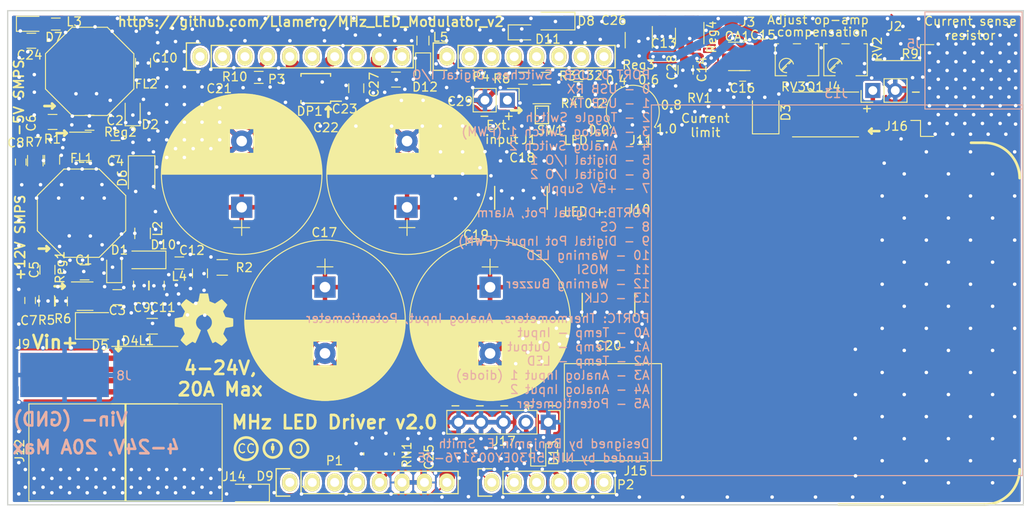
<source format=kicad_pcb>
(kicad_pcb (version 20170922) (host pcbnew "(2017-11-06 revision 9df4ae65e)-makepkg")
  (title_block (date "lun. 30 mars 2015"))
  (layers (0 F.Cu signal) (31 B.Cu signal) (34 B.Paste user) (35 F.Paste user) (36 B.SilkS user) (37 F.SilkS user) (38 B.Mask user) (39 F.Mask user) (44 Edge.Cuts user))
  (net 0 "")
  (net 1 /IOREF)
  (net 2 /Reset)
  (net 3 +5V)
  (net 4 GND)
  (net 5 /A0)
  (net 6 /A1)
  (net 7 /A2)
  (net 8 /A3)
  (net 9 /AREF)
  (net 10 "/A4(SDA)")
  (net 11 "/A5(SCL)")
  (net 12 "/9(**)")
  (net 13 /8)
  (net 14 /7)
  (net 15 "/6(**)")
  (net 16 "/5(**)")
  (net 17 /4)
  (net 18 "/3(**)")
  (net 19 /2)
  (net 20 "/1(Tx)")
  (net 21 "/0(Rx)")
  (net 22 "/13(SCK)")
  (net 23 "/10(**/SS)")
  (net 24 "Net-(P1-Pad1)")
  (net 25 +3V3)
  (net 26 "/12(MISO)")
  (net 27 "/11(**/MOSI)")
  (net 28 10V)
  (net 29 "Net-(C16-Pad1)")
  (net 30 -2V)
  (net 31 "Net-(C16-Pad2)")
  (net 32 "Net-(C6-Pad1)")
  (net 33 "Net-(C8-Pad1)")
  (net 34 Vin)
  (net 35 "Net-(C7-Pad1)")
  (net 36 "Net-(C5-Pad1)")
  (net 37 "Net-(RV2-Pad3)")
  (net 38 "Net-(J4-Pad1)")
  (net 39 "Net-(RV3-Pad3)")
  (net 40 "Net-(C5-Pad2)")
  (net 41 "Net-(C6-Pad2)")
  (net 42 "Net-(D4-Pad2)")
  (net 43 "Net-(D3-Pad1)")
  (net 44 "Net-(C1-Pad1)")
  (net 45 "Net-(C2-Pad1)")
  (net 46 "Net-(OA1-Pad5)")
  (net 47 "Net-(OA1-Pad3)")
  (net 48 "GND(NC)")
  (net 49 "Net-(Reg3-Pad4)")
  (net 50 "Net-(C28-Pad1)")
  (net 51 "/Vin(Arduino)")
  (net 52 /-5V-SMPS)
  (net 53 /12V-SMPS)
  (net 54 "Net-(D5-Pad2)")
  (net 55 "Net-(D6-Pad2)")
  (net 56 "Net-(C12-Pad2)")
  (net 57 "Net-(D10-Pad1)")
  (net 58 "Net-(D7-Pad2)")
  (net 59 /Input)
  (net 60 "Net-(DP1-Pad10)")
  (net 61 "Net-(DP1-Pad3)")
  (net 62 "Net-(R3-Pad2)")
  (net 63 "Net-(C29-Pad2)")
  (net 64 /-4V)
  (net 65 "Net-(D12-Pad1)")
  (net 66 "Net-(D13-Pad2)")
  (net 67 "/A5(SCL*)")
  (net 68 "/A4(SDA*)")
  (net 69 "Net-(C26-Pad1)")
  (net 70 "Net-(C13-Pad1)")
  (net 71 "Net-(D3-Pad2)")
  (net 72 "Net-(J1-Pad1)")
  (net 73 "Net-(C32-Pad1)")
  (net 74 "Net-(C4-Pad2)")
  (net 75 "Net-(C3-Pad2)")
  (module Capacitors_SMD:C_0805 (layer F.Cu) (at 119.2 85.94 180)
    (fp_text reference C4 (at 0 -1.5 180) (layer F.SilkS))
    (fp_text value "1 uF")
    (pad 1 smd rect (at -1 0 180) (size 1 1.25) (layers F.Cu F.Paste F.Mask) (net 4 GND))
    (pad 2 smd rect (at 1 0 180) (size 1 1.25) (layers F.Cu F.Paste F.Mask) (net 74 "Net-(C4-Pad2)"))
  )
  (module Capacitors_SMD:C_0805 (layer F.Cu) (at 119.41 102.83 180)
    (fp_text reference C3 (at 0 -1.5 180) (layer F.SilkS))
    (fp_text value "1 uF")
    (pad 2 smd rect (at 1 0 180) (size 1 1.25) (layers F.Cu F.Paste F.Mask) (net 75 "Net-(C3-Pad2)"))
    (pad 1 smd rect (at -1 0 180) (size 1 1.25) (layers F.Cu F.Paste F.Mask) (net 4 GND))
  )
  (module Symbols:OSHW-Symbol_6.7x6mm_SilkScreen (layer F.Cu) (at 129.21 105.39)
    (fp_text reference RV4 hide)
    (fp_text value 10k hide)
  )
  (module Socket_Strips:Socket_Strip_Straight_1x05_Pitch2.54mm (layer F.Cu) (at 168.2 117 270)
    (fp_text reference J17 (at 2.15 5.03) (layer F.SilkS))
    (fp_text value Conn_01x05_Female)
    (pad 5 thru_hole oval (at 0 10.16 270) (size 1.7 1.7) (drill 1) (layers *.Cu *.Mask) (net 4 GND))
    (pad 4 thru_hole oval (at 0 7.62 270) (size 1.7 1.7) (drill 1) (layers *.Cu *.Mask) (net 4 GND))
    (pad 3 thru_hole oval (at 0 5.08 270) (size 1.7 1.7) (drill 1) (layers *.Cu *.Mask) (net 4 GND))
    (pad 2 thru_hole oval (at 0 2.54 270) (size 1.7 1.7) (drill 1) (layers *.Cu *.Mask) (net 66 "Net-(D13-Pad2)"))
    (pad 1 thru_hole rect (at 0 0 270) (size 1.7 1.7) (drill 1) (layers *.Cu *.Mask) (net 4 GND))
  )
  (module Capacitors_SMD:C_0805 (layer F.Cu) (at 123.87 101.51 90)
    (fp_text reference C11 (at -2.481984 0.692596 180) (layer F.SilkS))
    (fp_text value "4.7 uF")
    (pad 2 smd rect (at 1 0 90) (size 1 1.25) (layers F.Cu F.Paste F.Mask) (net 53 /12V-SMPS))
    (pad 1 smd rect (at -1 0 90) (size 1 1.25) (layers F.Cu F.Paste F.Mask) (net 4 GND))
  )
  (module Diodes_SMD:D_SOD-323F (layer F.Cu) (at 119.058 99.685 90)
    (fp_text reference D1 (at 2.19 0.59 180) (layer F.SilkS))
    (fp_text value D_Schottky)
    (pad 2 smd rect (at 1.1 0 90) (size 0.5 0.5) (layers F.Cu F.Paste F.Mask) (net 40 "Net-(C5-Pad2)"))
    (pad 1 smd rect (at -1.1 0 90) (size 0.5 0.5) (layers F.Cu F.Paste F.Mask) (net 53 /12V-SMPS))
  )
  (module Ben_Custom:CC_Attribution (layer F.Cu) (at 137 120)
    (fp_text reference TH2)
    (fp_text value 10k)
    (fp_text user i (at 0 0) (layer F.SilkS))
  )
  (module Ben_Custom:CC_Share_alike (layer F.Cu) (at 140 120)
    (fp_text reference TH3)
    (fp_text value 10k)
    (fp_text user Ɔ (at 0 0) (layer F.SilkS))
  )
  (module Ben_Custom:CC_silkscreen (layer F.Cu) (at 134 120)
    (fp_text reference TH1)
    (fp_text value 10k)
    (fp_text user CC (at 0 0) (layer F.SilkS))
  )
  (module Ben_Custom:0508_Capacitor (layer F.Cu) (at 156.56 121.08 90)
    (fp_text reference C25 (at 0.1397 -1.86182 90) (layer F.SilkS))
    (fp_text value "2.2 uF" hide)
    (pad 2 smd rect (at 0.5334 0 90) (size 0.5842 2.0066) (layers F.Cu F.Paste F.Mask) (net 4 GND))
    (pad 1 smd rect (at -0.5334 0 90) (size 0.5842 2.0066) (layers F.Cu F.Paste F.Mask) (net 51 "/Vin(Arduino)"))
  )
  (module Ben_Custom:Resistor_Array_x4_1206 (layer F.Cu) (at 149.03 120.59 270)
    (fp_text reference RN1 (at 0.12 -3.16 270) (layer F.SilkS))
    (fp_text value 4.7k)
    (pad 8 smd rect (at 0.8536 -1.503601 270) (size 0.8072 1.1072) (layers F.Cu F.Paste F.Mask) (net 3 +5V))
    (pad 7 smd rect (at 0.8536 -0.385 270) (size 0.8072 0.45) (layers F.Cu F.Paste F.Mask) (net 3 +5V))
    (pad 6 smd rect (at 0.8536 0.395 270) (size 0.8072 0.45) (layers F.Cu F.Paste F.Mask) (net 3 +5V))
    (pad 5 smd rect (at 0.8536 1.503601 270) (size 0.8072 1.1072) (layers F.Cu F.Paste F.Mask) (net 4 GND))
    (pad 4 smd rect (at -0.8536 1.503601 270) (size 0.8072 1.1072) (layers F.Cu F.Paste F.Mask) (net 4 GND))
    (pad 3 smd rect (at -0.8536 0.385 270) (size 0.8072 0.45) (layers F.Cu F.Paste F.Mask) (net 7 /A2))
    (pad 2 smd rect (at -0.8536 -0.395 270) (size 0.8072 0.45) (layers F.Cu F.Paste F.Mask) (net 6 /A1))
    (pad 1 smd rect (at -0.8536 -1.503601 270) (size 0.8072 1.1072) (layers F.Cu F.Paste F.Mask) (net 5 /A0))
  )
  (module Socket_Strips:Socket_Strip_Straight_1x02_Pitch2.54mm (layer F.Cu) (at 204.94 79.41 90)
    (fp_text reference J16 (at -4.05 2.64) (layer F.SilkS))
    (fp_text value Conn_Coaxial)
    (pad 2 thru_hole oval (at 0 2.54 90) (size 1.7 1.7) (drill 1) (layers *.Cu *.Mask) (net 4 GND))
    (pad 1 thru_hole rect (at 0 0 90) (size 1.7 1.7) (drill 1) (layers *.Cu *.Mask) (net 71 "Net-(D3-Pad2)"))
  )
  (module Ben_Custom:8-VFSOP (layer F.Cu) (at 167.478 82.175 270)
    (fp_text reference SW1 (at 1.74 -0.96) (layer F.SilkS))
    (fp_text value TS5A3357DCUR)
    (pad 4 smd rect (at 0.7493 1.55 270) (size 0.29972 0.8) (layers F.Cu F.Paste F.Mask) (net 4 GND))
    (pad 3 smd rect (at 0.24892 1.55 270) (size 0.29972 0.8) (layers F.Cu F.Paste F.Mask) (net 62 "Net-(R3-Pad2)"))
    (pad 2 smd rect (at -0.24892 1.55 270) (size 0.29972 0.8) (layers F.Cu F.Paste F.Mask) (net 61 "Net-(DP1-Pad3)"))
    (pad 1 smd rect (at -0.7493 1.55 270) (size 0.29972 0.8) (layers F.Cu F.Paste F.Mask) (net 72 "Net-(J1-Pad1)"))
    (pad 8 smd rect (at -0.7493 -1.55 270) (size 0.29972 0.8) (layers F.Cu F.Paste F.Mask) (net 73 "Net-(C32-Pad1)"))
    (pad 7 smd rect (at -0.24892 -1.55 270) (size 0.29972 0.8) (layers F.Cu F.Paste F.Mask) (net 59 /Input))
    (pad 6 smd rect (at 0.24892 -1.55 270) (size 0.29972 0.8) (layers F.Cu F.Paste F.Mask) (net 18 "/3(**)"))
    (pad 5 smd rect (at 0.7493 -1.55 270) (size 0.29972 0.8) (layers F.Cu F.Paste F.Mask) (net 17 /4))
  )
  (module Socket_Strips:Socket_Strip_Straight_1x02_Pitch2.54mm (layer F.Cu) (at 163.568 80.505 270)
    (fp_text reference J1 (at 4.485 -2.432) (layer F.SilkS))
    (fp_text value Conn_Coaxial)
    (pad 1 thru_hole rect (at 0 0 270) (size 1.7 1.7) (drill 1) (layers *.Cu *.Mask) (net 72 "Net-(J1-Pad1)"))
    (pad 2 thru_hole oval (at 0 2.54 270) (size 1.7 1.7) (drill 1) (layers *.Cu *.Mask) (net 4 GND))
  )
  (module Diodes_SMD:D_SOD-323 (layer F.Cu) (at 167.06 120.47 90)
    (fp_text reference D13 (at 0 1.74 90) (layer F.SilkS))
    (fp_text value D_Schottky)
    (pad 1 smd rect (at -1.05 0 90) (size 0.6 0.45) (layers F.Cu F.Paste F.Mask) (net 8 /A3))
    (pad 2 smd rect (at 1.05 0 90) (size 0.6 0.45) (layers F.Cu F.Paste F.Mask) (net 66 "Net-(D13-Pad2)"))
  )
  (module Ben_Custom:DO-214AC (layer F.Cu) (at 192.808 80.825 90)
    (fp_text reference D3 (at -1.09 2.27 270) (layer F.SilkS))
    (fp_text value D_TVS)
    (pad 2 smd rect (at 2.19964 0 90) (size 2.10058 1.80086) (layers F.Cu F.Paste F.Mask) (net 71 "Net-(D3-Pad2)"))
    (pad 1 smd rect (at -2.19964 0 90) (size 2.10058 1.80086) (layers F.Cu F.Paste F.Mask) (net 43 "Net-(D3-Pad1)"))
  )
  (module Ben_Custom:0508_Capacitor (layer F.Cu) (at 175.568 73.065 270)
    (fp_text reference C26 (at -1.61 -0.04) (layer F.SilkS))
    (fp_text value "2.2 uF" hide)
    (pad 1 smd rect (at -0.5334 0 270) (size 0.5842 2.0066) (layers F.Cu F.Paste F.Mask) (net 69 "Net-(C26-Pad1)"))
    (pad 2 smd rect (at 0.5334 0 270) (size 0.5842 2.0066) (layers F.Cu F.Paste F.Mask) (net 4 GND))
  )
  (module Ben_Custom:0508_Capacitor (layer F.Cu) (at 181.278 71.925 270)
    (fp_text reference C13 (at 2.13 0.02) (layer F.SilkS))
    (fp_text value "2.2 uF" hide)
    (pad 2 smd rect (at 0.5334 0 270) (size 0.5842 2.0066) (layers F.Cu F.Paste F.Mask) (net 4 GND))
    (pad 1 smd rect (at -0.5334 0 270) (size 0.5842 2.0066) (layers F.Cu F.Paste F.Mask) (net 70 "Net-(C13-Pad1)"))
  )
  (module Ben_Custom:Wurth_Coupled_Inductor (layer F.Cu) (at 115.358 93.315 180)
    (fp_text reference FL1 (at 0 6.223 180) (layer F.SilkS))
    (fp_text value 4.7uH)
    (pad 1 smd rect (at 0 -3.8 180) (size 3.6 1.4) (layers F.Cu F.Paste F.Mask) (net 44 "Net-(C1-Pad1)"))
    (pad 3 smd rect (at 0 3.8 180) (size 3.6 1.4) (layers F.Cu F.Paste F.Mask) (net 4 GND))
    (pad 2 smd rect (at -3.8 0 180) (size 1.4 3.6) (layers F.Cu F.Paste F.Mask) (net 40 "Net-(C5-Pad2)"))
    (pad 4 smd rect (at 3.8 0 180) (size 1.4 3.6) (layers F.Cu F.Paste F.Mask) (net 36 "Net-(C5-Pad1)"))
  )
  (module Ben_Custom:Wurth_Coupled_Inductor (layer F.Cu) (at 116.278 77.245 180)
    (fp_text reference FL2 (at -6.412 -1.425 180) (layer F.SilkS))
    (fp_text value 2.7uH)
    (pad 1 smd rect (at 0 -3.8 180) (size 3.6 1.4) (layers F.Cu F.Paste F.Mask) (net 45 "Net-(C2-Pad1)"))
    (pad 3 smd rect (at 0 3.8 180) (size 3.6 1.4) (layers F.Cu F.Paste F.Mask) (net 52 /-5V-SMPS))
    (pad 2 smd rect (at -3.8 0 180) (size 1.4 3.6) (layers F.Cu F.Paste F.Mask) (net 41 "Net-(C6-Pad2)"))
    (pad 4 smd rect (at 3.8 0 180) (size 1.4 3.6) (layers F.Cu F.Paste F.Mask) (net 32 "Net-(C6-Pad1)"))
  )
  (module TO_SOT_Packages_SMD:TO-263-2 (layer F.Cu) (at 213.288 79.415)
    (fp_text reference R9 (at -4.128 -4.155) (layer F.SilkS))
    (fp_text value 5)
    (pad 2 smd rect (at 0.95 2.775) (size 4.55 5.25) (layers F.Cu F.Paste) (net 4 GND))
    (pad 2 smd rect (at 5.8 -2.775) (size 4.55 5.25) (layers F.Cu F.Paste) (net 4 GND))
    (pad 2 smd rect (at 0.95 -2.775) (size 4.55 5.25) (layers F.Cu F.Paste) (net 4 GND))
    (pad 2 smd rect (at 5.8 2.775) (size 4.55 5.25) (layers F.Cu F.Paste) (net 4 GND))
    (pad 2 smd rect (at 3.375 0) (size 9.4 10.8) (layers F.Cu F.Mask) (net 4 GND))
    (pad 3 smd rect (at -5.775 2.54) (size 4.6 1.1) (layers F.Cu F.Paste F.Mask) (net 71 "Net-(D3-Pad2)"))
    (pad 1 smd rect (at -5.775 -2.54) (size 4.6 1.1) (layers F.Cu F.Paste F.Mask) (net 4 GND))
  )
  (module Resistors_SMD:R_0603 (layer F.Cu) (at 135.418 77.925 180)
    (fp_text reference R10 (at 2.72 0.07 180) (layer F.SilkS))
    (fp_text value 10)
    (pad 2 smd rect (at 0.75 0 180) (size 0.5 0.9) (layers F.Cu F.Paste F.Mask) (net 48 "GND(NC)"))
    (pad 1 smd rect (at -0.75 0 180) (size 0.5 0.9) (layers F.Cu F.Paste F.Mask) (net 4 GND))
  )
  (module TO_SOT_Packages_SMD:SOT-23-6 (layer F.Cu) (at 115.558 85.745)
    (fp_text reference Reg2 (at 4.2 -1.62) (layer F.SilkS))
    (fp_text value LT8330)
    (pad 1 smd rect (at -1.1 -0.95) (size 1.06 0.65) (layers F.Cu F.Paste F.Mask) (net 32 "Net-(C6-Pad1)"))
    (pad 2 smd rect (at -1.1 0) (size 1.06 0.65) (layers F.Cu F.Paste F.Mask) (net 4 GND))
    (pad 3 smd rect (at -1.1 0.95) (size 1.06 0.65) (layers F.Cu F.Paste F.Mask) (net 33 "Net-(C8-Pad1)"))
    (pad 4 smd rect (at 1.1 0.95) (size 1.06 0.65) (layers F.Cu F.Paste F.Mask) (net 45 "Net-(C2-Pad1)"))
    (pad 6 smd rect (at 1.1 -0.95) (size 1.06 0.65) (layers F.Cu F.Paste F.Mask) (net 45 "Net-(C2-Pad1)"))
    (pad 5 smd rect (at 1.1 0) (size 1.06 0.65) (layers F.Cu F.Paste F.Mask) (net 74 "Net-(C4-Pad2)"))
  )
  (module TO_SOT_Packages_SMD:SOT-23-6 (layer F.Cu) (at 115.758 102.715)
    (fp_text reference Reg1 (at -2.84 -3.26 90) (layer F.SilkS))
    (fp_text value LT8330)
    (pad 5 smd rect (at 1.1 0) (size 1.06 0.65) (layers F.Cu F.Paste F.Mask) (net 75 "Net-(C3-Pad2)"))
    (pad 6 smd rect (at 1.1 -0.95) (size 1.06 0.65) (layers F.Cu F.Paste F.Mask) (net 44 "Net-(C1-Pad1)"))
    (pad 4 smd rect (at 1.1 0.95) (size 1.06 0.65) (layers F.Cu F.Paste F.Mask) (net 44 "Net-(C1-Pad1)"))
    (pad 3 smd rect (at -1.1 0.95) (size 1.06 0.65) (layers F.Cu F.Paste F.Mask) (net 35 "Net-(C7-Pad1)"))
    (pad 2 smd rect (at -1.1 0) (size 1.06 0.65) (layers F.Cu F.Paste F.Mask) (net 4 GND))
    (pad 1 smd rect (at -1.1 -0.95) (size 1.06 0.65) (layers F.Cu F.Paste F.Mask) (net 36 "Net-(C5-Pad1)"))
  )
  (module Ben_Custom:Heatsink-Wakefield_655-53AB_41x41mm (layer B.Cu) (at 200.87 102.05)
    (fp_text reference J13 (at -0.07 -22.3) (layer B.SilkS) (effects (justify mirror)))
    (fp_text value Heat_Sink)
    (pad 1 smd rect (at 0 0) (size 40.64 40.64) (layers B.Cu) (net 4 GND))
  )
  (module Housings_SSOP:MSOP-10_3x3mm_Pitch0.5mm (layer F.Cu) (at 141.878 79.175 180)
    (fp_text reference DP1 (at 0.688 -2.585 180) (layer F.SilkS))
    (fp_text value AD5162)
    (pad 10 smd rect (at 2.2 -1 180) (size 1.4 0.3) (layers F.Cu F.Paste F.Mask) (net 60 "Net-(DP1-Pad10)"))
    (pad 9 smd rect (at 2.2 -0.5 180) (size 1.4 0.3) (layers F.Cu F.Paste F.Mask) (net 60 "Net-(DP1-Pad10)"))
    (pad 8 smd rect (at 2.2 0 180) (size 1.4 0.3) (layers F.Cu F.Paste F.Mask) (net 13 /8))
    (pad 7 smd rect (at 2.2 0.5 180) (size 1.4 0.3) (layers F.Cu F.Paste F.Mask) (net 27 "/11(**/MOSI)"))
    (pad 6 smd rect (at 2.2 1 180) (size 1.4 0.3) (layers F.Cu F.Paste F.Mask) (net 22 "/13(SCK)"))
    (pad 5 smd rect (at -2.2 1 180) (size 1.4 0.3) (layers F.Cu F.Paste F.Mask) (net 14 /7))
    (pad 4 smd rect (at -2.2 0.5 180) (size 1.4 0.3) (layers F.Cu F.Paste F.Mask) (net 4 GND))
    (pad 3 smd rect (at -2.2 0 180) (size 1.4 0.3) (layers F.Cu F.Paste F.Mask) (net 61 "Net-(DP1-Pad3)"))
    (pad 2 smd rect (at -2.2 -0.5 180) (size 1.4 0.3) (layers F.Cu F.Paste F.Mask) (net 12 "/9(**)"))
    (pad 1 smd rect (at -2.2 -1 180) (size 1.4 0.3) (layers F.Cu F.Paste F.Mask) (net 4 GND))
  )
  (module Resistors_SMD:R_0603 (layer F.Cu) (at 165.338 78.025)
    (fp_text reference R8 (at -2.41 0.05 -180) (layer F.SilkS))
    (fp_text value 1.8k)
    (pad 2 smd rect (at 0.75 0) (size 0.5 0.9) (layers F.Cu F.Paste F.Mask) (net 62 "Net-(R3-Pad2)"))
    (pad 1 smd rect (at -0.75 0) (size 0.5 0.9) (layers F.Cu F.Paste F.Mask) (net 63 "Net-(C29-Pad2)"))
  )
  (module Ben_Custom:0508_Capacitor (layer F.Cu) (at 158.148 78.765 90)
    (fp_text reference C29 (at -1.88 0.06 180) (layer F.SilkS))
    (fp_text value "2.2 uF" hide)
    (pad 1 smd rect (at -0.5334 0 90) (size 0.5842 2.0066) (layers F.Cu F.Paste F.Mask) (net 4 GND))
    (pad 2 smd rect (at 0.5334 0 90) (size 0.5842 2.0066) (layers F.Cu F.Paste F.Mask) (net 63 "Net-(C29-Pad2)"))
  )
  (module Diodes_SMD:D_SOD-323F (layer F.Cu) (at 154.028 76.655 270)
    (fp_text reference D12 (at 2.36 -0.21) (layer F.SilkS))
    (fp_text value D)
    (pad 2 smd rect (at 1.1 0 270) (size 0.5 0.5) (layers F.Cu F.Paste F.Mask) (net 63 "Net-(C29-Pad2)"))
    (pad 1 smd rect (at -1.1 0 270) (size 0.5 0.5) (layers F.Cu F.Paste F.Mask) (net 65 "Net-(D12-Pad1)"))
  )
  (module Capacitors_SMD:C_0805 (layer F.Cu) (at 171.578 79.265)
    (fp_text reference C32 (at 1.33 -1.55 180) (layer F.SilkS))
    (fp_text value "10 nF")
    (pad 1 smd rect (at -1 0) (size 1 1.25) (layers F.Cu F.Paste F.Mask) (net 73 "Net-(C32-Pad1)"))
    (pad 2 smd rect (at 1 0) (size 1 1.25) (layers F.Cu F.Paste F.Mask) (net 4 GND))
  )
  (module Resistors_SMD:R_0603 (layer F.Cu) (at 167.888 78.035 180)
    (fp_text reference R3 (at -2.49 0.27 180) (layer F.SilkS))
    (fp_text value 100)
    (pad 2 smd rect (at 0.75 0 180) (size 0.5 0.9) (layers F.Cu F.Paste F.Mask) (net 62 "Net-(R3-Pad2)"))
    (pad 1 smd rect (at -0.75 0 180) (size 0.5 0.9) (layers F.Cu F.Paste F.Mask) (net 4 GND))
  )
  (module Resistors_SMD:R_1206 (layer F.Cu) (at 167.47 79.84)
    (fp_text reference R4 (at 3.1 1.03) (layer F.SilkS))
    (fp_text value 0)
    (pad 2 smd rect (at 1.45 0) (size 0.9 1.7) (layers F.Cu F.Paste F.Mask) (net 73 "Net-(C32-Pad1)"))
    (pad 1 smd rect (at -1.45 0) (size 0.9 1.7) (layers F.Cu F.Paste F.Mask) (net 14 /7))
  )
  (module Capacitors_SMD:C_0805 (layer F.Cu) (at 146.458 79.155 270)
    (fp_text reference C23 (at 2.345 1.308) (layer F.SilkS))
    (fp_text value "10 nF")
    (pad 2 smd rect (at 1 0 270) (size 1 1.25) (layers F.Cu F.Paste F.Mask) (net 4 GND))
    (pad 1 smd rect (at -1 0 270) (size 1 1.25) (layers F.Cu F.Paste F.Mask) (net 14 /7))
  )
  (module Capacitors_SMD:C_0805 (layer F.Cu) (at 116.268 83.065 180)
    (fp_text reference C2 (at -2.88 0.25 180) (layer F.SilkS))
    (fp_text value "4.7 uF")
    (pad 2 smd rect (at 1 0 180) (size 1 1.25) (layers F.Cu F.Paste F.Mask) (net 4 GND))
    (pad 1 smd rect (at -1 0 180) (size 1 1.25) (layers F.Cu F.Paste F.Mask) (net 45 "Net-(C2-Pad1)"))
  )
  (module Inductors_SMD:L_0603 (layer F.Cu) (at 154.008 73.755 270)
    (fp_text reference L5 (at -0.39 -1.99) (layer F.SilkS))
    (fp_text value Ferrite_Bead)
    (pad 1 smd rect (at -0.75 0 270) (size 0.5 0.9) (layers F.Cu F.Paste F.Mask) (net 64 /-4V))
    (pad 2 smd rect (at 0.75 0 270) (size 0.5 0.9) (layers F.Cu F.Paste F.Mask) (net 65 "Net-(D12-Pad1)"))
  )
  (module Ben_Custom:Heatsink-10x10mm-V2017B (layer B.Cu) (at 216.34 76.01)
    (fp_text reference J5 (at -6.71 -1.87) (layer B.SilkS) (effects (justify mirror)))
    (fp_text value Heat_Sink)
  )
  (module Capacitors_SMD:C_0805 (layer F.Cu) (at 150.958 78.175 180)
    (fp_text reference C27 (at 2.48 -0.58 270) (layer F.SilkS))
    (fp_text value "4.7 uF")
    (pad 2 smd rect (at 1 0 180) (size 1 1.25) (layers F.Cu F.Paste F.Mask) (net 14 /7))
    (pad 1 smd rect (at -1 0 180) (size 1 1.25) (layers F.Cu F.Paste F.Mask) (net 4 GND))
  )
  (module Ben_Custom:DO-214AC (layer F.Cu) (at 118.168 106.085)
    (fp_text reference D5 (at -0.71 2.21) (layer F.SilkS))
    (fp_text value D_Schottky)
    (pad 1 smd rect (at -2.19964 0) (size 2.10058 1.80086) (layers F.Cu F.Paste F.Mask) (net 44 "Net-(C1-Pad1)"))
    (pad 2 smd rect (at 2.19964 0) (size 2.10058 1.80086) (layers F.Cu F.Paste F.Mask) (net 54 "Net-(D5-Pad2)"))
  )
  (module Ben_Custom:DO-214AC (layer F.Cu) (at 122.158 90.315 270)
    (fp_text reference D6 (at -0.97 2.18 270) (layer F.SilkS))
    (fp_text value D_Schottky)
    (pad 2 smd rect (at 2.19964 0 270) (size 2.10058 1.80086) (layers F.Cu F.Paste F.Mask) (net 55 "Net-(D6-Pad2)"))
    (pad 1 smd rect (at -2.19964 0 270) (size 2.10058 1.80086) (layers F.Cu F.Paste F.Mask) (net 45 "Net-(C2-Pad1)"))
  )
  (module Ben_Custom:Heatsink-10x10mm-V2017B (layer F.Cu) (at 175.518 115.865)
    (fp_text reference J15 (at 2.55 6.65) (layer F.SilkS))
    (fp_text value Heat_Sink)
  )
  (module Ben_Custom:Heatsink-10x10mm-V2017B (layer F.Cu) (at 125.778 120.435)
    (fp_text reference J14 (at 6.842 2.725 180) (layer F.SilkS))
    (fp_text value Heat_Sink)
  )
  (module Ben_Custom:Heatsink-10x10mm-V2017B (layer F.Cu) (at 114.898 120.425)
    (fp_text reference J12 (at -6.54 -0.2 90) (layer F.SilkS))
    (fp_text value Heat_Sink)
  )
  (module Diodes_SMD:D_SOD-323F (layer F.Cu) (at 165.168 72.825)
    (fp_text reference D11 (at 2.992 0.765) (layer F.SilkS))
    (fp_text value D)
    (pad 2 smd rect (at 1.1 0) (size 0.5 0.5) (layers F.Cu F.Paste F.Mask) (net 69 "Net-(C26-Pad1)"))
    (pad 1 smd rect (at -1.1 0) (size 0.5 0.5) (layers F.Cu F.Paste F.Mask) (net 64 /-4V))
  )
  (module Diodes_SMD:D_SOD-123F (layer F.Cu) (at 134.428 125.025 180)
    (fp_text reference D9 (at -1.702 1.905 180) (layer F.SilkS))
    (fp_text value D_Schottky)
    (pad 2 smd rect (at 1.4 0 180) (size 1.1 1.1) (layers F.Cu F.Paste F.Mask) (net 56 "Net-(C12-Pad2)"))
    (pad 1 smd rect (at -1.4 0 180) (size 1.1 1.1) (layers F.Cu F.Paste F.Mask) (net 51 "/Vin(Arduino)"))
  )
  (module Capacitors_SMD:C_0603 (layer F.Cu) (at 109.538 103.205 90)
    (fp_text reference C7 (at -2.27 -0.14 180) (layer F.SilkS))
    (fp_text value "4.7 pF")
    (pad 1 smd rect (at -0.75 0 90) (size 0.8 0.75) (layers F.Cu F.Paste F.Mask) (net 35 "Net-(C7-Pad1)"))
    (pad 2 smd rect (at 0.75 0 90) (size 0.8 0.75) (layers F.Cu F.Paste F.Mask) (net 53 /12V-SMPS))
  )
  (module Inductors_SMD:L_0805 (layer F.Cu) (at 123.358 106.125)
    (fp_text reference L1 (at -0.668 1.625) (layer F.SilkS))
    (fp_text value Ferrite_Bead)
    (pad 2 smd rect (at 0.95 0) (size 0.7 1.3) (layers F.Cu F.Paste F.Mask) (net 34 Vin))
    (pad 1 smd rect (at -0.95 0) (size 0.7 1.3) (layers F.Cu F.Paste F.Mask) (net 54 "Net-(D5-Pad2)"))
  )
  (module Diodes_SMD:D_SOD-323F (layer F.Cu) (at 109.488 71.855)
    (fp_text reference D7 (at 2.732 1.525 180) (layer F.SilkS))
    (fp_text value D)
    (pad 1 smd rect (at -1.1 0) (size 0.5 0.5) (layers F.Cu F.Paste F.Mask) (net 52 /-5V-SMPS))
    (pad 2 smd rect (at 1.1 0) (size 0.5 0.5) (layers F.Cu F.Paste F.Mask) (net 58 "Net-(D7-Pad2)"))
  )
  (module TO_SOT_Packages_SMD:SOT-23-5 (layer F.Cu) (at 184.208 73.245 270)
    (fp_text reference Reg4 (at 0.11 -2.49 90) (layer F.SilkS))
    (fp_text value LP2985-10.0)
    (pad 5 smd rect (at 1.1 -0.95 270) (size 1.06 0.65) (layers F.Cu F.Paste F.Mask) (net 28 10V))
    (pad 4 smd rect (at 1.1 0.95 270) (size 1.06 0.65) (layers F.Cu F.Paste F.Mask) (net 50 "Net-(C28-Pad1)"))
    (pad 3 smd rect (at -1.1 0.95 270) (size 1.06 0.65) (layers F.Cu F.Paste F.Mask) (net 70 "Net-(C13-Pad1)"))
    (pad 2 smd rect (at -1.1 0 270) (size 1.06 0.65) (layers F.Cu F.Paste F.Mask) (net 4 GND))
    (pad 1 smd rect (at -1.1 -0.95 270) (size 1.06 0.65) (layers F.Cu F.Paste F.Mask) (net 70 "Net-(C13-Pad1)"))
  )
  (module Capacitors_SMD:C_0805 (layer F.Cu) (at 109.678 73.775)
    (fp_text reference C24 (at -0.21 1.62) (layer F.SilkS))
    (fp_text value "4.7 uF")
    (pad 2 smd rect (at 1 0) (size 1 1.25) (layers F.Cu F.Paste F.Mask) (net 64 /-4V))
    (pad 1 smd rect (at -1 0) (size 1 1.25) (layers F.Cu F.Paste F.Mask) (net 4 GND))
  )
  (module Capacitors_SMD:C_0805 (layer F.Cu) (at 128.768 100.125 90)
    (fp_text reference C12 (at 2.605 -0.918 180) (layer F.SilkS))
    (fp_text value "4.7 uF")
    (pad 2 smd rect (at 1 0 90) (size 1 1.25) (layers F.Cu F.Paste F.Mask) (net 56 "Net-(C12-Pad2)"))
    (pad 1 smd rect (at -1 0 90) (size 1 1.25) (layers F.Cu F.Paste F.Mask) (net 4 GND))
  )
  (module Diodes_SMD:D_SOD-123F (layer F.Cu) (at 169.018 71.545 180)
    (fp_text reference D8 (at -3.462 0.005 180) (layer F.SilkS))
    (fp_text value D_Schottky)
    (pad 1 smd rect (at -1.4 0 180) (size 1.1 1.1) (layers F.Cu F.Paste F.Mask) (net 70 "Net-(C13-Pad1)"))
    (pad 2 smd rect (at 1.4 0 180) (size 1.1 1.1) (layers F.Cu F.Paste F.Mask) (net 56 "Net-(C12-Pad2)"))
  )
  (module Diodes_SMD:D_SOD-123F (layer F.Cu) (at 122.708 98.605 180)
    (fp_text reference D10 (at -1.91 1.71 180) (layer F.SilkS))
    (fp_text value D_Schottky)
    (pad 2 smd rect (at 1.4 0 180) (size 1.1 1.1) (layers F.Cu F.Paste F.Mask) (net 53 /12V-SMPS))
    (pad 1 smd rect (at -1.4 0 180) (size 1.1 1.1) (layers F.Cu F.Paste F.Mask) (net 57 "Net-(D10-Pad1)"))
  )
  (module Capacitors_SMD:C_0805 (layer F.Cu) (at 183.738 77.075 270)
    (fp_text reference C28 (at -0.26 1.56 270) (layer F.SilkS))
    (fp_text value "10 nF")
    (pad 2 smd rect (at 1 0 270) (size 1 1.25) (layers F.Cu F.Paste F.Mask) (net 4 GND))
    (pad 1 smd rect (at -1 0 270) (size 1 1.25) (layers F.Cu F.Paste F.Mask) (net 50 "Net-(C28-Pad1)"))
  )
  (module Capacitors_THT:CP_Radial_D18.0mm_P7.50mm (layer F.Cu) (at 133.488 92.645 90)
    (fp_text reference C21 (at 13.45 -2.54 180) (layer F.SilkS))
    (fp_text value "2700 uF")
    (pad 2 thru_hole circle (at 7.5 0 90) (size 2.4 2.4) (drill 1.2) (layers *.Cu *.Mask) (net 4 GND))
    (pad 1 thru_hole rect (at 0 0 90) (size 2.4 2.4) (drill 1.2) (layers *.Cu *.Mask) (net 34 Vin))
  )
  (module Capacitors_SMD:C_0805 (layer F.Cu) (at 112.028 87.265 90)
    (fp_text reference R1 (at 2.35 0.04 180) (layer F.SilkS))
    (fp_text value 187k)
    (pad 1 smd rect (at -1 0 90) (size 1 1.25) (layers F.Cu F.Paste F.Mask) (net 33 "Net-(C8-Pad1)"))
    (pad 2 smd rect (at 1 0 90) (size 1 1.25) (layers F.Cu F.Paste F.Mask) (net 4 GND))
  )
  (module Inductors_SMD:L_0805 (layer F.Cu) (at 122.268 95.605 270)
    (fp_text reference L2 (at -0.53 -1.71 270) (layer F.SilkS))
    (fp_text value Ferrite_Bead)
    (pad 1 smd rect (at -0.95 0 270) (size 0.7 1.3) (layers F.Cu F.Paste F.Mask) (net 55 "Net-(D6-Pad2)"))
    (pad 2 smd rect (at 0.95 0 270) (size 0.7 1.3) (layers F.Cu F.Paste F.Mask) (net 34 Vin))
  )
  (module Resistors_SMD:R_0805 (layer F.Cu) (at 131.29 99.46)
    (fp_text reference R2 (at 2.49 0.02 -180) (layer F.SilkS))
    (fp_text value 4.7k)
    (pad 1 smd rect (at -0.95 0) (size 0.7 1.3) (layers F.Cu F.Paste F.Mask) (net 4 GND))
    (pad 2 smd rect (at 0.95 0) (size 0.7 1.3) (layers F.Cu F.Paste F.Mask) (net 34 Vin))
  )
  (module TO_SOT_Packages_SMD:TSOT-23-5 (layer F.Cu) (at 178.468 73.705 270)
    (fp_text reference Reg3 (at 2.8 0.04) (layer F.SilkS))
    (fp_text value ADP7182AUJZ-Fixed)
    (pad 5 smd rect (at 1.31 -0.95 270) (size 1.22 0.65) (layers F.Cu F.Paste F.Mask) (net 30 -2V))
    (pad 4 smd rect (at 1.31 0.95 270) (size 1.22 0.65) (layers F.Cu F.Paste F.Mask) (net 49 "Net-(Reg3-Pad4)"))
    (pad 3 smd rect (at -1.31 0.95 270) (size 1.22 0.65) (layers F.Cu F.Paste F.Mask) (net 69 "Net-(C26-Pad1)"))
    (pad 2 smd rect (at -1.31 0 270) (size 1.22 0.65) (layers F.Cu F.Paste F.Mask) (net 69 "Net-(C26-Pad1)"))
    (pad 1 smd rect (at -1.31 -0.95 270) (size 1.22 0.65) (layers F.Cu F.Paste F.Mask) (net 4 GND))
  )
  (module Wire_Pads:SolderWirePad_single_SMD_5x10mm (layer F.Cu) (at 174.468 88.655 90)
    (fp_text reference J11 (at 3.6 4.23 180) (layer F.SilkS))
    (fp_text value TEST_1P)
    (pad 1 smd rect (at 0 0 90) (size 5 10) (layers F.Cu F.Mask) (net 43 "Net-(D3-Pad1)"))
  )
  (module Ben_Custom:0508_Capacitor (layer F.Cu) (at 187.408 78.095 90)
    (fp_text reference C14 (at 1.07 -1.82 270) (layer F.SilkS))
    (fp_text value "2.2 uF" hide)
    (pad 1 smd rect (at -0.5334 0 90) (size 0.5842 2.0066) (layers F.Cu F.Paste F.Mask) (net 4 GND))
    (pad 2 smd rect (at 0.5334 0 90) (size 0.5842 2.0066) (layers F.Cu F.Paste F.Mask) (net 28 10V))
  )
  (module Ben_Custom:0508_Capacitor (layer F.Cu) (at 192.598 74.845 180)
    (fp_text reference C15 (at 0.1 1.72 180) (layer F.SilkS))
    (fp_text value "2.2 uF" hide)
    (pad 2 smd rect (at 0.5334 0 180) (size 0.5842 2.0066) (layers F.Cu F.Paste F.Mask) (net 30 -2V))
    (pad 1 smd rect (at -0.5334 0 180) (size 0.5842 2.0066) (layers F.Cu F.Paste F.Mask) (net 4 GND))
  )
  (module TO_SOT_Packages_SMD:SOT-23-6 (layer F.Cu) (at 189.498 75.545 180)
    (fp_text reference OA1 (at -0.11 2.27 180) (layer F.SilkS))
    (fp_text value LT6200-10)
    (pad 5 smd rect (at 1.1 0 180) (size 1.06 0.65) (layers F.Cu F.Paste F.Mask) (net 46 "Net-(OA1-Pad5)"))
    (pad 6 smd rect (at 1.1 -0.95 180) (size 1.06 0.65) (layers F.Cu F.Paste F.Mask) (net 28 10V))
    (pad 4 smd rect (at 1.1 0.95 180) (size 1.06 0.65) (layers F.Cu F.Paste F.Mask) (net 29 "Net-(C16-Pad1)"))
    (pad 3 smd rect (at -1.1 0.95 180) (size 1.06 0.65) (layers F.Cu F.Paste F.Mask) (net 47 "Net-(OA1-Pad3)"))
    (pad 2 smd rect (at -1.1 0 180) (size 1.06 0.65) (layers F.Cu F.Paste F.Mask) (net 30 -2V))
    (pad 1 smd rect (at -1.1 -0.95 180) (size 1.06 0.65) (layers F.Cu F.Paste F.Mask) (net 31 "Net-(C16-Pad2)"))
  )
  (module Ben_Custom:2_J-lead_stacked_cap (layer F.Cu) (at 175.018 103.695 90)
    (fp_text reference C20 (at -4.63 0.02 180) (layer F.SilkS))
    (fp_text value "22 uF" hide)
    (pad 1 smd rect (at -2.5778 0 90) (size 1.9556 5.700001) (layers F.Cu F.Paste F.Mask) (net 4 GND))
    (pad 2 smd rect (at 2.5778 0 90) (size 1.9556 5.700001) (layers F.Cu F.Paste F.Mask) (net 34 Vin))
  )
  (module Ben_Custom:2_J-lead_stacked_cap (layer F.Cu) (at 165.108 91.575 90)
    (fp_text reference C18 (at 4.54 0.13 180) (layer F.SilkS))
    (fp_text value "22 uF" hide)
    (pad 2 smd rect (at 2.5778 0 90) (size 1.9556 5.700001) (layers F.Cu F.Paste F.Mask) (net 4 GND))
    (pad 1 smd rect (at -2.5778 0 90) (size 1.9556 5.700001) (layers F.Cu F.Paste F.Mask) (net 34 Vin))
  )
  (module Inductors_SMD:L_0603 (layer F.Cu) (at 112.448 71.885 180)
    (fp_text reference L3 (at -2.072 0.265) (layer F.SilkS))
    (fp_text value Ferrite_Bead)
    (pad 2 smd rect (at 0.75 0 180) (size 0.5 0.9) (layers F.Cu F.Paste F.Mask) (net 58 "Net-(D7-Pad2)"))
    (pad 1 smd rect (at -0.75 0 180) (size 0.5 0.9) (layers F.Cu F.Paste F.Mask) (net 64 /-4V))
  )
  (module Wire_Pads:SolderWirePad_single_SMD_5x10mm (layer F.Cu) (at 174.468 96.655 90)
    (fp_text reference J10 (at 3.78 3.97 180) (layer F.SilkS))
    (fp_text value TEST_1P)
    (pad 1 smd rect (at 0 0 90) (size 5 10) (layers F.Cu F.Mask) (net 34 Vin))
  )
  (module Ben_Custom:Bourns_3313J_Trimpot-compact (layer F.Cu) (at 177.768 81.815)
    (fp_text reference RV1 (at 7.552 -1.545 180) (layer F.SilkS))
    (fp_text value POT_TRIM)
    (fp_text user 0.0 (at -3.86 2.08) (layer F.SilkS))
    (fp_text user 0.2 (at -4.31 -0.93) (layer F.SilkS))
    (fp_text user 0.4 (at -1.87 -3.56) (layer F.SilkS))
    (fp_text user 0.6 (at 1.79 -3.61) (layer F.SilkS))
    (fp_text user 0.8 (at 4.35 -0.75) (layer F.SilkS))
    (fp_text user 1.0 (at 3.82 1.94) (layer F.SilkS))
    (pad 2 smd rect (at 0 -1.45) (size 1.6 1.6) (layers F.Cu F.Paste F.Mask) (net 47 "Net-(OA1-Pad3)"))
    (pad 1 smd rect (at 1.15 1.45) (size 1.1 1.6) (layers F.Cu F.Paste F.Mask) (net 4 GND))
    (pad 3 smd rect (at -1.15 1.45) (size 1.1 1.6) (layers F.Cu F.Paste F.Mask) (net 59 /Input))
  )
  (module Measurement_Points:Measurement_Point_Round-SMD-Pad_Small (layer F.Cu) (at 188.918 72.055)
    (fp_text reference J3 (at 1.85 -0.39) (layer F.SilkS))
    (fp_text value TEST_1P)
    (pad 1 smd circle (at 0 0) (size 1.5 1.5) (layers F.Cu F.Mask) (net 29 "Net-(C16-Pad1)"))
  )
  (module Ben_Custom:40x40mm-heatsink_only-eighth-pad (layer F.Cu) (at 201.058 105.835)
    (fp_text reference J6)
    (fp_text value Heat_Sink)
    (pad 1 smd roundrect (at 17.5 0) (size 5 40) (layers F.Cu) (roundrect_rratio 0.5) (net 4 GND))
  )
  (module Capacitors_SMD:C_0603 (layer F.Cu) (at 108.478 87.515 90)
    (fp_text reference C8 (at 2.17 -0.55 180) (layer F.SilkS))
    (fp_text value "4.7 pF")
    (pad 2 smd rect (at 0.75 0 90) (size 0.8 0.75) (layers F.Cu F.Paste F.Mask) (net 52 /-5V-SMPS))
    (pad 1 smd rect (at -0.75 0 90) (size 0.8 0.75) (layers F.Cu F.Paste F.Mask) (net 33 "Net-(C8-Pad1)"))
  )
  (module Capacitors_SMD:C_0805 (layer F.Cu) (at 112.078 82.975)
    (fp_text reference C6 (at -2.42 0.12 90) (layer F.SilkS))
    (fp_text value "1 uF")
    (pad 1 smd rect (at -1 0) (size 1 1.25) (layers F.Cu F.Paste F.Mask) (net 32 "Net-(C6-Pad1)"))
    (pad 2 smd rect (at 1 0) (size 1 1.25) (layers F.Cu F.Paste F.Mask) (net 41 "Net-(C6-Pad2)"))
  )
  (module Capacitors_SMD:C_0805 (layer F.Cu) (at 111.498 99.725 90)
    (fp_text reference C5 (at 0 -1.5 90) (layer F.SilkS))
    (fp_text value "1 uF")
    (pad 2 smd rect (at 1 0 90) (size 1 1.25) (layers F.Cu F.Paste F.Mask) (net 40 "Net-(C5-Pad2)"))
    (pad 1 smd rect (at -1 0 90) (size 1 1.25) (layers F.Cu F.Paste F.Mask) (net 36 "Net-(C5-Pad1)"))
  )
  (module Inductors_SMD:L_0603 (layer F.Cu) (at 126.428 98.955 180)
    (fp_text reference L4 (at 0.01 -1.51 180) (layer F.SilkS))
    (fp_text value Ferrite_Bead)
    (pad 1 smd rect (at -0.75 0 180) (size 0.5 0.9) (layers F.Cu F.Paste F.Mask) (net 56 "Net-(C12-Pad2)"))
    (pad 2 smd rect (at 0.75 0 180) (size 0.5 0.9) (layers F.Cu F.Paste F.Mask) (net 57 "Net-(D10-Pad1)"))
  )
  (module Capacitors_THT:CP_Radial_D18.0mm_P7.50mm (layer F.Cu) (at 152.208 92.645 90)
    (fp_text reference C22 (at 9.02 -9.18) (layer F.SilkS))
    (fp_text value "2700 uF")
    (pad 2 thru_hole circle (at 7.5 0 90) (size 2.4 2.4) (drill 1.2) (layers *.Cu *.Mask) (net 4 GND))
    (pad 1 thru_hole rect (at 0 0 90) (size 2.4 2.4) (drill 1.2) (layers *.Cu *.Mask) (net 34 Vin))
  )
  (module Wire_Pads:SolderWirePad_single_SMD_5x10mm (layer B.Cu) (at 113.438 111.655 90)
    (fp_text reference J8 (at -0.075 6.722) (layer B.SilkS) (effects (justify mirror)))
    (fp_text value TEST_1P)
    (pad 1 smd rect (at 0 0 90) (size 5 10) (layers B.Cu B.Mask) (net 4 GND))
  )
  (module Wire_Pads:SolderWirePad_single_SMD_5x10mm (layer F.Cu) (at 113.438 111.655 90)
    (fp_text reference J9 (at 3.49 -4.75 180) (layer F.SilkS))
    (fp_text value TEST_1P)
    (pad 1 smd rect (at 0 0 90) (size 5 10) (layers F.Cu F.Mask) (net 42 "Net-(D4-Pad2)"))
  )
  (module Capacitors_THT:CP_Radial_D18.0mm_P7.50mm (layer F.Cu) (at 142.918 101.695 270)
    (fp_text reference C17 (at -6.19 0.08) (layer F.SilkS))
    (fp_text value "2700 uF")
    (pad 1 thru_hole rect (at 0 0 270) (size 2.4 2.4) (drill 1.2) (layers *.Cu *.Mask) (net 34 Vin))
    (pad 2 thru_hole circle (at 7.5 0 270) (size 2.4 2.4) (drill 1.2) (layers *.Cu *.Mask) (net 4 GND))
  )
  (module Capacitors_THT:CP_Radial_D18.0mm_P7.50mm (layer F.Cu) (at 161.608 101.705 270)
    (fp_text reference C19 (at -5.93 1.6) (layer F.SilkS))
    (fp_text value "2700 uF")
    (pad 2 thru_hole circle (at 7.5 0 270) (size 2.4 2.4) (drill 1.2) (layers *.Cu *.Mask) (net 4 GND))
    (pad 1 thru_hole rect (at 0 0 270) (size 2.4 2.4) (drill 1.2) (layers *.Cu *.Mask) (net 34 Vin))
  )
  (module Ben_Custom:Potentiometer_Trimmer_Bourns_3224W (layer F.Cu) (at 196.35287 75.927049)
    (fp_text reference RV3 (at -0.39287 3.072951) (layer F.SilkS))
    (fp_text value POT_TRIM)
    (pad 1 smd rect (at 1.25 -1.45) (size 1.3 1.6) (layers F.Cu F.Paste F.Mask) (net 29 "Net-(C16-Pad1)"))
    (pad 2 smd rect (at 0 1.45) (size 2 1.6) (layers F.Cu F.Paste F.Mask) (net 71 "Net-(D3-Pad2)"))
    (pad 3 smd rect (at -1.25 -1.45) (size 1.3 1.6) (layers F.Cu F.Paste F.Mask) (net 39 "Net-(RV3-Pad3)"))
  )
  (module Ben_Custom:Potentiometer_Trimmer_Bourns_3224W (layer F.Cu) (at 201.85287 75.927049)
    (fp_text reference RV2 (at 3.59513 -1.232049 90) (layer F.SilkS))
    (fp_text value POT_TRIM)
    (pad 3 smd rect (at -1.25 -1.45) (size 1.3 1.6) (layers F.Cu F.Paste F.Mask) (net 37 "Net-(RV2-Pad3)"))
    (pad 2 smd rect (at 0 1.45) (size 2 1.6) (layers F.Cu F.Paste F.Mask) (net 38 "Net-(J4-Pad1)"))
    (pad 1 smd rect (at 1.25 -1.45) (size 1.3 1.6) (layers F.Cu F.Paste F.Mask) (net 31 "Net-(C16-Pad2)"))
  )
  (module Socket_Arduino_Uno:Socket_Strip_Arduino_1x08 (layer F.Cu) (at 156.718 75.575)
    (fp_text reference P4 (at 3.88 2.29) (layer F.SilkS))
    (fp_text value Digital)
    (pad 1 thru_hole oval (at 0 0) (size 1.7272 2.032) (drill 1.016) (layers *.Cu *.Mask F.SilkS) (net 14 /7))
    (pad 2 thru_hole oval (at 2.54 0) (size 1.7272 2.032) (drill 1.016) (layers *.Cu *.Mask F.SilkS) (net 15 "/6(**)"))
    (pad 3 thru_hole oval (at 5.08 0) (size 1.7272 2.032) (drill 1.016) (layers *.Cu *.Mask F.SilkS) (net 16 "/5(**)"))
    (pad 4 thru_hole oval (at 7.62 0) (size 1.7272 2.032) (drill 1.016) (layers *.Cu *.Mask F.SilkS) (net 17 /4))
    (pad 5 thru_hole oval (at 10.16 0) (size 1.7272 2.032) (drill 1.016) (layers *.Cu *.Mask F.SilkS) (net 18 "/3(**)"))
    (pad 6 thru_hole oval (at 12.7 0) (size 1.7272 2.032) (drill 1.016) (layers *.Cu *.Mask F.SilkS) (net 19 /2))
    (pad 7 thru_hole oval (at 15.24 0) (size 1.7272 2.032) (drill 1.016) (layers *.Cu *.Mask F.SilkS) (net 20 "/1(Tx)"))
    (pad 8 thru_hole oval (at 17.78 0) (size 1.7272 2.032) (drill 1.016) (layers *.Cu *.Mask F.SilkS) (net 21 "/0(Rx)"))
  )
  (module Ben_Custom:Powerdi5060-8 (layer F.Cu) (at 121.278 111.665 270)
    (fp_text reference D4 (at -3.885 0.418) (layer F.SilkS))
    (fp_text value D)
    (pad 1 smd rect (at 1.905 -4.01 270) (size 0.61 1.02) (layers F.Cu F.Paste F.Mask) (net 34 Vin))
    (pad 1 smd rect (at -0.635 -4.01 270) (size 0.61 1.02) (layers F.Cu F.Paste F.Mask) (net 34 Vin))
    (pad 1 smd rect (at 0.635 -4.01 270) (size 0.61 1.02) (layers F.Cu F.Paste F.Mask) (net 34 Vin))
    (pad 1 smd rect (at -1.905 -4.01 270) (size 0.61 1.02) (layers F.Cu F.Paste F.Mask) (net 34 Vin))
    (pad 1 smd rect (at 0 -1.905 270) (size 4.1 3.81) (layers F.Cu F.Paste F.Mask) (net 34 Vin))
    (pad 1 smd rect (at 0 -2.905 270) (size 5.61 0.6) (layers F.Cu F.Paste F.Mask) (net 34 Vin))
    (pad 1 smd rect (at 0 -0.48 270) (size 5.61 0.6) (layers F.Cu F.Paste F.Mask) (net 34 Vin))
    (pad 2 smd rect (at 1.905 1.455 270) (size 0.61 1.27) (layers F.Cu F.Paste F.Mask) (net 42 "Net-(D4-Pad2)"))
    (pad 2 smd rect (at -0.635 1.455 270) (size 0.61 1.27) (layers F.Cu F.Paste F.Mask) (net 42 "Net-(D4-Pad2)"))
    (pad 2 smd rect (at 0.635 1.455 270) (size 0.61 1.27) (layers F.Cu F.Paste F.Mask) (net 42 "Net-(D4-Pad2)"))
    (pad 2 smd rect (at -1.905 1.455 270) (size 0.61 1.27) (layers F.Cu F.Paste F.Mask) (net 42 "Net-(D4-Pad2)"))
  )
  (module Ben_Custom:IRFH5104_PQFN_5x6b (layer F.Cu) (at 199.65287 82.127049 180)
    (fp_text reference Q1 (at 1.26287 3.127049 180) (layer F.SilkS))
    (fp_text value Q_NMOS_GDS)
    (pad 2 smd rect (at 0.6475 0 180) (size 3.545 4.41) (layers F.Cu F.Mask) (net 43 "Net-(D3-Pad1)"))
    (pad 2 smd rect (at 3.095 0.635 180) (size 1.35 0.6) (layers F.Cu F.Mask) (net 43 "Net-(D3-Pad1)"))
    (pad 2 smd rect (at 3.095 1.905 180) (size 1.35 0.6) (layers F.Cu F.Mask) (net 43 "Net-(D3-Pad1)"))
    (pad 2 smd rect (at 3.095 -1.905 180) (size 1.35 0.6) (layers F.Cu F.Mask) (net 43 "Net-(D3-Pad1)"))
    (pad 2 smd rect (at 3.095 -0.635 180) (size 1.35 0.6) (layers F.Cu F.Mask) (net 43 "Net-(D3-Pad1)"))
    (pad 3 smd rect (at -3.02 -0.635 180) (size 1.5 0.6) (layers F.Cu F.Mask) (net 71 "Net-(D3-Pad2)"))
    (pad 3 smd rect (at -3.02 -1.905 180) (size 1.5 0.6) (layers F.Cu F.Mask) (net 71 "Net-(D3-Pad2)"))
    (pad 3 smd rect (at -3.02 0.635 180) (size 1.5 0.6) (layers F.Cu F.Mask) (net 71 "Net-(D3-Pad2)"))
    (pad 1 smd rect (at -3.02 1.905 180) (size 1.5 0.6) (layers F.Cu F.Mask) (net 38 "Net-(J4-Pad1)"))
  )
  (module Capacitors_SMD:C_0603 (layer F.Cu) (at 190.198 77.755)
    (fp_text reference C16 (at -0.03 1.39) (layer F.SilkS))
    (fp_text value "2200 pF")
    (pad 2 smd rect (at 0.75 0) (size 0.8 0.75) (layers F.Cu F.Paste F.Mask) (net 31 "Net-(C16-Pad2)"))
    (pad 1 smd rect (at -0.75 0) (size 0.8 0.75) (layers F.Cu F.Paste F.Mask) (net 29 "Net-(C16-Pad1)"))
  )
  (module Capacitors_SMD:C_0805 (layer F.Cu) (at 122.32 76.27 90)
    (fp_text reference C10 (at 0.55 2.47 180) (layer F.SilkS))
    (fp_text value "4.7 uF")
    (pad 1 smd rect (at -1 0 90) (size 1 1.25) (layers F.Cu F.Paste F.Mask) (net 4 GND))
    (pad 2 smd rect (at 1 0 90) (size 1 1.25) (layers F.Cu F.Paste F.Mask) (net 52 /-5V-SMPS))
  )
  (module Capacitors_SMD:C_0805 (layer F.Cu) (at 122.1 101.51 90)
    (fp_text reference C9 (at -2.501984 0.102596 180) (layer F.SilkS))
    (fp_text value "4.7 uF")
    (pad 2 smd rect (at 1 0 90) (size 1 1.25) (layers F.Cu F.Paste F.Mask) (net 53 /12V-SMPS))
    (pad 1 smd rect (at -1 0 90) (size 1 1.25) (layers F.Cu F.Paste F.Mask) (net 4 GND))
  )
  (module Capacitors_SMD:C_0805 (layer F.Cu) (at 115.708 100.025 180)
    (fp_text reference C1 (at 0.1 1.41 180) (layer F.SilkS))
    (fp_text value "4.7 uF")
    (pad 2 smd rect (at 1 0 180) (size 1 1.25) (layers F.Cu F.Paste F.Mask) (net 4 GND))
    (pad 1 smd rect (at -1 0 180) (size 1 1.25) (layers F.Cu F.Paste F.Mask) (net 44 "Net-(C1-Pad1)"))
  )
  (module Diodes_SMD:D_SOD-323F (layer F.Cu) (at 121.148 81.905 90)
    (fp_text reference D2 (at -1.365 1.972 180) (layer F.SilkS))
    (fp_text value D_Schottky)
    (pad 1 smd rect (at -1.1 0 90) (size 0.5 0.5) (layers F.Cu F.Paste F.Mask) (net 4 GND))
    (pad 2 smd rect (at 1.1 0 90) (size 0.5 0.5) (layers F.Cu F.Paste F.Mask) (net 41 "Net-(C6-Pad2)"))
  )
  (module Measurement_Points:Measurement_Point_Round-SMD-Pad_Small (layer F.Cu) (at 205.398 72.295)
    (fp_text reference J2 (at 2.00513 -0.142049) (layer F.SilkS))
    (fp_text value TEST_1P)
    (pad 1 smd circle (at 0 0) (size 1.5 1.5) (layers F.Cu F.Mask) (net 31 "Net-(C16-Pad2)"))
  )
  (module Measurement_Points:Measurement_Point_Round-SMD-Pad_Small (layer F.Cu) (at 202.31 78.71)
    (fp_text reference J4 (at -1.87 0.29) (layer F.SilkS))
    (fp_text value TEST_1P)
    (pad 1 smd circle (at 0 0) (size 1.5 1.5) (layers F.Cu F.Mask) (net 38 "Net-(J4-Pad1)"))
  )
  (module Resistors_SMD:R_0603 (layer F.Cu) (at 113.078 103.315 90)
    (fp_text reference R6 (at -1.95 0.16 -180) (layer F.SilkS))
    (fp_text value 154k)
    (pad 2 smd rect (at 0.75 0 90) (size 0.5 0.9) (layers F.Cu F.Paste F.Mask) (net 4 GND))
    (pad 1 smd rect (at -0.75 0 90) (size 0.5 0.9) (layers F.Cu F.Paste F.Mask) (net 35 "Net-(C7-Pad1)"))
  )
  (module Resistors_SMD:R_0805 (layer F.Cu) (at 110.128 87.365 90)
    (fp_text reference R7 (at 2.1 -0.17 180) (layer F.SilkS))
    (fp_text value 1Meg)
    (pad 2 smd rect (at 0.95 0 90) (size 0.7 1.3) (layers F.Cu F.Paste F.Mask) (net 52 /-5V-SMPS))
    (pad 1 smd rect (at -0.95 0 90) (size 0.7 1.3) (layers F.Cu F.Paste F.Mask) (net 33 "Net-(C8-Pad1)"))
  )
  (module Resistors_SMD:R_0805 (layer F.Cu) (at 111.418 103.255 90)
    (fp_text reference R5 (at -2.18 -0.02 180) (layer F.SilkS))
    (fp_text value 1Meg)
    (pad 1 smd rect (at -0.95 0 90) (size 0.7 1.3) (layers F.Cu F.Paste F.Mask) (net 35 "Net-(C7-Pad1)"))
    (pad 2 smd rect (at 0.95 0 90) (size 0.7 1.3) (layers F.Cu F.Paste F.Mask) (net 53 /12V-SMPS))
  )
  (module Socket_Arduino_Uno:Socket_Strip_Arduino_1x08 (layer F.Cu) (at 138.938 123.825)
    (fp_text reference P1 (at 5.06 -2.46) (layer F.SilkS))
    (fp_text value Power)
    (pad 1 thru_hole oval (at 0 0) (size 1.7272 2.032) (drill 1.016) (layers *.Cu *.Mask F.SilkS) (net 24 "Net-(P1-Pad1)"))
    (pad 2 thru_hole oval (at 2.54 0) (size 1.7272 2.032) (drill 1.016) (layers *.Cu *.Mask F.SilkS) (net 1 /IOREF))
    (pad 3 thru_hole oval (at 5.08 0) (size 1.7272 2.032) (drill 1.016) (layers *.Cu *.Mask F.SilkS) (net 2 /Reset))
    (pad 4 thru_hole oval (at 7.62 0) (size 1.7272 2.032) (drill 1.016) (layers *.Cu *.Mask F.SilkS) (net 25 +3V3))
    (pad 5 thru_hole oval (at 10.16 0) (size 1.7272 2.032) (drill 1.016) (layers *.Cu *.Mask F.SilkS) (net 3 +5V))
    (pad 6 thru_hole oval (at 12.7 0) (size 1.7272 2.032) (drill 1.016) (layers *.Cu *.Mask F.SilkS) (net 4 GND))
    (pad 7 thru_hole oval (at 15.24 0) (size 1.7272 2.032) (drill 1.016) (layers *.Cu *.Mask F.SilkS) (net 4 GND))
    (pad 8 thru_hole oval (at 17.78 0) (size 1.7272 2.032) (drill 1.016) (layers *.Cu *.Mask F.SilkS) (net 51 "/Vin(Arduino)"))
  )
  (module Socket_Arduino_Uno:Socket_Strip_Arduino_1x06 (layer F.Cu) (at 161.798 123.825)
    (fp_text reference P2 (at 15.16 0.26) (layer F.SilkS))
    (fp_text value Analog)
    (pad 1 thru_hole oval (at 0 0) (size 1.7272 2.032) (drill 1.016) (layers *.Cu *.Mask F.SilkS) (net 5 /A0))
    (pad 2 thru_hole oval (at 2.54 0) (size 1.7272 2.032) (drill 1.016) (layers *.Cu *.Mask F.SilkS) (net 6 /A1))
    (pad 3 thru_hole oval (at 5.08 0) (size 1.7272 2.032) (drill 1.016) (layers *.Cu *.Mask F.SilkS) (net 7 /A2))
    (pad 4 thru_hole oval (at 7.62 0) (size 1.7272 2.032) (drill 1.016) (layers *.Cu *.Mask F.SilkS) (net 8 /A3))
    (pad 5 thru_hole oval (at 10.16 0) (size 1.7272 2.032) (drill 1.016) (layers *.Cu *.Mask F.SilkS) (net 10 "/A4(SDA)"))
    (pad 6 thru_hole oval (at 12.7 0) (size 1.7272 2.032) (drill 1.016) (layers *.Cu *.Mask F.SilkS) (net 11 "/A5(SCL)"))
  )
  (module Socket_Arduino_Uno:Socket_Strip_Arduino_1x10 (layer F.Cu) (at 128.778 75.575)
    (fp_text reference P3 (at 8.67 2.56) (layer F.SilkS))
    (fp_text value Digital)
    (pad 1 thru_hole oval (at 0 0) (size 1.7272 2.032) (drill 1.016) (layers *.Cu *.Mask F.SilkS) (net 67 "/A5(SCL*)"))
    (pad 2 thru_hole oval (at 2.54 0) (size 1.7272 2.032) (drill 1.016) (layers *.Cu *.Mask F.SilkS) (net 68 "/A4(SDA*)"))
    (pad 3 thru_hole oval (at 5.08 0) (size 1.7272 2.032) (drill 1.016) (layers *.Cu *.Mask F.SilkS) (net 9 /AREF))
    (pad 4 thru_hole oval (at 7.62 0) (size 1.7272 2.032) (drill 1.016) (layers *.Cu *.Mask F.SilkS) (net 48 "GND(NC)"))
    (pad 5 thru_hole oval (at 10.16 0) (size 1.7272 2.032) (drill 1.016) (layers *.Cu *.Mask F.SilkS) (net 22 "/13(SCK)"))
    (pad 6 thru_hole oval (at 12.7 0) (size 1.7272 2.032) (drill 1.016) (layers *.Cu *.Mask F.SilkS) (net 26 "/12(MISO)"))
    (pad 7 thru_hole oval (at 15.24 0) (size 1.7272 2.032) (drill 1.016) (layers *.Cu *.Mask F.SilkS) (net 27 "/11(**/MOSI)"))
    (pad 8 thru_hole oval (at 17.78 0) (size 1.7272 2.032) (drill 1.016) (layers *.Cu *.Mask F.SilkS) (net 23 "/10(**/SS)"))
    (pad 9 thru_hole oval (at 20.32 0) (size 1.7272 2.032) (drill 1.016) (layers *.Cu *.Mask F.SilkS) (net 12 "/9(**)"))
    (pad 10 thru_hole oval (at 22.86 0) (size 1.7272 2.032) (drill 1.016) (layers *.Cu *.Mask F.SilkS) (net 13 /8))
  )
  (gr_text "Designed by Benjamin E. Smith\nFunded by NIH 5P30EY003176-35 " (at 179.77 120.24) (layer B.SilkS) (effects (font (size 1 1)) (justify left mirror)))
  (gr_text "PORTC: Thermometers, Analog Input, Potentiometer\nA0 - Temp - Input\nA1 - Temp - Output\nA2 - Temp - LED\nA3 - Analog Input 1 (diode)\nA4 - Analog Input 2\nA5 - Potentiometer" (at 179.77 110.07) (layer B.SilkS) (effects (font (size 1 1)) (justify left mirror)))
  (gr_text "PORTB: Digital Pot, Alarm\n8 - CS\n9 - Digital Pot Input (PWM)\n10 - Warning LED\n11 - MOSI\n12 - Warning Buzzer\n13 - CLK\n\n" (at 179.81 98.9) (layer B.SilkS) (effects (font (size 1 1)) (justify left mirror)))
  (gr_text "PORT D: USB, Switches, Digital I/O\n0 - USB RX\n1 - USB TX\n2 - Toggle Switch\n3 - Analog Switch 1 (PWM)\n4 - Analog Switch 2\n5 - Digital I/O 1\n6 - Digital I/O 2\n7 - +5V Supply\n" (at 179.84 84.08) (layer B.SilkS) (effects (font (size 1 1)) (justify left mirror)))
  (gr_text compensation (at 199.25 72.78) (layer F.SilkS) (effects (font (size 1 1))))
  (gr_text "4-24V,\n20A Max" (at 131.05 112.06) (layer F.SilkS) (effects (font (size 1.5 1.5) (thickness 0.3))))
  (gr_text → (at 143.18 81.83 90) (layer F.SilkS) (effects (font (size 1.5 1.5) (thickness 0.3))))
  (gr_text → (at 164.57 81.56) (layer F.SilkS) (effects (font (size 1.5 1.5) (thickness 0.3))))
  (gr_text "LED -" (at 172.31 85.06) (layer F.SilkS) (effects (font (size 1 1))))
  (gr_text - (at 209.81 79.52) (layer F.SilkS) (effects (font (size 1 1))))
  (gr_text + (at 204.28 81.39) (layer F.SilkS) (effects (font (size 1 1))))
  (gr_text "-  -  -  +  -" (at 163.21 115.07) (layer F.SilkS) (effects (font (size 1 1))))
  (gr_text "-  +" (at 162.35 82.26) (layer F.SilkS) (effects (font (size 1 1))))
  (gr_text "Ext. \ninput" (at 162.93 84.15) (layer F.SilkS) (effects (font (size 1 1))))
  (gr_text "Current sense\nresistor" (at 215.998 72.365) (layer F.SilkS) (effects (font (size 1 1))))
  (gr_text https://github.com/Llamero/MHz_LED_Modulator_v2 (at 141.318 71.625) (layer F.SilkS) (effects (font (size 1.1 1.1) (thickness 0.2))))
  (gr_text "← " (at 205.668 83.905) (layer F.SilkS) (effects (font (size 1.5 1.5) (thickness 0.3))))
  (gr_text ↓ (at 119.528 108.265) (layer F.SilkS) (effects (font (size 1.5 1.5) (thickness 0.3))))
  (gr_text "MHz LED Driver v2.0" (at 144 117) (layer F.SilkS) (effects (font (size 1.5 1.5) (thickness 0.3))))
  (gr_text Vin+ (at 112.378 107.935) (layer F.SilkS) (effects (font (size 1.5 1.5) (thickness 0.3))))
  (gr_text ↓ (at 112.998 84.245 90) (layer F.SilkS) (effects (font (size 1.5 1.5) (thickness 0.3))))
  (gr_text "-5V SMPS" (at 108.268 80.225 90) (layer F.SilkS) (effects (font (size 1.1 1.1) (thickness 0.2))))
  (gr_text "+12V SMPS" (at 108.408 96.075 90) (layer F.SilkS) (effects (font (size 1.1 1.1) (thickness 0.2))))
  (gr_line (start 111.998 70.365) (end 106.998 70.365) (layer Edge.Cuts) (width 0.15))
  (gr_line (start 111.998 126.365) (end 106.998 126.365) (layer Edge.Cuts) (width 0.15))
  (gr_text → (at 111.728 81.065) (layer F.SilkS) (effects (font (size 1.5 1.5) (thickness 0.3))))
  (gr_text "Vin- (GND)" (at 114.098 116.685) (layer B.SilkS) (effects (font (size 1.5 1.5) (thickness 0.3)) (justify mirror)))
  (gr_text "4-24V, 20A Max " (at 116.428 119.835) (layer B.SilkS) (effects (font (size 1.5 1.5) (thickness 0.3)) (justify mirror)))
  (gr_text "LED +" (at 172.28 93.15) (layer F.SilkS) (effects (font (size 1 1))))
  (gr_text "Current\nlimit" (at 185.98 83.37) (layer F.SilkS) (effects (font (size 1 1))))
  (gr_text "Adjust op-amp\n" (at 198.74 71.4) (layer F.SilkS) (effects (font (size 1 1))))
  (gr_text → (at 111.098 97.225) (layer F.SilkS) (effects (font (size 1.5 1.5) (thickness 0.3))))
  (gr_text → (at 112.878 101.485) (layer F.SilkS) (effects (font (size 1.5 1.5) (thickness 0.3))))
  (gr_line (start 221.998 70.365) (end 221.998 126.365) (layer Edge.Cuts) (width 0.15))
  (gr_line (start 111.998 70.365) (end 221.998 70.365) (layer Edge.Cuts) (width 0.15))
  (gr_line (start 111.998 126.365) (end 221.998 126.365) (layer Edge.Cuts) (width 0.15))
  (gr_line (start 106.998 70.365) (end 106.998 126.365) (layer Edge.Cuts) (width 0.15))
  (gr_text 1 (at 140.938 124.285 90) (layer F.SilkS) (effects (font (size 1 1))))
  (via (at 121.18 85.28) (size 0.6) (drill 0.4) (layers F.Cu B.Cu) (net 4))
  (via (at 118.79 87.75) (size 0.6) (drill 0.4) (layers F.Cu B.Cu) (net 4))
  (via (at 125.23 100.28) (size 0.6) (drill 0.4) (layers F.Cu B.Cu) (net 4))
  (via (at 125.02 102.55) (size 0.6) (drill 0.4) (layers F.Cu B.Cu) (net 4))
  (via (at 123.33 103.57) (size 0.6) (drill 0.4) (layers F.Cu B.Cu) (net 4))
  (via (at 124.69 101.54) (size 0.6) (drill 0.4) (layers F.Cu B.Cu) (net 4))
  (via (at 122.45 101.52) (size 0.6) (drill 0.4) (layers F.Cu B.Cu) (net 4))
  (via (at 121.3 101.55) (size 0.6) (drill 0.4) (layers F.Cu B.Cu) (net 4))
  (via (at 210.1 73.51) (size 0.6) (drill 0.4) (layers F.Cu B.Cu) (net 4))
  (via (at 208.1 74.12) (size 0.6) (drill 0.4) (layers F.Cu B.Cu) (net 4))
  (via (at 208.24 75.8) (size 0.6) (drill 0.4) (layers F.Cu B.Cu) (net 4))
  (via (at 146.36 73.13) (size 0.6) (drill 0.4) (layers F.Cu B.Cu) (net 4))
  (via (at 153.15 75.75) (size 0.6) (drill 0.4) (layers F.Cu B.Cu) (net 4))
  (segment (start 167.03 117) (end 166.95 117.08) (width 0.4) (layer F.Cu) (net 4))
  (segment (start 168.2 117) (end 167.03 117) (width 0.4) (layer F.Cu) (net 4))
  (segment (start 167.99 118.65) (end 168.11 118.53) (width 0.6) (layer F.Cu) (net 4))
  (segment (start 167.68 118.65) (end 167.99 118.65) (width 0.6) (layer F.Cu) (net 4))
  (segment (start 167.66 118.67) (end 167.68 118.65) (width 0.6) (layer F.Cu) (net 4))
  (segment (start 167.66 118.72) (end 167.66 118.67) (width 0.6) (layer F.Cu) (net 4))
  (segment (start 168.2 120.945037) (end 168.267481 121.012518) (width 0.6) (layer F.Cu) (net 4))
  (segment (start 168.2 117) (end 168.2 120.945037) (width 0.6) (layer F.Cu) (net 4))
  (segment (start 132.215 123.925) (end 131.25 122.96) (width 0.6) (layer F.Cu) (net 4))
  (segment (start 132.217998 123.925) (end 132.73 123.925) (width 0.6) (layer F.Cu) (net 4))
  (segment (start 132.73 123.925) (end 135.978 123.925) (width 0.6) (layer F.Cu) (net 4))
  (segment (start 132.73 123.925) (end 132.215 123.925) (width 0.6) (layer F.Cu) (net 4))
  (segment (start 131.11 123.24) (end 131.9 124.03) (width 0.6) (layer F.Cu) (net 4))
  (segment (start 131.11 123.23) (end 131.11 123.24) (width 0.6) (layer F.Cu) (net 4))
  (segment (start 130.89 123.45) (end 131.11 123.23) (width 0.6) (layer F.Cu) (net 4))
  (segment (start 130.89 123.69) (end 130.89 123.45) (width 0.6) (layer F.Cu) (net 4))
  (segment (start 131.125 123.925) (end 130.89 123.69) (width 0.6) (layer F.Cu) (net 4))
  (segment (start 132.217998 123.925) (end 131.125 123.925) (width 0.6) (layer F.Cu) (net 4))
  (segment (start 194.728736 78.82) (end 194.72 78.82) (width 0.6) (layer F.Cu) (net 4))
  (segment (start 195.258 78.715) (end 194.833736 78.715) (width 0.6) (layer F.Cu) (net 4))
  (segment (start 194.833736 78.715) (end 194.728736 78.82) (width 0.6) (layer F.Cu) (net 4))
  (segment (start 195.687264 78.72) (end 197.5 78.72) (width 0.6) (layer F.Cu) (net 4))
  (segment (start 195.258 78.715) (end 195.682264 78.715) (width 0.6) (layer F.Cu) (net 4))
  (segment (start 195.682264 78.715) (end 195.687264 78.72) (width 0.6) (layer F.Cu) (net 4))
  (segment (start 157.66 91.67) (end 157.24 91.25) (width 0.6) (layer F.Cu) (net 4))
  (segment (start 160.01 91.67) (end 157.66 91.67) (width 0.6) (layer F.Cu) (net 4))
  (segment (start 160.05 91.63) (end 160.01 91.67) (width 0.6) (layer F.Cu) (net 4))
  (segment (start 161.71 91.63) (end 160.05 91.63) (width 0.6) (layer F.Cu) (net 4))
  (via (at 117.9 100.1) (size 0.6) (drill 0.4) (layers F.Cu B.Cu) (net 4))
  (via (at 117.97 101.64) (size 0.6) (drill 0.4) (layers F.Cu B.Cu) (net 4))
  (segment (start 108.49 101.52) (end 110.4 101.52) (width 0.6) (layer F.Cu) (net 4))
  (segment (start 108.258009 101.751991) (end 108.49 101.52) (width 0.6) (layer F.Cu) (net 4))
  (segment (start 108.258009 101.946472) (end 108.258009 101.751991) (width 0.6) (layer F.Cu) (net 4))
  (segment (start 108.258009 101.946472) (end 108.258009 105.88) (width 0.6) (layer F.Cu) (net 4))
  (segment (start 114.577963 108.565) (end 114.14 108.565) (width 0.6) (layer F.Cu) (net 4))
  (segment (start 117.453736 108.555) (end 117.443736 108.565) (width 0.6) (layer F.Cu) (net 4))
  (segment (start 117.878 108.555) (end 117.453736 108.555) (width 0.6) (layer F.Cu) (net 4))
  (segment (start 117.443736 108.565) (end 114.577963 108.565) (width 0.6) (layer F.Cu) (net 4))
  (via (at 120.99 104.61) (size 0.6) (drill 0.4) (layers F.Cu B.Cu) (net 4))
  (via (at 123.37 104.62) (size 0.6) (drill 0.4) (layers F.Cu B.Cu) (net 4))
  (via (at 125.28 104.82) (size 0.6) (drill 0.4) (layers F.Cu B.Cu) (net 4))
  (via (at 127 75) (size 0.6) (drill 0.4) (layers F.Cu B.Cu) (net 4))
  (via (at 120.01 84.82) (size 0.6) (drill 0.4) (layers F.Cu B.Cu) (net 4))
  (via (at 124 84) (size 0.6) (drill 0.4) (layers F.Cu B.Cu) (net 4))
  (via (at 123 85) (size 0.6) (drill 0.4) (layers F.Cu B.Cu) (net 4))
  (via (at 123 83) (size 0.6) (drill 0.4) (layers F.Cu B.Cu) (net 4))
  (via (at 128.53 77.29) (size 0.6) (drill 0.4) (layers F.Cu B.Cu) (net 4))
  (via (at 127 77) (size 0.6) (drill 0.4) (layers F.Cu B.Cu) (net 4))
  (segment (start 122.87 73.07) (end 122.84 73.04) (width 0.6) (layer F.Cu) (net 4))
  (segment (start 123.248736 73.07) (end 122.87 73.07) (width 0.6) (layer F.Cu) (net 4))
  (segment (start 123.918 72.825) (end 123.493736 72.825) (width 0.6) (layer F.Cu) (net 4))
  (segment (start 123.493736 72.825) (end 123.248736 73.07) (width 0.6) (layer F.Cu) (net 4))
  (segment (start 121.558 72.695) (end 124 74.01) (width 0.6) (layer F.Cu) (net 4))
  (via (at 121.558 72.695) (size 0.6) (drill 0.4) (layers F.Cu B.Cu) (net 4))
  (via (at 124 74) (size 0.6) (drill 0.4) (layers F.Cu B.Cu) (net 4))
  (segment (start 124 74.01) (end 124 74) (width 0.6) (layer F.Cu) (net 4))
  (via (at 124 78) (size 0.6) (drill 0.4) (layers F.Cu B.Cu) (net 4))
  (via (at 124 76) (size 0.6) (drill 0.4) (layers F.Cu B.Cu) (net 4))
  (via (at 125 75) (size 0.6) (drill 0.4) (layers F.Cu B.Cu) (net 4))
  (via (at 125 77) (size 0.6) (drill 0.4) (layers F.Cu B.Cu) (net 4))
  (via (at 131 83) (size 0.6) (drill 0.4) (layers F.Cu B.Cu) (net 4))
  (via (at 126 86) (size 0.6) (drill 0.4) (layers F.Cu B.Cu) (net 4))
  (via (at 128 86) (size 0.6) (drill 0.4) (layers F.Cu B.Cu) (net 4))
  (via (at 130 86) (size 0.6) (drill 0.4) (layers F.Cu B.Cu) (net 4))
  (via (at 131 85) (size 0.6) (drill 0.4) (layers F.Cu B.Cu) (net 4))
  (via (at 125 87) (size 0.6) (drill 0.4) (layers F.Cu B.Cu) (net 4))
  (via (at 127 87) (size 0.6) (drill 0.4) (layers F.Cu B.Cu) (net 4))
  (via (at 127 85) (size 0.6) (drill 0.4) (layers F.Cu B.Cu) (net 4))
  (via (at 129 85) (size 0.6) (drill 0.4) (layers F.Cu B.Cu) (net 4))
  (via (at 129 83) (size 0.6) (drill 0.4) (layers F.Cu B.Cu) (net 4))
  (via (at 129 81) (size 0.6) (drill 0.4) (layers F.Cu B.Cu) (net 4))
  (via (at 127 81) (size 0.6) (drill 0.4) (layers F.Cu B.Cu) (net 4))
  (via (at 127 83) (size 0.6) (drill 0.4) (layers F.Cu B.Cu) (net 4))
  (via (at 125 85) (size 0.6) (drill 0.4) (layers F.Cu B.Cu) (net 4))
  (via (at 123 82) (size 0.6) (drill 0.4) (layers F.Cu B.Cu) (net 4))
  (via (at 125 83) (size 0.6) (drill 0.4) (layers F.Cu B.Cu) (net 4))
  (via (at 125 81) (size 0.6) (drill 0.4) (layers F.Cu B.Cu) (net 4))
  (via (at 125 79) (size 0.6) (drill 0.4) (layers F.Cu B.Cu) (net 4))
  (via (at 127 79) (size 0.6) (drill 0.4) (layers F.Cu B.Cu) (net 4))
  (via (at 129 79) (size 0.6) (drill 0.4) (layers F.Cu B.Cu) (net 4))
  (segment (start 139.5 74.1) (end 139.4 74.2) (width 0.15) (layer F.Cu) (net 4))
  (segment (start 139.5 74.09) (end 139.5 74.1) (width 0.15) (layer F.Cu) (net 4))
  (segment (start 139.54 74.13) (end 139.5 74.09) (width 0.15) (layer F.Cu) (net 4))
  (segment (start 139.54 74.18) (end 139.54 74.13) (width 0.15) (layer F.Cu) (net 4))
  (segment (start 139.41 74.31) (end 139.54 74.18) (width 0.15) (layer F.Cu) (net 4))
  (segment (start 139.41 74.37) (end 139.41 74.31) (width 0.15) (layer F.Cu) (net 4))
  (segment (start 139.247999 74.207999) (end 139.41 74.37) (width 0.15) (layer F.Cu) (net 4))
  (segment (start 138.948 73.775) (end 139.247999 74.074999) (width 0.15) (layer F.Cu) (net 4))
  (segment (start 139.247999 74.074999) (end 139.247999 74.207999) (width 0.15) (layer F.Cu) (net 4))
  (segment (start 111.547264 87.43) (end 112.25 87.43) (width 0.15) (layer F.Cu) (net 4))
  (segment (start 111.048692 87.355692) (end 111.472956 87.355692) (width 0.15) (layer F.Cu) (net 4))
  (segment (start 111.472956 87.355692) (end 111.547264 87.43) (width 0.15) (layer F.Cu) (net 4))
  (segment (start 123.4 86.68) (end 123.4 87.3) (width 0.15) (layer F.Cu) (net 4))
  (segment (start 123.69 86.39) (end 123.4 86.68) (width 0.15) (layer F.Cu) (net 4))
  (segment (start 123.69 86.68) (end 123.69 86.39) (width 0.15) (layer F.Cu) (net 4))
  (segment (start 123.69 87.482736) (end 123.69 86.68) (width 0.15) (layer F.Cu) (net 4))
  (segment (start 123.858 88.075) (end 123.858 87.650736) (width 0.15) (layer F.Cu) (net 4))
  (segment (start 123.858 87.650736) (end 123.69 87.482736) (width 0.15) (layer F.Cu) (net 4))
  (segment (start 165.138 73.765) (end 165.64 74.267) (width 0.2) (layer F.Cu) (net 4))
  (segment (start 114.757991 79.465009) (end 114.4515 79.7715) (width 0.2) (layer F.Cu) (net 4))
  (segment (start 118.34 79.63) (end 118.175009 79.465009) (width 0.2) (layer F.Cu) (net 4))
  (segment (start 118.34 79.64) (end 118.34 79.63) (width 0.2) (layer F.Cu) (net 4))
  (segment (start 118.175009 79.465009) (end 114.757991 79.465009) (width 0.2) (layer F.Cu) (net 4))
  (segment (start 118.258 79.775) (end 118.258 79.722) (width 0.2) (layer F.Cu) (net 4))
  (segment (start 118.258 79.722) (end 118.34 79.64) (width 0.2) (layer F.Cu) (net 4))
  (segment (start 113.83801 80.38499) (end 113.9565 80.2665) (width 0.2) (layer F.Cu) (net 4))
  (segment (start 113.83801 82.259274) (end 113.83801 80.38499) (width 0.2) (layer F.Cu) (net 4))
  (segment (start 114.318 82.315) (end 113.893736 82.315) (width 0.2) (layer F.Cu) (net 4))
  (segment (start 113.893736 82.315) (end 113.83801 82.259274) (width 0.2) (layer F.Cu) (net 4))
  (segment (start 110.540831 87.51) (end 108.2 87.51) (width 0.2) (layer F.Cu) (net 4))
  (segment (start 111.048692 87.355692) (end 110.695139 87.355692) (width 0.2) (layer F.Cu) (net 4))
  (segment (start 110.695139 87.355692) (end 110.540831 87.51) (width 0.2) (layer F.Cu) (net 4))
  (segment (start 115.268 83.065) (end 115.268 83.132) (width 0.6) (layer F.Cu) (net 4))
  (via (at 121.948 83.015) (size 0.6) (drill 0.4) (layers F.Cu B.Cu) (net 4))
  (via (at 121.168 82.195) (size 0.6) (drill 0.4) (layers F.Cu B.Cu) (net 4))
  (via (at 120.358 83.055) (size 0.6) (drill 0.4) (layers F.Cu B.Cu) (net 4))
  (via (at 121.158 83.815) (size 0.6) (drill 0.4) (layers F.Cu B.Cu) (net 4))
  (via (at 122.988 78.245) (size 0.6) (drill 0.4) (layers F.Cu B.Cu) (net 4))
  (via (at 122.368 80.415) (size 0.6) (drill 0.4) (layers F.Cu B.Cu) (net 4))
  (segment (start 132.5 86.1) (end 128.6 86.1) (width 0.6) (layer F.Cu) (net 4))
  (segment (start 133.455 85.145) (end 132.5 86.1) (width 0.6) (layer F.Cu) (net 4))
  (segment (start 133.488 85.145) (end 133.455 85.145) (width 0.6) (layer F.Cu) (net 4))
  (via (at 165.9 109.07) (size 0.6) (drill 0.4) (layers F.Cu B.Cu) (net 4))
  (segment (start 168.53 108.18) (end 166.75 106.4) (width 0.6) (layer F.Cu) (net 4))
  (segment (start 168.53 108.59) (end 168.53 108.18) (width 0.6) (layer F.Cu) (net 4))
  (segment (start 168.53 108.58) (end 168.53 108.59) (width 0.6) (layer F.Cu) (net 4))
  (segment (start 168.978 108.132) (end 168.53 108.58) (width 0.6) (layer F.Cu) (net 4))
  (segment (start 168.978 106.2328) (end 168.978 108.132) (width 0.6) (layer F.Cu) (net 4))
  (segment (start 167.478 110.115) (end 169.53 108.11) (width 0.6) (layer F.Cu) (net 4))
  (via (at 169.458 108.155) (size 0.6) (drill 0.4) (layers F.Cu B.Cu) (net 4))
  (via (at 167.478 110.115) (size 0.6) (drill 0.4) (layers F.Cu B.Cu) (net 4))
  (segment (start 169.53 108.11) (end 169.458 108.155) (width 0.6) (layer F.Cu) (net 4))
  (segment (start 165.31 107.523049) (end 165.328 107.515) (width 0.6) (layer F.Cu) (net 4))
  (via (at 165.328 107.515) (size 0.6) (drill 0.4) (layers F.Cu B.Cu) (net 4))
  (segment (start 169.198 104.545) (end 168.47 104.61) (width 0.6) (layer F.Cu) (net 4))
  (via (at 169.198 104.545) (size 0.6) (drill 0.4) (layers F.Cu B.Cu) (net 4))
  (segment (start 165.31 107.5) (end 165.31 107.523049) (width 0.6) (layer F.Cu) (net 4))
  (segment (start 167.9 104.86) (end 165.31 107.5) (width 0.6) (layer F.Cu) (net 4))
  (segment (start 168.47 104.61) (end 167.9 104.86) (width 0.6) (layer F.Cu) (net 4))
  (segment (start 165.44 109.7708) (end 164.82 108.21) (width 0.6) (layer F.Cu) (net 4))
  (segment (start 164.82 108.21) (end 163.46 108.72) (width 0.6) (layer F.Cu) (net 4))
  (segment (start 165.31 107.523049) (end 161.56 109.2) (width 0.6) (layer F.Cu) (net 4))
  (segment (start 161.56 109.2) (end 161.608 109.205) (width 0.6) (layer F.Cu) (net 4))
  (segment (start 163.44 109.18) (end 163.24 108.98) (width 0.6) (layer F.Cu) (net 4))
  (segment (start 163.54 109.18) (end 163.44 109.18) (width 0.6) (layer F.Cu) (net 4))
  (segment (start 163.54 109.97) (end 163.24 110.27) (width 0.6) (layer F.Cu) (net 4))
  (segment (start 163.54 109.18) (end 163.54 109.5) (width 0.6) (layer F.Cu) (net 4))
  (segment (start 163.54 109.5) (end 163.54 109.89) (width 0.6) (layer F.Cu) (net 4))
  (segment (start 163.54 109.5) (end 163.54 109.97) (width 0.6) (layer F.Cu) (net 4))
  (segment (start 164.03 109.6) (end 163.84 109.79) (width 0.6) (layer F.Cu) (net 4))
  (segment (start 164.03 109.27) (end 164.03 109.6) (width 0.6) (layer F.Cu) (net 4))
  (segment (start 164.24 109.48) (end 164.03 109.27) (width 0.6) (layer F.Cu) (net 4))
  (segment (start 164.24 110.01) (end 164.24 109.48) (width 0.6) (layer F.Cu) (net 4))
  (segment (start 164.08 110.17) (end 164.24 110.01) (width 0.6) (layer F.Cu) (net 4))
  (segment (start 163.82 110.17) (end 164.08 110.17) (width 0.6) (layer F.Cu) (net 4))
  (segment (start 163.54 109.89) (end 163.82 110.17) (width 0.6) (layer F.Cu) (net 4))
  (segment (start 163.77 108.95) (end 163.54 109.18) (width 0.6) (layer F.Cu) (net 4))
  (segment (start 164.19 108.95) (end 163.77 108.95) (width 0.6) (layer F.Cu) (net 4))
  (segment (start 164.31 108.83) (end 164.19 108.95) (width 0.6) (layer F.Cu) (net 4))
  (segment (start 164.31 109.15) (end 164.31 108.83) (width 0.6) (layer F.Cu) (net 4))
  (segment (start 164.71 109.55) (end 164.31 109.15) (width 0.6) (layer F.Cu) (net 4))
  (segment (start 162.807999 110.404999) (end 164.71 110.404999) (width 0.6) (layer F.Cu) (net 4))
  (segment (start 164.71 110.404999) (end 166.105001 110.404999) (width 0.6) (layer F.Cu) (net 4))
  (segment (start 164.71 110.404999) (end 164.71 109.55) (width 0.6) (layer F.Cu) (net 4))
  (segment (start 166.105001 110.404999) (end 166.74 109.77) (width 0.6) (layer F.Cu) (net 4))
  (segment (start 161.608 109.205) (end 162.807999 110.404999) (width 0.6) (layer F.Cu) (net 4))
  (via (at 156.35 118.25) (size 0.6) (drill 0.4) (layers F.Cu B.Cu) (net 4))
  (via (at 153.54 118.25) (size 0.6) (drill 0.4) (layers F.Cu B.Cu) (net 4))
  (segment (start 157.66 118.47) (end 152.27 118.47) (width 0.4) (layer F.Cu) (net 4))
  (segment (start 157.85 118.28) (end 157.66 118.47) (width 0.4) (layer F.Cu) (net 4))
  (segment (start 157.93 118.28) (end 157.85 118.28) (width 0.4) (layer F.Cu) (net 4))
  (segment (start 157.8 118.15) (end 157.93 118.28) (width 0.4) (layer F.Cu) (net 4))
  (segment (start 151.40996 118.15) (end 157.8 118.15) (width 0.4) (layer F.Cu) (net 4))
  (segment (start 151.31498 118.24498) (end 151.40996 118.15) (width 0.4) (layer F.Cu) (net 4))
  (segment (start 151.657456 118.24498) (end 151.31498 118.24498) (width 0.4) (layer F.Cu) (net 4))
  (segment (start 166.95 118.471458) (end 167.188542 118.71) (width 0.4) (layer F.Cu) (net 4))
  (segment (start 166.95 116.28) (end 166.95 118.471458) (width 0.4) (layer F.Cu) (net 4))
  (segment (start 166.81 116.14) (end 166.38 115.71) (width 0.4) (layer F.Cu) (net 4))
  (segment (start 166.81 116.14) (end 166.95 116.28) (width 0.4) (layer F.Cu) (net 4))
  (segment (start 167.66 118.72) (end 167.235736 118.72) (width 0.4) (layer F.Cu) (net 4))
  (via (at 175.94 125.22) (size 0.6) (drill 0.4) (layers F.Cu B.Cu) (net 4))
  (via (at 175.74 123.03) (size 0.6) (drill 0.4) (layers F.Cu B.Cu) (net 4))
  (via (at 173.24 122.53) (size 0.6) (drill 0.4) (layers F.Cu B.Cu) (net 4))
  (segment (start 173.53 122.38) (end 173.22 122.69) (width 0.4) (layer F.Cu) (net 4))
  (segment (start 172.6 122.38) (end 173.64 122.38) (width 0.4) (layer F.Cu) (net 4))
  (segment (start 173.64 122.38) (end 174.35 122.38) (width 0.4) (layer F.Cu) (net 4))
  (segment (start 173.64 122.38) (end 173.53 122.38) (width 0.4) (layer F.Cu) (net 4))
  (segment (start 175.83 123) (end 175.83 123.26) (width 0.4) (layer F.Cu) (net 4))
  (segment (start 175.73 122.9) (end 175.83 123) (width 0.4) (layer F.Cu) (net 4))
  (segment (start 175.21 122.38) (end 175.73 122.9) (width 0.4) (layer F.Cu) (net 4))
  (segment (start 174.35 122.38) (end 175.21 122.38) (width 0.4) (layer F.Cu) (net 4))
  (segment (start 175.83 125.56) (end 175.82 125.57) (width 0.4) (layer F.Cu) (net 4))
  (segment (start 175.83 123.06) (end 175.83 125.56) (width 0.4) (layer F.Cu) (net 4))
  (segment (start 175.14 122.37) (end 175.83 123.06) (width 0.4) (layer F.Cu) (net 4))
  (segment (start 173.87 122.37) (end 175.14 122.37) (width 0.4) (layer F.Cu) (net 4))
  (segment (start 173.76 122.48) (end 173.87 122.37) (width 0.4) (layer F.Cu) (net 4))
  (segment (start 173.23 123.01) (end 173.76 122.48) (width 0.4) (layer F.Cu) (net 4))
  (segment (start 170.69 122.82) (end 171.09 122.42) (width 0.4) (layer F.Cu) (net 4))
  (segment (start 170.69 122.83) (end 170.69 122.82) (width 0.4) (layer F.Cu) (net 4))
  (segment (start 172.6 122.38) (end 170.24 122.38) (width 0.4) (layer F.Cu) (net 4))
  (segment (start 173.23 123.01) (end 172.6 122.38) (width 0.4) (layer F.Cu) (net 4))
  (segment (start 173.23 125.042736) (end 173.23 123.01) (width 0.4) (layer F.Cu) (net 4))
  (segment (start 173.238 125.475) (end 173.238 125.050736) (width 0.4) (layer F.Cu) (net 4))
  (segment (start 173.238 125.050736) (end 173.23 125.042736) (width 0.4) (layer F.Cu) (net 4))
  (via (at 165.64 115.65) (size 0.6) (drill 0.4) (layers F.Cu B.Cu) (net 4))
  (segment (start 164.322081 117) (end 163.11 117) (width 0.4) (layer F.Cu) (net 4))
  (segment (start 164.38 116.29) (end 164.38 116.94) (width 0.4) (layer F.Cu) (net 4))
  (segment (start 164.38 116.94) (end 164.38 117.69) (width 0.4) (layer F.Cu) (net 4))
  (segment (start 164.38 116.94) (end 164.38 116.942081) (width 0.4) (layer F.Cu) (net 4))
  (segment (start 164.38 116.942081) (end 164.322081 117) (width 0.4) (layer F.Cu) (net 4))
  (segment (start 164.38 117.69) (end 164.85 118.16) (width 0.4) (layer F.Cu) (net 4))
  (segment (start 164.96 115.71) (end 164.38 116.29) (width 0.4) (layer F.Cu) (net 4))
  (segment (start 166.38 115.71) (end 164.96 115.71) (width 0.4) (layer F.Cu) (net 4))
  (segment (start 168.2 117) (end 167.67 117) (width 0.4) (layer F.Cu) (net 4))
  (via (at 167.66 118.72) (size 0.6) (drill 0.4) (layers F.Cu B.Cu) (net 4))
  (via (at 167.11 120.51) (size 0.6) (drill 0.4) (layers F.Cu B.Cu) (net 4))
  (via (at 164.95 119.95) (size 0.6) (drill 0.4) (layers F.Cu B.Cu) (net 4))
  (via (at 166.26 119.63) (size 0.6) (drill 0.4) (layers F.Cu B.Cu) (net 4))
  (via (at 164.78 118.05) (size 0.6) (drill 0.4) (layers F.Cu B.Cu) (net 4))
  (segment (start 166.28 121.01) (end 166.49 120.8) (width 0.6) (layer F.Cu) (net 4))
  (segment (start 166.28 121.47) (end 166.28 121.01) (width 0.6) (layer F.Cu) (net 4))
  (segment (start 166.22 121.53) (end 166.28 121.47) (width 0.6) (layer F.Cu) (net 4))
  (segment (start 166.22 121.38) (end 166.22 121.53) (width 0.6) (layer F.Cu) (net 4))
  (segment (start 166.28 122.075002) (end 166.28 121.44) (width 0.6) (layer F.Cu) (net 4))
  (segment (start 166.28 121.44) (end 166.22 121.38) (width 0.6) (layer F.Cu) (net 4))
  (segment (start 167.52 122.3) (end 166.47 122.3) (width 0.6) (layer F.Cu) (net 4))
  (segment (start 166.47 122.3) (end 166.102476 122.3) (width 0.6) (layer F.Cu) (net 4))
  (segment (start 166.47 122.3) (end 166.47 122.265002) (width 0.6) (layer F.Cu) (net 4))
  (segment (start 166.47 122.265002) (end 166.28 122.075002) (width 0.6) (layer F.Cu) (net 4))
  (segment (start 167.48 120.22) (end 167.75 119.95) (width 0.6) (layer F.Cu) (net 4))
  (segment (start 166.57 120.22) (end 167.48 120.22) (width 0.6) (layer F.Cu) (net 4))
  (segment (start 164.43 117.88) (end 163.8 118.51) (width 0.6) (layer F.Cu) (net 4))
  (segment (start 164.63 117.88) (end 164.43 117.88) (width 0.6) (layer F.Cu) (net 4))
  (segment (start 164.99 118.24) (end 164.63 117.88) (width 0.6) (layer F.Cu) (net 4))
  (segment (start 166.27 119.629962) (end 164.99 118.349962) (width 0.6) (layer F.Cu) (net 4))
  (segment (start 164.99 118.349962) (end 164.99 118.24) (width 0.6) (layer F.Cu) (net 4))
  (segment (start 166.57 120.22) (end 166.27 119.92) (width 0.6) (layer F.Cu) (net 4))
  (segment (start 166.27 119.92) (end 166.27 119.629962) (width 0.6) (layer F.Cu) (net 4))
  (segment (start 167.3 120.22) (end 166.57 120.22) (width 0.6) (layer F.Cu) (net 4))
  (segment (start 167.46 120.38) (end 167.3 120.22) (width 0.6) (layer F.Cu) (net 4))
  (segment (start 167.45 120.38) (end 167.46 120.38) (width 0.6) (layer F.Cu) (net 4))
  (segment (start 167.984962 120.73) (end 167.8 120.73) (width 0.6) (layer F.Cu) (net 4))
  (segment (start 167.8 120.73) (end 167.45 120.38) (width 0.6) (layer F.Cu) (net 4))
  (via (at 168.44 121.18) (size 0.6) (drill 0.4) (layers F.Cu B.Cu) (net 4))
  (via (at 170.39 122.53) (size 0.6) (drill 0.4) (layers F.Cu B.Cu) (net 4))
  (segment (start 167.81 117.59) (end 167.8 117.58) (width 0.6) (layer F.Cu) (net 4))
  (segment (start 167.81 118.89) (end 167.65 118.73) (width 0.6) (layer F.Cu) (net 4))
  (segment (start 167.73 120.69) (end 167.81 120.61) (width 0.6) (layer F.Cu) (net 4))
  (segment (start 167.81 120.61) (end 167.81 118.89) (width 0.6) (layer F.Cu) (net 4))
  (segment (start 167.984962 120.73) (end 167.77 120.73) (width 0.6) (layer F.Cu) (net 4))
  (segment (start 167.77 120.73) (end 167.73 120.69) (width 0.6) (layer F.Cu) (net 4))
  (segment (start 164.5 119.35) (end 164.5 118.84) (width 0.6) (layer F.Cu) (net 4))
  (segment (start 165.88 120.73) (end 164.5 119.35) (width 0.6) (layer F.Cu) (net 4))
  (segment (start 167.984962 120.73) (end 165.88 120.73) (width 0.6) (layer F.Cu) (net 4))
  (segment (start 170.132519 122.272519) (end 169.527481 122.272519) (width 0.6) (layer F.Cu) (net 4))
  (segment (start 169.527481 122.272519) (end 167.984962 120.73) (width 0.6) (layer F.Cu) (net 4))
  (segment (start 170.45 122.59) (end 170.132519 122.272519) (width 0.6) (layer F.Cu) (net 4))
  (segment (start 170.69 122.83) (end 170.45 122.59) (width 0.4) (layer F.Cu) (net 4))
  (segment (start 170.69 125.43) (end 170.69 122.83) (width 0.4) (layer F.Cu) (net 4))
  (segment (start 170.67 125.45) (end 170.69 125.43) (width 0.4) (layer F.Cu) (net 4))
  (segment (start 178.578 125.485) (end 170.67 125.485) (width 0.6) (layer F.Cu) (net 4))
  (segment (start 170.67 125.485) (end 166.15 125.485) (width 0.6) (layer F.Cu) (net 4))
  (segment (start 170.67 125.485) (end 170.67 125.45) (width 0.4) (layer F.Cu) (net 4))
  (via (at 153.53 121.21) (size 0.6) (drill 0.4) (layers F.Cu B.Cu) (net 4))
  (segment (start 157.3666 120.5466) (end 158.2 121.38) (width 0.4) (layer F.Cu) (net 4))
  (segment (start 156.56 120.5466) (end 157.3666 120.5466) (width 0.4) (layer F.Cu) (net 4))
  (segment (start 157.83 120.84) (end 155.38 120.84) (width 0.4) (layer F.Cu) (net 4))
  (segment (start 158.02 121.03) (end 157.83 120.84) (width 0.4) (layer F.Cu) (net 4))
  (segment (start 158.08 121.03) (end 158.02 121.03) (width 0.4) (layer F.Cu) (net 4))
  (segment (start 155.14 121.107998) (end 155.14 122.48) (width 0.4) (layer F.Cu) (net 4))
  (segment (start 156.56 120.5466) (end 155.701398 120.5466) (width 0.4) (layer F.Cu) (net 4))
  (segment (start 155.701398 120.5466) (end 155.14 121.107998) (width 0.4) (layer F.Cu) (net 4))
  (via (at 155.04 121.69) (size 0.6) (drill 0.4) (layers F.Cu B.Cu) (net 4))
  (segment (start 155.06 122.39) (end 155.45 122.78) (width 0.4) (layer F.Cu) (net 4))
  (segment (start 155.06 120.42501) (end 155.06 121.4) (width 0.4) (layer F.Cu) (net 4))
  (segment (start 155.06 121.4) (end 155.06 121.86) (width 0.4) (layer F.Cu) (net 4))
  (segment (start 155.06 121.4) (end 155.06 122.39) (width 0.4) (layer F.Cu) (net 4))
  (via (at 155.08 120.53) (size 0.6) (drill 0.4) (layers F.Cu B.Cu) (net 4))
  (segment (start 155.04 121.02) (end 155 121.02) (width 0.4) (layer F.Cu) (net 4))
  (segment (start 155.5134 120.5466) (end 155.04 121.02) (width 0.4) (layer F.Cu) (net 4))
  (segment (start 156.56 120.5466) (end 155.5134 120.5466) (width 0.4) (layer F.Cu) (net 4))
  (segment (start 157.67 120.63) (end 158.06 121.02) (width 0.4) (layer F.Cu) (net 4))
  (segment (start 154.39 120.63) (end 157.67 120.63) (width 0.4) (layer F.Cu) (net 4))
  (segment (start 154.38 120.62) (end 154.39 120.63) (width 0.4) (layer F.Cu) (net 4))
  (segment (start 154.38 120.42501) (end 154.38 120.62) (width 0.4) (layer F.Cu) (net 4))
  (segment (start 157.619432 120.42501) (end 154.38 120.42501) (width 0.4) (layer F.Cu) (net 4))
  (segment (start 158.08 120.885578) (end 157.619432 120.42501) (width 0.4) (layer F.Cu) (net 4))
  (segment (start 158.08 121.03) (end 158.08 120.885578) (width 0.4) (layer F.Cu) (net 4))
  (segment (start 155.06 121.86) (end 155 121.92) (width 0.4) (layer F.Cu) (net 4))
  (segment (start 152.22501 120.42501) (end 152.02 120.42501) (width 0.4) (layer F.Cu) (net 4))
  (segment (start 152.02 120.42501) (end 151.43 120.42501) (width 0.4) (layer F.Cu) (net 4))
  (segment (start 152.02 120.42501) (end 155.06 120.42501) (width 0.4) (layer F.Cu) (net 4))
  (segment (start 147.65 122.86) (end 147.26 122.47) (width 0.2) (layer F.Cu) (net 4))
  (segment (start 147.77 122.86) (end 147.65 122.86) (width 0.2) (layer F.Cu) (net 4))
  (segment (start 147.77 122.65) (end 147.77 122.86) (width 0.2) (layer F.Cu) (net 4))
  (segment (start 147.84 122.58) (end 147.77 122.65) (width 0.2) (layer F.Cu) (net 4))
  (segment (start 147.84 125.18) (end 147.84 123.37) (width 0.2) (layer F.Cu) (net 4))
  (segment (start 147.84 123.37) (end 147.84 123.197211) (width 0.2) (layer F.Cu) (net 4))
  (segment (start 147.84 123.37) (end 147.84 122.58) (width 0.2) (layer F.Cu) (net 4))
  (segment (start 146.08 122.45) (end 146.18 122.35) (width 0.2) (layer F.Cu) (net 4))
  (segment (start 145.88 122.49) (end 145.92 122.45) (width 0.2) (layer F.Cu) (net 4))
  (segment (start 145.92 122.45) (end 146.28 122.09) (width 0.2) (layer F.Cu) (net 4))
  (segment (start 145.92 122.45) (end 146.08 122.45) (width 0.2) (layer F.Cu) (net 4))
  (segment (start 145.88 122.49) (end 146.58 122.49) (width 0.2) (layer F.Cu) (net 4))
  (segment (start 145.29 123.08) (end 145.88 122.49) (width 0.2) (layer F.Cu) (net 4))
  (segment (start 145.29 123.69) (end 145.29 123.08) (width 0.2) (layer F.Cu) (net 4))
  (segment (start 145.29 125.204) (end 145.29 123.69) (width 0.2) (layer F.Cu) (net 4))
  (segment (start 145.308 125.222) (end 145.29 125.204) (width 0.2) (layer F.Cu) (net 4))
  (segment (start 145.308 125.135) (end 145.308 125.222) (width 0.2) (layer F.Cu) (net 4))
  (segment (start 146.98 122.3) (end 146.67 121.99) (width 0.2) (layer F.Cu) (net 4))
  (segment (start 147.04 122.3) (end 146.98 122.3) (width 0.2) (layer F.Cu) (net 4))
  (segment (start 146.740001 120.889999) (end 146.47 121.16) (width 0.2) (layer F.Cu) (net 4))
  (segment (start 147.04 120.59) (end 146.740001 120.889999) (width 0.2) (layer F.Cu) (net 4))
  (segment (start 146.740001 120.280001) (end 146.5 120.04) (width 0.2) (layer F.Cu) (net 4))
  (segment (start 147.04 120.59) (end 146.740001 120.290001) (width 0.2) (layer F.Cu) (net 4))
  (segment (start 146.740001 120.290001) (end 146.740001 120.280001) (width 0.2) (layer F.Cu) (net 4))
  (segment (start 146.51 120.67) (end 147.06 120.67) (width 0.2) (layer F.Cu) (net 4))
  (segment (start 146.44 120.74) (end 146.51 120.67) (width 0.2) (layer F.Cu) (net 4))
  (segment (start 146.44 120.61) (end 146.44 120.74) (width 0.2) (layer F.Cu) (net 4))
  (segment (start 146.97 120.47) (end 146.56 120.47) (width 0.2) (layer F.Cu) (net 4))
  (segment (start 147.11 120.61) (end 146.97 120.47) (width 0.2) (layer F.Cu) (net 4))
  (segment (start 146.44 119.055597) (end 146.44 120.61) (width 0.6) (layer F.Cu) (net 4))
  (segment (start 146.44 120.61) (end 146.44 122.29) (width 0.6) (layer F.Cu) (net 4))
  (segment (start 146.44 120.61) (end 147.11 120.61) (width 0.2) (layer F.Cu) (net 4))
  (via (at 146.44 122.29) (size 0.6) (drill 0.4) (layers F.Cu B.Cu) (net 4))
  (via (at 146.44 119.41) (size 0.6) (drill 0.4) (layers F.Cu B.Cu) (net 4))
  (via (at 148.27 118.78) (size 0.6) (drill 0.4) (layers F.Cu B.Cu) (net 4))
  (via (at 149.82 118.24) (size 0.6) (drill 0.4) (layers F.Cu B.Cu) (net 4))
  (via (at 152.3 118.87) (size 0.6) (drill 0.4) (layers F.Cu B.Cu) (net 4))
  (via (at 154.86 118.87) (size 0.6) (drill 0.4) (layers F.Cu B.Cu) (net 4))
  (via (at 157.78 118.87) (size 0.6) (drill 0.4) (layers F.Cu B.Cu) (net 4))
  (via (at 160.58 118.87) (size 0.6) (drill 0.4) (layers F.Cu B.Cu) (net 4))
  (via (at 163.26 119.45) (size 0.6) (drill 0.4) (layers F.Cu B.Cu) (net 4))
  (via (at 165.49 121.68) (size 0.6) (drill 0.4) (layers F.Cu B.Cu) (net 4))
  (via (at 167.52 122.32) (size 0.6) (drill 0.4) (layers F.Cu B.Cu) (net 4))
  (segment (start 147.076389 122.4336) (end 147.196395 122.553606) (width 0.2) (layer F.Cu) (net 4))
  (segment (start 147.04 122.3) (end 147.076389 122.336389) (width 0.2) (layer F.Cu) (net 4))
  (segment (start 146.49 122.3) (end 147.04 122.3) (width 0.2) (layer F.Cu) (net 4))
  (segment (start 147.076389 122.336389) (end 147.076389 122.4336) (width 0.2) (layer F.Cu) (net 4))
  (segment (start 146.45 122.34) (end 146.49 122.3) (width 0.2) (layer F.Cu) (net 4))
  (segment (start 146.45 122.41) (end 146.45 122.34) (width 0.2) (layer F.Cu) (net 4))
  (segment (start 146.53 122.49) (end 146.45 122.41) (width 0.2) (layer F.Cu) (net 4))
  (segment (start 147.132789 122.49) (end 146.53 122.49) (width 0.2) (layer F.Cu) (net 4))
  (segment (start 147.84 123.197211) (end 147.132789 122.49) (width 0.2) (layer F.Cu) (net 4))
  (segment (start 147.86 125.2) (end 147.84 125.18) (width 0.2) (layer F.Cu) (net 4))
  (segment (start 137.93799 125.23499) (end 147.86 125.23499) (width 0.4) (layer F.Cu) (net 4))
  (segment (start 147.86 125.23499) (end 148.9716 125.23499) (width 0.4) (layer F.Cu) (net 4))
  (segment (start 147.86 125.23499) (end 147.86 125.2) (width 0.2) (layer F.Cu) (net 4))
  (segment (start 148.19 118.6) (end 147.5 118.6) (width 0.6) (layer F.Cu) (net 4))
  (segment (start 148.545019 118.244981) (end 148.19 118.6) (width 0.6) (layer F.Cu) (net 4))
  (segment (start 148.98 118.244981) (end 148.545019 118.244981) (width 0.6) (layer F.Cu) (net 4))
  (segment (start 148.840343 118.244981) (end 148.98 118.244981) (width 0.6) (layer F.Cu) (net 4))
  (segment (start 147.250617 118.24498) (end 146.635597 118.86) (width 0.6) (layer F.Cu) (net 4))
  (segment (start 146.635597 118.86) (end 146.44 119.055597) (width 0.6) (layer F.Cu) (net 4))
  (segment (start 146.635597 118.86) (end 148.225324 118.86) (width 0.6) (layer F.Cu) (net 4))
  (segment (start 148.225324 118.86) (end 148.840343 118.244981) (width 0.6) (layer F.Cu) (net 4))
  (segment (start 146.44 122.29) (end 146.43 122.29) (width 0.6) (layer F.Cu) (net 4))
  (segment (start 151.657456 118.24498) (end 147.250617 118.24498) (width 0.6) (layer F.Cu) (net 4))
  (segment (start 152.287446 118.87497) (end 151.657456 118.24498) (width 0.6) (layer F.Cu) (net 4))
  (segment (start 162.677446 118.87497) (end 152.287446 118.87497) (width 0.6) (layer F.Cu) (net 4))
  (segment (start 163.766238 119.963762) (end 162.677446 118.87497) (width 0.6) (layer F.Cu) (net 4))
  (segment (start 165.641238 121.838762) (end 163.766238 119.963762) (width 0.6) (layer F.Cu) (net 4))
  (segment (start 166.102476 122.3) (end 165.641238 121.838762) (width 0.6) (layer F.Cu) (net 4))
  (segment (start 167.992 122.772) (end 167.52 122.3) (width 0.6) (layer F.Cu) (net 4))
  (segment (start 168.138 125.485) (end 168.138 122.772) (width 0.4) (layer F.Cu) (net 4))
  (via (at 162.86 121.14) (size 0.6) (drill 0.4) (layers F.Cu B.Cu) (net 4))
  (via (at 164.61 122.3) (size 0.6) (drill 0.4) (layers F.Cu B.Cu) (net 4))
  (via (at 163.53 122.27) (size 0.6) (drill 0.4) (layers F.Cu B.Cu) (net 4))
  (via (at 162.23 119.93) (size 0.6) (drill 0.4) (layers F.Cu B.Cu) (net 4))
  (via (at 161.19 119.93) (size 0.6) (drill 0.4) (layers F.Cu B.Cu) (net 4))
  (via (at 160.35 121.27) (size 0.6) (drill 0.4) (layers F.Cu B.Cu) (net 4))
  (via (at 162.1 122.34) (size 0.6) (drill 0.4) (layers F.Cu B.Cu) (net 4))
  (via (at 159.98 120.23) (size 0.6) (drill 0.4) (layers F.Cu B.Cu) (net 4))
  (via (at 158.8 120.25) (size 0.6) (drill 0.4) (layers F.Cu B.Cu) (net 4))
  (via (at 160.89 122.35) (size 0.6) (drill 0.4) (layers F.Cu B.Cu) (net 4))
  (via (at 159.16 125.44) (size 0.6) (drill 0.4) (layers F.Cu B.Cu) (net 4))
  (via (at 160.32 123.28) (size 0.6) (drill 0.4) (layers F.Cu B.Cu) (net 4))
  (via (at 158.11 123.33) (size 0.6) (drill 0.4) (layers F.Cu B.Cu) (net 4))
  (via (at 158.08 121.03) (size 0.6) (drill 0.4) (layers F.Cu B.Cu) (net 4))
  (segment (start 157.98 125) (end 158.01 125.03) (width 0.4) (layer F.Cu) (net 4))
  (segment (start 157.98 120.785578) (end 157.98 125) (width 0.4) (layer F.Cu) (net 4))
  (segment (start 157.947211 120.752789) (end 157.98 120.785578) (width 0.4) (layer F.Cu) (net 4))
  (segment (start 160.487211 123.292789) (end 157.947211 120.752789) (width 0.4) (layer F.Cu) (net 4))
  (segment (start 160.01 123.73) (end 160.05 123.73) (width 0.4) (layer F.Cu) (net 4))
  (segment (start 158.26 125.48) (end 160.01 123.73) (width 0.4) (layer F.Cu) (net 4))
  (segment (start 160.05 123.73) (end 160.487211 123.292789) (width 0.4) (layer F.Cu) (net 4))
  (segment (start 156.587264 125.48) (end 158.26 125.48) (width 0.4) (layer F.Cu) (net 4))
  (segment (start 156.158 125.485) (end 156.582264 125.485) (width 0.4) (layer F.Cu) (net 4))
  (segment (start 156.582264 125.485) (end 156.587264 125.48) (width 0.4) (layer F.Cu) (net 4))
  (segment (start 150.34 125.1) (end 150.34 123.82) (width 0.2) (layer F.Cu) (net 4))
  (segment (start 150.34 123.82) (end 150.34 123.077211) (width 0.2) (layer F.Cu) (net 4))
  (segment (start 150.34 123.82) (end 151.64 123.82) (width 0.2) (layer F.Cu) (net 4))
  (segment (start 150.983611 122.4336) (end 150.818606 122.598605) (width 0.2) (layer F.Cu) (net 4))
  (segment (start 151.05 122.31) (end 150.983611 122.376389) (width 0.2) (layer F.Cu) (net 4))
  (segment (start 152.12 122.31) (end 151.05 122.31) (width 0.2) (layer F.Cu) (net 4))
  (segment (start 150.983611 122.376389) (end 150.983611 122.4336) (width 0.2) (layer F.Cu) (net 4))
  (segment (start 152.16 122.35) (end 152.12 122.31) (width 0.2) (layer F.Cu) (net 4))
  (segment (start 152.16 122.49) (end 152.16 122.35) (width 0.2) (layer F.Cu) (net 4))
  (segment (start 150.927211 122.49) (end 152.16 122.49) (width 0.2) (layer F.Cu) (net 4))
  (segment (start 150.34 123.077211) (end 150.927211 122.49) (width 0.2) (layer F.Cu) (net 4))
  (segment (start 150.375 125.135) (end 150.34 125.1) (width 0.2) (layer F.Cu) (net 4))
  (segment (start 150.398 125.135) (end 150.375 125.135) (width 0.2) (layer F.Cu) (net 4))
  (segment (start 155 122.39) (end 151.75 122.39) (width 0.4) (layer F.Cu) (net 4))
  (segment (start 155.46 122.85) (end 155 122.39) (width 0.4) (layer F.Cu) (net 4))
  (segment (start 156.16 120.42501) (end 156.16 120.53) (width 0.4) (layer F.Cu) (net 4))
  (segment (start 152.663 120.57) (end 152.23 120.57) (width 0.4) (layer F.Cu) (net 4))
  (segment (start 152.23 120.57) (end 146.95 120.57) (width 0.4) (layer F.Cu) (net 4))
  (segment (start 152.23 120.57) (end 152.23 120.43) (width 0.4) (layer F.Cu) (net 4))
  (segment (start 152.23 120.43) (end 152.22501 120.42501) (width 0.4) (layer F.Cu) (net 4))
  (via (at 152.07 120.53) (size 0.6) (drill 0.4) (layers F.Cu B.Cu) (net 4))
  (via (at 149.82 120.59) (size 0.6) (drill 0.4) (layers F.Cu B.Cu) (net 4))
  (via (at 147.04 120.59) (size 0.6) (drill 0.4) (layers F.Cu B.Cu) (net 4))
  (segment (start 154.038 121.045) (end 153.138 121.045) (width 0.4) (layer F.Cu) (net 4))
  (segment (start 153.138 121.045) (end 152.663 120.57) (width 0.4) (layer F.Cu) (net 4))
  (segment (start 161.55 120.25) (end 163.61 122.31) (width 0.4) (layer F.Cu) (net 4))
  (segment (start 161.55 120.1) (end 161.55 120.25) (width 0.4) (layer F.Cu) (net 4))
  (segment (start 162.25 120.1) (end 161.55 120.1) (width 0.4) (layer F.Cu) (net 4))
  (segment (start 164.42 122.27) (end 162.25 120.1) (width 0.4) (layer F.Cu) (net 4))
  (segment (start 164.17 121.82) (end 164.62 122.27) (width 0.2) (layer F.Cu) (net 4))
  (segment (start 164.62 122.27) (end 165.42 123.07) (width 0.2) (layer F.Cu) (net 4))
  (segment (start 164.62 122.27) (end 164.42 122.27) (width 0.4) (layer F.Cu) (net 4))
  (segment (start 161.89 122.36) (end 161.91 122.38) (width 0.4) (layer F.Cu) (net 4))
  (segment (start 160.92 122.36) (end 161.89 122.36) (width 0.4) (layer F.Cu) (net 4))
  (segment (start 158.71 120.15) (end 160.92 122.36) (width 0.4) (layer F.Cu) (net 4))
  (segment (start 158.65 120.15) (end 158.71 120.15) (width 0.4) (layer F.Cu) (net 4))
  (segment (start 158.71 120.21) (end 158.65 120.15) (width 0.4) (layer F.Cu) (net 4))
  (segment (start 159.91 120.21) (end 158.71 120.21) (width 0.4) (layer F.Cu) (net 4))
  (segment (start 162.09 122.39) (end 159.91 120.21) (width 0.4) (layer F.Cu) (net 4))
  (segment (start 161.01 121.19) (end 162.21 122.39) (width 0.2) (layer F.Cu) (net 4))
  (segment (start 162.21 122.39) (end 163.04 123.22) (width 0.2) (layer F.Cu) (net 4))
  (segment (start 162.21 122.39) (end 162.09 122.39) (width 0.4) (layer F.Cu) (net 4))
  (segment (start 160.8 122.54) (end 162.42 122.54) (width 0.2) (layer F.Cu) (net 4))
  (segment (start 160.797554 122.542446) (end 160.8 122.54) (width 0.2) (layer F.Cu) (net 4))
  (segment (start 158.280108 120.025) (end 160.797554 122.542446) (width 0.2) (layer F.Cu) (net 4))
  (segment (start 160.065 120.025) (end 158.280108 120.025) (width 0.2) (layer F.Cu) (net 4))
  (segment (start 163.06 123.009632) (end 161.220368 121.17) (width 0.2) (layer F.Cu) (net 4))
  (segment (start 161.220368 121.17) (end 161.080368 121.03) (width 0.2) (layer F.Cu) (net 4))
  (segment (start 161.220368 121.17) (end 161.21 121.17) (width 0.2) (layer F.Cu) (net 4))
  (segment (start 161.21 121.17) (end 160.065 120.025) (width 0.2) (layer F.Cu) (net 4))
  (segment (start 161.38 119.98) (end 161.41 120.01) (width 0.2) (layer F.Cu) (net 4))
  (segment (start 161.42 119.98) (end 161.38 119.98) (width 0.2) (layer F.Cu) (net 4))
  (segment (start 161.51 119.89) (end 161.42 119.98) (width 0.2) (layer F.Cu) (net 4))
  (segment (start 162.26 119.89) (end 161.7 119.89) (width 0.2) (layer F.Cu) (net 4))
  (segment (start 161.7 119.89) (end 161.07 119.89) (width 0.2) (layer F.Cu) (net 4))
  (segment (start 161.7 119.89) (end 161.51 119.89) (width 0.2) (layer F.Cu) (net 4))
  (segment (start 163.5 122.36) (end 160.94 119.8) (width 0.2) (layer F.Cu) (net 4))
  (segment (start 164.56 122.36) (end 163.5 122.36) (width 0.2) (layer F.Cu) (net 4))
  (segment (start 163.52 122.36) (end 164.56 122.36) (width 0.2) (layer F.Cu) (net 4))
  (segment (start 162.37 121.21) (end 163.52 122.36) (width 0.2) (layer F.Cu) (net 4))
  (segment (start 161.07 119.89) (end 162.37 121.19) (width 0.2) (layer F.Cu) (net 4))
  (segment (start 162.37 121.19) (end 162.37 121.21) (width 0.2) (layer F.Cu) (net 4))
  (segment (start 164.87 122.5) (end 162.26 119.89) (width 0.2) (layer F.Cu) (net 4))
  (segment (start 164.91 122.5) (end 164.87 122.5) (width 0.2) (layer F.Cu) (net 4))
  (segment (start 163.5 122.5) (end 164.91 122.5) (width 0.2) (layer F.Cu) (net 4))
  (segment (start 163.484816 122.515184) (end 163.5 122.5) (width 0.2) (layer F.Cu) (net 4))
  (segment (start 160.694622 119.72499) (end 163.484816 122.515184) (width 0.2) (layer F.Cu) (net 4))
  (segment (start 161.9 119.72499) (end 160.694622 119.72499) (width 0.2) (layer F.Cu) (net 4))
  (segment (start 162.31499 119.72499) (end 161.9 119.72499) (width 0.2) (layer F.Cu) (net 4))
  (segment (start 165.62 123.019632) (end 164.350368 121.75) (width 0.2) (layer F.Cu) (net 4))
  (segment (start 164.350368 121.75) (end 164.215184 121.614816) (width 0.2) (layer F.Cu) (net 4))
  (segment (start 164.350368 121.75) (end 164.34 121.75) (width 0.2) (layer F.Cu) (net 4))
  (segment (start 164.34 121.75) (end 162.31499 119.72499) (width 0.2) (layer F.Cu) (net 4))
  (segment (start 165.92 125.12) (end 165.93 125.13) (width 0.2) (layer F.Cu) (net 4))
  (segment (start 165.77 125.12) (end 165.92 125.12) (width 0.2) (layer F.Cu) (net 4))
  (segment (start 165.72 125.17) (end 165.77 125.12) (width 0.2) (layer F.Cu) (net 4))
  (segment (start 165.72 124.82) (end 165.72 125.17) (width 0.2) (layer F.Cu) (net 4))
  (segment (start 165.68 124.78) (end 165.72 124.82) (width 0.2) (layer F.Cu) (net 4))
  (segment (start 166.15 125.25) (end 165.68 124.78) (width 0.2) (layer F.Cu) (net 4))
  (segment (start 166.15 125.485) (end 165.61 125.485) (width 0.6) (layer F.Cu) (net 4))
  (segment (start 166.15 125.485) (end 166.15 125.25) (width 0.2) (layer F.Cu) (net 4))
  (segment (start 165.61 124.48) (end 166.58 125.45) (width 0.2) (layer F.Cu) (net 4))
  (segment (start 165.48 124.61) (end 165.61 124.48) (width 0.2) (layer F.Cu) (net 4))
  (segment (start 165.48 124.86) (end 165.48 124.61) (width 0.2) (layer F.Cu) (net 4))
  (segment (start 165.47 125.27) (end 165.3 125.1) (width 0.2) (layer F.Cu) (net 4))
  (segment (start 165.48 125.27) (end 165.47 125.27) (width 0.2) (layer F.Cu) (net 4))
  (segment (start 165.48 124.86) (end 165.48 125.27) (width 0.2) (layer F.Cu) (net 4))
  (segment (start 165.56 124.78) (end 165.48 124.86) (width 0.2) (layer F.Cu) (net 4))
  (segment (start 165.08 125.26) (end 165.56 124.78) (width 0.2) (layer F.Cu) (net 4))
  (segment (start 164.83 125.26) (end 165.08 125.26) (width 0.2) (layer F.Cu) (net 4))
  (segment (start 164.75 125.34) (end 164.83 125.26) (width 0.2) (layer F.Cu) (net 4))
  (segment (start 165.62 125.36) (end 165.62 124.47) (width 0.2) (layer F.Cu) (net 4))
  (segment (start 165.62 124.47) (end 165.62 123.019632) (width 0.2) (layer F.Cu) (net 4))
  (segment (start 165.62 124.47) (end 164.75 125.34) (width 0.2) (layer F.Cu) (net 4))
  (segment (start 165.43 123.07) (end 165.61 123.25) (width 0.2) (layer F.Cu) (net 4))
  (segment (start 165.42 123.07) (end 165.53 123.18) (width 0.2) (layer F.Cu) (net 4))
  (segment (start 165.42 123.07) (end 165.43 123.07) (width 0.2) (layer F.Cu) (net 4))
  (segment (start 164.17 121.66) (end 164.17 121.82) (width 0.2) (layer F.Cu) (net 4))
  (segment (start 164.215184 121.614816) (end 164.17 121.66) (width 0.2) (layer F.Cu) (net 4))
  (segment (start 165.61 125.37) (end 165.62 125.36) (width 0.2) (layer F.Cu) (net 4))
  (segment (start 165.61 125.485) (end 160.488 125.485) (width 0.6) (layer F.Cu) (net 4))
  (segment (start 165.61 125.485) (end 165.61 125.37) (width 0.2) (layer F.Cu) (net 4))
  (segment (start 163.29 125.28) (end 163.14 125.13) (width 0.2) (layer F.Cu) (net 4))
  (segment (start 163.41 125.28) (end 163.29 125.28) (width 0.2) (layer F.Cu) (net 4))
  (segment (start 163.15 125.02) (end 163.41 125.28) (width 0.2) (layer F.Cu) (net 4))
  (segment (start 163.15 124.77) (end 163.15 125.02) (width 0.2) (layer F.Cu) (net 4))
  (segment (start 163.07 124.69) (end 163.15 124.77) (width 0.2) (layer F.Cu) (net 4))
  (segment (start 163.66 125.28) (end 163.07 124.69) (width 0.2) (layer F.Cu) (net 4))
  (segment (start 163.91 125.28) (end 163.66 125.28) (width 0.2) (layer F.Cu) (net 4))
  (segment (start 163.96 125.33) (end 163.91 125.28) (width 0.2) (layer F.Cu) (net 4))
  (segment (start 163.07 124.44) (end 163.96 125.33) (width 0.2) (layer F.Cu) (net 4))
  (segment (start 162.56 124.95) (end 163.07 124.44) (width 0.2) (layer F.Cu) (net 4))
  (segment (start 162.56 125.12) (end 162.56 124.95) (width 0.2) (layer F.Cu) (net 4))
  (segment (start 162.87 125.12) (end 162.56 125.12) (width 0.2) (layer F.Cu) (net 4))
  (segment (start 162.91 125.16) (end 162.87 125.12) (width 0.2) (layer F.Cu) (net 4))
  (segment (start 162.91 125.19) (end 162.91 125.16) (width 0.2) (layer F.Cu) (net 4))
  (segment (start 162.91 124.8) (end 162.91 125.19) (width 0.2) (layer F.Cu) (net 4))
  (segment (start 162.98 124.73) (end 162.91 124.8) (width 0.2) (layer F.Cu) (net 4))
  (segment (start 162.48 125.23) (end 162.98 124.73) (width 0.2) (layer F.Cu) (net 4))
  (segment (start 162.28 125.23) (end 162.48 125.23) (width 0.2) (layer F.Cu) (net 4))
  (segment (start 162.18 125.33) (end 162.28 125.23) (width 0.2) (layer F.Cu) (net 4))
  (segment (start 163.06 124.45) (end 162.18 125.33) (width 0.2) (layer F.Cu) (net 4))
  (segment (start 163.06 125.058736) (end 163.06 124.32) (width 0.2) (layer F.Cu) (net 4))
  (segment (start 163.06 124.32) (end 163.06 123.009632) (width 0.2) (layer F.Cu) (net 4))
  (segment (start 163.06 124.32) (end 163.06 124.45) (width 0.2) (layer F.Cu) (net 4))
  (segment (start 161.01 121.07) (end 161.01 121.19) (width 0.2) (layer F.Cu) (net 4))
  (segment (start 161.05 121.03) (end 161.01 121.07) (width 0.2) (layer F.Cu) (net 4))
  (segment (start 161.080368 121.03) (end 161.05 121.03) (width 0.2) (layer F.Cu) (net 4))
  (segment (start 163.048 125.495) (end 163.048 125.070736) (width 0.2) (layer F.Cu) (net 4))
  (segment (start 163.048 125.070736) (end 163.06 125.058736) (width 0.2) (layer F.Cu) (net 4))
  (segment (start 161.7 123.904524) (end 161.7 123.92) (width 0.15) (layer F.Cu) (net 5))
  (segment (start 151.500801 120) (end 157.795476 120) (width 0.15) (layer F.Cu) (net 5))
  (segment (start 157.795476 120) (end 161.7 123.904524) (width 0.15) (layer F.Cu) (net 5))
  (segment (start 150.533601 119.7364) (end 151.237201 119.7364) (width 0.15) (layer F.Cu) (net 5))
  (segment (start 151.237201 119.7364) (end 151.500801 120) (width 0.15) (layer F.Cu) (net 5))
  (segment (start 148.879199 123.6) (end 149.19 123.6) (width 0.4) (layer F.Cu) (net 3))
  (segment (start 149.160801 123.62) (end 149.01 123.62) (width 0.4) (layer F.Cu) (net 3))
  (segment (start 150.533601 121.4436) (end 150.533601 122.2472) (width 0.4) (layer F.Cu) (net 3))
  (segment (start 150.533601 122.2472) (end 149.160801 123.62) (width 0.4) (layer F.Cu) (net 3))
  (segment (start 149.11 123.47) (end 149.1 123.47) (width 0.4) (layer F.Cu) (net 3))
  (segment (start 149.11 122.57) (end 149.11 123.47) (width 0.4) (layer F.Cu) (net 3))
  (segment (start 149.41 122.27) (end 149.11 122.57) (width 0.4) (layer F.Cu) (net 3))
  (segment (start 149.41 121.6272) (end 149.41 122.27) (width 0.4) (layer F.Cu) (net 3))
  (segment (start 149.415 121.4436) (end 149.415 121.6222) (width 0.4) (layer F.Cu) (net 3))
  (segment (start 149.415 121.6222) (end 149.41 121.6272) (width 0.4) (layer F.Cu) (net 3))
  (segment (start 149.11 123.82) (end 149.11 123.48) (width 0.4) (layer F.Cu) (net 3))
  (segment (start 149.11 122.7222) (end 149.11 123.82) (width 0.4) (layer F.Cu) (net 3))
  (segment (start 148.635 121.4436) (end 148.635 122.2472) (width 0.4) (layer F.Cu) (net 3))
  (segment (start 148.635 122.2472) (end 149.11 122.7222) (width 0.4) (layer F.Cu) (net 3))
  (segment (start 150.5744 123.825) (end 150.358 123.825) (width 0.2) (layer B.Cu) (net 4))
  (segment (start 151.638 123.825) (end 150.5744 123.825) (width 0.2) (layer B.Cu) (net 4))
  (via (at 130 125) (size 0.6) (drill 0.4) (layers F.Cu B.Cu) (net 4))
  (via (at 128 125) (size 0.6) (drill 0.4) (layers F.Cu B.Cu) (net 4))
  (via (at 126 125) (size 0.6) (drill 0.4) (layers F.Cu B.Cu) (net 4))
  (via (at 124 125) (size 0.6) (drill 0.4) (layers F.Cu B.Cu) (net 4))
  (via (at 122 125) (size 0.6) (drill 0.4) (layers F.Cu B.Cu) (net 4))
  (via (at 120 125) (size 0.6) (drill 0.4) (layers F.Cu B.Cu) (net 4))
  (via (at 118 125) (size 0.6) (drill 0.4) (layers F.Cu B.Cu) (net 4))
  (via (at 116 125) (size 0.6) (drill 0.4) (layers F.Cu B.Cu) (net 4))
  (via (at 114 125) (size 0.6) (drill 0.4) (layers F.Cu B.Cu) (net 4))
  (via (at 110 125) (size 0.6) (drill 0.4) (layers F.Cu B.Cu) (net 4))
  (via (at 112 125) (size 0.6) (drill 0.4) (layers F.Cu B.Cu) (net 4))
  (via (at 168.83 90.99) (size 0.6) (drill 0.4) (layers F.Cu B.Cu) (net 4))
  (via (at 168.86 88.47) (size 0.6) (drill 0.4) (layers F.Cu B.Cu) (net 4))
  (via (at 168.86 86) (size 0.6) (drill 0.4) (layers F.Cu B.Cu) (net 4))
  (via (at 178.61 85.26) (size 0.6) (drill 0.4) (layers F.Cu B.Cu) (net 4))
  (segment (start 174.72 85.42) (end 174.738 85.295) (width 0.4) (layer F.Cu) (net 4))
  (via (at 174.76 85.57) (size 0.6) (drill 0.4) (layers F.Cu B.Cu) (net 4))
  (segment (start 188.68 80.394421) (end 188.68 80.39) (width 0.4) (layer F.Cu) (net 4))
  (segment (start 188.16 81.38) (end 188.16999 81.37001) (width 0.4) (layer F.Cu) (net 4))
  (segment (start 188.09 81.38) (end 188.16 81.38) (width 0.4) (layer F.Cu) (net 4))
  (segment (start 188.16999 81.37001) (end 188.16999 80.904431) (width 0.4) (layer F.Cu) (net 4))
  (segment (start 188.16999 80.904431) (end 188.68 80.394421) (width 0.4) (layer F.Cu) (net 4))
  (via (at 188.05 81.3) (size 0.6) (drill 0.4) (layers F.Cu B.Cu) (net 4))
  (via (at 161.03 86.34) (size 0.6) (drill 0.4) (layers F.Cu B.Cu) (net 4))
  (via (at 202.96 108.74) (size 0.6) (drill 0.4) (layers F.Cu B.Cu) (net 4))
  (via (at 202.98 123.08) (size 0.6) (drill 0.4) (layers F.Cu B.Cu) (net 4))
  (via (at 202.94 118.83) (size 0.6) (drill 0.4) (layers F.Cu B.Cu) (net 4))
  (via (at 202.97 113.87) (size 0.6) (drill 0.4) (layers F.Cu B.Cu) (net 4))
  (segment (start 205.64 81.27) (end 205.54 81.27) (width 0.4) (layer B.Cu) (net 4))
  (segment (start 206.630001 80.279999) (end 205.64 81.27) (width 0.4) (layer B.Cu) (net 4))
  (segment (start 207.48 79.41) (end 206.630001 80.259999) (width 0.4) (layer B.Cu) (net 4))
  (segment (start 206.630001 80.259999) (end 206.630001 80.279999) (width 0.4) (layer B.Cu) (net 4))
  (segment (start 207.2 79.43) (end 207.47 79.43) (width 0.4) (layer B.Cu) (net 4))
  (segment (start 205.81 78.04) (end 207.2 79.43) (width 0.4) (layer B.Cu) (net 4))
  (segment (start 207.17 79.4) (end 207.54 79.4) (width 0.4) (layer F.Cu) (net 4))
  (segment (start 206.109999 78.339999) (end 207.17 79.4) (width 0.4) (layer F.Cu) (net 4))
  (segment (start 205.81 78.04) (end 206.109999 78.339999) (width 0.4) (layer F.Cu) (net 4))
  (segment (start 208.95 79.13) (end 207.68 79.13) (width 0.4) (layer F.Cu) (net 4))
  (segment (start 208.99 79.09) (end 208.95 79.13) (width 0.4) (layer F.Cu) (net 4))
  (segment (start 209.06 79.02) (end 208.99 79.09) (width 0.4) (layer F.Cu) (net 4))
  (segment (start 207.5 79.41) (end 207.89 79.02) (width 0.6) (layer F.Cu) (net 4))
  (segment (start 207.48 79.41) (end 207.5 79.41) (width 0.6) (layer F.Cu) (net 4))
  (via (at 204.81 77.99) (size 0.6) (drill 0.4) (layers F.Cu B.Cu) (net 4))
  (segment (start 173.72 73.98) (end 174.09 73.61) (width 0.6) (layer F.Cu) (net 4))
  (segment (start 168.62 73.98) (end 173.72 73.98) (width 0.6) (layer F.Cu) (net 4))
  (segment (start 168.405 73.765) (end 168.62 73.98) (width 0.6) (layer F.Cu) (net 4))
  (segment (start 150.828942 73.765) (end 168.405 73.765) (width 0.6) (layer F.Cu) (net 4))
  (via (at 161.668 73.765) (size 0.6) (drill 0.4) (layers F.Cu B.Cu) (net 4))
  (via (at 180.32 76.58) (size 0.6) (drill 0.4) (layers F.Cu B.Cu) (net 4))
  (via (at 182.43 76.63) (size 0.6) (drill 0.4) (layers F.Cu B.Cu) (net 4))
  (via (at 173.53 79.89) (size 0.6) (drill 0.4) (layers F.Cu B.Cu) (net 4))
  (via (at 171.62 78.68) (size 0.6) (drill 0.4) (layers F.Cu B.Cu) (net 4))
  (via (at 171.62 79.93) (size 0.6) (drill 0.4) (layers F.Cu B.Cu) (net 4))
  (via (at 170.55 76.83) (size 0.6) (drill 0.4) (layers F.Cu B.Cu) (net 4))
  (via (at 169.48 77.61) (size 0.6) (drill 0.4) (layers F.Cu B.Cu) (net 4))
  (via (at 169.388 78.465) (size 0.6) (drill 0.4) (layers F.Cu B.Cu) (net 4))
  (via (at 168.69 77.06) (size 0.6) (drill 0.4) (layers F.Cu B.Cu) (net 4))
  (segment (start 165.24 83.47) (end 165.18 83.47) (width 0.3) (layer F.Cu) (net 4))
  (segment (start 165.7857 82.9243) (end 165.24 83.47) (width 0.3) (layer F.Cu) (net 4))
  (segment (start 165.928 82.9243) (end 165.7857 82.9243) (width 0.3) (layer F.Cu) (net 4))
  (segment (start 165.198 83.435) (end 165.622264 83.435) (width 0.6) (layer F.Cu) (net 4))
  (segment (start 165.622264 83.435) (end 165.91 83.147264) (width 0.6) (layer F.Cu) (net 4))
  (via (at 185.75 82.29) (size 0.6) (drill 0.4) (layers F.Cu B.Cu) (net 4))
  (via (at 183.33 83.31) (size 0.6) (drill 0.4) (layers F.Cu B.Cu) (net 4))
  (via (at 180.99 84.31) (size 0.6) (drill 0.4) (layers F.Cu B.Cu) (net 4))
  (via (at 183.43 77.12) (size 0.6) (drill 0.4) (layers F.Cu B.Cu) (net 4))
  (via (at 186.33 81.22) (size 0.6) (drill 0.4) (layers F.Cu B.Cu) (net 4))
  (via (at 184.79 81.81) (size 0.6) (drill 0.4) (layers F.Cu B.Cu) (net 4))
  (via (at 182.14 81.82) (size 0.6) (drill 0.4) (layers F.Cu B.Cu) (net 4))
  (via (at 178.97 81.82) (size 0.6) (drill 0.4) (layers F.Cu B.Cu) (net 4))
  (via (at 177.72 83.31) (size 0.6) (drill 0.4) (layers F.Cu B.Cu) (net 4))
  (segment (start 177.7 84.37) (end 177.71 84.38) (width 0.6) (layer F.Cu) (net 4))
  (segment (start 186.143726 81.81501) (end 177.6 81.81501) (width 0.6) (layer F.Cu) (net 4))
  (segment (start 177.6 81.81501) (end 176.808008 81.81501) (width 0.6) (layer F.Cu) (net 4))
  (segment (start 177.6 81.81501) (end 177.7 81.91501) (width 0.6) (layer F.Cu) (net 4))
  (segment (start 177.7 81.91501) (end 177.7 84.37) (width 0.6) (layer F.Cu) (net 4))
  (via (at 175.828 84.595) (size 0.6) (drill 0.4) (layers F.Cu B.Cu) (net 4))
  (via (at 172.788 83.925) (size 0.6) (drill 0.4) (layers F.Cu B.Cu) (net 4))
  (via (at 166.338 83.695) (size 0.6) (drill 0.4) (layers F.Cu B.Cu) (net 4))
  (via (at 169.898 83.295) (size 0.6) (drill 0.4) (layers F.Cu B.Cu) (net 4))
  (via (at 168.268 83.505) (size 0.6) (drill 0.4) (layers F.Cu B.Cu) (net 4))
  (via (at 167.348 82.475) (size 0.6) (drill 0.4) (layers F.Cu B.Cu) (net 4))
  (via (at 173.178 81.015) (size 0.6) (drill 0.4) (layers F.Cu B.Cu) (net 4))
  (via (at 170.018 80.495) (size 0.6) (drill 0.4) (layers F.Cu B.Cu) (net 4))
  (via (at 176.328 81.705) (size 0.6) (drill 0.4) (layers F.Cu B.Cu) (net 4))
  (via (at 182.658 77.745) (size 0.6) (drill 0.4) (layers F.Cu B.Cu) (net 4))
  (segment (start 184.06799 81.80501) (end 183.248 82.625) (width 0.6) (layer F.Cu) (net 4))
  (segment (start 184.738 81.80501) (end 184.06799 81.80501) (width 0.6) (layer F.Cu) (net 4))
  (segment (start 185.628613 81.80501) (end 184.738 81.80501) (width 0.6) (layer F.Cu) (net 4))
  (segment (start 185.711507 81.80501) (end 185.628613 81.80501) (width 0.6) (layer F.Cu) (net 4))
  (segment (start 186.488 78.625) (end 186.47801 78.63499) (width 0.6) (layer F.Cu) (net 4))
  (segment (start 186.518 78.625) (end 186.488 78.625) (width 0.6) (layer F.Cu) (net 4))
  (segment (start 186.47801 78.63499) (end 186.47801 81.038507) (width 0.6) (layer F.Cu) (net 4))
  (segment (start 186.47801 81.038507) (end 185.711507 81.80501) (width 0.6) (layer F.Cu) (net 4))
  (segment (start 186.878 78.985) (end 186.518 78.625) (width 0.6) (layer F.Cu) (net 4))
  (segment (start 186.878 79.275) (end 186.878 78.985) (width 0.6) (layer F.Cu) (net 4))
  (segment (start 184.55799 77.152157) (end 184.55799 77.105) (width 0.6) (layer F.Cu) (net 4))
  (segment (start 184.32799 77.382157) (end 184.55799 77.152157) (width 0.6) (layer F.Cu) (net 4))
  (segment (start 184.32799 78.72501) (end 184.32799 77.382157) (width 0.6) (layer F.Cu) (net 4))
  (segment (start 182.137387 78.90499) (end 184.14801 78.90499) (width 0.6) (layer F.Cu) (net 4))
  (segment (start 184.14801 78.90499) (end 184.32799 78.72501) (width 0.6) (layer F.Cu) (net 4))
  (segment (start 176.31799 79.34501) (end 176.75801 78.90499) (width 0.6) (layer F.Cu) (net 4))
  (segment (start 176.75801 78.90499) (end 182.137387 78.90499) (width 0.6) (layer F.Cu) (net 4))
  (segment (start 186.413736 81.545) (end 186.143726 81.81501) (width 0.6) (layer F.Cu) (net 4))
  (segment (start 186.838 81.545) (end 186.413736 81.545) (width 0.6) (layer F.Cu) (net 4))
  (segment (start 176.808008 81.81501) (end 176.31799 81.324992) (width 0.6) (layer F.Cu) (net 4))
  (segment (start 176.31799 81.324992) (end 176.31799 79.34501) (width 0.6) (layer F.Cu) (net 4))
  (segment (start 176.248 84.689919) (end 176.698 84.735) (width 0.6) (layer F.Cu) (net 4))
  (segment (start 170.548 80.445) (end 170.018 80.495) (width 0.6) (layer F.Cu) (net 4))
  (segment (start 170.958 80.525) (end 170.548 80.445) (width 0.6) (layer F.Cu) (net 4))
  (segment (start 174.028 81.195) (end 170.958 80.525) (width 0.6) (layer F.Cu) (net 4))
  (segment (start 177.058 81.865) (end 174.028 81.195) (width 0.6) (layer F.Cu) (net 4))
  (segment (start 177.568 82.075) (end 177.058 81.865) (width 0.6) (layer F.Cu) (net 4))
  (segment (start 177.448 81.915) (end 177.568 82.075) (width 0.6) (layer F.Cu) (net 4))
  (segment (start 177.758 82.315) (end 177.448 81.915) (width 0.6) (layer F.Cu) (net 4))
  (segment (start 178.008 82.745) (end 177.758 82.315) (width 0.6) (layer F.Cu) (net 4))
  (segment (start 178.078 83.185) (end 178.008 82.745) (width 0.6) (layer F.Cu) (net 4))
  (segment (start 178.058 83.525) (end 178.078 83.185) (width 0.6) (layer F.Cu) (net 4))
  (segment (start 177.928 83.985) (end 178.058 83.525) (width 0.6) (layer F.Cu) (net 4))
  (segment (start 177.528 84.435) (end 177.928 83.985) (width 0.6) (layer F.Cu) (net 4))
  (segment (start 177.138 84.645) (end 177.528 84.435) (width 0.6) (layer F.Cu) (net 4))
  (segment (start 176.698 84.735) (end 177.138 84.645) (width 0.6) (layer F.Cu) (net 4))
  (segment (start 176.248 84.689919) (end 176.278 84.695) (width 0.6) (layer F.Cu) (net 4))
  (segment (start 169.478 83.605) (end 169.478 83.685) (width 0.6) (layer F.Cu) (net 4))
  (segment (start 169.718 83.485) (end 169.478 83.605) (width 0.6) (layer F.Cu) (net 4))
  (segment (start 169.918 83.285) (end 169.718 83.485) (width 0.6) (layer F.Cu) (net 4))
  (segment (start 176.278 84.695) (end 169.918 83.285) (width 0.6) (layer F.Cu) (net 4))
  (via (at 180.088 78.905) (size 0.6) (drill 0.4) (layers F.Cu B.Cu) (net 4))
  (segment (start 169.638839 83.524161) (end 169.478 83.685) (width 0.6) (layer F.Cu) (net 4))
  (segment (start 169.478 83.685) (end 169.668 83.495) (width 0.6) (layer F.Cu) (net 4))
  (segment (start 168.267999 83.524161) (end 169.638839 83.524161) (width 0.6) (layer F.Cu) (net 4))
  (segment (start 162.168 79.415) (end 160.968 80.615) (width 0.6) (layer F.Cu) (net 4))
  (segment (start 162.168 79.270736) (end 162.168 79.415) (width 0.6) (layer F.Cu) (net 4))
  (segment (start 162.778 79.085) (end 162.353736 79.085) (width 0.6) (layer F.Cu) (net 4))
  (segment (start 162.353736 79.085) (end 162.168 79.270736) (width 0.6) (layer F.Cu) (net 4))
  (segment (start 168.177999 83.291753) (end 168.177999 83.434161) (width 0.6) (layer F.Cu) (net 4))
  (segment (start 167.341246 82.455) (end 168.177999 83.291753) (width 0.6) (layer F.Cu) (net 4))
  (segment (start 168.177999 83.434161) (end 168.267999 83.524161) (width 0.6) (layer F.Cu) (net 4))
  (segment (start 166.748 83.044484) (end 167.337484 82.455) (width 0.6) (layer F.Cu) (net 4))
  (segment (start 166.748 83.075) (end 166.748 83.044484) (width 0.6) (layer F.Cu) (net 4))
  (segment (start 167.337484 82.455) (end 167.341246 82.455) (width 0.6) (layer F.Cu) (net 4))
  (segment (start 165.568 83.075) (end 166.748 83.075) (width 0.6) (layer F.Cu) (net 4))
  (segment (start 165.208 83.435) (end 165.568 83.075) (width 0.6) (layer F.Cu) (net 4))
  (segment (start 163.718 83.435) (end 165.208 83.435) (width 0.6) (layer F.Cu) (net 4))
  (segment (start 160.188 83.435) (end 163.718 83.435) (width 0.6) (layer F.Cu) (net 4))
  (segment (start 155.968 83.445) (end 160.178 83.445) (width 0.6) (layer F.Cu) (net 4))
  (segment (start 160.178 83.445) (end 160.188 83.435) (width 0.6) (layer F.Cu) (net 4))
  (via (at 164.998 80.82569) (size 0.6) (drill 0.4) (layers F.Cu B.Cu) (net 4))
  (via (at 157.108 80.535) (size 0.6) (drill 0.4) (layers F.Cu B.Cu) (net 4))
  (via (at 158.118 80.065) (size 0.6) (drill 0.4) (layers F.Cu B.Cu) (net 4))
  (via (at 159.208 80.535) (size 0.6) (drill 0.4) (layers F.Cu B.Cu) (net 4))
  (via (at 156.688 79.075) (size 0.6) (drill 0.4) (layers F.Cu B.Cu) (net 4))
  (via (at 159.638 79.085) (size 0.6) (drill 0.4) (layers F.Cu B.Cu) (net 4))
  (via (at 163.798 77.435) (size 0.6) (drill 0.4) (layers F.Cu B.Cu) (net 4))
  (segment (start 168.68301 77.97001) (end 168.68301 77.055) (width 0.6) (layer F.Cu) (net 4))
  (segment (start 168.958 78.035) (end 168.748 78.035) (width 0.6) (layer F.Cu) (net 4))
  (segment (start 168.748 78.035) (end 168.68301 77.97001) (width 0.6) (layer F.Cu) (net 4))
  (segment (start 168.958 77.165) (end 168.978 77.145) (width 0.6) (layer F.Cu) (net 4))
  (segment (start 168.958 78.035) (end 168.958 77.165) (width 0.6) (layer F.Cu) (net 4))
  (segment (start 170.038 77.155) (end 169.068 77.155) (width 0.6) (layer F.Cu) (net 4))
  (segment (start 170.408 77.525) (end 170.038 77.155) (width 0.6) (layer F.Cu) (net 4))
  (segment (start 172.458 77.525) (end 170.408 77.525) (width 0.6) (layer F.Cu) (net 4))
  (segment (start 172.498 77.485) (end 172.458 77.525) (width 0.6) (layer F.Cu) (net 4))
  (segment (start 172.498 77.365) (end 172.498 77.485) (width 0.6) (layer F.Cu) (net 4))
  (segment (start 153.277992 78.314992) (end 153.428 78.465) (width 0.6) (layer F.Cu) (net 4))
  (segment (start 153.318 77.35501) (end 153.277992 77.395018) (width 0.6) (layer F.Cu) (net 4))
  (segment (start 153.277992 77.395018) (end 153.277992 78.314992) (width 0.6) (layer F.Cu) (net 4))
  (segment (start 152.978 77.69501) (end 153.318 77.35501) (width 0.6) (layer F.Cu) (net 4))
  (segment (start 152.978 77.995) (end 152.978 77.69501) (width 0.6) (layer F.Cu) (net 4))
  (segment (start 153.538 78.555) (end 152.978 77.995) (width 0.6) (layer F.Cu) (net 4))
  (segment (start 156.368 78.555) (end 153.538 78.555) (width 0.6) (layer F.Cu) (net 4))
  (segment (start 156.628 78.815) (end 156.368 78.555) (width 0.6) (layer F.Cu) (net 4))
  (segment (start 156.628 78.53501) (end 156.628 78.815) (width 0.6) (layer F.Cu) (net 4))
  (segment (start 156.478 78.53501) (end 156.628 78.53501) (width 0.6) (layer F.Cu) (net 4))
  (segment (start 156.478 78.685) (end 156.478 78.53501) (width 0.6) (layer F.Cu) (net 4))
  (segment (start 156.878 79.085) (end 156.478 78.685) (width 0.6) (layer F.Cu) (net 4))
  (segment (start 157.108 79.085) (end 156.878 79.085) (width 0.6) (layer F.Cu) (net 4))
  (segment (start 159.388 79.085) (end 157.108 79.085) (width 0.6) (layer F.Cu) (net 4))
  (segment (start 162.778 79.085) (end 164.258 79.085) (width 0.6) (layer F.Cu) (net 4))
  (segment (start 164.258 79.085) (end 164.758 79.085) (width 0.6) (layer F.Cu) (net 4))
  (segment (start 164.258 79.085) (end 159.388 79.085) (width 0.6) (layer F.Cu) (net 4))
  (segment (start 164.998 79.325) (end 164.998 80.82569) (width 0.6) (layer F.Cu) (net 4))
  (segment (start 164.758 79.085) (end 164.998 79.325) (width 0.6) (layer F.Cu) (net 4))
  (segment (start 149.187953 79.66501) (end 148.808 79.66501) (width 0.6) (layer F.Cu) (net 4))
  (segment (start 149.678 79.285) (end 150.108 79.285) (width 0.6) (layer F.Cu) (net 4))
  (segment (start 150.108 79.285) (end 152.728 79.285) (width 0.6) (layer F.Cu) (net 4))
  (segment (start 150.108 79.285) (end 149.567963 79.285) (width 0.6) (layer F.Cu) (net 4))
  (segment (start 149.567963 79.285) (end 149.187953 79.66501) (width 0.6) (layer F.Cu) (net 4))
  (segment (start 152.728 79.285) (end 152.878 79.135) (width 0.6) (layer F.Cu) (net 4))
  (segment (start 153.12799 77.35501) (end 153.308 77.35501) (width 0.6) (layer F.Cu) (net 4))
  (segment (start 152.978 79.035) (end 152.978 77.505) (width 0.6) (layer F.Cu) (net 4))
  (segment (start 152.758047 79.254953) (end 152.978 79.035) (width 0.6) (layer F.Cu) (net 4))
  (segment (start 152.978 77.505) (end 153.12799 77.35501) (width 0.6) (layer F.Cu) (net 4))
  (segment (start 149.678 79.615) (end 149.678 79.285) (width 0.6) (layer F.Cu) (net 4))
  (segment (start 157.8035 80.535) (end 156.758 80.535) (width 0.6) (layer F.Cu) (net 4))
  (segment (start 158.148 79.2984) (end 158.148 80.1905) (width 0.6) (layer F.Cu) (net 4))
  (segment (start 158.148 80.1905) (end 157.8035 80.535) (width 0.6) (layer F.Cu) (net 4))
  (segment (start 162.535157 77.435) (end 163.798 77.435) (width 0.6) (layer F.Cu) (net 4))
  (segment (start 161.438 77.435) (end 162.535157 77.435) (width 0.6) (layer F.Cu) (net 4))
  (segment (start 162.168 79.425) (end 162.508 79.085) (width 0.6) (layer F.Cu) (net 4))
  (segment (start 160.198613 80.53499) (end 160.718614 81.054991) (width 0.6) (layer F.Cu) (net 4))
  (segment (start 146.09801 80.53499) (end 145.478 80.53499) (width 0.6) (layer F.Cu) (net 4))
  (segment (start 145.478 80.53499) (end 143.58801 80.53499) (width 0.6) (layer F.Cu) (net 4))
  (segment (start 145.478 80.53499) (end 160.198613 80.53499) (width 0.6) (layer F.Cu) (net 4))
  (segment (start 146.458 80.155) (end 146.458 80.175) (width 0.6) (layer F.Cu) (net 4))
  (segment (start 146.458 80.175) (end 146.09801 80.53499) (width 0.6) (layer F.Cu) (net 4))
  (segment (start 170.028 76.945) (end 170.688 76.285) (width 0.2) (layer F.Cu) (net 4))
  (segment (start 168.798 76.945) (end 170.028 76.945) (width 0.2) (layer F.Cu) (net 4))
  (segment (start 168.148 76.295) (end 168.798 76.945) (width 0.2) (layer F.Cu) (net 4))
  (segment (start 168.148 74.499264) (end 168.148 76.295) (width 0.2) (layer F.Cu) (net 4))
  (segment (start 191.398 78.655) (end 191.398 79.885) (width 0.6) (layer F.Cu) (net 4))
  (segment (start 191.398 79.255) (end 188.608 79.255) (width 0.6) (layer F.Cu) (net 4))
  (segment (start 189.192264 78.655) (end 191.398 78.655) (width 0.6) (layer F.Cu) (net 4))
  (via (at 192.708 80.185) (size 0.6) (drill 0.4) (layers F.Cu B.Cu) (net 4))
  (segment (start 190.238 79.775) (end 190.588651 80.125651) (width 0.6) (layer F.Cu) (net 4))
  (segment (start 190.588651 80.125651) (end 191.548651 80.125651) (width 0.6) (layer F.Cu) (net 4))
  (segment (start 191.288 79.775) (end 190.238 79.775) (width 0.6) (layer F.Cu) (net 4))
  (segment (start 191.598 80.085) (end 191.288 79.775) (width 0.6) (layer F.Cu) (net 4))
  (segment (start 191.398 79.885) (end 191.598 80.085) (width 0.6) (layer F.Cu) (net 4))
  (segment (start 188.768 78.655) (end 189.192264 78.655) (width 0.6) (layer F.Cu) (net 4))
  (segment (start 149.253736 79.615) (end 149.688 79.615) (width 0.6) (layer F.Cu) (net 4))
  (segment (start 148.388 79.66501) (end 149.203726 79.66501) (width 0.6) (layer F.Cu) (net 4))
  (segment (start 149.203726 79.66501) (end 149.253736 79.615) (width 0.6) (layer F.Cu) (net 4))
  (segment (start 148.388 79.685) (end 148.388 79.66501) (width 0.6) (layer F.Cu) (net 4))
  (via (at 150.828942 73.765) (size 0.6) (drill 0.4) (layers F.Cu B.Cu) (net 4))
  (via (at 144.95 74.33) (size 0.6) (drill 0.4) (layers F.Cu B.Cu) (net 4))
  (segment (start 189.528 71.045) (end 187.578 71.045) (width 0.2) (layer F.Cu) (net 4))
  (segment (start 189.528 71.045) (end 189.538 71.045) (width 0.2) (layer F.Cu) (net 4))
  (segment (start 190.428 71.045) (end 189.528 71.045) (width 0.2) (layer F.Cu) (net 4))
  (segment (start 190.538 71.155) (end 190.428 71.045) (width 0.2) (layer F.Cu) (net 4))
  (segment (start 190.538 71.245) (end 190.538 71.155) (width 0.2) (layer F.Cu) (net 4))
  (via (at 171.14 85.57) (size 0.6) (drill 0.4) (layers F.Cu B.Cu) (net 4))
  (segment (start 159.607378 83.435) (end 159.617386 83.445008) (width 0.6) (layer F.Cu) (net 4))
  (segment (start 158.498 83.435) (end 159.607378 83.435) (width 0.6) (layer F.Cu) (net 4))
  (segment (start 161.337386 83.445008) (end 163.797992 83.445008) (width 0.6) (layer F.Cu) (net 4))
  (segment (start 184.55799 77.125) (end 184.55799 77.115) (width 0.6) (layer F.Cu) (net 4))
  (segment (start 182.808 77.125) (end 184.55799 77.125) (width 0.6) (layer F.Cu) (net 4))
  (segment (start 182.568 76.885) (end 182.808 77.125) (width 0.6) (layer F.Cu) (net 4))
  (segment (start 182.568 76.46501) (end 182.568 76.885) (width 0.6) (layer F.Cu) (net 4))
  (segment (start 179.327336 76.46501) (end 182.568 76.46501) (width 0.6) (layer F.Cu) (net 4))
  (segment (start 179.172264 76.359264) (end 179.27801 76.46501) (width 0.6) (layer F.Cu) (net 4))
  (segment (start 179.27801 76.46501) (end 179.327336 76.46501) (width 0.6) (layer F.Cu) (net 4))
  (segment (start 178.928 76.359264) (end 179.172264 76.359264) (width 0.6) (layer F.Cu) (net 4))
  (segment (start 178.488 75.495) (end 178.488 75.919264) (width 0.6) (layer F.Cu) (net 4))
  (segment (start 178.488 75.919264) (end 178.928 76.359264) (width 0.6) (layer F.Cu) (net 4))
  (segment (start 184.408 74.735) (end 184.408 75.055) (width 0.2) (layer F.Cu) (net 4))
  (segment (start 184.208 74.535) (end 184.408 74.735) (width 0.2) (layer F.Cu) (net 4))
  (segment (start 184.208 73.275) (end 184.208 74.435) (width 0.6) (layer F.Cu) (net 4))
  (segment (start 184.208 74.435) (end 184.208 74.815) (width 0.6) (layer F.Cu) (net 4))
  (segment (start 184.208 74.435) (end 184.208 74.535) (width 0.2) (layer F.Cu) (net 4))
  (segment (start 184.008 75.075) (end 184.008 74.835) (width 0.2) (layer F.Cu) (net 4))
  (segment (start 184.438 75.125) (end 184.058 75.125) (width 0.2) (layer F.Cu) (net 4))
  (segment (start 184.058 75.125) (end 184.008 75.075) (width 0.2) (layer F.Cu) (net 4))
  (segment (start 184.628 75.315) (end 184.438 75.125) (width 0.2) (layer F.Cu) (net 4))
  (segment (start 185.518 75.315) (end 184.758 75.315) (width 0.2) (layer F.Cu) (net 4))
  (segment (start 184.758 75.315) (end 184.668 75.315) (width 0.2) (layer F.Cu) (net 4))
  (segment (start 184.758 75.315) (end 184.628 75.315) (width 0.2) (layer F.Cu) (net 4))
  (segment (start 185.518 75.545) (end 185.518 75.315) (width 0.2) (layer F.Cu) (net 4))
  (segment (start 185.558 75.585) (end 185.518 75.545) (width 0.2) (layer F.Cu) (net 4))
  (segment (start 185.428 75.585) (end 185.558 75.585) (width 0.2) (layer F.Cu) (net 4))
  (segment (start 185.508 75.345) (end 185.508 75.335) (width 0.2) (layer F.Cu) (net 4))
  (segment (start 185.508 75.425) (end 185.508 75.345) (width 0.2) (layer F.Cu) (net 4))
  (segment (start 185.447999 75.485001) (end 185.508 75.425) (width 0.2) (layer F.Cu) (net 4))
  (segment (start 185.028 75.785) (end 185.327999 75.485001) (width 0.2) (layer F.Cu) (net 4))
  (segment (start 185.327999 75.485001) (end 185.447999 75.485001) (width 0.2) (layer F.Cu) (net 4))
  (segment (start 184.75799 76.564336) (end 184.75799 77.235) (width 0.2) (layer F.Cu) (net 4))
  (segment (start 185.168 76.125) (end 185.168 76.154326) (width 0.2) (layer F.Cu) (net 4))
  (segment (start 185.146242 76.103242) (end 185.168 76.125) (width 0.2) (layer F.Cu) (net 4))
  (segment (start 185.168 76.154326) (end 184.75799 76.564336) (width 0.2) (layer F.Cu) (net 4))
  (segment (start 184.936242 76.103242) (end 185.146242 76.103242) (width 0.2) (layer F.Cu) (net 4))
  (segment (start 185.454484 75.585) (end 184.936242 76.103242) (width 0.6) (layer F.Cu) (net 4))
  (segment (start 185.454484 75.585) (end 185.507326 75.532158) (width 0.6) (layer F.Cu) (net 4))
  (segment (start 185.454484 75.585) (end 185.486242 75.553242) (width 0.6) (layer F.Cu) (net 4))
  (segment (start 185.228 75.785) (end 185.428 75.585) (width 0.6) (layer F.Cu) (net 4))
  (segment (start 185.428 75.585) (end 185.454484 75.585) (width 0.6) (layer F.Cu) (net 4))
  (segment (start 185.028 75.785) (end 185.228 75.785) (width 0.6) (layer F.Cu) (net 4))
  (via (at 178.818 107.335) (size 0.6) (drill 0.4) (layers F.Cu B.Cu) (net 4))
  (via (at 178.818 105.875) (size 0.6) (drill 0.4) (layers F.Cu B.Cu) (net 4))
  (via (at 178.818 104.535) (size 0.6) (drill 0.4) (layers F.Cu B.Cu) (net 4))
  (segment (start 178.188 104.765) (end 178.118 104.835) (width 0.6) (layer F.Cu) (net 4))
  (segment (start 178.478 104.765) (end 178.188 104.765) (width 0.6) (layer F.Cu) (net 4))
  (segment (start 178.248 104.995) (end 178.248 107.655) (width 0.6) (layer F.Cu) (net 4))
  (segment (start 178.478 104.765) (end 178.248 104.995) (width 0.6) (layer F.Cu) (net 4))
  (segment (start 178.818 104.535) (end 178.818 104.765) (width 0.6) (layer F.Cu) (net 4))
  (segment (start 178.818 104.765) (end 178.818 107.935) (width 0.6) (layer F.Cu) (net 4))
  (segment (start 178.818 104.765) (end 178.478 104.765) (width 0.6) (layer F.Cu) (net 4))
  (segment (start 178.768 107.935) (end 177.458 107.935) (width 0.6) (layer F.Cu) (net 4))
  (segment (start 178.202264 104.535) (end 178.818 104.535) (width 0.6) (layer F.Cu) (net 4))
  (segment (start 177.778 104.535) (end 178.202264 104.535) (width 0.6) (layer F.Cu) (net 4))
  (via (at 155.498 76.395) (size 0.6) (drill 0.4) (layers F.Cu B.Cu) (net 4))
  (segment (start 155.688 77.145) (end 155.548 77.005) (width 0.6) (layer F.Cu) (net 4))
  (segment (start 156.128 77.145) (end 155.688 77.145) (width 0.6) (layer F.Cu) (net 4))
  (segment (start 157.800169 77.435) (end 157.988 77.435) (width 0.6) (layer F.Cu) (net 4))
  (segment (start 157.228 77.135) (end 157.500169 77.135) (width 0.6) (layer F.Cu) (net 4))
  (segment (start 157.218 77.145) (end 157.228 77.135) (width 0.6) (layer F.Cu) (net 4))
  (segment (start 157.500169 77.135) (end 157.800169 77.435) (width 0.6) (layer F.Cu) (net 4))
  (segment (start 156.128 77.145) (end 157.218 77.145) (width 0.6) (layer F.Cu) (net 4))
  (segment (start 155.498 76.515) (end 156.128 77.145) (width 0.6) (layer F.Cu) (net 4))
  (segment (start 155.498 76.395) (end 155.498 76.515) (width 0.6) (layer F.Cu) (net 4))
  (segment (start 155.154463 76.738537) (end 155.498 76.395) (width 0.6) (layer F.Cu) (net 4))
  (segment (start 155.151537 76.738537) (end 155.154463 76.738537) (width 0.6) (layer F.Cu) (net 4))
  (segment (start 155.156537 76.733537) (end 155.141537 76.748537) (width 0.6) (layer F.Cu) (net 4))
  (segment (start 155.151537 76.738537) (end 155.156537 76.733537) (width 0.6) (layer F.Cu) (net 4))
  (segment (start 154.828 77.062074) (end 155.151537 76.738537) (width 0.6) (layer F.Cu) (net 4))
  (segment (start 154.838 77.235) (end 154.828 77.225) (width 0.6) (layer F.Cu) (net 4))
  (segment (start 154.828 77.225) (end 154.828 77.062074) (width 0.6) (layer F.Cu) (net 4))
  (segment (start 154.838 77.395) (end 154.838 77.235) (width 0.6) (layer F.Cu) (net 4))
  (segment (start 155.378 77.43499) (end 154.838 77.43499) (width 0.6) (layer F.Cu) (net 4))
  (segment (start 154.97799 77.43499) (end 155.378 77.43499) (width 0.6) (layer F.Cu) (net 4))
  (segment (start 154.838 77.395) (end 154.938 77.395) (width 0.6) (layer F.Cu) (net 4))
  (segment (start 154.938 77.395) (end 154.97799 77.43499) (width 0.6) (layer F.Cu) (net 4))
  (segment (start 159.470179 77.43499) (end 161.438 77.43499) (width 0.6) (layer F.Cu) (net 4))
  (segment (start 155.208 77.395) (end 155.24799 77.43499) (width 0.6) (layer F.Cu) (net 4))
  (segment (start 154.838 77.395) (end 155.208 77.395) (width 0.6) (layer F.Cu) (net 4))
  (segment (start 155.24799 77.43499) (end 159.470179 77.43499) (width 0.6) (layer F.Cu) (net 4))
  (segment (start 151.958 78.175) (end 152.658 78.175) (width 0.2) (layer F.Cu) (net 4))
  (segment (start 152.658 78.175) (end 152.818 78.335) (width 0.2) (layer F.Cu) (net 4))
  (segment (start 152.948 77.705) (end 152.948 78.165) (width 0.2) (layer F.Cu) (net 4))
  (segment (start 153.49799 77.15501) (end 152.948 77.705) (width 0.2) (layer F.Cu) (net 4))
  (segment (start 154.452221 77.15501) (end 153.49799 77.15501) (width 0.2) (layer F.Cu) (net 4))
  (segment (start 159.35511 77.235) (end 156.028 77.235) (width 0.2) (layer F.Cu) (net 4))
  (segment (start 156.028 77.235) (end 155.868 77.235) (width 0.2) (layer F.Cu) (net 4))
  (segment (start 156.028 77.235) (end 155.47512 77.235) (width 0.2) (layer F.Cu) (net 4))
  (segment (start 155.47512 77.235) (end 155.39513 77.15501) (width 0.2) (layer F.Cu) (net 4))
  (segment (start 155.39513 77.15501) (end 154.452221 77.15501) (width 0.2) (layer F.Cu) (net 4))
  (via (at 154.838 77.395) (size 0.6) (drill 0.4) (layers F.Cu B.Cu) (net 4))
  (via (at 157.948 77.435) (size 0.6) (drill 0.4) (layers F.Cu B.Cu) (net 4))
  (via (at 160.738 77.435) (size 0.6) (drill 0.4) (layers F.Cu B.Cu) (net 4))
  (segment (start 162.30512 77.235) (end 159.35511 77.235) (width 0.2) (layer F.Cu) (net 4))
  (segment (start 162.568 77.255) (end 162.548 77.235) (width 0.2) (layer F.Cu) (net 4))
  (segment (start 162.638 77.255) (end 162.568 77.255) (width 0.2) (layer F.Cu) (net 4))
  (segment (start 162.548 77.235) (end 162.30512 77.235) (width 0.2) (layer F.Cu) (net 4))
  (segment (start 162.828 77.445) (end 162.638 77.255) (width 0.2) (layer F.Cu) (net 4))
  (segment (start 166.838 72.435) (end 166.958 72.435) (width 0.2) (layer F.Cu) (net 4))
  (segment (start 164.423031 72.155011) (end 166.558011 72.155011) (width 0.2) (layer F.Cu) (net 4))
  (segment (start 166.558011 72.155011) (end 166.838 72.435) (width 0.2) (layer F.Cu) (net 4))
  (segment (start 162.817989 72.355011) (end 163.017989 72.155011) (width 0.2) (layer F.Cu) (net 4))
  (segment (start 162.787989 72.355011) (end 162.817989 72.355011) (width 0.2) (layer F.Cu) (net 4))
  (segment (start 163.017989 72.155011) (end 164.423031 72.155011) (width 0.2) (layer F.Cu) (net 4))
  (segment (start 176.648 71.795) (end 176.828 71.615) (width 0.2) (layer F.Cu) (net 4))
  (segment (start 174.668 71.795) (end 176.648 71.795) (width 0.2) (layer F.Cu) (net 4))
  (segment (start 173.998 71.795) (end 174.668 71.795) (width 0.2) (layer F.Cu) (net 4))
  (segment (start 173.698 71.495) (end 173.998 71.795) (width 0.2) (layer F.Cu) (net 4))
  (segment (start 174.518 71.445) (end 173.698 71.445) (width 0.2) (layer F.Cu) (net 4))
  (segment (start 173.698 71.445) (end 172.358 71.445) (width 0.2) (layer F.Cu) (net 4))
  (segment (start 173.698 71.445) (end 173.698 71.495) (width 0.2) (layer F.Cu) (net 4))
  (via (at 176.638 71.595) (size 0.6) (drill 0.4) (layers F.Cu B.Cu) (net 4))
  (segment (start 182.598 72.995) (end 182.398 72.795) (width 0.2) (layer F.Cu) (net 4))
  (segment (start 182.758 72.995) (end 182.598 72.995) (width 0.2) (layer F.Cu) (net 4))
  (segment (start 182.848 73.085) (end 182.758 72.995) (width 0.2) (layer F.Cu) (net 4))
  (segment (start 182.028 72.265) (end 182.848 73.085) (width 0.2) (layer F.Cu) (net 4))
  (segment (start 181.958 72.265) (end 182.028 72.265) (width 0.2) (layer F.Cu) (net 4))
  (segment (start 181.7646 72.4584) (end 181.958 72.265) (width 0.2) (layer F.Cu) (net 4))
  (segment (start 181.278 72.4584) (end 181.7646 72.4584) (width 0.2) (layer F.Cu) (net 4))
  (via (at 182.248 74.515) (size 0.6) (drill 0.4) (layers F.Cu B.Cu) (net 4))
  (via (at 180.488 74.515) (size 0.6) (drill 0.4) (layers F.Cu B.Cu) (net 4))
  (via (at 180.258 73.265) (size 0.6) (drill 0.4) (layers F.Cu B.Cu) (net 4))
  (via (at 174.268 71.595) (size 0.6) (drill 0.4) (layers F.Cu B.Cu) (net 4))
  (segment (start 173.768 72.055) (end 173.778 72.065) (width 0.6) (layer F.Cu) (net 4))
  (segment (start 171.988 72.055) (end 173.768 72.055) (width 0.6) (layer F.Cu) (net 4))
  (segment (start 172.358 71.685) (end 171.988 72.055) (width 0.6) (layer F.Cu) (net 4))
  (segment (start 172.438 71.685) (end 172.358 71.685) (width 0.6) (layer F.Cu) (net 4))
  (segment (start 174.028 71.685) (end 172.438 71.685) (width 0.6) (layer F.Cu) (net 4))
  (segment (start 174.028 71.875) (end 174.028 71.685) (width 0.6) (layer F.Cu) (net 4))
  (segment (start 174.028 71.875) (end 174.028 72.185) (width 0.2) (layer F.Cu) (net 4))
  (segment (start 174.458 71.445) (end 174.028 71.875) (width 0.2) (layer F.Cu) (net 4))
  (segment (start 179.658 71.445) (end 174.518 71.445) (width 0.2) (layer F.Cu) (net 4))
  (segment (start 174.518 71.445) (end 174.458 71.445) (width 0.2) (layer F.Cu) (net 4))
  (segment (start 179.228 71.625) (end 179.748 71.625) (width 0.2) (layer F.Cu) (net 4))
  (segment (start 179.008 71.405) (end 179.228 71.625) (width 0.2) (layer F.Cu) (net 4))
  (segment (start 178.848 71.405) (end 179.008 71.405) (width 0.2) (layer F.Cu) (net 4))
  (segment (start 178.878 71.405) (end 178.848 71.405) (width 0.2) (layer F.Cu) (net 4))
  (segment (start 179.418 71.945) (end 178.878 71.405) (width 0.2) (layer F.Cu) (net 4))
  (segment (start 179.418 72.395) (end 179.418 71.945) (width 0.2) (layer F.Cu) (net 4))
  (segment (start 176.80801 71.63499) (end 177.008 71.435) (width 0.2) (layer F.Cu) (net 4))
  (segment (start 174.513022 71.63499) (end 176.80801 71.63499) (width 0.2) (layer F.Cu) (net 4))
  (segment (start 174.208 72.295) (end 174.208 71.940012) (width 0.2) (layer F.Cu) (net 4))
  (segment (start 174.208 71.940012) (end 174.513022 71.63499) (width 0.2) (layer F.Cu) (net 4))
  (segment (start 174.158 72.345) (end 174.208 72.295) (width 0.2) (layer F.Cu) (net 4))
  (segment (start 174.098 72.345) (end 174.158 72.345) (width 0.2) (layer F.Cu) (net 4))
  (segment (start 174.028 72.275) (end 174.098 72.345) (width 0.2) (layer F.Cu) (net 4))
  (segment (start 171.668 72.275) (end 174.028 72.275) (width 0.2) (layer F.Cu) (net 4))
  (segment (start 171.598 72.205) (end 171.668 72.275) (width 0.2) (layer F.Cu) (net 4))
  (segment (start 172.358 71.445) (end 171.598 72.205) (width 0.2) (layer F.Cu) (net 4))
  (segment (start 179.738 71.525) (end 179.658 71.445) (width 0.2) (layer F.Cu) (net 4))
  (segment (start 179.808 71.525) (end 179.738 71.525) (width 0.2) (layer F.Cu) (net 4))
  (segment (start 179.808 72.065) (end 179.808 71.525) (width 0.2) (layer F.Cu) (net 4))
  (segment (start 179.748 72.125) (end 179.808 72.065) (width 0.2) (layer F.Cu) (net 4))
  (segment (start 180.203736 72.535) (end 179.748 72.535) (width 0.6) (layer F.Cu) (net 4))
  (segment (start 179.748 72.535) (end 179.498 72.535) (width 0.6) (layer F.Cu) (net 4))
  (segment (start 179.748 72.535) (end 179.748 72.125) (width 0.2) (layer F.Cu) (net 4))
  (segment (start 179.968 71.39501) (end 179.968 72.225) (width 0.2) (layer F.Cu) (net 4))
  (segment (start 176.063022 71.39501) (end 179.968 71.39501) (width 0.2) (layer F.Cu) (net 4))
  (segment (start 171.308 72.244998) (end 172.157988 71.39501) (width 0.2) (layer F.Cu) (net 4))
  (segment (start 171.308 72.385) (end 171.308 72.244998) (width 0.2) (layer F.Cu) (net 4))
  (segment (start 172.157988 71.39501) (end 176.063022 71.39501) (width 0.2) (layer F.Cu) (net 4))
  (segment (start 171.308 72.245002) (end 171.308 72.385) (width 0.2) (layer F.Cu) (net 4))
  (segment (start 171.307998 72.245) (end 171.308 72.245002) (width 0.2) (layer F.Cu) (net 4))
  (segment (start 174.208 72.245) (end 171.307998 72.245) (width 0.2) (layer F.Cu) (net 4))
  (segment (start 174.208 72.435) (end 174.208 72.245) (width 0.2) (layer F.Cu) (net 4))
  (segment (start 169.448 72.265) (end 168.748 72.265) (width 0.2) (layer F.Cu) (net 4))
  (segment (start 169.598 72.415) (end 169.448 72.265) (width 0.2) (layer F.Cu) (net 4))
  (segment (start 169.238 72.055) (end 169.598 72.415) (width 0.2) (layer F.Cu) (net 4))
  (segment (start 169.238 71.835) (end 169.238 72.055) (width 0.2) (layer F.Cu) (net 4))
  (segment (start 169.008 71.605) (end 169.238 71.835) (width 0.2) (layer F.Cu) (net 4))
  (segment (start 169.008 71.595) (end 169.008 71.605) (width 0.2) (layer F.Cu) (net 4))
  (via (at 171.608 72.235) (size 0.6) (drill 0.4) (layers F.Cu B.Cu) (net 4))
  (segment (start 172.168 72.365) (end 173.078 71.455) (width 0.2) (layer F.Cu) (net 4))
  (segment (start 169.868 72.435) (end 172.168 72.435) (width 0.2) (layer F.Cu) (net 4))
  (segment (start 172.168 72.435) (end 174.208 72.435) (width 0.2) (layer F.Cu) (net 4))
  (segment (start 172.168 72.435) (end 172.168 72.365) (width 0.2) (layer F.Cu) (net 4))
  (segment (start 168.55801 72.43499) (end 169.86799 72.43499) (width 0.2) (layer F.Cu) (net 4))
  (segment (start 169.86799 72.43499) (end 169.868 72.435) (width 0.2) (layer F.Cu) (net 4))
  (segment (start 174.718 73.375) (end 174.748 73.405) (width 0.2) (layer F.Cu) (net 4))
  (segment (start 166.908 73.375) (end 174.718 73.375) (width 0.2) (layer F.Cu) (net 4))
  (segment (start 166.708 73.575) (end 166.908 73.375) (width 0.2) (layer F.Cu) (net 4))
  (segment (start 165.818 73.575) (end 166.708 73.575) (width 0.2) (layer F.Cu) (net 4))
  (segment (start 165.648 73.405) (end 165.818 73.575) (width 0.2) (layer F.Cu) (net 4))
  (segment (start 165.178 73.405) (end 165.648 73.405) (width 0.2) (layer F.Cu) (net 4))
  (segment (start 166.728 73.405) (end 165.178 73.405) (width 0.2) (layer F.Cu) (net 4))
  (segment (start 166.748 73.385) (end 166.728 73.405) (width 0.2) (layer F.Cu) (net 4))
  (segment (start 166.918 73.215) (end 166.748 73.385) (width 0.2) (layer F.Cu) (net 4))
  (segment (start 167.628 73.215) (end 166.918 73.215) (width 0.2) (layer F.Cu) (net 4))
  (segment (start 174.218 73.215) (end 167.628 73.215) (width 0.2) (layer F.Cu) (net 4))
  (segment (start 175.828 73.215) (end 176.138 73.215) (width 0.2) (layer F.Cu) (net 4))
  (segment (start 176.138 73.215) (end 176.758 73.215) (width 0.2) (layer F.Cu) (net 4))
  (segment (start 176.138 73.215) (end 174.218 73.215) (width 0.2) (layer F.Cu) (net 4))
  (segment (start 176.908 73.365) (end 176.998 73.365) (width 0.2) (layer F.Cu) (net 4))
  (segment (start 176.998 73.365) (end 179.048 73.365) (width 0.2) (layer F.Cu) (net 4))
  (segment (start 176.998 73.365) (end 176.488 73.365) (width 0.2) (layer F.Cu) (net 4))
  (segment (start 179.048 73.365) (end 179.158 73.255) (width 0.2) (layer F.Cu) (net 4))
  (segment (start 176.758 73.215) (end 176.908 73.365) (width 0.2) (layer F.Cu) (net 4))
  (segment (start 175.568 73.5984) (end 175.568 73.475) (width 0.2) (layer F.Cu) (net 4))
  (segment (start 175.568 73.475) (end 175.828 73.215) (width 0.2) (layer F.Cu) (net 4))
  (segment (start 192.958 73.425) (end 192.568 72.805) (width 0.6) (layer B.Cu) (net 4))
  (via (at 192.958 73.425) (size 0.6) (drill 0.4) (layers F.Cu B.Cu) (net 4))
  (segment (start 182.268 74.625) (end 178.228 74.615) (width 0.6) (layer B.Cu) (net 4))
  (segment (start 187.868 71.775) (end 182.268 74.625) (width 0.6) (layer B.Cu) (net 4))
  (segment (start 188.098 71.655) (end 187.868 71.775) (width 0.6) (layer B.Cu) (net 4))
  (segment (start 188.478 71.485) (end 188.098 71.655) (width 0.6) (layer B.Cu) (net 4))
  (segment (start 188.868 71.365) (end 188.478 71.485) (width 0.6) (layer B.Cu) (net 4))
  (segment (start 189.208 71.365) (end 188.868 71.365) (width 0.6) (layer B.Cu) (net 4))
  (segment (start 189.738 71.495) (end 189.208 71.365) (width 0.6) (layer B.Cu) (net 4))
  (segment (start 191.578 72.285) (end 189.738 71.495) (width 0.6) (layer B.Cu) (net 4))
  (segment (start 192.568 72.805) (end 191.578 72.285) (width 0.6) (layer B.Cu) (net 4))
  (via (at 174.078 73.625) (size 0.6) (drill 0.4) (layers F.Cu B.Cu) (net 4))
  (via (at 116.358 87.665) (size 0.6) (drill 0.4) (layers F.Cu B.Cu) (net 4))
  (via (at 114.748 87.665) (size 0.6) (drill 0.4) (layers F.Cu B.Cu) (net 4))
  (segment (start 154.218 125.135) (end 154.888 125.135) (width 0.2) (layer F.Cu) (net 4))
  (segment (start 154.758 125.135) (end 154.218 125.135) (width 0.2) (layer F.Cu) (net 4))
  (segment (start 154.788 125.165) (end 154.758 125.135) (width 0.2) (layer F.Cu) (net 4))
  (segment (start 154.71801 125.23499) (end 154.788 125.165) (width 0.2) (layer F.Cu) (net 4))
  (segment (start 148.9716 125.23499) (end 153.988 125.23499) (width 0.4) (layer F.Cu) (net 4))
  (segment (start 153.988 125.23499) (end 154.238 125.23499) (width 0.4) (layer F.Cu) (net 4))
  (segment (start 153.988 125.23499) (end 154.71801 125.23499) (width 0.2) (layer F.Cu) (net 4))
  (segment (start 154.168 125.051) (end 154.168 125.235) (width 0.2) (layer F.Cu) (net 4))
  (segment (start 154.178 123.825) (end 154.178 125.041) (width 0.2) (layer F.Cu) (net 4))
  (segment (start 154.178 125.041) (end 154.168 125.051) (width 0.2) (layer F.Cu) (net 4))
  (segment (start 154.69801 125.33499) (end 154.118 125.33499) (width 0.2) (layer F.Cu) (net 4))
  (segment (start 155.458 123.825) (end 155.458 124.575) (width 0.2) (layer F.Cu) (net 4))
  (segment (start 155.458 124.575) (end 154.69801 125.33499) (width 0.2) (layer F.Cu) (net 4))
  (segment (start 137.83799 125.13499) (end 137.93799 125.23499) (width 0.4) (layer F.Cu) (net 4))
  (segment (start 137.83799 125.13499) (end 137.838 125.13499) (width 0.6) (layer F.Cu) (net 4))
  (segment (start 136.568 123.925) (end 136.628 123.925) (width 0.6) (layer F.Cu) (net 4))
  (segment (start 136.628 123.925) (end 137.83799 125.13499) (width 0.6) (layer F.Cu) (net 4))
  (segment (start 135.978 123.925) (end 136.568 123.925) (width 0.6) (layer F.Cu) (net 4))
  (segment (start 131.778 125.125) (end 131.778 124.364998) (width 0.6) (layer F.Cu) (net 4))
  (segment (start 131.778 124.364998) (end 132.217998 123.925) (width 0.6) (layer F.Cu) (net 4))
  (via (at 212.348 72.145) (size 0.6) (drill 0.4) (layers F.Cu B.Cu) (net 4))
  (segment (start 160.20999 119.69999) (end 164.34 123.83) (width 0.15) (layer F.Cu) (net 6))
  (segment (start 151.859393 119.69999) (end 160.20999 119.69999) (width 0.15) (layer F.Cu) (net 6))
  (segment (start 149.5378 119.07) (end 151.229403 119.07) (width 0.15) (layer F.Cu) (net 6))
  (segment (start 151.229403 119.07) (end 151.859393 119.69999) (width 0.15) (layer F.Cu) (net 6))
  (segment (start 149.425 119.7364) (end 149.425 119.1828) (width 0.15) (layer F.Cu) (net 6))
  (segment (start 149.425 119.1828) (end 149.5378 119.07) (width 0.15) (layer F.Cu) (net 6))
  (segment (start 162.45998 119.39998) (end 166.91 123.85) (width 0.15) (layer F.Cu) (net 7))
  (segment (start 152.06998 119.39998) (end 162.45998 119.39998) (width 0.15) (layer F.Cu) (net 7))
  (segment (start 148.645 119.1828) (end 149.05781 118.76999) (width 0.15) (layer F.Cu) (net 7))
  (segment (start 148.645 119.7364) (end 148.645 119.1828) (width 0.15) (layer F.Cu) (net 7))
  (segment (start 149.05781 118.76999) (end 151.43999 118.76999) (width 0.15) (layer F.Cu) (net 7))
  (segment (start 151.43999 118.76999) (end 152.06998 119.39998) (width 0.15) (layer F.Cu) (net 7))
  (segment (start 167.775 121.51) (end 167.05 121.51) (width 0.5) (layer F.Cu) (net 8))
  (segment (start 169.418 123.825) (end 169.418 123.153) (width 0.5) (layer F.Cu) (net 8))
  (segment (start 169.418 123.153) (end 167.775 121.51) (width 0.5) (layer F.Cu) (net 8))
  (segment (start 167.613001 77.093001) (end 167.58 77.06) (width 0.2) (layer F.Cu) (net 17))
  (segment (start 167.613001 77.350001) (end 167.613001 77.093001) (width 0.2) (layer F.Cu) (net 17))
  (segment (start 165.902252 77.09) (end 167.41 77.09) (width 0.6) (layer F.Cu) (net 17))
  (segment (start 164.338 75.575) (end 164.387252 75.575) (width 0.6) (layer F.Cu) (net 17))
  (segment (start 164.387252 75.575) (end 165.902252 77.09) (width 0.6) (layer F.Cu) (net 17))
  (segment (start 164.338 75.678) (end 164.91 76.25) (width 0.6) (layer F.Cu) (net 17))
  (segment (start 164.338 75.575) (end 164.338 75.678) (width 0.6) (layer F.Cu) (net 17))
  (segment (start 164.32 75.71) (end 164.35 75.71) (width 0.15) (layer F.Cu) (net 17))
  (segment (start 164.32 76.48) (end 164.32 75.71) (width 0.15) (layer F.Cu) (net 17))
  (segment (start 164.36 76.52) (end 164.32 76.48) (width 0.15) (layer F.Cu) (net 17))
  (segment (start 165.014054 76.52) (end 164.36 76.52) (width 0.15) (layer F.Cu) (net 17))
  (segment (start 167.573 77.31) (end 165.804054 77.31) (width 0.15) (layer F.Cu) (net 17))
  (segment (start 165.804054 77.31) (end 165.014054 76.52) (width 0.15) (layer F.Cu) (net 17))
  (segment (start 167.613001 77.350001) (end 167.573 77.31) (width 0.15) (layer F.Cu) (net 17))
  (segment (start 167.613001 77.350001) (end 167.613001 77.343001) (width 0.15) (layer F.Cu) (net 17))
  (segment (start 164.338 75.575) (end 164.595 75.575) (width 0.4) (layer F.Cu) (net 17))
  (segment (start 195.82 72.934177) (end 195.82 72.92) (width 0.6) (layer F.Cu) (net 29))
  (segment (start 196.25 73.28) (end 196.25 73.92) (width 0.6) (layer F.Cu) (net 29))
  (segment (start 196.25 73.92) (end 196.25 75.02) (width 0.6) (layer F.Cu) (net 29))
  (segment (start 196.25 73.92) (end 196.25 73.364177) (width 0.6) (layer F.Cu) (net 29))
  (segment (start 196.25 73.364177) (end 195.82 72.934177) (width 0.6) (layer F.Cu) (net 29))
  (segment (start 188.24 73.91) (end 188.91 74.58) (width 0.6) (layer F.Cu) (net 29))
  (segment (start 188.24 73.18) (end 188.24 73.91) (width 0.6) (layer F.Cu) (net 29))
  (segment (start 188.218 72.885) (end 188.218 73.158) (width 0.6) (layer F.Cu) (net 29))
  (segment (start 188.218 73.158) (end 188.24 73.18) (width 0.6) (layer F.Cu) (net 29))
  (segment (start 194.173002 72.55) (end 193.75 72.55) (width 0.6) (layer F.Cu) (net 29))
  (segment (start 196.22 73.03) (end 194.653002 73.03) (width 0.6) (layer F.Cu) (net 29))
  (segment (start 196.25 73.06) (end 196.22 73.03) (width 0.6) (layer F.Cu) (net 29))
  (segment (start 194.653002 73.03) (end 194.173002 72.55) (width 0.6) (layer F.Cu) (net 29))
  (segment (start 196.79 74.57) (end 196.79 73.99) (width 0.6) (layer F.Cu) (net 29))
  (segment (start 196.71 74.65) (end 196.79 74.57) (width 0.6) (layer F.Cu) (net 29))
  (segment (start 197.41 74.65) (end 196.71 74.65) (width 0.6) (layer F.Cu) (net 29))
  (segment (start 197.78 75.02) (end 197.41 74.65) (width 0.6) (layer F.Cu) (net 29))
  (segment (start 196.25 75.02) (end 197.78 75.02) (width 0.6) (layer F.Cu) (net 29))
  (segment (start 196.25 73.06) (end 196.25 73.28) (width 0.6) (layer F.Cu) (net 29))
  (segment (start 196.35 73.16) (end 196.25 73.06) (width 0.6) (layer F.Cu) (net 29))
  (segment (start 196.35 73.23) (end 196.35 73.16) (width 0.6) (layer F.Cu) (net 29))
  (segment (start 196.51 73.39) (end 196.35 73.23) (width 0.6) (layer F.Cu) (net 29))
  (segment (start 197.60287 74.267047) (end 196.725823 73.39) (width 1) (layer F.Cu) (net 29))
  (segment (start 196.725823 73.39) (end 195.760823 72.425) (width 1) (layer F.Cu) (net 29))
  (segment (start 196.725823 73.39) (end 196.51 73.39) (width 0.6) (layer F.Cu) (net 29))
  (segment (start 191.705 76.965) (end 191.06 77.61) (width 0.6) (layer F.Cu) (net 31))
  (segment (start 191.295821 76.965) (end 191.86 76.965) (width 0.8) (layer F.Cu) (net 31))
  (segment (start 191.86 76.965) (end 193.238 76.965) (width 0.8) (layer F.Cu) (net 31))
  (segment (start 191.86 76.965) (end 191.705 76.965) (width 0.6) (layer F.Cu) (net 31))
  (segment (start 193.912326 77.07) (end 193.58 77.07) (width 0.6) (layer F.Cu) (net 31))
  (segment (start 194.355286 76.62704) (end 193.912326 77.07) (width 0.6) (layer F.Cu) (net 31))
  (segment (start 203.45 75.2) (end 203.45 74.91) (width 0.6) (layer F.Cu) (net 31))
  (segment (start 202.61 76.04) (end 203.45 75.2) (width 0.6) (layer F.Cu) (net 31))
  (segment (start 201.35 76.04) (end 202.61 76.04) (width 0.6) (layer F.Cu) (net 31))
  (segment (start 195.328 75.935) (end 201.33 75.935) (width 0.8) (layer F.Cu) (net 31))
  (segment (start 201.33 75.935) (end 201.758 75.935) (width 0.8) (layer F.Cu) (net 31))
  (segment (start 201.33 75.935) (end 201.33 76.02) (width 0.6) (layer F.Cu) (net 31))
  (segment (start 201.33 76.02) (end 201.35 76.04) (width 0.6) (layer F.Cu) (net 31))
  (segment (start 193.78 76.38) (end 191.51 76.38) (width 0.6) (layer F.Cu) (net 31))
  (segment (start 193.89 76.27) (end 193.78 76.38) (width 0.6) (layer F.Cu) (net 31))
  (segment (start 193.868011 76.27) (end 193.89 76.27) (width 0.6) (layer F.Cu) (net 31))
  (segment (start 190.94 76.51) (end 190.93 76.52) (width 0.6) (layer F.Cu) (net 31))
  (segment (start 194.618 75.935) (end 194.283 76.27) (width 0.6) (layer F.Cu) (net 31))
  (segment (start 194.283 76.27) (end 193.853 76.7) (width 0.6) (layer F.Cu) (net 31))
  (segment (start 194.283 76.27) (end 193.868011 76.27) (width 0.6) (layer F.Cu) (net 31))
  (segment (start 193.868011 76.27) (end 193.738011 76.4) (width 0.6) (layer F.Cu) (net 31))
  (segment (start 194.75 76.61) (end 194.79 76.57) (width 0.6) (layer F.Cu) (net 31))
  (segment (start 194.75 76.62704) (end 194.75 76.61) (width 0.6) (layer F.Cu) (net 31))
  (segment (start 194.75 76.42) (end 195.09 76.08) (width 0.6) (layer F.Cu) (net 31))
  (segment (start 194.75 76.62704) (end 194.75 76.42) (width 0.6) (layer F.Cu) (net 31))
  (segment (start 194.355286 76.62704) (end 194.75 76.62704) (width 0.6) (layer F.Cu) (net 31))
  (segment (start 193.853 76.7) (end 193.488 77.065) (width 0.6) (layer F.Cu) (net 31))
  (segment (start 193.853 76.7) (end 194.282326 76.7) (width 0.6) (layer F.Cu) (net 31))
  (segment (start 194.282326 76.7) (end 194.355286 76.62704) (width 0.6) (layer F.Cu) (net 31))
  (segment (start 197.89 76.36) (end 197.7 76.17) (width 0.6) (layer F.Cu) (net 31))
  (segment (start 197.89 76.67499) (end 197.89 76.36) (width 0.6) (layer F.Cu) (net 31))
  (segment (start 199.491487 76.67499) (end 197.89 76.67499) (width 0.6) (layer F.Cu) (net 31))
  (segment (start 200.00501 76.67499) (end 199.491487 76.67499) (width 0.6) (layer F.Cu) (net 31))
  (segment (start 200.58 76.1) (end 200.00501 76.67499) (width 0.6) (layer F.Cu) (net 31))
  (segment (start 200.3 76.38) (end 200.58 76.1) (width 0.6) (layer F.Cu) (net 31))
  (segment (start 200.3 76.67499) (end 200.3 76.38) (width 0.6) (layer F.Cu) (net 31))
  (segment (start 200.10499 76.67499) (end 200.3 76.67499) (width 0.6) (layer F.Cu) (net 31))
  (segment (start 199.878 76.455) (end 199.885 76.455) (width 0.6) (layer F.Cu) (net 31))
  (segment (start 199.885 76.455) (end 200.10499 76.67499) (width 0.6) (layer F.Cu) (net 31))
  (segment (start 170.22 119.68) (end 170.91 119.68) (width 0.5) (layer F.Cu) (net 34))
  (segment (start 169.59 119.05) (end 170.22 119.68) (width 0.5) (layer F.Cu) (net 34))
  (segment (start 169.59 117.14) (end 169.59 119.05) (width 0.5) (layer F.Cu) (net 34))
  (segment (start 170.94 118.49) (end 170.94 118.5) (width 0.5) (layer F.Cu) (net 34))
  (segment (start 169.59 117.14) (end 170.94 118.49) (width 0.5) (layer F.Cu) (net 34))
  (segment (start 169.59 115.91) (end 169.59 117.14) (width 0.5) (layer F.Cu) (net 34))
  (segment (start 169.32 115.64) (end 169.59 115.91) (width 0.5) (layer F.Cu) (net 34))
  (segment (start 167.76 115.64) (end 169.32 115.64) (width 0.5) (layer F.Cu) (net 34))
  (segment (start 167.089999 114.969999) (end 167.76 115.64) (width 0.5) (layer F.Cu) (net 34))
  (segment (start 167.089999 114.949999) (end 167.089999 114.969999) (width 0.5) (layer F.Cu) (net 34))
  (segment (start 167.747191 111.232809) (end 167.99 110.99) (width 0.5) (layer F.Cu) (net 34))
  (segment (start 160.74 112.22) (end 161.727191 111.232809) (width 0.5) (layer F.Cu) (net 34))
  (segment (start 161.727191 111.232809) (end 167.747191 111.232809) (width 0.5) (layer F.Cu) (net 34))
  (segment (start 157.073 109.443) (end 159.85 112.22) (width 0.5) (layer F.Cu) (net 34))
  (segment (start 159.85 112.22) (end 162.579999 114.949999) (width 0.5) (layer F.Cu) (net 34))
  (segment (start 159.85 112.22) (end 160.74 112.22) (width 0.5) (layer F.Cu) (net 34))
  (segment (start 167.089999 114.949999) (end 167.26 115.12) (width 0.5) (layer F.Cu) (net 34))
  (segment (start 162.579999 114.949999) (end 167.089999 114.949999) (width 0.5) (layer F.Cu) (net 34))
  (segment (start 157.073 107.94) (end 157.073 109.443) (width 0.5) (layer F.Cu) (net 34))
  (segment (start 161.608 101.705) (end 161.608 103.405) (width 0.5) (layer F.Cu) (net 34))
  (segment (start 161.608 103.405) (end 157.073 107.94) (width 0.5) (layer F.Cu) (net 34))
  (segment (start 120.048 79.525) (end 120.048 78.825) (width 0.6) (layer F.Cu) (net 41))
  (segment (start 120.048 77.225) (end 120.048 79.525) (width 0.5) (layer F.Cu) (net 41))
  (segment (start 120.048 78.825) (end 120.038 78.835) (width 0.6) (layer F.Cu) (net 41))
  (segment (start 120.658 77.685) (end 120.028 77.055) (width 0.6) (layer F.Cu) (net 41))
  (segment (start 188.72 81.9) (end 188.32 82.01) (width 0.4) (layer F.Cu) (net 43))
  (segment (start 179.09 85.93) (end 177.61 86.48) (width 0.4) (layer F.Cu) (net 43))
  (segment (start 187.75 82.26) (end 179.09 85.93) (width 0.4) (layer F.Cu) (net 43))
  (segment (start 188.32 82.01) (end 187.75 82.26) (width 0.4) (layer F.Cu) (net 43))
  (segment (start 177.61 86.48) (end 174.468 88.655) (width 0.4) (layer F.Cu) (net 43))
  (segment (start 188.72 81.822002) (end 188.72 81.9) (width 0.4) (layer F.Cu) (net 43))
  (segment (start 188.72 81.9) (end 188.72 82.36) (width 0.4) (layer F.Cu) (net 43))
  (segment (start 199.00537 81.30463) (end 199.82 80.49) (width 0.4) (layer F.Cu) (net 43))
  (segment (start 199.00537 82.127049) (end 199.00537 81.30463) (width 0.4) (layer F.Cu) (net 43))
  (segment (start 120.72 87.68) (end 121.16 87.68) (width 0.6) (layer F.Cu) (net 45))
  (segment (start 120.67 87.63) (end 120.72 87.68) (width 0.6) (layer F.Cu) (net 45))
  (segment (start 121.2 88.16) (end 120.67 87.63) (width 0.6) (layer F.Cu) (net 45))
  (segment (start 121.2 88.87) (end 121.2 88.16) (width 0.6) (layer F.Cu) (net 45))
  (segment (start 119.7 87.37) (end 121.2 88.87) (width 0.6) (layer F.Cu) (net 45))
  (segment (start 119.694998 87.37) (end 119.7 87.37) (width 0.6) (layer F.Cu) (net 45))
  (segment (start 119.694998 87.37) (end 119.72 87.37) (width 0.4) (layer F.Cu) (net 45))
  (segment (start 119.16501 86.97499) (end 119.17 86.97) (width 0.4) (layer F.Cu) (net 45))
  (segment (start 117.50499 86.97499) (end 118.56 86.97499) (width 0.4) (layer F.Cu) (net 45))
  (segment (start 118.56 86.97499) (end 118.87501 86.97499) (width 0.4) (layer F.Cu) (net 45))
  (segment (start 118.56 86.97499) (end 119.16501 86.97499) (width 0.4) (layer F.Cu) (net 45))
  (segment (start 118.92 86.93) (end 118.91 86.93) (width 0.4) (layer F.Cu) (net 45))
  (segment (start 119.11 86.74) (end 118.92 86.93) (width 0.4) (layer F.Cu) (net 45))
  (segment (start 118.87501 86.97499) (end 119.11 86.74) (width 0.4) (layer F.Cu) (net 45))
  (segment (start 117.225 86.695) (end 117.50499 86.97499) (width 0.4) (layer F.Cu) (net 45))
  (segment (start 116.658 86.695) (end 117.225 86.695) (width 0.4) (layer F.Cu) (net 45))
  (segment (start 118.9 84.78) (end 119.15 85.03) (width 0.6) (layer F.Cu) (net 45))
  (segment (start 118.67 84.78) (end 118.9 84.78) (width 0.6) (layer F.Cu) (net 45))
  (segment (start 118.7 84.81) (end 118.67 84.78) (width 0.6) (layer F.Cu) (net 45))
  (segment (start 118.92 84.81) (end 118.7 84.81) (width 0.6) (layer F.Cu) (net 45))
  (segment (start 117.44 84.81) (end 118.92 84.81) (width 0.6) (layer F.Cu) (net 45))
  (segment (start 116.658 84.795) (end 117.425 84.795) (width 0.6) (layer F.Cu) (net 45))
  (segment (start 117.425 84.795) (end 117.44 84.81) (width 0.6) (layer F.Cu) (net 45))
  (segment (start 121.42 87.37) (end 122.18 88.13) (width 0.6) (layer F.Cu) (net 45))
  (segment (start 119.694998 87.37) (end 121.42 87.37) (width 0.6) (layer F.Cu) (net 45))
  (segment (start 119.19 84.99) (end 119.19 86.865002) (width 0.6) (layer F.Cu) (net 45))
  (segment (start 119.19 86.865002) (end 119.694998 87.37) (width 0.6) (layer F.Cu) (net 45))
  (segment (start 117.268 83.068) (end 119.19 84.99) (width 0.6) (layer F.Cu) (net 45))
  (segment (start 117.268 83.065) (end 117.268 83.068) (width 0.6) (layer F.Cu) (net 45))
  (segment (start 156.52 122.37) (end 156.52 122.94) (width 0.5) (layer F.Cu) (net 51))
  (segment (start 156.24 122.09) (end 156.52 122.37) (width 0.5) (layer F.Cu) (net 51))
  (segment (start 156.2 122.09) (end 156.24 122.09) (width 0.5) (layer F.Cu) (net 51))
  (segment (start 156.71 122.09) (end 156.2 122.09) (width 0.5) (layer F.Cu) (net 51))
  (segment (start 156.92 121.88) (end 156.71 122.09) (width 0.5) (layer F.Cu) (net 51))
  (segment (start 156.92 123.07) (end 156.92 121.88) (width 0.5) (layer F.Cu) (net 51))
  (segment (start 156.138001 123.851999) (end 156.92 123.07) (width 0.5) (layer F.Cu) (net 51))
  (segment (start 155.83 121.62) (end 155.83 122.110998) (width 0.5) (layer F.Cu) (net 51))
  (segment (start 155.88 121.57) (end 155.83 121.62) (width 0.5) (layer F.Cu) (net 51))
  (segment (start 155.83 122.110998) (end 156.138001 122.418999) (width 0.5) (layer F.Cu) (net 51))
  (segment (start 156.138001 122.418999) (end 156.138001 123.851999) (width 0.5) (layer F.Cu) (net 51))
  (segment (start 157.32 121.57) (end 155.88 121.57) (width 0.5) (layer F.Cu) (net 51))
  (segment (start 157.37999 121.62999) (end 157.32 121.57) (width 0.5) (layer F.Cu) (net 51))
  (segment (start 157.37999 123.30001) (end 157.37999 121.62999) (width 0.5) (layer F.Cu) (net 51))
  (segment (start 156.718 123.825) (end 156.855 123.825) (width 0.5) (layer F.Cu) (net 51))
  (segment (start 156.855 123.825) (end 157.37999 123.30001) (width 0.5) (layer F.Cu) (net 51))
  (segment (start 121.878 75.445) (end 121.908 75.475) (width 0.6) (layer F.Cu) (net 52))
  (segment (start 120.248 73.815) (end 121.878 75.445) (width 0.6) (layer F.Cu) (net 52))
  (segment (start 121.788 74.755) (end 122.258 74.755) (width 0.6) (layer F.Cu) (net 52))
  (segment (start 121.788 74.845) (end 121.758 74.875) (width 0.5) (layer F.Cu) (net 52))
  (segment (start 121.788 74.755) (end 121.788 74.845) (width 0.5) (layer F.Cu) (net 52))
  (segment (start 120.838 73.805) (end 121.788 74.755) (width 0.6) (layer F.Cu) (net 52))
  (segment (start 121.758 74.875) (end 111.508 74.875) (width 0.5) (layer F.Cu) (net 52))
  (segment (start 117.62 107.52) (end 117.81 107.33) (width 0.15) (layer F.Cu) (net 53))
  (segment (start 112.76 107.52) (end 117.62 107.52) (width 0.15) (layer F.Cu) (net 53))
  (segment (start 111.92 106.68) (end 112.76 107.52) (width 0.15) (layer F.Cu) (net 53))
  (segment (start 108.91 106.68) (end 111.92 106.68) (width 0.15) (layer F.Cu) (net 53))
  (segment (start 119.09 100.83) (end 119.02 100.76) (width 0.15) (layer F.Cu) (net 53))
  (segment (start 119.08 100.75) (end 119.03 100.75) (width 0.15) (layer F.Cu) (net 53))
  (segment (start 119.108 100.778) (end 119.08 100.75) (width 0.15) (layer F.Cu) (net 53))
  (segment (start 110.463 102.46) (end 109.51 102.46) (width 0.15) (layer F.Cu) (net 53))
  (segment (start 111.418 102.305) (end 110.618 102.305) (width 0.15) (layer F.Cu) (net 53))
  (segment (start 110.618 102.305) (end 110.463 102.46) (width 0.15) (layer F.Cu) (net 53))
  (segment (start 108.783019 105.233019) (end 108.783019 104.51) (width 0.15) (layer F.Cu) (net 53))
  (segment (start 108.91 106.68) (end 108.91 105.58) (width 0.15) (layer F.Cu) (net 53))
  (segment (start 108.91 105.58) (end 108.91 104.69) (width 0.15) (layer F.Cu) (net 53))
  (segment (start 108.91 105.58) (end 108.91 105.36) (width 0.15) (layer F.Cu) (net 53))
  (segment (start 108.91 105.36) (end 108.783019 105.233019) (width 0.15) (layer F.Cu) (net 53))
  (segment (start 108.783019 103.196981) (end 108.95 103.03) (width 0.15) (layer F.Cu) (net 53))
  (segment (start 108.783019 104.563019) (end 108.783019 103.196981) (width 0.15) (layer F.Cu) (net 53))
  (segment (start 108.91 104.69) (end 108.783019 104.563019) (width 0.15) (layer F.Cu) (net 53))
  (segment (start 108.91 102.558) (end 108.91 106.68) (width 0.15) (layer F.Cu) (net 53))
  (segment (start 109.538 102.455) (end 109.013 102.455) (width 0.15) (layer F.Cu) (net 53))
  (segment (start 109.013 102.455) (end 108.91 102.558) (width 0.15) (layer F.Cu) (net 53))
  (segment (start 160.44937 81.704999) (end 160.257186 81.512815) (width 0.4) (layer F.Cu) (net 61))
  (segment (start 162.56 81.79) (end 163.38 81.79) (width 0.4) (layer F.Cu) (net 61))
  (segment (start 163.38 81.79) (end 164.16588 81.79) (width 0.4) (layer F.Cu) (net 61))
  (segment (start 163.38 81.79) (end 160.534371 81.79) (width 0.4) (layer F.Cu) (net 61))
  (segment (start 160.534371 81.79) (end 160.44937 81.704999) (width 0.4) (layer F.Cu) (net 61))
  (segment (start 164.30159 81.92571) (end 164.46 81.92571) (width 0.4) (layer F.Cu) (net 61))
  (segment (start 164.16588 81.79) (end 164.30159 81.92571) (width 0.4) (layer F.Cu) (net 61))
  (segment (start 159.46799 82.38499) (end 161.73 82.38499) (width 1.2) (layer F.Cu) (net 61))
  (segment (start 161.73 82.38499) (end 163.37799 82.38499) (width 1.2) (layer F.Cu) (net 61))
  (segment (start 161.73 82.38499) (end 161.73 81.99) (width 0.4) (layer F.Cu) (net 61))
  (segment (start 165.69 118.06) (end 165.69 116.95) (width 0.5) (layer F.Cu) (net 66))
  (segment (start 167.05 119.42) (end 165.69 118.06) (width 0.5) (layer F.Cu) (net 66))
  (segment (start 167.06 119.42) (end 167.05 119.42) (width 0.5) (layer F.Cu) (net 66))
  (segment (start 199.2 78.03) (end 199.12 78.03) (width 0.6) (layer F.Cu) (net 71))
  (segment (start 200.16 78.99) (end 199.2 78.03) (width 0.6) (layer F.Cu) (net 71))
  (segment (start 199.47 78.99) (end 200.16 78.99) (width 0.6) (layer F.Cu) (net 71))
  (segment (start 198.36 77.88) (end 199.47 78.99) (width 0.6) (layer F.Cu) (net 71))
  (segment (start 197.01 77.88) (end 198.16 77.88) (width 0.6) (layer F.Cu) (net 71))
  (segment (start 198.16 77.88) (end 199.53 77.88) (width 0.6) (layer F.Cu) (net 71))
  (segment (start 198.16 77.88) (end 198.36 77.88) (width 0.6) (layer F.Cu) (net 71))
  (segment (start 197.763002 77.88) (end 197.33 77.88) (width 0.6) (layer F.Cu) (net 71))
  (segment (start 201.105823 79.35) (end 199.233002 79.35) (width 0.6) (layer F.Cu) (net 71))
  (segment (start 199.233002 79.35) (end 197.763002 77.88) (width 0.6) (layer F.Cu) (net 71))
  (segment (start 201.358 79.602177) (end 201.105823 79.35) (width 0.6) (layer F.Cu) (net 71))
  (segment (start 201.358 79.602177) (end 201.227871 79.472048) (width 0.6) (layer F.Cu) (net 71))
  (segment (start 201.227871 79.472048) (end 201.182048 79.472048) (width 0.6) (layer F.Cu) (net 71))
  (segment (start 192.88 77.89) (end 194.07 77.89) (width 0.6) (layer F.Cu) (net 71))
  (segment (start 192.808 77.962) (end 192.88 77.89) (width 0.6) (layer F.Cu) (net 71))
  (segment (start 192.808 78.62536) (end 192.808 77.962) (width 0.6) (layer F.Cu) (net 71))
  (segment (start 194.53 77.8) (end 193.31 79.02) (width 0.6) (layer F.Cu) (net 71))
  (segment (start 196.02 77.8) (end 194.53 77.8) (width 0.6) (layer F.Cu) (net 71))
  (segment (start 196.35287 77.46713) (end 196.02 77.8) (width 0.6) (layer F.Cu) (net 71))
  (segment (start 196.35287 77.377049) (end 196.35287 77.46713) (width 0.6) (layer F.Cu) (net 71))
  (segment (start 200.33 78.22) (end 199.94 77.83) (width 0.6) (layer F.Cu) (net 71))
  (segment (start 200.33 78.46) (end 200.33 78.22) (width 0.6) (layer F.Cu) (net 71))
  (segment (start 200.33 77.45) (end 200.33 78.46) (width 0.6) (layer F.Cu) (net 71))
  (segment (start 200.34 77.44) (end 200.33 77.45) (width 0.6) (layer F.Cu) (net 71))
  (segment (start 200.325 77.425) (end 200.34 77.44) (width 0.6) (layer F.Cu) (net 71))
  (segment (start 199.180823 77.425) (end 200.325 77.425) (width 0.6) (layer F.Cu) (net 71))
  (segment (start 199.53 77.88) (end 199.54 77.88) (width 0.6) (layer F.Cu) (net 71))
  (segment (start 196.507049 77.377049) (end 197.01 77.88) (width 0.6) (layer F.Cu) (net 71))
  (segment (start 196.35287 77.377049) (end 196.507049 77.377049) (width 0.6) (layer F.Cu) (net 71))
  (segment (start 196.35287 77.377049) (end 196.537049 77.377049) (width 0.6) (layer F.Cu) (net 71))
  (segment (start 204.52 88.66) (end 204.52 107.48) (width 0.4) (layer F.Cu) (net 71))
  (segment (start 203.468 86.295) (end 203.468 87.298) (width 0.4) (layer F.Cu) (net 71))
  (segment (start 204.17 107.83) (end 203.48 107.83) (width 0.4) (layer F.Cu) (net 71))
  (segment (start 204.52 107.48) (end 204.17 107.83) (width 0.4) (layer F.Cu) (net 71))
  (segment (start 203.468 87.608) (end 204.52 88.66) (width 0.4) (layer F.Cu) (net 71))
  (segment (start 203.468 88.275) (end 203.468 87.17) (width 1.8) (layer F.Cu) (net 71))
  (segment (start 203.468 87.17) (end 203.468 85.875) (width 1.8) (layer F.Cu) (net 71))
  (segment (start 203.468 87.17) (end 203.468 87.608) (width 0.4) (layer F.Cu) (net 71))
  (segment (start 203.468 107.118) (end 203.47 107.12) (width 1.8) (layer F.Cu) (net 71))
  (segment (start 203.468 88.275) (end 203.468 107.118) (width 1.8) (layer F.Cu) (net 71))
  (segment (start 204.94 81.36) (end 205.18 81.6) (width 0.4) (layer F.Cu) (net 71))
  (segment (start 204.94 80.66) (end 204.94 81.36) (width 0.4) (layer F.Cu) (net 71))
  (segment (start 204.94 79.41) (end 204.94 80.66) (width 0.4) (layer F.Cu) (net 71))
  (segment (start 206.47 80.66) (end 206.44 80.63) (width 0.4) (layer F.Cu) (net 71))
  (segment (start 206.95 80.66) (end 207.19 80.66) (width 0.4) (layer F.Cu) (net 71))
  (segment (start 207.19 80.66) (end 208.006002 80.66) (width 0.4) (layer F.Cu) (net 71))
  (segment (start 207.19 80.66) (end 206.47 80.66) (width 0.4) (layer F.Cu) (net 71))
  (segment (start 209.2 80.14) (end 209.2 81.89) (width 0.4) (layer F.Cu) (net 71))
  (segment (start 209.55 79.79) (end 209.2 80.14) (width 0.4) (layer F.Cu) (net 71))
  (segment (start 208.876002 79.79) (end 209.55 79.79) (width 0.4) (layer F.Cu) (net 71))
  (segment (start 208.006002 80.66) (end 208.876002 79.79) (width 0.4) (layer F.Cu) (net 71))
  (segment (start 205.297999 79.174999) (end 205.488 79.365) (width 0.6) (layer F.Cu) (net 71))
  (via (at 161.71 91.63) (size 0.6) (drill 0.4) (layers F.Cu B.Cu) (net 4))
  (via (at 166.58 91.6) (size 0.6) (drill 0.4) (layers F.Cu B.Cu) (net 4))
  (via (at 164.12 91.62) (size 0.6) (drill 0.4) (layers F.Cu B.Cu) (net 4))
  (via (at 176.25 104.54) (size 0.6) (drill 0.4) (layers F.Cu B.Cu) (net 4))
  (via (at 173.49 104.54) (size 0.6) (drill 0.4) (layers F.Cu B.Cu) (net 4))
  (via (at 164.51 110.37) (size 0.6) (drill 0.4) (layers F.Cu B.Cu) (net 4))
  (via (at 167.278 107.925) (size 0.6) (drill 0.4) (layers F.Cu B.Cu) (net 4))
  (via (at 170.368 107.255) (size 0.6) (drill 0.4) (layers F.Cu B.Cu) (net 4))
  (via (at 170.418 105.345) (size 0.6) (drill 0.4) (layers F.Cu B.Cu) (net 4))
  (via (at 169.118 106.355) (size 0.6) (drill 0.4) (layers F.Cu B.Cu) (net 4))
  (via (at 221.11 73.14) (size 0.6) (drill 0.4) (layers F.Cu B.Cu) (net 4))
  (via (at 221.1 83.22) (size 0.6) (drill 0.4) (layers F.Cu B.Cu) (net 4))
  (via (at 221.11 81.13) (size 0.6) (drill 0.4) (layers F.Cu B.Cu) (net 4))
  (via (at 221.11 79.12) (size 0.6) (drill 0.4) (layers F.Cu B.Cu) (net 4))
  (via (at 221.1 77.2) (size 0.6) (drill 0.4) (layers F.Cu B.Cu) (net 4))
  (via (at 221.11 75.18) (size 0.6) (drill 0.4) (layers F.Cu B.Cu) (net 4))
  (segment (start 205.297999 78.944999) (end 205.528 79.175) (width 0.2) (layer F.Cu) (net 71))
  (segment (start 205.297999 78.664999) (end 205.297999 78.944999) (width 0.2) (layer F.Cu) (net 71))
  (segment (start 204.998 78.865) (end 205.498 79.365) (width 0.2) (layer F.Cu) (net 71))
  (via (at 210.59 77.89) (size 0.6) (drill 0.4) (layers F.Cu B.Cu) (net 4))
  (via (at 209.44 77.96) (size 0.6) (drill 0.4) (layers F.Cu B.Cu) (net 4))
  (via (at 210.238 75.715) (size 0.6) (drill 0.4) (layers F.Cu B.Cu) (net 4))
  (via (at 206.268 75.825) (size 0.6) (drill 0.4) (layers F.Cu B.Cu) (net 4))
  (via (at 204.998 75.865) (size 0.6) (drill 0.4) (layers F.Cu B.Cu) (net 4))
  (via (at 203.998 76.365) (size 0.6) (drill 0.4) (layers F.Cu B.Cu) (net 4))
  (via (at 203.998 77.365) (size 0.6) (drill 0.4) (layers F.Cu B.Cu) (net 4))
  (via (at 211.348 75.145) (size 0.6) (drill 0.4) (layers F.Cu B.Cu) (net 4))
  (via (at 211.348 77.145) (size 0.6) (drill 0.4) (layers F.Cu B.Cu) (net 4))
  (via (at 211.348 79.145) (size 0.6) (drill 0.4) (layers F.Cu B.Cu) (net 4))
  (via (at 211.348 81.145) (size 0.6) (drill 0.4) (layers F.Cu B.Cu) (net 4))
  (via (at 211.348 83.145) (size 0.6) (drill 0.4) (layers F.Cu B.Cu) (net 4))
  (via (at 219.348 73.145) (size 0.6) (drill 0.4) (layers F.Cu B.Cu) (net 4))
  (via (at 217.348 73.145) (size 0.6) (drill 0.4) (layers F.Cu B.Cu) (net 4))
  (via (at 215.348 73.145) (size 0.6) (drill 0.4) (layers F.Cu B.Cu) (net 4))
  (via (at 213.348 73.145) (size 0.6) (drill 0.4) (layers F.Cu B.Cu) (net 4))
  (via (at 219.348 83.145) (size 0.6) (drill 0.4) (layers F.Cu B.Cu) (net 4))
  (via (at 217.348 83.145) (size 0.6) (drill 0.4) (layers F.Cu B.Cu) (net 4))
  (via (at 215.348 83.145) (size 0.6) (drill 0.4) (layers F.Cu B.Cu) (net 4))
  (via (at 213.348 83.145) (size 0.6) (drill 0.4) (layers F.Cu B.Cu) (net 4))
  (via (at 213.348 81.145) (size 0.6) (drill 0.4) (layers F.Cu B.Cu) (net 4))
  (via (at 215.348 81.145) (size 0.6) (drill 0.4) (layers F.Cu B.Cu) (net 4))
  (via (at 217.348 81.145) (size 0.6) (drill 0.4) (layers F.Cu B.Cu) (net 4))
  (via (at 219.348 81.145) (size 0.6) (drill 0.4) (layers F.Cu B.Cu) (net 4))
  (via (at 219.348 79.145) (size 0.6) (drill 0.4) (layers F.Cu B.Cu) (net 4))
  (via (at 217.348 79.145) (size 0.6) (drill 0.4) (layers F.Cu B.Cu) (net 4))
  (via (at 215.348 79.145) (size 0.6) (drill 0.4) (layers F.Cu B.Cu) (net 4))
  (via (at 213.348 79.145) (size 0.6) (drill 0.4) (layers F.Cu B.Cu) (net 4))
  (via (at 213.348 77.145) (size 0.6) (drill 0.4) (layers F.Cu B.Cu) (net 4))
  (via (at 215.348 77.145) (size 0.6) (drill 0.4) (layers F.Cu B.Cu) (net 4))
  (via (at 217.348 77.145) (size 0.6) (drill 0.4) (layers F.Cu B.Cu) (net 4))
  (via (at 219.348 77.145) (size 0.6) (drill 0.4) (layers F.Cu B.Cu) (net 4))
  (via (at 219.348 75.145) (size 0.6) (drill 0.4) (layers F.Cu B.Cu) (net 4))
  (via (at 217.348 75.145) (size 0.6) (drill 0.4) (layers F.Cu B.Cu) (net 4))
  (via (at 215.348 75.145) (size 0.6) (drill 0.4) (layers F.Cu B.Cu) (net 4))
  (via (at 213.348 75.145) (size 0.6) (drill 0.4) (layers F.Cu B.Cu) (net 4))
  (via (at 212.348 74.145) (size 0.6) (drill 0.4) (layers F.Cu B.Cu) (net 4))
  (via (at 214.348 74.145) (size 0.6) (drill 0.4) (layers F.Cu B.Cu) (net 4))
  (via (at 216.348 74.145) (size 0.6) (drill 0.4) (layers F.Cu B.Cu) (net 4))
  (via (at 218.348 74.145) (size 0.6) (drill 0.4) (layers F.Cu B.Cu) (net 4))
  (via (at 220.348 74.145) (size 0.6) (drill 0.4) (layers F.Cu B.Cu) (net 4))
  (via (at 220.348 76.145) (size 0.6) (drill 0.4) (layers F.Cu B.Cu) (net 4))
  (via (at 218.348 76.145) (size 0.6) (drill 0.4) (layers F.Cu B.Cu) (net 4))
  (via (at 216.348 76.145) (size 0.6) (drill 0.4) (layers F.Cu B.Cu) (net 4))
  (via (at 214.348 76.145) (size 0.6) (drill 0.4) (layers F.Cu B.Cu) (net 4))
  (via (at 212.348002 76.145) (size 0.6) (drill 0.4) (layers F.Cu B.Cu) (net 4))
  (via (at 212.348 78.145) (size 0.6) (drill 0.4) (layers F.Cu B.Cu) (net 4))
  (via (at 214.348 78.145) (size 0.6) (drill 0.4) (layers F.Cu B.Cu) (net 4))
  (via (at 216.348 78.145) (size 0.6) (drill 0.4) (layers F.Cu B.Cu) (net 4))
  (via (at 218.348 78.145) (size 0.6) (drill 0.4) (layers F.Cu B.Cu) (net 4))
  (via (at 220.348 78.145) (size 0.6) (drill 0.4) (layers F.Cu B.Cu) (net 4))
  (via (at 220.348 80.145) (size 0.6) (drill 0.4) (layers F.Cu B.Cu) (net 4))
  (via (at 218.348 80.145) (size 0.6) (drill 0.4) (layers F.Cu B.Cu) (net 4))
  (via (at 216.348 80.145) (size 0.6) (drill 0.4) (layers F.Cu B.Cu) (net 4))
  (via (at 214.348 80.145) (size 0.6) (drill 0.4) (layers F.Cu B.Cu) (net 4))
  (via (at 212.348 80.145) (size 0.6) (drill 0.4) (layers F.Cu B.Cu) (net 4))
  (via (at 212.348 82.145) (size 0.6) (drill 0.4) (layers F.Cu B.Cu) (net 4))
  (via (at 214.348 82.145) (size 0.6) (drill 0.4) (layers F.Cu B.Cu) (net 4))
  (via (at 216.348 82.145) (size 0.6) (drill 0.4) (layers F.Cu B.Cu) (net 4))
  (via (at 218.348 82.145) (size 0.6) (drill 0.4) (layers F.Cu B.Cu) (net 4))
  (via (at 220.348 82.145) (size 0.6) (drill 0.4) (layers F.Cu B.Cu) (net 4))
  (via (at 219.998 84.365) (size 0.6) (drill 0.4) (layers F.Cu B.Cu) (net 4))
  (via (at 217.998 84.365) (size 0.6) (drill 0.4) (layers F.Cu B.Cu) (net 4))
  (via (at 215.998 84.365) (size 0.6) (drill 0.4) (layers F.Cu B.Cu) (net 4))
  (via (at 213.998 84.365) (size 0.6) (drill 0.4) (layers F.Cu B.Cu) (net 4))
  (via (at 211.998 84.365) (size 0.6) (drill 0.4) (layers F.Cu B.Cu) (net 4))
  (via (at 130.998 122.365) (size 0.6) (drill 0.4) (layers F.Cu B.Cu) (net 4))
  (via (at 130.998 124.365) (size 0.6) (drill 0.4) (layers F.Cu B.Cu) (net 4))
  (via (at 128.998 122.365) (size 0.6) (drill 0.4) (layers F.Cu B.Cu) (net 4))
  (via (at 126.998 124.365) (size 0.6) (drill 0.4) (layers F.Cu B.Cu) (net 4))
  (via (at 126.998 122.365) (size 0.6) (drill 0.4) (layers F.Cu B.Cu) (net 4))
  (via (at 125.998 123.365) (size 0.6) (drill 0.4) (layers F.Cu B.Cu) (net 4))
  (via (at 124.998 124.365) (size 0.6) (drill 0.4) (layers F.Cu B.Cu) (net 4))
  (via (at 123.998 123.365) (size 0.6) (drill 0.4) (layers F.Cu B.Cu) (net 4))
  (via (at 122.998 122.365) (size 0.6) (drill 0.4) (layers F.Cu B.Cu) (net 4))
  (via (at 122.998 124.365) (size 0.6) (drill 0.4) (layers F.Cu B.Cu) (net 4))
  (via (at 121.998 123.365) (size 0.6) (drill 0.4) (layers F.Cu B.Cu) (net 4))
  (via (at 120.998 122.365) (size 0.6) (drill 0.4) (layers F.Cu B.Cu) (net 4))
  (via (at 120.998 124.365) (size 0.6) (drill 0.4) (layers F.Cu B.Cu) (net 4))
  (via (at 119.998 123.365) (size 0.6) (drill 0.4) (layers F.Cu B.Cu) (net 4))
  (via (at 118.998 122.365) (size 0.6) (drill 0.4) (layers F.Cu B.Cu) (net 4))
  (via (at 117.998 123.365) (size 0.6) (drill 0.4) (layers F.Cu B.Cu) (net 4))
  (via (at 116.998 122.365) (size 0.6) (drill 0.4) (layers F.Cu B.Cu) (net 4))
  (via (at 116.998 124.365) (size 0.6) (drill 0.4) (layers F.Cu B.Cu) (net 4))
  (via (at 115.998 123.365) (size 0.6) (drill 0.4) (layers F.Cu B.Cu) (net 4))
  (via (at 114.998 122.365) (size 0.6) (drill 0.4) (layers F.Cu B.Cu) (net 4))
  (via (at 113.998 123.365) (size 0.6) (drill 0.4) (layers F.Cu B.Cu) (net 4))
  (via (at 114.998 124.365) (size 0.6) (drill 0.4) (layers F.Cu B.Cu) (net 4))
  (via (at 112.998 122.365) (size 0.6) (drill 0.4) (layers F.Cu B.Cu) (net 4))
  (via (at 111.998 123.365) (size 0.6) (drill 0.4) (layers F.Cu B.Cu) (net 4))
  (via (at 112.998 124.365) (size 0.6) (drill 0.4) (layers F.Cu B.Cu) (net 4))
  (via (at 110.998 122.365) (size 0.6) (drill 0.4) (layers F.Cu B.Cu) (net 4))
  (via (at 108.998 122.365) (size 0.6) (drill 0.4) (layers F.Cu B.Cu) (net 4))
  (via (at 110.998 124.365) (size 0.6) (drill 0.4) (layers F.Cu B.Cu) (net 4))
  (via (at 109.998 123.365) (size 0.6) (drill 0.4) (layers F.Cu B.Cu) (net 4))
  (via (at 108.998 124.365) (size 0.6) (drill 0.4) (layers F.Cu B.Cu) (net 4))
  (via (at 127.998 123.365) (size 0.6) (drill 0.4) (layers F.Cu B.Cu) (net 4))
  (via (at 129.998 123.365) (size 0.6) (drill 0.4) (layers F.Cu B.Cu) (net 4))
  (via (at 128.998 124.365) (size 0.6) (drill 0.4) (layers F.Cu B.Cu) (net 4))
  (via (at 124.998 122.365) (size 0.6) (drill 0.4) (layers F.Cu B.Cu) (net 4))
  (via (at 118.998 124.365) (size 0.6) (drill 0.4) (layers F.Cu B.Cu) (net 4))
  (segment (start 111.528 123.585) (end 111.598 123.655) (width 0.2) (layer F.Cu) (net 4))
  (segment (start 108.258009 114.745) (end 108.258009 123.585) (width 0.6) (layer F.Cu) (net 4))
  (segment (start 108.258009 123.585) (end 108.258009 123.897178) (width 0.6) (layer F.Cu) (net 4))
  (segment (start 108.258009 123.585) (end 111.528 123.585) (width 0.2) (layer F.Cu) (net 4))
  (via (at 206.008 125.455) (size 0.6) (drill 0.4) (layers F.Cu B.Cu) (net 4))
  (segment (start 155.468 122.735) (end 155.458 122.725) (width 0.2) (layer F.Cu) (net 4))
  (segment (start 155.468 123.825) (end 155.468 122.735) (width 0.2) (layer F.Cu) (net 4))
  (segment (start 155.458 123.825) (end 155.468 123.825) (width 0.2) (layer F.Cu) (net 4))
  (segment (start 155.2416 123.825) (end 155.458 123.825) (width 0.2) (layer F.Cu) (net 4))
  (segment (start 154.178 123.825) (end 155.2416 123.825) (width 0.2) (layer F.Cu) (net 4))
  (segment (start 155.2416 123.825) (end 155.468 123.825) (width 0.2) (layer B.Cu) (net 4))
  (segment (start 154.178 123.825) (end 155.2416 123.825) (width 0.2) (layer B.Cu) (net 4))
  (segment (start 151.638 123.825) (end 151.638 122.335) (width 0.2) (layer F.Cu) (net 4))
  (segment (start 151.638 125.041) (end 151.638 125.335) (width 0.2) (layer F.Cu) (net 4))
  (segment (start 151.638 123.825) (end 151.638 125.041) (width 0.2) (layer F.Cu) (net 4))
  (via (at 155.438 122.755) (size 0.6) (drill 0.4) (layers F.Cu B.Cu) (net 4))
  (via (at 151.93 121.85) (size 0.6) (drill 0.4) (layers F.Cu B.Cu) (net 4))
  (segment (start 152.908 125.275) (end 152.908 125.33499) (width 0.2) (layer F.Cu) (net 4))
  (segment (start 152.908 122.095) (end 152.908 125.275) (width 0.2) (layer F.Cu) (net 4))
  (segment (start 152.898 122.085) (end 152.908 122.095) (width 0.2) (layer F.Cu) (net 4))
  (segment (start 152.898 121.485) (end 152.898 122.085) (width 0.2) (layer F.Cu) (net 4))
  (segment (start 154.038 121.045) (end 153.338 121.045) (width 0.2) (layer F.Cu) (net 4))
  (segment (start 153.338 121.045) (end 152.898 121.485) (width 0.2) (layer F.Cu) (net 4))
  (segment (start 153.198 122.335) (end 153.218 122.315) (width 0.6) (layer F.Cu) (net 4))
  (segment (start 154.038 121.045) (end 152.938 121.045) (width 0.6) (layer F.Cu) (net 4))
  (segment (start 152.938 121.045) (end 151.648 122.335) (width 0.6) (layer F.Cu) (net 4))
  (segment (start 151.638 123.825) (end 151.638 123.6726) (width 0.6) (layer F.Cu) (net 4))
  (via (at 202.658 125.485) (size 0.6) (drill 0.4) (layers F.Cu B.Cu) (net 4))
  (via (at 198.448 125.485) (size 0.6) (drill 0.4) (layers F.Cu B.Cu) (net 4))
  (via (at 193.538 125.485) (size 0.6) (drill 0.4) (layers F.Cu B.Cu) (net 4))
  (via (at 188.468 125.485) (size 0.6) (drill 0.4) (layers F.Cu B.Cu) (net 4))
  (via (at 183.418 125.485) (size 0.6) (drill 0.4) (layers F.Cu B.Cu) (net 4))
  (via (at 178.508 125.485) (size 0.6) (drill 0.4) (layers F.Cu B.Cu) (net 4))
  (via (at 173.238 125.475) (size 0.6) (drill 0.4) (layers F.Cu B.Cu) (net 4))
  (via (at 168.138 125.485) (size 0.6) (drill 0.4) (layers F.Cu B.Cu) (net 4))
  (via (at 163.048 125.495) (size 0.6) (drill 0.4) (layers F.Cu B.Cu) (net 4))
  (via (at 156.158 125.485) (size 0.6) (drill 0.4) (layers F.Cu B.Cu) (net 4))
  (segment (start 159.308 124.305) (end 159.308 122.255) (width 0.6) (layer F.Cu) (net 4))
  (segment (start 160.488 125.485) (end 159.308 124.305) (width 0.6) (layer F.Cu) (net 4))
  (segment (start 203.738 125.485) (end 178.578 125.485) (width 0.6) (layer F.Cu) (net 4))
  (segment (start 218.058 124.365) (end 217.878 124.185) (width 0.6) (layer F.Cu) (net 4))
  (segment (start 218.058 122.505) (end 218.058 124.365) (width 0.6) (layer F.Cu) (net 4))
  (segment (start 215.987289 120.434289) (end 218.058 122.505) (width 0.6) (layer F.Cu) (net 4))
  (segment (start 218.558 105.835) (end 215.987289 108.405711) (width 0.6) (layer F.Cu) (net 4))
  (segment (start 215.987289 108.405711) (end 215.987289 120.434289) (width 0.6) (layer F.Cu) (net 4))
  (via (at 206.228 87.645) (size 0.6) (drill 0.4) (layers F.Cu B.Cu) (net 4))
  (via (at 208.138 84.895) (size 0.6) (drill 0.4) (layers F.Cu B.Cu) (net 4))
  (segment (start 140.218 74.245) (end 140.218 76.805) (width 0.2) (layer B.Cu) (net 4))
  (segment (start 189.198 79.735) (end 187.778 81.155) (width 0.6) (layer F.Cu) (net 4))
  (segment (start 188.548 79.735) (end 189.958 79.735) (width 0.6) (layer F.Cu) (net 4))
  (segment (start 189.958 79.735) (end 189.198 79.735) (width 0.6) (layer F.Cu) (net 4))
  (via (at 189.198 80.165) (size 0.6) (drill 0.4) (layers F.Cu B.Cu) (net 4))
  (via (at 190.898 80.185) (size 0.6) (drill 0.4) (layers F.Cu B.Cu) (net 4))
  (segment (start 188.098 80.185) (end 188.548 79.735) (width 0.6) (layer F.Cu) (net 4))
  (segment (start 192.668 80.185) (end 188.098 80.185) (width 0.6) (layer F.Cu) (net 4))
  (via (at 162.778 79.085) (size 0.6) (drill 0.4) (layers F.Cu B.Cu) (net 4))
  (segment (start 108.058009 112.934991) (end 108.058009 113.165) (width 0.2) (layer F.Cu) (net 4))
  (segment (start 108.058009 113.165) (end 108.058009 114.965009) (width 0.2) (layer F.Cu) (net 4))
  (segment (start 108.058009 113.165) (end 108.058009 113.245) (width 0.2) (layer F.Cu) (net 4))
  (segment (start 108.058009 108.565) (end 108.058009 112.965) (width 0.2) (layer F.Cu) (net 4))
  (segment (start 108.258009 108.565) (end 108.058009 108.565) (width 0.2) (layer F.Cu) (net 4))
  (segment (start 107.898 108.625) (end 107.898 114.335) (width 0.6) (layer B.Cu) (net 4))
  (segment (start 108.058009 114.965009) (end 108.248 115.155) (width 0.2) (layer F.Cu) (net 4))
  (segment (start 108.098 108.565) (end 108.088 108.555) (width 0.2) (layer F.Cu) (net 4))
  (segment (start 108.258009 108.565) (end 108.098 108.565) (width 0.2) (layer F.Cu) (net 4))
  (segment (start 114.128 80.175) (end 114.328 79.975) (width 0.2) (layer F.Cu) (net 4))
  (segment (start 114.128 80.605) (end 114.128 80.175) (width 0.2) (layer F.Cu) (net 4))
  (segment (start 114.028 80.705) (end 114.128 80.605) (width 0.2) (layer F.Cu) (net 4))
  (segment (start 114.028 80.445) (end 114.028 80.705) (width 0.2) (layer F.Cu) (net 4))
  (segment (start 113.918 80.335) (end 114.028 80.445) (width 0.2) (layer F.Cu) (net 4))
  (segment (start 113.918 80.325) (end 113.918 80.335) (width 0.2) (layer F.Cu) (net 4))
  (segment (start 114.458 79.785) (end 113.918 80.325) (width 0.2) (layer F.Cu) (net 4))
  (segment (start 114.728 79.785) (end 114.458 79.785) (width 0.2) (layer F.Cu) (net 4))
  (segment (start 115.61799 101.13499) (end 115.678 101.195) (width 0.6) (layer F.Cu) (net 4))
  (segment (start 115.568 100.065) (end 115.61799 100.11499) (width 0.6) (layer F.Cu) (net 4))
  (segment (start 115.558 100.065) (end 115.568 100.065) (width 0.6) (layer F.Cu) (net 4))
  (segment (start 115.61799 100.11499) (end 115.61799 101.13499) (width 0.6) (layer F.Cu) (net 4))
  (segment (start 115.398 100.465) (end 115.398 99.335) (width 0.5) (layer F.Cu) (net 4))
  (segment (start 115.398 99.335) (end 115.398 98.895) (width 0.5) (layer F.Cu) (net 4))
  (segment (start 115.398 99.335) (end 115.398 99.905) (width 0.6) (layer F.Cu) (net 4))
  (segment (start 115.398 99.905) (end 115.558 100.065) (width 0.6) (layer F.Cu) (net 4))
  (segment (start 115.61799 98.654989) (end 115.61799 100.41499) (width 0.6) (layer F.Cu) (net 4))
  (segment (start 115.608001 98.645) (end 115.61799 98.654989) (width 0.6) (layer F.Cu) (net 4))
  (segment (start 114.808 98.595) (end 115.158 98.595) (width 0.2) (layer F.Cu) (net 4))
  (segment (start 115.158 98.595) (end 115.468 98.595) (width 0.2) (layer F.Cu) (net 4))
  (segment (start 115.158 98.595) (end 115.158 98.605) (width 0.6) (layer F.Cu) (net 4))
  (segment (start 115.158 98.605) (end 115.198 98.645) (width 0.6) (layer F.Cu) (net 4))
  (segment (start 115.198 98.645) (end 115.608001 98.645) (width 0.6) (layer F.Cu) (net 4))
  (segment (start 113.218 99.545) (end 114.138 100.465) (width 0.6) (layer F.Cu) (net 4))
  (segment (start 113.018 99.895) (end 113.018 99.545) (width 0.5) (layer F.Cu) (net 4))
  (segment (start 113.018 99.545) (end 113.018 99.378517) (width 0.5) (layer F.Cu) (net 4))
  (segment (start 113.018 99.545) (end 113.218 99.545) (width 0.6) (layer F.Cu) (net 4))
  (segment (start 113.801517 98.595) (end 114.808 98.595) (width 0.5) (layer F.Cu) (net 4))
  (segment (start 114.808 98.595) (end 115.558 98.595) (width 0.5) (layer F.Cu) (net 4))
  (segment (start 114.048 72.195) (end 113.658 72.585) (width 0.2) (layer F.Cu) (net 4))
  (segment (start 114.493736 72.195) (end 114.048 72.195) (width 0.2) (layer F.Cu) (net 4))
  (segment (start 114.918 72.195) (end 114.493736 72.195) (width 0.2) (layer F.Cu) (net 4))
  (via (at 153.938 83.445) (size 0.6) (drill 0.4) (layers F.Cu B.Cu) (net 4))
  (segment (start 137.248 78.965) (end 137.968 79.685) (width 0.6) (layer F.Cu) (net 4))
  (segment (start 136.658 78.965) (end 137.248 78.965) (width 0.6) (layer F.Cu) (net 4))
  (segment (start 138.148001 80.455001) (end 136.658 78.965) (width 0.6) (layer F.Cu) (net 4))
  (segment (start 138.448 80.755) (end 138.148001 80.455001) (width 0.6) (layer F.Cu) (net 4))
  (segment (start 137.958 79.105) (end 137.998 79.065) (width 0.6) (layer F.Cu) (net 4))
  (segment (start 134.498 79.105) (end 136.108 79.105) (width 0.6) (layer F.Cu) (net 4))
  (segment (start 136.108 79.105) (end 136.598 79.105) (width 0.6) (layer F.Cu) (net 4))
  (segment (start 136.108 79.105) (end 137.958 79.105) (width 0.6) (layer F.Cu) (net 4))
  (via (at 136.708 79.015) (size 0.6) (drill 0.4) (layers F.Cu B.Cu) (net 4))
  (segment (start 136.488 78.725) (end 136.638 78.575) (width 0.6) (layer F.Cu) (net 4))
  (segment (start 135.488 78.725) (end 136.488 78.725) (width 0.6) (layer F.Cu) (net 4))
  (segment (start 135.488 78.589264) (end 135.488 78.725) (width 0.6) (layer F.Cu) (net 4))
  (segment (start 135.488 78.165) (end 135.488 78.589264) (width 0.6) (layer F.Cu) (net 4))
  (segment (start 135.478 78.155) (end 136.128 77.505) (width 0.6) (layer F.Cu) (net 4))
  (segment (start 135.478 78.175) (end 135.478 78.155) (width 0.6) (layer F.Cu) (net 4))
  (segment (start 137.148 78.175) (end 135.478 78.175) (width 0.6) (layer F.Cu) (net 4))
  (segment (start 137.228 78.095) (end 137.148 78.175) (width 0.6) (layer F.Cu) (net 4))
  (segment (start 137.838 78.705) (end 137.228 78.095) (width 0.6) (layer F.Cu) (net 4))
  (segment (start 138.098 78.705) (end 137.838 78.705) (width 0.6) (layer F.Cu) (net 4))
  (segment (start 136.978 78.705) (end 138.098 78.705) (width 0.6) (layer F.Cu) (net 4))
  (segment (start 136.958 78.685) (end 136.978 78.705) (width 0.6) (layer F.Cu) (net 4))
  (segment (start 136.958 78.115) (end 136.958 78.685) (width 0.6) (layer F.Cu) (net 4))
  (segment (start 136.918 78.075) (end 136.958 78.115) (width 0.6) (layer F.Cu) (net 4))
  (segment (start 136.918 78.785) (end 136.918 78.075) (width 0.6) (layer F.Cu) (net 4))
  (segment (start 136.598 79.105) (end 136.918 78.785) (width 0.6) (layer F.Cu) (net 4))
  (segment (start 134.34017 77.145) (end 132.878 77.145) (width 0.2) (layer F.Cu) (net 4))
  (segment (start 135.138 76.34717) (end 134.34017 77.145) (width 0.2) (layer F.Cu) (net 4))
  (segment (start 135.148 73.775) (end 135.138 73.785) (width 0.2) (layer F.Cu) (net 4))
  (segment (start 135.138 73.785) (end 135.138 76.34717) (width 0.2) (layer F.Cu) (net 4))
  (segment (start 135.178 73.775) (end 135.148 73.775) (width 0.2) (layer F.Cu) (net 4))
  (segment (start 135.138 73.675) (end 135.138 77.445) (width 0.2) (layer B.Cu) (net 4))
  (segment (start 145.632952 73.775) (end 135.178 73.775) (width 0.6) (layer F.Cu) (net 4))
  (segment (start 135.178 73.775) (end 132.468 73.775) (width 0.6) (layer F.Cu) (net 4))
  (segment (start 115.648 87.405) (end 115.648 84.225) (width 0.2) (layer F.Cu) (net 4))
  (segment (start 115.808 87.565) (end 115.648 87.405) (width 0.2) (layer F.Cu) (net 4))
  (segment (start 115.808 83.895) (end 115.808 87.565) (width 0.2) (layer F.Cu) (net 4))
  (segment (start 115.748 83.835) (end 115.808 83.895) (width 0.2) (layer F.Cu) (net 4))
  (segment (start 115.748 84.055) (end 115.748 83.835) (width 0.2) (layer F.Cu) (net 4))
  (segment (start 115.47799 86.86499) (end 115.508 86.895) (width 0.2) (layer F.Cu) (net 4))
  (segment (start 115.268 84.425) (end 115.47799 84.63499) (width 0.2) (layer F.Cu) (net 4))
  (segment (start 115.47799 84.63499) (end 115.47799 86.86499) (width 0.2) (layer F.Cu) (net 4))
  (segment (start 115.268 83.065) (end 115.268 84.425) (width 0.2) (layer F.Cu) (net 4))
  (segment (start 115.66799 102.100022) (end 115.785506 101.982506) (width 0.2) (layer F.Cu) (net 4))
  (segment (start 115.378 102.715) (end 115.66799 102.42501) (width 0.2) (layer F.Cu) (net 4))
  (segment (start 115.66799 102.42501) (end 115.66799 102.100022) (width 0.2) (layer F.Cu) (net 4))
  (segment (start 115.248 102.715) (end 115.378 102.715) (width 0.2) (layer F.Cu) (net 4))
  (segment (start 115.46799 102.59501) (end 115.46799 102.485) (width 0.6) (layer F.Cu) (net 4))
  (segment (start 115.248 102.715) (end 115.348 102.715) (width 0.6) (layer F.Cu) (net 4))
  (segment (start 115.348 102.715) (end 115.46799 102.59501) (width 0.6) (layer F.Cu) (net 4))
  (segment (start 115.678 101.795) (end 115.684084 101.801084) (width 0.6) (layer F.Cu) (net 4))
  (segment (start 115.678 101.175) (end 115.678 101.795) (width 0.6) (layer F.Cu) (net 4))
  (segment (start 115.548 100.915) (end 115.548 101.69859) (width 0.2) (layer F.Cu) (net 4))
  (segment (start 115.678 101.175) (end 115.208 100.705) (width 0.6) (layer F.Cu) (net 4))
  (segment (start 114.658 102.715) (end 115.248 102.715) (width 0.6) (layer F.Cu) (net 4))
  (segment (start 114.878 100.855) (end 114.148 100.855) (width 0.2) (layer F.Cu) (net 4))
  (segment (start 114.898 100.835) (end 114.878 100.855) (width 0.2) (layer F.Cu) (net 4))
  (segment (start 114.898 100.795) (end 114.898 100.835) (width 0.2) (layer F.Cu) (net 4))
  (segment (start 114.798 100.695) (end 114.898 100.795) (width 0.2) (layer F.Cu) (net 4))
  (segment (start 113.938 100.695) (end 114.798 100.695) (width 0.2) (layer F.Cu) (net 4))
  (segment (start 114.148 100.905) (end 113.938 100.695) (width 0.2) (layer F.Cu) (net 4))
  (segment (start 114.148 101.005) (end 114.148 100.905) (width 0.2) (layer F.Cu) (net 4))
  (segment (start 115.128 101.005) (end 114.148 101.005) (width 0.2) (layer F.Cu) (net 4))
  (segment (start 115.228 101.105) (end 115.128 101.005) (width 0.2) (layer F.Cu) (net 4))
  (segment (start 114.168 101.105) (end 115.228 101.105) (width 0.2) (layer F.Cu) (net 4))
  (segment (start 112.998 99.935) (end 114.168 101.105) (width 0.2) (layer F.Cu) (net 4))
  (segment (start 112.998 98.155) (end 112.998 99.935) (width 0.2) (layer F.Cu) (net 4))
  (segment (start 113.798 100.415) (end 113.688 100.305) (width 0.2) (layer F.Cu) (net 4))
  (segment (start 113.798 100.425) (end 113.798 100.415) (width 0.2) (layer F.Cu) (net 4))
  (segment (start 113.798 100.315) (end 113.798 100.425) (width 0.2) (layer F.Cu) (net 4))
  (segment (start 113.768 100.285) (end 113.798 100.315) (width 0.2) (layer F.Cu) (net 4))
  (segment (start 113.828 100.285) (end 113.768 100.285) (width 0.2) (layer F.Cu) (net 4))
  (segment (start 113.938 100.395) (end 113.828 100.285) (width 0.2) (layer F.Cu) (net 4))
  (segment (start 113.938 100.515) (end 113.938 100.395) (width 0.2) (layer F.Cu) (net 4))
  (segment (start 113.888 100.565) (end 113.938 100.515) (width 0.2) (layer F.Cu) (net 4))
  (segment (start 113.778 100.565) (end 113.888 100.565) (width 0.2) (layer F.Cu) (net 4))
  (segment (start 113.428 100.215) (end 113.778 100.565) (width 0.2) (layer F.Cu) (net 4))
  (segment (start 113.288 100.215) (end 113.428 100.215) (width 0.2) (layer F.Cu) (net 4))
  (segment (start 113.688 100.615) (end 113.288 100.215) (width 0.2) (layer F.Cu) (net 4))
  (segment (start 114.078 100.615) (end 113.688 100.615) (width 0.2) (layer F.Cu) (net 4))
  (segment (start 114.468 100.225) (end 114.078 100.615) (width 0.2) (layer F.Cu) (net 4))
  (segment (start 114.468 100.055) (end 114.468 100.225) (width 0.2) (layer F.Cu) (net 4))
  (segment (start 115.478 101.76859) (end 115.478 102.185) (width 0.2) (layer F.Cu) (net 4))
  (segment (start 115.548 101.69859) (end 115.478 101.76859) (width 0.2) (layer F.Cu) (net 4))
  (segment (start 115.398 100.765) (end 115.548 100.915) (width 0.2) (layer F.Cu) (net 4))
  (segment (start 115.398 100.825) (end 115.398 100.465) (width 0.5) (layer F.Cu) (net 4))
  (segment (start 115.398 100.465) (end 115.398 100.765) (width 0.2) (layer F.Cu) (net 4))
  (segment (start 114.938 100.515) (end 115.358 100.935) (width 0.6) (layer F.Cu) (net 4))
  (segment (start 114.488 100.055) (end 114.938 100.505) (width 0.5) (layer F.Cu) (net 4))
  (segment (start 114.938 100.505) (end 115.328 100.895) (width 0.5) (layer F.Cu) (net 4))
  (segment (start 114.938 100.505) (end 114.938 100.515) (width 0.6) (layer F.Cu) (net 4))
  (via (at 198.028 72.875) (size 0.6) (drill 0.4) (layers F.Cu B.Cu) (net 4))
  (via (at 200.318 72.855) (size 0.6) (drill 0.4) (layers F.Cu B.Cu) (net 4))
  (via (at 203.118 72.865) (size 0.6) (drill 0.4) (layers F.Cu B.Cu) (net 4))
  (segment (start 194.597999 79.515001) (end 195.408 78.705) (width 0.6) (layer F.Cu) (net 4))
  (segment (start 194.298 79.815) (end 194.597999 79.515001) (width 0.6) (layer F.Cu) (net 4))
  (segment (start 191.268 78.725) (end 190.918 78.725) (width 0.6) (layer F.Cu) (net 4))
  (via (at 197.488 78.715) (size 0.6) (drill 0.4) (layers F.Cu B.Cu) (net 4))
  (via (at 195.258 78.715) (size 0.6) (drill 0.4) (layers F.Cu B.Cu) (net 4))
  (via (at 194.298 79.815) (size 0.6) (drill 0.4) (layers F.Cu B.Cu) (net 4))
  (via (at 190.928 78.735) (size 0.6) (drill 0.4) (layers F.Cu B.Cu) (net 4))
  (segment (start 194.298 79.195) (end 194.778 78.715) (width 0.6) (layer F.Cu) (net 4))
  (segment (start 194.298 79.905) (end 194.298 79.195) (width 0.6) (layer F.Cu) (net 4))
  (segment (start 194.018 80.185) (end 194.298 79.905) (width 0.6) (layer F.Cu) (net 4))
  (segment (start 192.668 80.185) (end 194.018 80.185) (width 0.6) (layer F.Cu) (net 4))
  (segment (start 165.478 78.745) (end 165.948 79.215) (width 0.4) (layer F.Cu) (net 14))
  (segment (start 165.338 78.745) (end 165.478 78.745) (width 0.4) (layer F.Cu) (net 14))
  (segment (start 164.878 76.985) (end 164.298 76.985) (width 0.4) (layer F.Cu) (net 14))
  (segment (start 165.338 77.445) (end 164.878 76.985) (width 0.4) (layer F.Cu) (net 14))
  (segment (start 165.338 78.745) (end 165.338 77.445) (width 0.4) (layer F.Cu) (net 14))
  (segment (start 166.078 79.885) (end 166.078 79.485) (width 0.4) (layer F.Cu) (net 14))
  (segment (start 166.078 79.485) (end 165.338 78.745) (width 0.4) (layer F.Cu) (net 14))
  (segment (start 165.728 79.315) (end 165.938 79.525) (width 0.2) (layer F.Cu) (net 14))
  (segment (start 165.728 78.855) (end 165.728 79.315) (width 0.2) (layer F.Cu) (net 14))
  (segment (start 165.358 78.485) (end 165.728 78.855) (width 0.2) (layer F.Cu) (net 14))
  (segment (start 165.358 77.565) (end 165.358 78.485) (width 0.2) (layer F.Cu) (net 14))
  (segment (start 164.67799 76.88499) (end 165.358 77.565) (width 0.2) (layer F.Cu) (net 14))
  (segment (start 162.762978 76.88499) (end 164.67799 76.88499) (width 0.2) (layer F.Cu) (net 14))
  (segment (start 164.788 75.585) (end 164.348 75.585) (width 0.15) (layer F.Cu) (net 17))
  (segment (start 164.758 75.595) (end 164.318 75.595) (width 0.15) (layer F.Cu) (net 17))
  (segment (start 168.553722 82.925) (end 169.028 82.925) (width 0.15) (layer F.Cu) (net 17))
  (segment (start 167.613001 79.070001) (end 167.613001 81.984279) (width 0.15) (layer F.Cu) (net 17))
  (segment (start 167.613001 81.984279) (end 168.553722 82.925) (width 0.15) (layer F.Cu) (net 17))
  (segment (start 167.613001 77.350001) (end 167.613001 79.070001) (width 0.15) (layer F.Cu) (net 17))
  (segment (start 164.338 75.575) (end 164.338 75.7274) (width 0.17) (layer F.Cu) (net 17))
  (segment (start 168.478 82.425) (end 169.018 82.425) (width 0.15) (layer F.Cu) (net 18))
  (segment (start 168.158 82.105) (end 168.478 82.425) (width 0.15) (layer F.Cu) (net 18))
  (segment (start 168.158 78.925) (end 168.158 82.105) (width 0.15) (layer F.Cu) (net 18))
  (segment (start 168.158 76.764633) (end 168.158 78.925) (width 0.15) (layer F.Cu) (net 18))
  (segment (start 166.878 75.575) (end 166.968367 75.575) (width 0.15) (layer F.Cu) (net 18))
  (segment (start 166.968367 75.575) (end 168.158 76.764633) (width 0.15) (layer F.Cu) (net 18))
  (segment (start 166.878 75.575) (end 166.954225 75.575) (width 0.17) (layer F.Cu) (net 18))
  (segment (start 193.758 77.065) (end 194.708 76.115) (width 0.6) (layer F.Cu) (net 31))
  (segment (start 193.248 77.065) (end 193.758 77.065) (width 0.6) (layer F.Cu) (net 31))
  (segment (start 193.488 77.065) (end 193.248 77.065) (width 0.6) (layer F.Cu) (net 31))
  (segment (start 194.835194 75.935) (end 195.328 75.935) (width 0.8) (layer F.Cu) (net 31))
  (segment (start 195.328 75.935) (end 194.618 75.935) (width 0.6) (layer F.Cu) (net 31))
  (segment (start 174.468 88.655) (end 181.18 85.38) (width 0.6) (layer F.Cu) (net 43))
  (segment (start 185.508 76.885) (end 185.508 77.025) (width 1) (layer F.Cu) (net 47))
  (segment (start 185.278 77.775664) (end 185.508 77.545664) (width 1) (layer F.Cu) (net 47))
  (segment (start 185.278 79.135) (end 185.278 77.775664) (width 1) (layer F.Cu) (net 47))
  (segment (start 185.508 77.545664) (end 185.508 76.885) (width 1) (layer F.Cu) (net 47))
  (segment (start 184.058 80.355) (end 185.278 79.135) (width 1) (layer F.Cu) (net 47))
  (segment (start 180.578 80.355) (end 182.738 80.355) (width 2) (layer F.Cu) (net 47))
  (segment (start 182.738 80.355) (end 185.028 80.355) (width 2) (layer F.Cu) (net 47))
  (segment (start 182.738 80.355) (end 184.058 80.355) (width 1) (layer F.Cu) (net 47))
  (segment (start 177.768 80.365) (end 180.568 80.365) (width 2) (layer F.Cu) (net 47))
  (segment (start 180.568 80.365) (end 180.578 80.355) (width 2) (layer F.Cu) (net 47))
  (segment (start 185.508 80.665) (end 185.508 79.735) (width 1) (layer F.Cu) (net 47))
  (segment (start 185.508 79.735) (end 185.508 76.875) (width 1) (layer F.Cu) (net 47))
  (segment (start 170.56 81.92608) (end 171.71 82.18) (width 2) (layer F.Cu) (net 59))
  (segment (start 171.71 82.18) (end 176.17 83.17) (width 2) (layer F.Cu) (net 59))
  (segment (start 171.09908 81.92608) (end 171.168 81.995) (width 0.3) (layer F.Cu) (net 59))
  (segment (start 169.028 81.92608) (end 170.56 81.92608) (width 0.3) (layer F.Cu) (net 59))
  (segment (start 170.56 81.92608) (end 171.09908 81.92608) (width 0.3) (layer F.Cu) (net 59))
  (segment (start 164.3223 81.87571) (end 165.308 81.87571) (width 0.3) (layer F.Cu) (net 61))
  (segment (start 160.018 82.035) (end 160.397999 81.655001) (width 0.3) (layer F.Cu) (net 61))
  (segment (start 160.018 82.195) (end 160.018 82.035) (width 0.3) (layer F.Cu) (net 61))
  (segment (start 159.82801 82.38499) (end 160.018 82.195) (width 0.3) (layer F.Cu) (net 61))
  (segment (start 159.46799 82.38499) (end 159.82801 82.38499) (width 0.3) (layer F.Cu) (net 61))
  (segment (start 165.40692 81.92608) (end 165.228 82.105) (width 0.3) (layer F.Cu) (net 61))
  (segment (start 165.928 81.92608) (end 165.40692 81.92608) (width 0.3) (layer F.Cu) (net 61))
  (segment (start 165.337058 81.925) (end 165.598 81.925) (width 0.3) (layer F.Cu) (net 61))
  (segment (start 165.227999 82.135001) (end 165.227999 82.034059) (width 0.3) (layer F.Cu) (net 61))
  (segment (start 165.227999 82.034059) (end 165.337058 81.925) (width 0.3) (layer F.Cu) (net 61))
  (segment (start 165.198 82.215) (end 165.227999 82.185001) (width 0.3) (layer F.Cu) (net 61))
  (segment (start 165.227999 82.185001) (end 165.227999 82.135001) (width 0.3) (layer F.Cu) (net 61))
  (segment (start 165.198 82.385) (end 165.198 82.215) (width 0.3) (layer F.Cu) (net 61))
  (segment (start 164.748 82.385) (end 165.198 82.385) (width 0.3) (layer F.Cu) (net 61))
  (segment (start 164.008 81.925) (end 163.788 82.145) (width 0.3) (layer F.Cu) (net 61))
  (segment (start 165.22692 81.925) (end 164.008 81.925) (width 0.3) (layer F.Cu) (net 61))
  (segment (start 165.928 81.92608) (end 165.228 81.92608) (width 0.3) (layer F.Cu) (net 61))
  (segment (start 165.228 81.92608) (end 165.22692 81.925) (width 0.3) (layer F.Cu) (net 61))
  (segment (start 163.378 82.385) (end 164.748 82.385) (width 1.2) (layer F.Cu) (net 61))
  (segment (start 163.37799 82.38499) (end 163.378 82.385) (width 1.2) (layer F.Cu) (net 61))
  (segment (start 149.527387 81.985) (end 157.938 81.985) (width 2) (layer F.Cu) (net 61))
  (segment (start 157.938 81.985) (end 159.598 81.985) (width 2) (layer F.Cu) (net 61))
  (segment (start 157.938 81.985) (end 159.068 81.985) (width 1.2) (layer F.Cu) (net 61))
  (segment (start 159.068 81.985) (end 159.46799 82.38499) (width 1.2) (layer F.Cu) (net 61))
  (segment (start 142.848 81.985) (end 149.527387 81.985) (width 2) (layer F.Cu) (net 61))
  (segment (start 166.518942 82.425) (end 165.918 82.425) (width 0.3) (layer F.Cu) (net 62))
  (segment (start 166.828001 78.274999) (end 166.828001 82.115941) (width 0.3) (layer F.Cu) (net 62))
  (segment (start 167.068 78.035) (end 166.828001 78.274999) (width 0.3) (layer F.Cu) (net 62))
  (segment (start 166.828001 82.115941) (end 166.518942 82.425) (width 0.3) (layer F.Cu) (net 62))
  (segment (start 167.138 78.035) (end 167.068 78.035) (width 0.3) (layer F.Cu) (net 62))
  (segment (start 157.7446 78.2316) (end 157.508 77.995) (width 0.2) (layer F.Cu) (net 63))
  (segment (start 158.148 78.2316) (end 157.7446 78.2316) (width 0.2) (layer F.Cu) (net 63))
  (segment (start 164.18799 78.18501) (end 164.498 77.875) (width 0.6) (layer F.Cu) (net 63))
  (segment (start 164.558 78.225) (end 159.948 78.225) (width 0.6) (layer F.Cu) (net 63))
  (segment (start 159.948 78.225) (end 158.168 78.225) (width 0.6) (layer F.Cu) (net 63))
  (segment (start 159.948 78.225) (end 159.958 78.225) (width 0.6) (layer F.Cu) (net 63))
  (segment (start 159.958 78.225) (end 159.99799 78.18501) (width 0.6) (layer F.Cu) (net 63))
  (segment (start 159.99799 78.18501) (end 164.18799 78.18501) (width 0.6) (layer F.Cu) (net 63))
  (segment (start 164.588 78.195) (end 164.558 78.225) (width 0.6) (layer F.Cu) (net 63))
  (segment (start 164.588 78.025) (end 164.588 78.195) (width 0.6) (layer F.Cu) (net 63))
  (segment (start 192.328 78.735) (end 192.418 78.825) (width 0.6) (layer F.Cu) (net 71))
  (segment (start 188.518 79.365) (end 188.518 78.940736) (width 0.6) (layer F.Cu) (net 4))
  (segment (start 188.518 78.940736) (end 188.723736 78.735) (width 0.6) (layer F.Cu) (net 4))
  (segment (start 115.048 83.865) (end 115.048 83.855) (width 0.2) (layer F.Cu) (net 4))
  (segment (start 115.067999 83.845001) (end 115.048 83.865) (width 0.2) (layer F.Cu) (net 4))
  (segment (start 115.368 84.145) (end 115.067999 83.845001) (width 0.2) (layer F.Cu) (net 4))
  (segment (start 115.288 84.245) (end 114.868 83.825) (width 0.2) (layer F.Cu) (net 4))
  (segment (start 115.288 85.270002) (end 115.288 84.475) (width 0.2) (layer F.Cu) (net 4))
  (segment (start 115.288 84.475) (end 115.288 83.705) (width 0.2) (layer F.Cu) (net 4))
  (segment (start 115.288 84.475) (end 115.288 84.245) (width 0.2) (layer F.Cu) (net 4))
  (segment (start 115.508 84.225) (end 115.398 84.225) (width 0.2) (layer F.Cu) (net 4))
  (segment (start 116.148 83.585) (end 115.508 84.225) (width 0.2) (layer F.Cu) (net 4))
  (segment (start 116.148 83.665) (end 116.148 83.585) (width 0.2) (layer F.Cu) (net 4))
  (segment (start 115.758 84.055) (end 116.148 83.665) (width 0.2) (layer F.Cu) (net 4))
  (segment (start 115.288001 84.514999) (end 115.748 84.055) (width 0.2) (layer F.Cu) (net 4))
  (segment (start 115.748 84.055) (end 115.758 84.055) (width 0.2) (layer F.Cu) (net 4))
  (segment (start 115.288001 84.868589) (end 115.288001 84.514999) (width 0.2) (layer F.Cu) (net 4))
  (segment (start 116.248 83.785) (end 115.288001 84.744999) (width 0.2) (layer F.Cu) (net 4))
  (segment (start 115.288001 84.744999) (end 115.288001 84.868589) (width 0.2) (layer F.Cu) (net 4))
  (segment (start 116.248 83.425) (end 116.248 83.785) (width 0.2) (layer F.Cu) (net 4))
  (segment (start 115.448 87.055) (end 115.388 87.055) (width 0.2) (layer F.Cu) (net 4))
  (segment (start 115.568 87.175) (end 115.448 87.055) (width 0.2) (layer F.Cu) (net 4))
  (segment (start 115.568 87.285) (end 115.568 87.175) (width 0.2) (layer F.Cu) (net 4))
  (segment (start 115.658 87.375) (end 115.568 87.285) (width 0.2) (layer F.Cu) (net 4))
  (segment (start 115.508 87.375) (end 115.658 87.375) (width 0.2) (layer F.Cu) (net 4))
  (segment (start 115.35159 87.21859) (end 115.508 87.375) (width 0.2) (layer F.Cu) (net 4))
  (segment (start 115.35159 86.795) (end 115.35159 87.21859) (width 0.2) (layer F.Cu) (net 4))
  (segment (start 117.398 87.655) (end 116.238 87.655) (width 0.6) (layer F.Cu) (net 4))
  (segment (start 116.238 87.655) (end 114.439384 87.655) (width 0.6) (layer F.Cu) (net 4))
  (segment (start 116.238 87.655) (end 116.21159 87.655) (width 0.2) (layer F.Cu) (net 4))
  (segment (start 116.21159 87.655) (end 115.35159 86.795) (width 0.2) (layer F.Cu) (net 4))
  (segment (start 115.148 85.815) (end 115.158 85.825) (width 0.2) (layer F.Cu) (net 4))
  (segment (start 115.148 85.565) (end 115.148 85.815) (width 0.2) (layer F.Cu) (net 4))
  (segment (start 115.168 85.545) (end 115.148 85.565) (width 0.2) (layer F.Cu) (net 4))
  (segment (start 115.088 85.545) (end 115.168 85.545) (width 0.2) (layer F.Cu) (net 4))
  (segment (start 115.038 85.595) (end 115.088 85.545) (width 0.2) (layer F.Cu) (net 4))
  (segment (start 115.038 85.535) (end 115.038 85.595) (width 0.2) (layer F.Cu) (net 4))
  (segment (start 115.008 85.565) (end 115.038 85.535) (width 0.2) (layer F.Cu) (net 4))
  (segment (start 115.008 85.795) (end 115.008 85.565) (width 0.2) (layer F.Cu) (net 4))
  (segment (start 115.288 86.075) (end 115.008 85.795) (width 0.2) (layer F.Cu) (net 4))
  (segment (start 115.288 86.405) (end 115.288 86.075) (width 0.2) (layer F.Cu) (net 4))
  (segment (start 115.288 85.270002) (end 115.288 86.405) (width 0.2) (layer F.Cu) (net 4))
  (segment (start 115.278 86.245) (end 115.278 87.655) (width 0.2) (layer F.Cu) (net 4))
  (segment (start 114.778 85.745) (end 115.278 86.245) (width 0.2) (layer F.Cu) (net 4))
  (segment (start 114.458 85.745) (end 114.778 85.745) (width 0.2) (layer F.Cu) (net 4))
  (segment (start 115.038 85.415) (end 115.143002 85.415) (width 0.2) (layer F.Cu) (net 4))
  (segment (start 115.143002 85.415) (end 115.288 85.270002) (width 0.2) (layer F.Cu) (net 4))
  (segment (start 114.708 85.745) (end 115.038 85.415) (width 0.2) (layer F.Cu) (net 4))
  (segment (start 114.458 85.745) (end 114.708 85.745) (width 0.2) (layer F.Cu) (net 4))
  (segment (start 115.823736 82.295) (end 114.348 82.295) (width 0.4) (layer F.Cu) (net 4))
  (segment (start 116.248 82.295) (end 115.823736 82.295) (width 0.4) (layer F.Cu) (net 4))
  (segment (start 114.018001 80.404999) (end 114.038 80.385) (width 0.4) (layer F.Cu) (net 4))
  (segment (start 114.318 82.315) (end 114.018001 82.015001) (width 0.4) (layer F.Cu) (net 4))
  (segment (start 114.018001 82.015001) (end 114.018001 80.404999) (width 0.4) (layer F.Cu) (net 4))
  (via (at 118.65 82.23) (size 0.6) (drill 0.4) (layers F.Cu B.Cu) (net 4))
  (via (at 118.608 80.525) (size 0.6) (drill 0.4) (layers F.Cu B.Cu) (net 4))
  (via (at 117.058 79.775) (size 0.6) (drill 0.4) (layers F.Cu B.Cu) (net 4))
  (via (at 114.728 79.785) (size 0.6) (drill 0.4) (layers F.Cu B.Cu) (net 4))
  (segment (start 114.788 79.725) (end 114.618 79.725) (width 0.2) (layer F.Cu) (net 4))
  (segment (start 114.798 79.735) (end 114.788 79.725) (width 0.2) (layer F.Cu) (net 4))
  (segment (start 114.798 79.865) (end 114.798 79.735) (width 0.2) (layer F.Cu) (net 4))
  (segment (start 114.358 79.865) (end 114.798 79.865) (width 0.2) (layer F.Cu) (net 4))
  (segment (start 114.248 79.975) (end 114.358 79.865) (width 0.2) (layer F.Cu) (net 4))
  (segment (start 114.638 79.585) (end 114.248 79.975) (width 0.2) (layer F.Cu) (net 4))
  (segment (start 115.068 79.585) (end 114.638 79.585) (width 0.2) (layer F.Cu) (net 4))
  (segment (start 115.268 79.785) (end 115.068 79.585) (width 0.2) (layer F.Cu) (net 4))
  (segment (start 115.998 79.785) (end 115.558 79.785) (width 0.6) (layer F.Cu) (net 4))
  (segment (start 115.558 79.785) (end 115.088 79.785) (width 0.6) (layer F.Cu) (net 4))
  (segment (start 115.558 79.785) (end 115.268 79.785) (width 0.2) (layer F.Cu) (net 4))
  (segment (start 114.358 82.335) (end 114.328 82.305) (width 0.2) (layer F.Cu) (net 4))
  (segment (start 114.378 82.335) (end 114.358 82.335) (width 0.2) (layer F.Cu) (net 4))
  (segment (start 114.348 82.335) (end 114.378 82.335) (width 0.2) (layer F.Cu) (net 4))
  (segment (start 114.098 82.085) (end 114.348 82.335) (width 0.2) (layer F.Cu) (net 4))
  (segment (start 114.098 80.125) (end 114.098 82.085) (width 0.2) (layer F.Cu) (net 4))
  (segment (start 114.238 79.985) (end 114.098 80.125) (width 0.2) (layer F.Cu) (net 4))
  (segment (start 114.938 79.985) (end 114.238 79.985) (width 0.2) (layer F.Cu) (net 4))
  (segment (start 115.088 79.835) (end 114.938 79.985) (width 0.2) (layer F.Cu) (net 4))
  (segment (start 115.088 79.785) (end 115.088 79.835) (width 0.2) (layer F.Cu) (net 4))
  (segment (start 118.258 79.775) (end 116.008 79.775) (width 0.6) (layer F.Cu) (net 4))
  (segment (start 116.008 79.775) (end 115.998 79.785) (width 0.6) (layer F.Cu) (net 4))
  (segment (start 118.608 80.125) (end 118.258 79.775) (width 0.6) (layer F.Cu) (net 4))
  (segment (start 118.608 81.729264) (end 118.608 80.125) (width 0.6) (layer F.Cu) (net 4))
  (segment (start 120.358 83.055) (end 119.933736 83.055) (width 0.6) (layer F.Cu) (net 4))
  (segment (start 119.933736 83.055) (end 118.608 81.729264) (width 0.6) (layer F.Cu) (net 4))
  (segment (start 115.058 100.845) (end 115.068 100.835) (width 0.2) (layer F.Cu) (net 4))
  (segment (start 115.478 101.265) (end 115.058 100.845) (width 0.2) (layer F.Cu) (net 4))
  (segment (start 115.478 102.195) (end 115.478 101.265) (width 0.2) (layer F.Cu) (net 4))
  (segment (start 114.958 102.715) (end 115.478 102.195) (width 0.2) (layer F.Cu) (net 4))
  (segment (start 114.658 102.715) (end 114.958 102.715) (width 0.2) (layer F.Cu) (net 4))
  (via (at 112.938 98.815) (size 0.6) (drill 0.4) (layers F.Cu B.Cu) (net 4))
  (via (at 112.868 97.085) (size 0.6) (drill 0.4) (layers F.Cu B.Cu) (net 4))
  (via (at 113.968 95.885) (size 0.6) (drill 0.4) (layers F.Cu B.Cu) (net 4))
  (via (at 116.358 95.905) (size 0.6) (drill 0.4) (layers F.Cu B.Cu) (net 4))
  (via (at 117.688 96.895) (size 0.6) (drill 0.4) (layers F.Cu B.Cu) (net 4))
  (via (at 117.708 98.535) (size 0.6) (drill 0.4) (layers F.Cu B.Cu) (net 4))
  (via (at 118.868 99.435) (size 0.6) (drill 0.4) (layers F.Cu B.Cu) (net 4))
  (via (at 119.892663 98.439663) (size 0.6) (drill 0.4) (layers F.Cu B.Cu) (net 4))
  (via (at 120.298 97.605) (size 0.6) (drill 0.4) (layers F.Cu B.Cu) (net 4))
  (via (at 119.878 95.675) (size 0.6) (drill 0.4) (layers F.Cu B.Cu) (net 4))
  (segment (start 112.898 96.775) (end 112.898 96.835) (width 0.2) (layer F.Cu) (net 4))
  (segment (start 113.078 96.595) (end 112.898 96.775) (width 0.2) (layer F.Cu) (net 4))
  (segment (start 113.098 96.595) (end 113.078 96.595) (width 0.2) (layer F.Cu) (net 4))
  (segment (start 113.098 96.815) (end 113.098 96.595) (width 0.2) (layer F.Cu) (net 4))
  (segment (start 112.548 97.365) (end 113.098 96.815) (width 0.2) (layer F.Cu) (net 4))
  (segment (start 112.548 96.975) (end 112.548 97.365) (width 0.2) (layer F.Cu) (net 4))
  (segment (start 112.543 96.97) (end 112.548 96.975) (width 0.2) (layer F.Cu) (net 4))
  (segment (start 113.188 96.325) (end 112.543 96.97) (width 0.2) (layer F.Cu) (net 4))
  (segment (start 113.848 95.955) (end 113.838 95.965) (width 0.2) (layer F.Cu) (net 4))
  (segment (start 113.848 95.815) (end 113.848 95.955) (width 0.2) (layer F.Cu) (net 4))
  (segment (start 113.708 95.955) (end 113.848 95.815) (width 0.2) (layer F.Cu) (net 4))
  (segment (start 113.558 95.955) (end 113.708 95.955) (width 0.2) (layer F.Cu) (net 4))
  (segment (start 113.378 96.135) (end 113.558 95.955) (width 0.2) (layer F.Cu) (net 4))
  (segment (start 113.838 95.675) (end 113.378 96.135) (width 0.2) (layer F.Cu) (net 4))
  (segment (start 114.118 95.675) (end 113.838 95.675) (width 0.2) (layer F.Cu) (net 4))
  (segment (start 114.348 95.905) (end 114.118 95.675) (width 0.2) (layer F.Cu) (net 4))
  (segment (start 117.428002 95.905) (end 114.548 95.905) (width 0.6) (layer F.Cu) (net 4))
  (segment (start 114.548 95.905) (end 114.188 95.905) (width 0.6) (layer F.Cu) (net 4))
  (segment (start 114.548 95.905) (end 114.348 95.905) (width 0.2) (layer F.Cu) (net 4))
  (segment (start 113.188 96.325) (end 113.188 97.225) (width 0.2) (layer F.Cu) (net 4))
  (segment (start 113.408 96.105) (end 113.188 96.325) (width 0.2) (layer F.Cu) (net 4))
  (segment (start 114.188 96.105) (end 113.408 96.105) (width 0.2) (layer F.Cu) (net 4))
  (segment (start 114.188 95.905) (end 114.188 96.105) (width 0.2) (layer F.Cu) (net 4))
  (segment (start 113.018 98.715) (end 113.048 98.685) (width 0.6) (layer F.Cu) (net 4))
  (segment (start 113.018 99.378517) (end 113.018 98.715) (width 0.6) (layer F.Cu) (net 4))
  (segment (start 113.058 100.015) (end 113.438 100.015) (width 0.6) (layer F.Cu) (net 4))
  (segment (start 112.748 97.298514) (end 112.748 99.705) (width 0.6) (layer F.Cu) (net 4))
  (segment (start 112.748 99.705) (end 113.058 100.015) (width 0.6) (layer F.Cu) (net 4))
  (segment (start 112.981514 97.065) (end 112.748 97.298514) (width 0.6) (layer F.Cu) (net 4))
  (segment (start 112.998 97.075) (end 112.988 97.065) (width 0.6) (layer F.Cu) (net 4))
  (segment (start 112.988 97.065) (end 112.981514 97.065) (width 0.6) (layer F.Cu) (net 4))
  (segment (start 113.998 99.155) (end 112.998 98.155) (width 0.6) (layer F.Cu) (net 4))
  (segment (start 112.998 98.155) (end 112.998 97.075) (width 0.6) (layer F.Cu) (net 4))
  (segment (start 113.998 99.365) (end 113.998 99.155) (width 0.6) (layer F.Cu) (net 4))
  (segment (start 114.188 95.905) (end 114.164757 95.881757) (width 0.6) (layer F.Cu) (net 4))
  (segment (start 117.828 99.435) (end 117.69801 99.30501) (width 0.6) (layer F.Cu) (net 4))
  (segment (start 118.868 99.435) (end 117.828 99.435) (width 0.6) (layer F.Cu) (net 4))
  (segment (start 117.69801 99.30501) (end 117.69801 96.175008) (width 0.6) (layer F.Cu) (net 4))
  (segment (start 117.69801 96.175008) (end 117.428002 95.905) (width 0.6) (layer F.Cu) (net 4))
  (segment (start 119.18017 99.435) (end 118.868 99.435) (width 0.2) (layer F.Cu) (net 4))
  (segment (start 119.898 98.71717) (end 119.18017 99.435) (width 0.2) (layer F.Cu) (net 4))
  (segment (start 119.898 98.434326) (end 119.898 98.71717) (width 0.2) (layer F.Cu) (net 4))
  (segment (start 119.898 98.434326) (end 119.892663 98.439663) (width 0.6) (layer F.Cu) (net 4))
  (segment (start 119.898 95.955) (end 119.898 98.434326) (width 0.6) (layer F.Cu) (net 4))
  (segment (start 120.198 95.655) (end 119.898 95.955) (width 0.3) (layer F.Cu) (net 4))
  (segment (start 120.198 91.344998) (end 120.198 95.655) (width 0.3) (layer F.Cu) (net 4))
  (segment (start 119.978 91.135) (end 119.988002 91.135) (width 0.3) (layer F.Cu) (net 4))
  (segment (start 119.988002 91.135) (end 120.198 91.344998) (width 0.3) (layer F.Cu) (net 4))
  (segment (start 118.158 91.135) (end 119.978 91.135) (width 0.3) (layer F.Cu) (net 4))
  (segment (start 117.928 91.365) (end 118.158 91.135) (width 0.3) (layer F.Cu) (net 4))
  (segment (start 117.928 91.60501) (end 117.928 91.365) (width 0.3) (layer F.Cu) (net 4))
  (segment (start 112.768 91.525) (end 112.768 91.615) (width 0.3) (layer F.Cu) (net 4))
  (segment (start 112.378 91.135) (end 112.768 91.525) (width 0.3) (layer F.Cu) (net 4))
  (segment (start 110.548 91.135) (end 112.378 91.135) (width 0.3) (layer F.Cu) (net 4))
  (segment (start 110.268 91.415) (end 110.548 91.135) (width 0.3) (layer F.Cu) (net 4))
  (segment (start 110.268 91.60501) (end 110.268 91.415) (width 0.3) (layer F.Cu) (net 4))
  (segment (start 112.298 101.615) (end 112.238 101.615) (width 0.3) (layer F.Cu) (net 4))
  (segment (start 112.518 101.835) (end 112.298 101.615) (width 0.3) (layer F.Cu) (net 4))
  (segment (start 112.518 101.995) (end 112.518 101.835) (width 0.3) (layer F.Cu) (net 4))
  (segment (start 112.522226 101.999226) (end 112.518 101.995) (width 0.3) (layer F.Cu) (net 4))
  (segment (start 112.848 101.999226) (end 112.522226 101.999226) (width 0.3) (layer F.Cu) (net 4))
  (segment (start 112.538 101.585) (end 108.428 101.585) (width 0.3) (layer F.Cu) (net 4))
  (segment (start 108.428 101.615) (end 108.298 101.745) (width 0.3) (layer F.Cu) (net 4))
  (segment (start 108.428 101.585) (end 108.428 101.615) (width 0.3) (layer F.Cu) (net 4))
  (segment (start 112.59801 101.64501) (end 112.538 101.585) (width 0.3) (layer F.Cu) (net 4))
  (segment (start 112.678 101.64501) (end 112.59801 101.64501) (width 0.3) (layer F.Cu) (net 4))
  (segment (start 112.70799 101.64501) (end 112.65798 101.595) (width 0.2) (layer F.Cu) (net 4))
  (segment (start 112.678 101.64501) (end 112.70799 101.64501) (width 0.2) (layer F.Cu) (net 4))
  (via (at 132.598 76.835) (size 0.6) (drill 0.4) (layers F.Cu B.Cu) (net 4))
  (segment (start 132.118 77.195) (end 131.308 77.195) (width 0.2) (layer F.Cu) (net 4))
  (segment (start 132.578 76.735) (end 132.118 77.195) (width 0.2) (layer F.Cu) (net 4))
  (segment (start 132.578 75.405) (end 132.578 76.735) (width 0.2) (layer F.Cu) (net 4))
  (segment (start 129.758 73.735) (end 129.688 73.735) (width 0.2) (layer F.Cu) (net 4))
  (segment (start 130.058 74.035) (end 129.758 73.735) (width 0.2) (layer F.Cu) (net 4))
  (segment (start 130.058 76.885) (end 130.058 74.035) (width 0.2) (layer F.Cu) (net 4))
  (segment (start 130.348 77.175) (end 130.058 76.885) (width 0.2) (layer F.Cu) (net 4))
  (segment (start 131.328 77.175) (end 130.348 77.175) (width 0.2) (layer F.Cu) (net 4))
  (segment (start 131.448 77.295) (end 131.328 77.175) (width 0.2) (layer F.Cu) (net 4))
  (segment (start 132.578 73.775) (end 132.578 75.405) (width 0.2) (layer F.Cu) (net 4))
  (segment (start 132.468 73.775) (end 129.218 73.775) (width 0.6) (layer F.Cu) (net 4))
  (segment (start 132.468 73.775) (end 132.578 73.775) (width 0.2) (layer F.Cu) (net 4))
  (segment (start 132.578 73.775) (end 132.598 73.795) (width 0.2) (layer F.Cu) (net 4))
  (segment (start 132.578 76.735) (end 132.578 73.645) (width 0.2) (layer B.Cu) (net 4))
  (segment (start 173.238 74.005) (end 173.238 77.075) (width 0.2) (layer F.Cu) (net 4))
  (segment (start 172.718 73.485) (end 173.238 74.005) (width 0.2) (layer F.Cu) (net 4))
  (segment (start 171.388 73.485) (end 172.718 73.485) (width 0.2) (layer F.Cu) (net 4))
  (segment (start 170.818 74.055) (end 171.388 73.485) (width 0.2) (layer F.Cu) (net 4))
  (segment (start 170.688 74.055) (end 170.818 74.055) (width 0.2) (layer F.Cu) (net 4))
  (segment (start 170.688 76.875) (end 170.688 74.055) (width 0.2) (layer F.Cu) (net 4))
  (segment (start 168.418 73.805) (end 168.418 74.229264) (width 0.2) (layer F.Cu) (net 4))
  (segment (start 168.418 74.229264) (end 168.148 74.499264) (width 0.2) (layer F.Cu) (net 4))
  (segment (start 147.838 77.145) (end 147.838 74.015) (width 0.2) (layer B.Cu) (net 4))
  (via (at 151.568 80.535) (size 0.6) (drill 0.4) (layers F.Cu B.Cu) (net 4))
  (segment (start 159.607388 83.43501) (end 150.128 83.43501) (width 0.6) (layer F.Cu) (net 4))
  (segment (start 160.938 83.535) (end 159.707378 83.535) (width 0.6) (layer F.Cu) (net 4))
  (segment (start 159.707378 83.535) (end 159.607388 83.43501) (width 0.6) (layer F.Cu) (net 4))
  (via (at 133.648 79.095) (size 0.6) (drill 0.4) (layers F.Cu B.Cu) (net 4))
  (via (at 135.488 78.165) (size 0.6) (drill 0.4) (layers F.Cu B.Cu) (net 4))
  (via (at 137.668 76.855) (size 0.6) (drill 0.4) (layers F.Cu B.Cu) (net 4))
  (via (at 138.188 78.535) (size 0.6) (drill 0.4) (layers F.Cu B.Cu) (net 4))
  (via (at 138.448 80.755) (size 0.6) (drill 0.4) (layers F.Cu B.Cu) (net 4))
  (via (at 140.468 80.905) (size 0.6) (drill 0.4) (layers F.Cu B.Cu) (net 4))
  (via (at 142.388 83.435) (size 0.6) (drill 0.4) (layers F.Cu B.Cu) (net 4))
  (via (at 146.418 83.445) (size 0.6) (drill 0.4) (layers F.Cu B.Cu) (net 4))
  (via (at 150.458 83.455) (size 0.6) (drill 0.4) (layers F.Cu B.Cu) (net 4))
  (segment (start 139.748 80.935622) (end 139.748 80.925) (width 0.6) (layer F.Cu) (net 4))
  (segment (start 142.247387 83.43501) (end 141.007377 82.195) (width 0.6) (layer F.Cu) (net 4))
  (segment (start 141.007377 82.195) (end 140.508 81.695623) (width 0.6) (layer F.Cu) (net 4))
  (segment (start 141.007377 82.195) (end 141.007377 82.194999) (width 0.6) (layer F.Cu) (net 4))
  (segment (start 141.007377 82.194999) (end 139.748 80.935622) (width 0.6) (layer F.Cu) (net 4))
  (segment (start 137.658 77.095) (end 137.688 77.125) (width 0.2) (layer F.Cu) (net 4))
  (segment (start 137.658 76.615) (end 137.658 76.485) (width 0.2) (layer F.Cu) (net 4))
  (segment (start 137.658 76.485) (end 137.658 73.725) (width 0.2) (layer F.Cu) (net 4))
  (segment (start 137.658 76.485) (end 137.658 77.095) (width 0.2) (layer F.Cu) (net 4))
  (segment (start 137.548 76.725) (end 137.658 76.615) (width 0.2) (layer F.Cu) (net 4))
  (segment (start 137.548 77.155) (end 137.548 76.725) (width 0.2) (layer F.Cu) (net 4))
  (segment (start 137.098 77.975) (end 137.108 77.965) (width 0.6) (layer F.Cu) (net 4))
  (segment (start 136.818 77.975) (end 137.098 77.975) (width 0.6) (layer F.Cu) (net 4))
  (segment (start 136.568 77.725) (end 136.818 77.975) (width 0.6) (layer F.Cu) (net 4))
  (segment (start 136.258 77.725) (end 136.568 77.725) (width 0.6) (layer F.Cu) (net 4))
  (segment (start 136.428 77.555) (end 136.258 77.725) (width 0.6) (layer F.Cu) (net 4))
  (segment (start 137.348 77.555) (end 136.428 77.555) (width 0.6) (layer F.Cu) (net 4))
  (segment (start 137.718 77.925) (end 137.348 77.555) (width 0.6) (layer F.Cu) (net 4))
  (segment (start 137.718 78.063542) (end 137.718 77.925) (width 0.6) (layer F.Cu) (net 4))
  (segment (start 138.02799 78.373532) (end 137.718 78.063542) (width 0.6) (layer F.Cu) (net 4))
  (segment (start 138.02799 78.36499) (end 138.02799 78.373532) (width 0.6) (layer F.Cu) (net 4))
  (segment (start 137.548 77.155) (end 138.02799 77.63499) (width 0.6) (layer F.Cu) (net 4))
  (segment (start 138.02799 77.63499) (end 138.02799 78.36499) (width 0.6) (layer F.Cu) (net 4))
  (segment (start 136.448 77.155) (end 137.548 77.155) (width 0.6) (layer F.Cu) (net 4))
  (segment (start 135.978 77.625) (end 136.448 77.155) (width 0.6) (layer F.Cu) (net 4))
  (segment (start 134.498 79.105) (end 130.938 79.105) (width 0.6) (layer F.Cu) (net 4))
  (segment (start 138.298 78.643542) (end 137.878 78.223542) (width 0.6) (layer F.Cu) (net 4))
  (segment (start 138.298 80.605) (end 138.298 78.643542) (width 0.6) (layer F.Cu) (net 4))
  (segment (start 138.578 80.885) (end 138.298 80.605) (width 0.6) (layer F.Cu) (net 4))
  (segment (start 140.168 80.885) (end 138.578 80.885) (width 0.6) (layer F.Cu) (net 4))
  (segment (start 140.508 81.225) (end 140.168 80.885) (width 0.6) (layer F.Cu) (net 4))
  (segment (start 140.508 81.695623) (end 140.508 81.225) (width 0.6) (layer F.Cu) (net 4))
  (segment (start 150.47801 83.43501) (end 142.247387 83.43501) (width 0.6) (layer F.Cu) (net 4))
  (segment (start 150.988001 83.945001) (end 150.47801 83.43501) (width 0.6) (layer F.Cu) (net 4))
  (segment (start 152.208 85.145) (end 151.008001 83.945001) (width 0.6) (layer F.Cu) (net 4))
  (segment (start 151.008001 83.945001) (end 150.988001 83.945001) (width 0.6) (layer F.Cu) (net 4))
  (segment (start 108.208 105.935) (end 108.218 105.935) (width 0.2) (layer F.Cu) (net 4))
  (segment (start 108.058009 106.084991) (end 108.208 105.935) (width 0.2) (layer F.Cu) (net 4))
  (segment (start 108.058009 106.085) (end 108.058009 106.084991) (width 0.2) (layer F.Cu) (net 4))
  (segment (start 108.058009 101.974991) (end 108.058009 106.085) (width 0.2) (layer F.Cu) (net 4))
  (segment (start 108.258009 101.946472) (end 108.086528 101.946472) (width 0.2) (layer F.Cu) (net 4))
  (segment (start 108.086528 101.946472) (end 108.058009 101.974991) (width 0.2) (layer F.Cu) (net 4))
  (segment (start 113.838 108.745) (end 113.828 108.735) (width 0.2) (layer F.Cu) (net 4))
  (segment (start 114.792264 108.745) (end 113.838 108.745) (width 0.2) (layer F.Cu) (net 4))
  (segment (start 114.792264 108.745) (end 117.688 108.745) (width 0.2) (layer F.Cu) (net 4))
  (segment (start 117.688 108.745) (end 117.868 108.565) (width 0.2) (layer F.Cu) (net 4))
  (via (at 114.188 108.565) (size 0.6) (drill 0.4) (layers F.Cu B.Cu) (net 4))
  (via (at 110.988 108.565) (size 0.6) (drill 0.4) (layers F.Cu B.Cu) (net 4))
  (via (at 117.878 108.555) (size 0.6) (drill 0.4) (layers F.Cu B.Cu) (net 4))
  (via (at 120.098 107.655) (size 0.6) (drill 0.4) (layers F.Cu B.Cu) (net 4))
  (via (at 122.798 107.655) (size 0.6) (drill 0.4) (layers F.Cu B.Cu) (net 4))
  (via (at 123.398 105.805) (size 0.6) (drill 0.4) (layers F.Cu B.Cu) (net 4))
  (segment (start 117.878 108.555) (end 117.878 108.565) (width 0.6) (layer F.Cu) (net 4))
  (segment (start 117.878 108.535) (end 117.878 108.555) (width 0.6) (layer F.Cu) (net 4))
  (segment (start 117.901517 108.535) (end 117.878 108.535) (width 0.6) (layer F.Cu) (net 4))
  (segment (start 123.028 107.655) (end 118.781517 107.655) (width 0.6) (layer F.Cu) (net 4))
  (segment (start 118.781517 107.655) (end 117.901517 108.535) (width 0.6) (layer F.Cu) (net 4))
  (segment (start 123.028 107.655) (end 123.028 107.665) (width 0.6) (layer F.Cu) (net 4))
  (segment (start 123.408 107.275) (end 123.028 107.655) (width 0.6) (layer F.Cu) (net 4))
  (segment (start 123.408 104.535) (end 123.408 107.275) (width 0.6) (layer F.Cu) (net 4))
  (segment (start 123.878001 104.064999) (end 123.408 104.535) (width 0.6) (layer F.Cu) (net 4))
  (segment (start 124.178 103.595) (end 123.878001 103.894999) (width 0.6) (layer F.Cu) (net 4))
  (segment (start 123.878001 103.894999) (end 123.878001 104.064999) (width 0.6) (layer F.Cu) (net 4))
  (segment (start 108.258009 108.565) (end 114.188 108.565) (width 0.6) (layer F.Cu) (net 4))
  (via (at 121.388 95.595) (size 0.6) (drill 0.4) (layers F.Cu B.Cu) (net 4))
  (segment (start 123.288 95.595) (end 121.388 95.595) (width 0.6) (layer F.Cu) (net 4))
  (segment (start 123.738 95.145) (end 123.288 95.595) (width 0.6) (layer F.Cu) (net 4))
  (via (at 137.168 124.985) (size 0.6) (drill 0.4) (layers F.Cu B.Cu) (net 4))
  (via (at 134.428 124.305) (size 0.6) (drill 0.4) (layers F.Cu B.Cu) (net 4))
  (via (at 140.258 125.135) (size 0.6) (drill 0.4) (layers F.Cu B.Cu) (net 4))
  (via (at 145.308 125.135) (size 0.6) (drill 0.4) (layers F.Cu B.Cu) (net 4))
  (via (at 150.398 125.135) (size 0.6) (drill 0.4) (layers F.Cu B.Cu) (net 4))
  (segment (start 149.013022 125.33499) (end 154.12801 125.33499) (width 0.2) (layer F.Cu) (net 4))
  (segment (start 136.848 124.385) (end 137.79799 125.33499) (width 0.2) (layer F.Cu) (net 4))
  (segment (start 137.79799 125.33499) (end 149.013022 125.33499) (width 0.2) (layer F.Cu) (net 4))
  (segment (start 136.568 124.105) (end 136.848 124.385) (width 0.2) (layer F.Cu) (net 4))
  (segment (start 132.373736 124.105) (end 136.568 124.105) (width 0.2) (layer F.Cu) (net 4))
  (segment (start 131.778 125.125) (end 131.778 124.700736) (width 0.2) (layer F.Cu) (net 4))
  (segment (start 131.778 124.700736) (end 132.373736 124.105) (width 0.2) (layer F.Cu) (net 4))
  (via (at 131.778 125.125) (size 0.6) (drill 0.4) (layers F.Cu B.Cu) (net 4))
  (via (at 108.258009 125.12499) (size 0.6) (drill 0.4) (layers F.Cu B.Cu) (net 4))
  (via (at 108.258 121.585) (size 0.6) (drill 0.4) (layers F.Cu B.Cu) (net 4))
  (via (at 108.258 118.065) (size 0.6) (drill 0.4) (layers F.Cu B.Cu) (net 4))
  (via (at 108.258009 114.745) (size 0.6) (drill 0.4) (layers F.Cu B.Cu) (net 4))
  (segment (start 108.258009 125.12499) (end 131.778 125.12499) (width 0.6) (layer F.Cu) (net 4))
  (segment (start 108.258009 123.897178) (end 108.258009 125.12499) (width 0.6) (layer F.Cu) (net 4))
  (segment (start 108.258009 114.820745) (end 108.258009 114.745) (width 0.6) (layer F.Cu) (net 4))
  (via (at 108.258009 105.878526) (size 0.6) (drill 0.4) (layers F.Cu B.Cu) (net 4))
  (segment (start 108.258009 108.565) (end 108.258009 105.878526) (width 0.6) (layer F.Cu) (net 4))
  (segment (start 108.258009 106.869255) (end 108.258009 108.565) (width 0.6) (layer F.Cu) (net 4))
  (via (at 108.258009 108.565) (size 0.6) (drill 0.4) (layers F.Cu B.Cu) (net 4))
  (via (at 108.258 99.425) (size 0.6) (drill 0.4) (layers F.Cu B.Cu) (net 4))
  (via (at 108.258 96.995) (size 0.6) (drill 0.4) (layers F.Cu B.Cu) (net 4))
  (via (at 108.258 94.155) (size 0.6) (drill 0.4) (layers F.Cu B.Cu) (net 4))
  (via (at 108.308 91.635) (size 0.6) (drill 0.4) (layers F.Cu B.Cu) (net 4))
  (via (at 110.268 91.60501) (size 0.6) (drill 0.4) (layers F.Cu B.Cu) (net 4))
  (segment (start 108.258009 91.60501) (end 110.268 91.60501) (width 0.6) (layer F.Cu) (net 4))
  (segment (start 108.258009 91.60501) (end 108.258009 101.946472) (width 0.6) (layer F.Cu) (net 4))
  (segment (start 108.258009 91.725009) (end 108.258009 91.60501) (width 0.6) (layer F.Cu) (net 4))
  (via (at 108.258009 101.946472) (size 0.6) (drill 0.4) (layers F.Cu B.Cu) (net 4))
  (segment (start 108.588 90.085) (end 108.588 89.485) (width 0.6) (layer F.Cu) (net 4))
  (segment (start 108.648 90.085) (end 108.588 90.085) (width 0.6) (layer F.Cu) (net 4))
  (segment (start 120.508674 90.085) (end 108.648 90.085) (width 0.6) (layer F.Cu) (net 4))
  (segment (start 121.288 90.665) (end 121.288 90.315) (width 0.6) (layer F.Cu) (net 4))
  (segment (start 121.288 90.315) (end 121.288 89.995) (width 0.6) (layer F.Cu) (net 4))
  (segment (start 121.288 90.315) (end 120.738674 90.315) (width 0.6) (layer F.Cu) (net 4))
  (segment (start 120.738674 90.315) (end 120.508674 90.085) (width 0.6) (layer F.Cu) (net 4))
  (via (at 115.458 91.605) (size 0.6) (drill 0.4) (layers F.Cu B.Cu) (net 4))
  (via (at 117.928 91.60501) (size 0.6) (drill 0.4) (layers F.Cu B.Cu) (net 4))
  (segment (start 112.768 91.60501) (end 117.928 91.60501) (width 0.6) (layer F.Cu) (net 4))
  (segment (start 117.81801 91.60501) (end 112.768 91.60501) (width 0.6) (layer F.Cu) (net 4))
  (via (at 112.768 91.60501) (size 0.6) (drill 0.4) (layers F.Cu B.Cu) (net 4))
  (segment (start 173.208 122.135) (end 173.208 125.515) (width 0.2) (layer B.Cu) (net 4))
  (segment (start 172.388 121.315) (end 173.208 122.135) (width 0.2) (layer B.Cu) (net 4))
  (segment (start 171.488 121.315) (end 172.388 121.315) (width 0.2) (layer B.Cu) (net 4))
  (segment (start 170.688 122.115) (end 171.488 121.315) (width 0.2) (layer B.Cu) (net 4))
  (segment (start 170.688 125.585) (end 170.688 122.115) (width 0.2) (layer B.Cu) (net 4))
  (segment (start 170.638 125.635) (end 170.688 125.585) (width 0.2) (layer B.Cu) (net 4))
  (segment (start 168.298 125.635) (end 170.638 125.635) (width 0.2) (layer B.Cu) (net 4))
  (segment (start 168.138 125.475) (end 168.298 125.635) (width 0.2) (layer B.Cu) (net 4))
  (segment (start 168.138 122.595) (end 168.138 125.475) (width 0.2) (layer B.Cu) (net 4))
  (segment (start 166.598 121.055) (end 168.138 122.595) (width 0.2) (layer B.Cu) (net 4))
  (segment (start 166.068 121.055) (end 166.598 121.055) (width 0.2) (layer B.Cu) (net 4))
  (segment (start 165.618 121.505) (end 166.068 121.055) (width 0.2) (layer B.Cu) (net 4))
  (segment (start 165.618 125.255) (end 165.618 121.505) (width 0.2) (layer B.Cu) (net 4))
  (segment (start 165.268 125.605) (end 165.618 125.255) (width 0.2) (layer B.Cu) (net 4))
  (segment (start 163.298 125.605) (end 165.268 125.605) (width 0.2) (layer B.Cu) (net 4))
  (segment (start 163.058 125.365) (end 163.298 125.605) (width 0.2) (layer B.Cu) (net 4))
  (segment (start 163.058 121.985) (end 163.058 125.365) (width 0.2) (layer B.Cu) (net 4))
  (segment (start 162.768 121.695) (end 163.058 121.985) (width 0.2) (layer B.Cu) (net 4))
  (segment (start 160.342264 121.695) (end 162.768 121.695) (width 0.2) (layer B.Cu) (net 4))
  (segment (start 159.318 122.295) (end 159.742264 122.295) (width 0.2) (layer B.Cu) (net 4))
  (segment (start 159.742264 122.295) (end 160.342264 121.695) (width 0.2) (layer B.Cu) (net 4))
  (segment (start 137.148 125.085) (end 137.148 125.095) (width 0.2) (layer B.Cu) (net 4))
  (segment (start 137.178 125.085) (end 137.148 125.085) (width 0.2) (layer B.Cu) (net 4))
  (segment (start 137.708 125.615) (end 137.178 125.085) (width 0.2) (layer B.Cu) (net 4))
  (segment (start 139.808 125.615) (end 137.708 125.615) (width 0.2) (layer B.Cu) (net 4))
  (segment (start 140.198 125.225) (end 139.808 125.615) (width 0.2) (layer B.Cu) (net 4))
  (segment (start 140.198 122.185) (end 140.198 125.225) (width 0.2) (layer B.Cu) (net 4))
  (segment (start 140.848 121.535) (end 140.198 122.185) (width 0.2) (layer B.Cu) (net 4))
  (segment (start 141.958 121.535) (end 140.848 121.535) (width 0.2) (layer B.Cu) (net 4))
  (segment (start 142.758 122.335) (end 141.958 121.535) (width 0.2) (layer B.Cu) (net 4))
  (segment (start 142.758 125.305) (end 142.758 122.335) (width 0.2) (layer B.Cu) (net 4))
  (segment (start 143.118 125.665) (end 142.758 125.305) (width 0.2) (layer B.Cu) (net 4))
  (segment (start 144.708 125.665) (end 143.118 125.665) (width 0.2) (layer B.Cu) (net 4))
  (segment (start 145.298 125.075) (end 144.708 125.665) (width 0.2) (layer B.Cu) (net 4))
  (segment (start 145.298 122.115) (end 145.298 125.075) (width 0.2) (layer B.Cu) (net 4))
  (segment (start 145.688 121.725) (end 145.298 122.115) (width 0.2) (layer B.Cu) (net 4))
  (segment (start 147.078 121.725) (end 145.688 121.725) (width 0.2) (layer B.Cu) (net 4))
  (segment (start 147.838 122.485) (end 147.078 121.725) (width 0.2) (layer B.Cu) (net 4))
  (segment (start 147.838 125.405) (end 147.838 122.485) (width 0.2) (layer B.Cu) (net 4))
  (segment (start 148.098 125.665) (end 147.838 125.405) (width 0.2) (layer B.Cu) (net 4))
  (segment (start 149.808 125.665) (end 148.098 125.665) (width 0.2) (layer B.Cu) (net 4))
  (segment (start 150.338 125.135) (end 149.808 125.665) (width 0.2) (layer B.Cu) (net 4))
  (segment (start 150.348 125.135) (end 150.338 125.135) (width 0.2) (layer B.Cu) (net 4))
  (segment (start 150.348 122.305) (end 150.348 125.135) (width 0.2) (layer B.Cu) (net 4))
  (segment (start 151.178 121.475) (end 150.348 122.305) (width 0.2) (layer B.Cu) (net 4))
  (segment (start 152.308 121.475) (end 151.178 121.475) (width 0.2) (layer B.Cu) (net 4))
  (segment (start 152.908 122.075) (end 152.308 121.475) (width 0.2) (layer B.Cu) (net 4))
  (segment (start 152.908 125.595) (end 152.908 122.075) (width 0.2) (layer B.Cu) (net 4))
  (segment (start 152.978 125.665) (end 152.908 125.595) (width 0.2) (layer B.Cu) (net 4))
  (segment (start 155.368 125.665) (end 152.978 125.665) (width 0.2) (layer B.Cu) (net 4))
  (segment (start 155.468 125.565) (end 155.368 125.665) (width 0.2) (layer B.Cu) (net 4))
  (segment (start 155.468 121.925) (end 155.468 125.565) (width 0.2) (layer B.Cu) (net 4))
  (segment (start 156.218 121.175) (end 155.468 121.925) (width 0.2) (layer B.Cu) (net 4))
  (segment (start 158.498 121.175) (end 156.218 121.175) (width 0.2) (layer B.Cu) (net 4))
  (segment (start 173.848 78.675) (end 174.128 78.955) (width 0.2) (layer B.Cu) (net 4))
  (segment (start 173.228 73.585) (end 173.228 78.645) (width 0.2) (layer B.Cu) (net 4))
  (segment (start 172.278 72.675) (end 173.238 73.635) (width 0.2) (layer B.Cu) (net 4))
  (segment (start 171.928 72.675) (end 172.278 72.675) (width 0.2) (layer B.Cu) (net 4))
  (segment (start 170.788 73.815) (end 171.928 72.675) (width 0.2) (layer B.Cu) (net 4))
  (segment (start 170.688 73.815) (end 170.788 73.815) (width 0.2) (layer B.Cu) (net 4))
  (segment (start 170.688 77.835) (end 170.688 73.815) (width 0.2) (layer B.Cu) (net 4))
  (segment (start 170.288 78.305) (end 170.698 77.895) (width 0.2) (layer B.Cu) (net 4))
  (segment (start 168.958 78.305) (end 170.308 78.305) (width 0.2) (layer B.Cu) (net 4))
  (segment (start 168.178 77.515) (end 168.958 78.295) (width 0.2) (layer B.Cu) (net 4))
  (segment (start 168.148 73.685) (end 168.148 77.465) (width 0.2) (layer B.Cu) (net 4))
  (segment (start 167.478 73.015) (end 168.148 73.685) (width 0.2) (layer B.Cu) (net 4))
  (segment (start 166.168 73.015) (end 167.478 73.015) (width 0.2) (layer B.Cu) (net 4))
  (segment (start 165.618 73.565) (end 166.168 73.015) (width 0.2) (layer B.Cu) (net 4))
  (segment (start 165.618 77.445) (end 165.618 73.565) (width 0.2) (layer B.Cu) (net 4))
  (segment (start 165.198 77.865) (end 165.618 77.445) (width 0.2) (layer B.Cu) (net 4))
  (segment (start 164.178 77.865) (end 165.198 77.865) (width 0.2) (layer B.Cu) (net 4))
  (segment (start 163.098 76.785) (end 164.178 77.865) (width 0.2) (layer B.Cu) (net 4))
  (segment (start 163.098 73.615) (end 163.098 76.785) (width 0.2) (layer B.Cu) (net 4))
  (segment (start 162.228 72.745) (end 163.098 73.615) (width 0.2) (layer B.Cu) (net 4))
  (segment (start 161.508 72.745) (end 162.228 72.745) (width 0.2) (layer B.Cu) (net 4))
  (segment (start 160.558 73.695) (end 161.508 72.745) (width 0.2) (layer B.Cu) (net 4))
  (segment (start 160.558 77.675) (end 160.558 73.695) (width 0.2) (layer B.Cu) (net 4))
  (segment (start 160.148 78.085) (end 160.558 77.675) (width 0.2) (layer B.Cu) (net 4))
  (segment (start 158.728 78.085) (end 160.148 78.085) (width 0.2) (layer B.Cu) (net 4))
  (segment (start 157.988 77.345) (end 158.728 78.085) (width 0.2) (layer B.Cu) (net 4))
  (segment (start 157.988 74.640736) (end 157.988 77.345) (width 0.2) (layer B.Cu) (net 4))
  (segment (start 156.688 73.765) (end 157.112264 73.765) (width 0.2) (layer B.Cu) (net 4))
  (segment (start 157.112264 73.765) (end 157.988 74.640736) (width 0.2) (layer B.Cu) (net 4))
  (segment (start 150.368 77.645) (end 150.978 78.255) (width 0.2) (layer B.Cu) (net 4))
  (segment (start 150.368 74.385) (end 150.368 77.645) (width 0.2) (layer B.Cu) (net 4))
  (segment (start 149.708 73.725) (end 150.368 74.385) (width 0.2) (layer B.Cu) (net 4))
  (segment (start 148.128 73.725) (end 149.708 73.725) (width 0.2) (layer B.Cu) (net 4))
  (segment (start 147.838 74.015) (end 148.128 73.725) (width 0.2) (layer B.Cu) (net 4))
  (segment (start 147.558 77.425) (end 147.838 77.145) (width 0.2) (layer B.Cu) (net 4))
  (segment (start 145.828 77.425) (end 147.558 77.425) (width 0.2) (layer B.Cu) (net 4))
  (segment (start 145.318 76.915) (end 145.828 77.425) (width 0.2) (layer B.Cu) (net 4))
  (segment (start 145.318 74.055) (end 145.318 76.915) (width 0.2) (layer B.Cu) (net 4))
  (segment (start 144.638 73.375) (end 145.318 74.055) (width 0.2) (layer B.Cu) (net 4))
  (segment (start 143.398 73.375) (end 144.638 73.375) (width 0.2) (layer B.Cu) (net 4))
  (segment (start 142.838 73.935) (end 143.398 73.375) (width 0.2) (layer B.Cu) (net 4))
  (segment (start 142.768 73.935) (end 142.838 73.935) (width 0.2) (layer B.Cu) (net 4))
  (segment (start 142.768 76.975) (end 142.768 73.935) (width 0.2) (layer B.Cu) (net 4))
  (segment (start 142.258 77.485) (end 142.768 76.975) (width 0.2) (layer B.Cu) (net 4))
  (segment (start 140.898 77.485) (end 142.258 77.485) (width 0.2) (layer B.Cu) (net 4))
  (segment (start 140.218 76.805) (end 140.898 77.485) (width 0.2) (layer B.Cu) (net 4))
  (segment (start 139.688 73.715) (end 140.218 74.245) (width 0.2) (layer B.Cu) (net 4))
  (segment (start 138.878 73.715) (end 139.688 73.715) (width 0.2) (layer B.Cu) (net 4))
  (segment (start 138.778 73.815) (end 138.878 73.715) (width 0.2) (layer B.Cu) (net 4))
  (segment (start 137.658 73.815) (end 138.778 73.815) (width 0.2) (layer B.Cu) (net 4))
  (segment (start 137.658 74.695) (end 137.658 73.815) (width 0.2) (layer B.Cu) (net 4))
  (segment (start 137.658 77.425) (end 137.658 74.695) (width 0.2) (layer B.Cu) (net 4))
  (segment (start 137.638 77.445) (end 137.658 77.425) (width 0.2) (layer B.Cu) (net 4))
  (segment (start 135.138 77.445) (end 137.638 77.445) (width 0.2) (layer B.Cu) (net 4))
  (segment (start 135.168 73.645) (end 135.138 73.675) (width 0.2) (layer B.Cu) (net 4))
  (segment (start 132.578 73.645) (end 135.168 73.645) (width 0.2) (layer B.Cu) (net 4))
  (segment (start 131.858 77.455) (end 132.578 76.735) (width 0.2) (layer B.Cu) (net 4))
  (segment (start 130.338 77.455) (end 131.858 77.455) (width 0.2) (layer B.Cu) (net 4))
  (segment (start 130.048 77.165) (end 130.338 77.455) (width 0.2) (layer B.Cu) (net 4))
  (segment (start 130.058 77.155) (end 130.048 77.165) (width 0.2) (layer B.Cu) (net 4))
  (segment (start 130.058 74.025) (end 130.058 77.155) (width 0.2) (layer B.Cu) (net 4))
  (segment (start 129.898 73.865) (end 130.058 74.025) (width 0.2) (layer B.Cu) (net 4))
  (segment (start 128.922264 73.865) (end 129.898 73.865) (width 0.2) (layer B.Cu) (net 4))
  (segment (start 128.498 73.865) (end 128.922264 73.865) (width 0.2) (layer B.Cu) (net 4))
  (via (at 165.198 72.435) (size 0.6) (drill 0.4) (layers F.Cu B.Cu) (net 4))
  (segment (start 168.988 72.005) (end 168.988 71.585) (width 0.2) (layer F.Cu) (net 4))
  (segment (start 168.55801 72.43499) (end 168.988 72.005) (width 0.2) (layer F.Cu) (net 4))
  (segment (start 166.84799 72.43499) (end 168.55801 72.43499) (width 0.2) (layer F.Cu) (net 4))
  (segment (start 166.648001 72.235001) (end 166.84799 72.43499) (width 0.2) (layer F.Cu) (net 4))
  (segment (start 163.138 72.535) (end 163.437999 72.235001) (width 0.2) (layer F.Cu) (net 4))
  (segment (start 163.437999 72.235001) (end 166.648001 72.235001) (width 0.2) (layer F.Cu) (net 4))
  (via (at 169.008 71.595) (size 0.6) (drill 0.4) (layers F.Cu B.Cu) (net 4))
  (via (at 125.645841 72.355011) (size 0.6) (drill 0.4) (layers F.Cu B.Cu) (net 4))
  (via (at 127.898 72.475) (size 0.6) (drill 0.4) (layers F.Cu B.Cu) (net 4))
  (via (at 132.278 72.545) (size 0.6) (drill 0.4) (layers F.Cu B.Cu) (net 4))
  (via (at 137.588 72.535) (size 0.6) (drill 0.4) (layers F.Cu B.Cu) (net 4))
  (via (at 142.798 72.525) (size 0.6) (drill 0.4) (layers F.Cu B.Cu) (net 4))
  (segment (start 150.561734 72.224974) (end 150.82988 72.49312) (width 0.2) (layer F.Cu) (net 4))
  (segment (start 150.561732 72.224972) (end 150.561734 72.224974) (width 0.2) (layer F.Cu) (net 4))
  (segment (start 145.518 72.605) (end 145.533012 72.605) (width 0.2) (layer F.Cu) (net 4))
  (segment (start 145.500159 72.587159) (end 145.518 72.605) (width 0.2) (layer F.Cu) (net 4))
  (segment (start 145.533012 72.605) (end 145.91304 72.224972) (width 0.2) (layer F.Cu) (net 4))
  (segment (start 145.91304 72.224972) (end 150.561732 72.224972) (width 0.2) (layer F.Cu) (net 4))
  (segment (start 145.500159 72.355011) (end 145.500159 72.587159) (width 0.2) (layer F.Cu) (net 4))
  (segment (start 150.298011 72.155011) (end 151.358 72.155011) (width 0.2) (layer F.Cu) (net 4))
  (segment (start 145.078 72.155011) (end 150.298011 72.155011) (width 0.2) (layer F.Cu) (net 4))
  (segment (start 150.491771 72.155011) (end 145.078 72.155011) (width 0.2) (layer F.Cu) (net 4))
  (segment (start 150.988 72.368398) (end 150.705158 72.368398) (width 0.2) (layer F.Cu) (net 4))
  (segment (start 150.705158 72.368398) (end 150.491771 72.155011) (width 0.2) (layer F.Cu) (net 4))
  (segment (start 155.068011 72.255011) (end 152.648 72.255011) (width 0.4) (layer F.Cu) (net 4))
  (segment (start 155.008 72.525) (end 155.678 72.525) (width 0.6) (layer F.Cu) (net 4))
  (segment (start 155.678 72.525) (end 162.618 72.525) (width 0.6) (layer F.Cu) (net 4))
  (segment (start 155.678 72.525) (end 155.338 72.525) (width 0.4) (layer F.Cu) (net 4))
  (segment (start 155.338 72.525) (end 155.068011 72.255011) (width 0.4) (layer F.Cu) (net 4))
  (segment (start 145.500159 72.355011) (end 143.708 72.355011) (width 0.6) (layer F.Cu) (net 4))
  (segment (start 145.18019 72.67498) (end 145.500159 72.355011) (width 0.6) (layer F.Cu) (net 4))
  (segment (start 126.00798 72.67498) (end 145.18019 72.67498) (width 0.6) (layer F.Cu) (net 4))
  (segment (start 125.645841 72.355011) (end 125.688011 72.355011) (width 0.6) (layer F.Cu) (net 4))
  (segment (start 125.688011 72.355011) (end 126.00798 72.67498) (width 0.6) (layer F.Cu) (net 4))
  (segment (start 144.163747 72.355011) (end 125.645841 72.355011) (width 0.6) (layer F.Cu) (net 4))
  (segment (start 144.778 72.545) (end 144.353736 72.545) (width 0.6) (layer F.Cu) (net 4))
  (segment (start 144.353736 72.545) (end 144.163747 72.355011) (width 0.6) (layer F.Cu) (net 4))
  (segment (start 150.997989 72.355011) (end 152.578 72.355011) (width 0.6) (layer F.Cu) (net 4))
  (segment (start 150.988 72.368398) (end 150.988 72.365) (width 0.6) (layer F.Cu) (net 4))
  (segment (start 150.988 72.365) (end 150.997989 72.355011) (width 0.6) (layer F.Cu) (net 4))
  (segment (start 151.284592 72.66499) (end 150.988 72.368398) (width 0.6) (layer F.Cu) (net 4))
  (segment (start 152.86801 72.66499) (end 151.284592 72.66499) (width 0.6) (layer F.Cu) (net 4))
  (segment (start 153.098 72.435) (end 152.86801 72.66499) (width 0.6) (layer F.Cu) (net 4))
  (segment (start 153.098 72.355011) (end 153.098 72.435) (width 0.6) (layer F.Cu) (net 4))
  (segment (start 152.592253 72.355011) (end 153.098 72.355011) (width 0.6) (layer F.Cu) (net 4))
  (segment (start 152.018 72.505) (end 152.442264 72.505) (width 0.6) (layer F.Cu) (net 4))
  (segment (start 152.442264 72.505) (end 152.592253 72.355011) (width 0.6) (layer F.Cu) (net 4))
  (via (at 145.408 72.395) (size 0.6) (drill 0.4) (layers F.Cu B.Cu) (net 4))
  (via (at 152.018 72.505) (size 0.6) (drill 0.4) (layers F.Cu B.Cu) (net 4))
  (via (at 155.048 72.655) (size 0.6) (drill 0.4) (layers F.Cu B.Cu) (net 4))
  (via (at 156.838 72.505) (size 0.6) (drill 0.4) (layers F.Cu B.Cu) (net 4))
  (via (at 160.438 72.535) (size 0.6) (drill 0.4) (layers F.Cu B.Cu) (net 4))
  (segment (start 163.158 72.385) (end 163.158 72.355011) (width 0.6) (layer F.Cu) (net 4))
  (segment (start 163.168 72.66498) (end 163.168 72.395) (width 0.6) (layer F.Cu) (net 4))
  (segment (start 163.168 72.395) (end 163.158 72.385) (width 0.6) (layer F.Cu) (net 4))
  (segment (start 155.008 72.66498) (end 163.168 72.66498) (width 0.6) (layer F.Cu) (net 4))
  (segment (start 155.008 72.585) (end 155.008 72.66498) (width 0.6) (layer F.Cu) (net 4))
  (segment (start 154.998 72.355011) (end 154.998 72.575) (width 0.6) (layer F.Cu) (net 4))
  (segment (start 154.998 72.575) (end 155.008 72.585) (width 0.6) (layer F.Cu) (net 4))
  (segment (start 163.158 72.355011) (end 154.998 72.355011) (width 0.6) (layer F.Cu) (net 4))
  (segment (start 162.787989 72.355011) (end 163.158 72.355011) (width 0.6) (layer F.Cu) (net 4))
  (segment (start 162.618 72.525) (end 162.787989 72.355011) (width 0.6) (layer F.Cu) (net 4))
  (segment (start 155.008 72.525) (end 154.998 72.515) (width 0.6) (layer F.Cu) (net 4))
  (segment (start 162.908 72.525) (end 155.008 72.525) (width 0.6) (layer F.Cu) (net 4))
  (via (at 163.138 72.535) (size 0.6) (drill 0.4) (layers F.Cu B.Cu) (net 4))
  (segment (start 125.055831 71.245) (end 166.238 71.245) (width 0.6) (layer F.Cu) (net 4))
  (via (at 162.998 71.255) (size 0.6) (drill 0.4) (layers F.Cu B.Cu) (net 4))
  (via (at 159.068 71.235) (size 0.6) (drill 0.4) (layers F.Cu B.Cu) (net 4))
  (via (at 154.768 71.255) (size 0.6) (drill 0.4) (layers F.Cu B.Cu) (net 4))
  (via (at 151.228 71.255) (size 0.6) (drill 0.4) (layers F.Cu B.Cu) (net 4))
  (via (at 146.168 71.235) (size 0.6) (drill 0.4) (layers F.Cu B.Cu) (net 4))
  (via (at 141.498 71.255) (size 0.6) (drill 0.4) (layers F.Cu B.Cu) (net 4))
  (via (at 136.158 71.255) (size 0.6) (drill 0.4) (layers F.Cu B.Cu) (net 4))
  (via (at 130.818 71.255) (size 0.6) (drill 0.4) (layers F.Cu B.Cu) (net 4))
  (via (at 126.728 71.255) (size 0.6) (drill 0.4) (layers F.Cu B.Cu) (net 4))
  (via (at 122.728 71.245) (size 0.6) (drill 0.4) (layers F.Cu B.Cu) (net 4))
  (via (at 119.428619 71.245) (size 0.6) (drill 0.4) (layers F.Cu B.Cu) (net 4))
  (segment (start 125.055831 71.245) (end 119.428619 71.245) (width 0.6) (layer F.Cu) (net 4))
  (via (at 166.238 71.245) (size 0.6) (drill 0.4) (layers F.Cu B.Cu) (net 4))
  (via (at 124.298 96.655) (size 0.6) (drill 0.4) (layers F.Cu B.Cu) (net 4))
  (via (at 126.308 96.675) (size 0.6) (drill 0.4) (layers F.Cu B.Cu) (net 4))
  (via (at 127.678 97.985) (size 0.6) (drill 0.4) (layers F.Cu B.Cu) (net 4))
  (via (at 130.008 98.275) (size 0.6) (drill 0.4) (layers F.Cu B.Cu) (net 4))
  (segment (start 126.308 96.655) (end 124.298 96.655) (width 0.6) (layer F.Cu) (net 4))
  (segment (start 126.90801 97.25501) (end 126.308 96.655) (width 0.6) (layer F.Cu) (net 4))
  (segment (start 126.91801 97.25501) (end 126.90801 97.25501) (width 0.6) (layer F.Cu) (net 4))
  (segment (start 126.91801 97.25501) (end 126.908 97.25501) (width 0.6) (layer F.Cu) (net 4))
  (segment (start 129.738 97.995) (end 127.658 97.995) (width 0.6) (layer F.Cu) (net 4))
  (segment (start 127.658 97.995) (end 126.91801 97.25501) (width 0.6) (layer F.Cu) (net 4))
  (segment (start 130.028 98.285) (end 129.738 97.995) (width 0.6) (layer F.Cu) (net 4))
  (segment (start 130.028 99.789264) (end 130.028 98.285) (width 0.6) (layer F.Cu) (net 4))
  (segment (start 129.228 100.165) (end 129.652264 100.165) (width 0.6) (layer F.Cu) (net 4))
  (segment (start 129.652264 100.165) (end 130.028 99.789264) (width 0.6) (layer F.Cu) (net 4))
  (via (at 123.858 88.075) (size 0.6) (drill 0.4) (layers F.Cu B.Cu) (net 4))
  (via (at 123.508 90.295) (size 0.6) (drill 0.4) (layers F.Cu B.Cu) (net 4))
  (via (at 123.728 93.135) (size 0.6) (drill 0.4) (layers F.Cu B.Cu) (net 4))
  (via (at 123.738 95.145) (size 0.6) (drill 0.4) (layers F.Cu B.Cu) (net 4))
  (segment (start 121.558 90.355) (end 121.558 90.335) (width 0.6) (layer F.Cu) (net 4))
  (segment (start 123.458 90.355) (end 121.558 90.355) (width 0.6) (layer F.Cu) (net 4))
  (segment (start 123.518 90.415) (end 123.458 90.355) (width 0.6) (layer F.Cu) (net 4))
  (segment (start 123.518 89.875) (end 123.518 90.415) (width 0.6) (layer F.Cu) (net 4))
  (segment (start 121.408 89.875) (end 123.518 89.875) (width 0.6) (layer F.Cu) (net 4))
  (segment (start 121.288 89.995) (end 121.408 89.875) (width 0.6) (layer F.Cu) (net 4))
  (segment (start 121.498 90.875) (end 121.288 90.665) (width 0.6) (layer F.Cu) (net 4))
  (segment (start 123.279082 90.875) (end 121.498 90.875) (width 0.6) (layer F.Cu) (net 4))
  (segment (start 123.728 95.145) (end 123.728 91.323918) (width 0.6) (layer F.Cu) (net 4))
  (segment (start 123.728 91.323918) (end 123.279082 90.875) (width 0.6) (layer F.Cu) (net 4))
  (segment (start 123.728 88.210736) (end 123.728 95.145) (width 0.6) (layer F.Cu) (net 4))
  (segment (start 125.998 86.365) (end 125.573736 86.365) (width 0.6) (layer F.Cu) (net 4))
  (segment (start 125.573736 86.365) (end 123.728 88.210736) (width 0.6) (layer F.Cu) (net 4))
  (via (at 110.008 82.185) (size 0.6) (drill 0.4) (layers F.Cu B.Cu) (net 4))
  (via (at 110.018 79.605) (size 0.6) (drill 0.4) (layers F.Cu B.Cu) (net 4))
  (via (at 110.013342 77.610342) (size 0.6) (drill 0.4) (layers F.Cu B.Cu) (net 4))
  (segment (start 110.013342 84.110342) (end 110.013342 77.610342) (width 0.6) (layer F.Cu) (net 4))
  (segment (start 110.428 84.525) (end 110.013342 84.110342) (width 0.6) (layer F.Cu) (net 4))
  (segment (start 168.958 78.035) (end 169.388 78.465) (width 0.6) (layer F.Cu) (net 4))
  (segment (start 216.727999 78.444999) (end 216.738 78.455) (width 0.6) (layer F.Cu) (net 4))
  (segment (start 216.348 78.145) (end 216.647999 78.444999) (width 0.6) (layer F.Cu) (net 4))
  (segment (start 216.647999 78.444999) (end 216.727999 78.444999) (width 0.6) (layer F.Cu) (net 4))
  (segment (start 217.103 78.12) (end 216.728 78.495) (width 0.6) (layer F.Cu) (net 4))
  (segment (start 217.103 76.405) (end 217.103 78.12) (width 0.6) (layer F.Cu) (net 4))
  (segment (start 217.103 78.08) (end 216.738 78.445) (width 0.6) (layer F.Cu) (net 4))
  (segment (start 217.103 76.405) (end 217.103 78.08) (width 0.6) (layer F.Cu) (net 4))
  (segment (start 216.728 78.465) (end 216.728 78.455) (width 0.6) (layer F.Cu) (net 4))
  (segment (start 216.738 78.475) (end 216.728 78.465) (width 0.6) (layer F.Cu) (net 4))
  (segment (start 217.103 78.11) (end 216.738 78.475) (width 0.6) (layer F.Cu) (net 4))
  (segment (start 217.103 76.405) (end 217.103 78.11) (width 0.6) (layer F.Cu) (net 4))
  (segment (start 216.728 78.905) (end 216.718 78.915) (width 0.6) (layer F.Cu) (net 4))
  (segment (start 216.728 78.525) (end 216.728 78.905) (width 0.6) (layer F.Cu) (net 4))
  (segment (start 216.348 78.145) (end 216.728 78.525) (width 0.6) (layer F.Cu) (net 4))
  (segment (start 159.328 122.285) (end 159.318 122.295) (width 0.6) (layer F.Cu) (net 4))
  (via (at 119.628 88.975) (size 0.6) (drill 0.4) (layers F.Cu B.Cu) (net 4))
  (via (at 121.488 90.855) (size 0.6) (drill 0.4) (layers F.Cu B.Cu) (net 4))
  (segment (start 120.358 89.725) (end 121.488 90.855) (width 0.6) (layer F.Cu) (net 4))
  (segment (start 117.878 89.725) (end 120.358 89.725) (width 0.6) (layer F.Cu) (net 4))
  (via (at 129.988 77.015) (size 0.6) (drill 0.4) (layers F.Cu B.Cu) (net 4))
  (via (at 113.548 72.835) (size 0.6) (drill 0.4) (layers F.Cu B.Cu) (net 4))
  (via (at 114.918 72.195) (size 0.6) (drill 0.4) (layers F.Cu B.Cu) (net 4))
  (via (at 111.668 73.685) (size 0.6) (drill 0.4) (layers F.Cu B.Cu) (net 4))
  (segment (start 111.518 73.485) (end 111.508 73.495) (width 0.2) (layer F.Cu) (net 4))
  (segment (start 112.575831 73.485) (end 111.518 73.485) (width 0.2) (layer F.Cu) (net 4))
  (segment (start 112.65801 73.44499) (end 112.615841 73.44499) (width 0.2) (layer F.Cu) (net 4))
  (segment (start 112.615841 73.44499) (end 112.575831 73.485) (width 0.2) (layer F.Cu) (net 4))
  (segment (start 114.913671 72.195) (end 114.630829 72.195) (width 0.2) (layer F.Cu) (net 4))
  (segment (start 113.737972 72.49503) (end 113.597992 72.63501) (width 0.2) (layer F.Cu) (net 4))
  (segment (start 113.597992 72.63501) (end 113.46799 72.63501) (width 0.2) (layer F.Cu) (net 4))
  (segment (start 113.46799 72.63501) (end 112.65801 73.44499) (width 0.2) (layer F.Cu) (net 4))
  (segment (start 115.758 72.195) (end 114.913671 72.195) (width 0.6) (layer F.Cu) (net 4))
  (segment (start 118.32797 72.195) (end 115.758 72.195) (width 0.6) (layer F.Cu) (net 4))
  (via (at 116.888 72.195) (size 0.6) (drill 0.4) (layers F.Cu B.Cu) (net 4))
  (segment (start 118.828 72.69503) (end 118.32797 72.195) (width 0.6) (layer F.Cu) (net 4))
  (via (at 123.918 72.825) (size 0.6) (drill 0.4) (layers F.Cu B.Cu) (net 4))
  (via (at 118.828 72.69503) (size 0.6) (drill 0.4) (layers F.Cu B.Cu) (net 4))
  (via (at 156.688 73.765) (size 0.6) (drill 0.4) (layers F.Cu B.Cu) (net 4))
  (via (at 152.728 73.775) (size 0.6) (drill 0.4) (layers F.Cu B.Cu) (net 4))
  (via (at 149.128 73.125) (size 0.6) (drill 0.4) (layers F.Cu B.Cu) (net 4))
  (via (at 142.868 73.785) (size 0.6) (drill 0.4) (layers F.Cu B.Cu) (net 4))
  (via (at 138.948 73.775) (size 0.6) (drill 0.4) (layers F.Cu B.Cu) (net 4))
  (via (at 133.858 73.775) (size 0.6) (drill 0.4) (layers F.Cu B.Cu) (net 4))
  (segment (start 124.430199 72.69503) (end 118.828 72.69503) (width 0.6) (layer F.Cu) (net 4))
  (segment (start 129.218 73.775) (end 125.510169 73.775) (width 0.6) (layer F.Cu) (net 4))
  (segment (start 125.510169 73.775) (end 124.430199 72.69503) (width 0.6) (layer F.Cu) (net 4))
  (segment (start 145.638 73.780048) (end 145.632952 73.775) (width 0.6) (layer F.Cu) (net 4))
  (segment (start 150.828942 73.765) (end 150.188932 73.12499) (width 0.6) (layer F.Cu) (net 4))
  (segment (start 150.188932 73.12499) (end 146.289468 73.12499) (width 0.6) (layer F.Cu) (net 4))
  (segment (start 146.289468 73.12499) (end 145.638 73.776458) (width 0.6) (layer F.Cu) (net 4))
  (segment (start 145.638 73.776458) (end 145.638 73.780048) (width 0.6) (layer F.Cu) (net 4))
  (via (at 172.498 77.365) (size 0.6) (drill 0.4) (layers F.Cu B.Cu) (net 4))
  (via (at 173.53 78.57) (size 0.6) (drill 0.4) (layers F.Cu B.Cu) (net 4))
  (via (at 165.998 86.365) (size 0.6) (drill 0.4) (layers F.Cu B.Cu) (net 4))
  (via (at 160.468 88.165) (size 0.6) (drill 0.4) (layers F.Cu B.Cu) (net 4))
  (via (at 160.288 91.225) (size 0.6) (drill 0.4) (layers F.Cu B.Cu) (net 4))
  (via (at 157.69 91.65) (size 0.6) (drill 0.4) (layers F.Cu B.Cu) (net 4))
  (via (at 155.13 89.11) (size 0.6) (drill 0.4) (layers F.Cu B.Cu) (net 4))
  (via (at 158.498 88.865) (size 0.6) (drill 0.4) (layers F.Cu B.Cu) (net 4))
  (via (at 155.998 86.365) (size 0.6) (drill 0.4) (layers F.Cu B.Cu) (net 4))
  (via (at 158.498 86.365) (size 0.6) (drill 0.4) (layers F.Cu B.Cu) (net 4))
  (via (at 163.498 86.365) (size 0.6) (drill 0.4) (layers F.Cu B.Cu) (net 4))
  (via (at 158.498 83.435) (size 0.6) (drill 0.4) (layers F.Cu B.Cu) (net 4))
  (via (at 155.968 83.445) (size 0.6) (drill 0.4) (layers F.Cu B.Cu) (net 4))
  (via (at 165.198 83.435) (size 0.6) (drill 0.4) (layers F.Cu B.Cu) (net 4))
  (via (at 154.028 80.525) (size 0.6) (drill 0.4) (layers F.Cu B.Cu) (net 4))
  (segment (start 144.628 80.215) (end 144.628 80.205) (width 0.3) (layer F.Cu) (net 4))
  (segment (start 144.828 80.415) (end 144.628 80.215) (width 0.3) (layer F.Cu) (net 4))
  (segment (start 144.908 80.415) (end 144.828 80.415) (width 0.3) (layer F.Cu) (net 4))
  (segment (start 145.018 80.305) (end 144.908 80.415) (width 0.3) (layer F.Cu) (net 4))
  (segment (start 145.568 80.305) (end 145.018 80.305) (width 0.3) (layer F.Cu) (net 4))
  (segment (start 145.968 79.905) (end 145.568 80.305) (width 0.3) (layer F.Cu) (net 4))
  (segment (start 146.008 79.905) (end 145.968 79.905) (width 0.3) (layer F.Cu) (net 4))
  (segment (start 146.178 80.075) (end 146.008 79.905) (width 0.3) (layer F.Cu) (net 4))
  (segment (start 146.618 80.075) (end 146.178 80.075) (width 0.3) (layer F.Cu) (net 4))
  (via (at 148.388 79.685) (size 0.6) (drill 0.4) (layers F.Cu B.Cu) (net 4))
  (via (at 145.378 80.275) (size 0.6) (drill 0.4) (layers F.Cu B.Cu) (net 4))
  (segment (start 186.358 78.995) (end 186.358 79.655) (width 0.3) (layer F.Cu) (net 4))
  (segment (start 186.7246 78.6284) (end 186.358 78.995) (width 0.3) (layer F.Cu) (net 4))
  (segment (start 187.408 78.6284) (end 186.7246 78.6284) (width 0.3) (layer F.Cu) (net 4))
  (segment (start 188.308 79.135) (end 187.328 79.135) (width 0.3) (layer F.Cu) (net 4))
  (segment (start 188.438 79.005) (end 188.308 79.135) (width 0.3) (layer F.Cu) (net 4))
  (segment (start 188.438 79.205) (end 188.438 79.005) (width 0.3) (layer F.Cu) (net 4))
  (segment (start 188.368 79.275) (end 188.438 79.205) (width 0.3) (layer F.Cu) (net 4))
  (segment (start 187.198 79.275) (end 188.368 79.275) (width 0.3) (layer F.Cu) (net 4))
  (segment (start 187.188 79.265) (end 187.198 79.275) (width 0.3) (layer F.Cu) (net 4))
  (segment (start 187.188 78.975) (end 187.188 79.265) (width 0.3) (layer F.Cu) (net 4))
  (segment (start 187.408 78.755) (end 187.188 78.975) (width 0.3) (layer F.Cu) (net 4))
  (segment (start 187.408 78.6284) (end 187.408 78.755) (width 0.3) (layer F.Cu) (net 4))
  (segment (start 146.908 79.695) (end 146.628 79.975) (width 0.3) (layer F.Cu) (net 4))
  (segment (start 148.148 79.695) (end 146.908 79.695) (width 0.3) (layer F.Cu) (net 4))
  (segment (start 148.328 79.515) (end 148.148 79.695) (width 0.3) (layer F.Cu) (net 4))
  (segment (start 148.32799 79.51501) (end 148.328 79.515) (width 0.3) (layer F.Cu) (net 4))
  (segment (start 145.504402 80.125008) (end 146.1144 79.51501) (width 0.3) (layer F.Cu) (net 4))
  (segment (start 146.1144 79.51501) (end 148.32799 79.51501) (width 0.3) (layer F.Cu) (net 4))
  (segment (start 145.078 80.175) (end 145.12799 80.12501) (width 0.3) (layer F.Cu) (net 4))
  (segment (start 144.078 80.175) (end 145.078 80.175) (width 0.3) (layer F.Cu) (net 4))
  (segment (start 145.12799 80.12501) (end 145.504402 80.125008) (width 0.3) (layer F.Cu) (net 4))
  (via (at 149.678 79.615) (size 0.6) (drill 0.4) (layers F.Cu B.Cu) (net 4))
  (via (at 147.698 80.535) (size 0.6) (drill 0.4) (layers F.Cu B.Cu) (net 4))
  (via (at 152.928 78.145) (size 0.6) (drill 0.4) (layers F.Cu B.Cu) (net 4))
  (via (at 151.958 79.275) (size 0.6) (drill 0.4) (layers F.Cu B.Cu) (net 4))
  (via (at 150.998 78.185) (size 0.6) (drill 0.4) (layers F.Cu B.Cu) (net 4))
  (segment (start 145.308 78.845) (end 145.288 78.865) (width 0.3) (layer F.Cu) (net 4))
  (segment (start 145.308 78.835) (end 145.308 78.845) (width 0.3) (layer F.Cu) (net 4))
  (segment (start 145.138 79.055) (end 145.138 78.765) (width 0.3) (layer F.Cu) (net 4))
  (segment (start 145.30159 79.055) (end 145.138 79.055) (width 0.3) (layer F.Cu) (net 4))
  (segment (start 145.304795 79.051795) (end 145.30159 79.055) (width 0.3) (layer F.Cu) (net 4))
  (segment (start 144.078 78.675) (end 145.078 78.675) (width 0.3) (layer F.Cu) (net 4))
  (via (at 145.308 78.835) (size 0.6) (drill 0.4) (layers F.Cu B.Cu) (net 4))
  (via (at 142.608 78.445) (size 0.6) (drill 0.4) (layers F.Cu B.Cu) (net 4))
  (segment (start 142.958001 78.625001) (end 142.928 78.595) (width 0.2) (layer F.Cu) (net 4))
  (segment (start 143.498 78.675) (end 143.448001 78.625001) (width 0.2) (layer F.Cu) (net 4))
  (segment (start 144.078 78.675) (end 143.498 78.675) (width 0.2) (layer F.Cu) (net 4))
  (segment (start 143.448001 78.625001) (end 142.958001 78.625001) (width 0.2) (layer F.Cu) (net 4))
  (segment (start 143.39801 78.72499) (end 142.948 78.72499) (width 0.2) (layer F.Cu) (net 4))
  (segment (start 144.078 78.675) (end 143.448 78.675) (width 0.2) (layer F.Cu) (net 4))
  (segment (start 143.448 78.675) (end 143.39801 78.72499) (width 0.2) (layer F.Cu) (net 4))
  (segment (start 142.848 78.425) (end 142.498 78.425) (width 0.2) (layer F.Cu) (net 4))
  (segment (start 142.888 78.385) (end 142.848 78.425) (width 0.2) (layer F.Cu) (net 4))
  (segment (start 142.888 78.565) (end 142.888 78.385) (width 0.2) (layer F.Cu) (net 4))
  (segment (start 142.258 78.565) (end 142.888 78.565) (width 0.2) (layer F.Cu) (net 4))
  (segment (start 142.208 78.615) (end 142.258 78.565) (width 0.2) (layer F.Cu) (net 4))
  (segment (start 142.548 78.275) (end 142.208 78.615) (width 0.2) (layer F.Cu) (net 4))
  (segment (start 142.548 78.265) (end 142.548 78.275) (width 0.2) (layer F.Cu) (net 4))
  (segment (start 142.818 78.265) (end 142.548 78.265) (width 0.2) (layer F.Cu) (net 4))
  (segment (start 142.848 78.235) (end 142.818 78.265) (width 0.2) (layer F.Cu) (net 4))
  (segment (start 143.048 78.435) (end 142.848 78.235) (width 0.2) (layer F.Cu) (net 4))
  (segment (start 143.048 78.72499) (end 143.048 78.435) (width 0.2) (layer F.Cu) (net 4))
  (segment (start 141.92799 78.72499) (end 143.048 78.72499) (width 0.2) (layer F.Cu) (net 4))
  (segment (start 141.908 78.71782) (end 141.92082 78.71782) (width 0.2) (layer F.Cu) (net 4))
  (segment (start 141.92082 78.71782) (end 141.92799 78.72499) (width 0.2) (layer F.Cu) (net 4))
  (segment (start 142.49081 78.13501) (end 141.908 78.71782) (width 0.2) (layer F.Cu) (net 4))
  (segment (start 143.02801 78.13501) (end 142.49081 78.13501) (width 0.2) (layer F.Cu) (net 4))
  (segment (start 143.038 78.595) (end 143.038 78.145) (width 0.2) (layer F.Cu) (net 4))
  (segment (start 143.038 78.145) (end 143.02801 78.13501) (width 0.2) (layer F.Cu) (net 4))
  (segment (start 143.118 78.675) (end 143.038 78.595) (width 0.2) (layer F.Cu) (net 4))
  (segment (start 144.078 78.675) (end 143.118 78.675) (width 0.2) (layer F.Cu) (net 4))
  (via (at 128.498 73.865) (size 0.6) (drill 0.4) (layers F.Cu B.Cu) (net 4))
  (via (at 125.998 73.865) (size 0.6) (drill 0.4) (layers F.Cu B.Cu) (net 4))
  (via (at 130.938 79.095) (size 0.6) (drill 0.4) (layers F.Cu B.Cu) (net 4))
  (via (at 187.438 71.265) (size 0.6) (drill 0.4) (layers F.Cu B.Cu) (net 4))
  (via (at 199.098 74.575) (size 0.6) (drill 0.4) (layers F.Cu B.Cu) (net 4))
  (via (at 165.138 73.765) (size 0.6) (drill 0.4) (layers F.Cu B.Cu) (net 4))
  (via (at 168.418 73.805) (size 0.6) (drill 0.4) (layers F.Cu B.Cu) (net 4))
  (segment (start 108.478 72.715) (end 108.478 73.135) (width 0.6) (layer F.Cu) (net 4))
  (segment (start 108.418 72.655) (end 108.478 72.715) (width 0.6) (layer F.Cu) (net 4))
  (segment (start 108.428 72.665) (end 108.418 72.655) (width 0.6) (layer F.Cu) (net 4))
  (segment (start 108.678 72.915) (end 108.428 72.665) (width 0.6) (layer F.Cu) (net 4))
  (segment (start 108.678 73.775) (end 108.678 72.915) (width 0.6) (layer F.Cu) (net 4))
  (via (at 123.55 101.54) (size 0.6) (drill 0.4) (layers F.Cu B.Cu) (net 4))
  (via (at 186.058 72.595) (size 0.6) (drill 0.4) (layers F.Cu B.Cu) (net 4))
  (segment (start 186.7446 78.8184) (end 186.518 79.045) (width 0.6) (layer F.Cu) (net 4))
  (segment (start 187.328 78.8184) (end 186.7446 78.8184) (width 0.6) (layer F.Cu) (net 4))
  (segment (start 188.103736 78.895) (end 187.678 78.895) (width 0.6) (layer F.Cu) (net 4))
  (segment (start 188.768 78.655) (end 188.343736 78.655) (width 0.6) (layer F.Cu) (net 4))
  (segment (start 188.343736 78.655) (end 188.103736 78.895) (width 0.6) (layer F.Cu) (net 4))
  (segment (start 188.768 79.079264) (end 188.768 78.655) (width 0.6) (layer F.Cu) (net 4))
  (segment (start 188.538 79.615) (end 188.768 79.385) (width 0.6) (layer F.Cu) (net 4))
  (segment (start 188.768 79.385) (end 188.768 79.079264) (width 0.6) (layer F.Cu) (net 4))
  (segment (start 186.518 79.635) (end 186.538 79.615) (width 0.6) (layer F.Cu) (net 4))
  (segment (start 186.538 79.615) (end 188.538 79.615) (width 0.6) (layer F.Cu) (net 4))
  (segment (start 186.878 79.145) (end 186.878 79.275) (width 0.6) (layer F.Cu) (net 4))
  (segment (start 186.878 79.275) (end 186.518 79.635) (width 0.6) (layer F.Cu) (net 4))
  (segment (start 187.328 78.8184) (end 187.2046 78.8184) (width 0.6) (layer F.Cu) (net 4))
  (segment (start 187.2046 78.8184) (end 186.878 79.145) (width 0.6) (layer F.Cu) (net 4))
  (via (at 188.768 78.655) (size 0.6) (drill 0.4) (layers F.Cu B.Cu) (net 4))
  (via (at 188.518 79.365) (size 0.6) (drill 0.4) (layers F.Cu B.Cu) (net 4))
  (via (at 187.568 79.375) (size 0.6) (drill 0.4) (layers F.Cu B.Cu) (net 4))
  (via (at 186.518 79.385) (size 0.6) (drill 0.4) (layers F.Cu B.Cu) (net 4))
  (segment (start 184.468 77.135) (end 184.428 77.095) (width 0.2) (layer F.Cu) (net 4))
  (segment (start 184.568 77.035) (end 184.468 77.135) (width 0.2) (layer F.Cu) (net 4))
  (segment (start 184.568 76.995) (end 184.568 77.035) (width 0.2) (layer F.Cu) (net 4))
  (segment (start 184.568 77.125) (end 184.568 76.995) (width 0.2) (layer F.Cu) (net 4))
  (segment (start 184.378 77.315) (end 184.568 77.125) (width 0.2) (layer F.Cu) (net 4))
  (segment (start 183.798 77.315) (end 184.378 77.315) (width 0.2) (layer F.Cu) (net 4))
  (segment (start 183.738 78.075) (end 183.738 77.375) (width 0.2) (layer F.Cu) (net 4))
  (segment (start 183.738 77.375) (end 183.798 77.315) (width 0.2) (layer F.Cu) (net 4))
  (segment (start 184.638 76.765) (end 184.178 77.225) (width 0.2) (layer F.Cu) (net 4))
  (segment (start 184.698 77.24) (end 184.698 76.765) (width 0.2) (layer F.Cu) (net 4))
  (segment (start 184.698 76.765) (end 184.698 75.369998) (width 0.2) (layer F.Cu) (net 4))
  (segment (start 184.698 76.765) (end 184.638 76.765) (width 0.2) (layer F.Cu) (net 4))
  (segment (start 184.968 75.585) (end 185.088 75.585) (width 0.2) (layer F.Cu) (net 4))
  (segment (start 184.958 75.595) (end 184.968 75.585) (width 0.2) (layer F.Cu) (net 4))
  (segment (start 184.958 75.715) (end 184.958 75.595) (width 0.2) (layer F.Cu) (net 4))
  (segment (start 184.898 75.775) (end 184.958 75.715) (width 0.2) (layer F.Cu) (net 4))
  (segment (start 184.898 75.965) (end 184.898 75.775) (width 0.2) (layer F.Cu) (net 4))
  (segment (start 185.398 75.465) (end 184.898 75.965) (width 0.2) (layer F.Cu) (net 4))
  (segment (start 184.838 75.465) (end 185.398 75.465) (width 0.2) (layer F.Cu) (net 4))
  (segment (start 184.838 76.265) (end 184.838 75.465) (width 0.2) (layer F.Cu) (net 4))
  (segment (start 184.698 76.405) (end 184.838 76.265) (width 0.2) (layer F.Cu) (net 4))
  (segment (start 185.568 75.535) (end 184.698 76.405) (width 0.2) (layer F.Cu) (net 4))
  (segment (start 185.568 75.380699) (end 185.568 75.535) (width 0.2) (layer F.Cu) (net 4))
  (segment (start 184.698 75.369998) (end 185.557299 75.369998) (width 0.2) (layer F.Cu) (net 4))
  (segment (start 185.557299 75.369998) (end 185.568 75.380699) (width 0.2) (layer F.Cu) (net 4))
  (via (at 185.028 75.785) (size 0.6) (drill 0.4) (layers F.Cu B.Cu) (net 4))
  (segment (start 184.273002 74.830002) (end 184.148 74.705) (width 0.2) (layer F.Cu) (net 4))
  (segment (start 184.273002 74.945) (end 184.273002 74.830002) (width 0.2) (layer F.Cu) (net 4))
  (segment (start 184.698 75.369998) (end 184.273002 74.945) (width 0.2) (layer F.Cu) (net 4))
  (segment (start 183.738 78.075) (end 183.863 78.075) (width 0.2) (layer F.Cu) (net 4))
  (segment (start 183.863 78.075) (end 184.698 77.24) (width 0.2) (layer F.Cu) (net 4))
  (via (at 210.13 71.3) (size 0.6) (drill 0.4) (layers F.Cu B.Cu) (net 4))
  (via (at 204.798 74.205) (size 0.6) (drill 0.4) (layers F.Cu B.Cu) (net 4))
  (via (at 206.628 73.045) (size 0.6) (drill 0.4) (layers F.Cu B.Cu) (net 4))
  (via (at 181.098 73.285) (size 0.6) (drill 0.4) (layers F.Cu B.Cu) (net 4))
  (segment (start 177.178 107.785) (end 177.178 107.825) (width 0.5) (layer F.Cu) (net 4))
  (segment (start 177.418 107.545) (end 177.178 107.785) (width 0.5) (layer F.Cu) (net 4))
  (segment (start 177.418 107.375) (end 177.418 107.545) (width 0.5) (layer F.Cu) (net 4))
  (segment (start 176.3158 106.2728) (end 177.418 107.375) (width 0.5) (layer F.Cu) (net 4))
  (segment (start 175.018 106.2728) (end 176.3158 106.2728) (width 0.5) (layer F.Cu) (net 4))
  (segment (start 177.398 104.835) (end 177.238 104.835) (width 0.5) (layer F.Cu) (net 4))
  (segment (start 177.528 104.965) (end 177.398 104.835) (width 0.5) (layer F.Cu) (net 4))
  (segment (start 177.528 104.485) (end 177.528 104.965) (width 0.5) (layer F.Cu) (net 4))
  (segment (start 177.738 104.485) (end 177.528 104.485) (width 0.5) (layer F.Cu) (net 4))
  (segment (start 177.738 107.895) (end 177.738 104.485) (width 0.5) (layer F.Cu) (net 4))
  (segment (start 177.708 107.925) (end 177.738 107.895) (width 0.5) (layer F.Cu) (net 4))
  (segment (start 177.678 107.925) (end 177.708 107.925) (width 0.5) (layer F.Cu) (net 4))
  (segment (start 177.648 104.485) (end 175.748 104.485) (width 0.5) (layer F.Cu) (net 4))
  (segment (start 175.838 107.975) (end 177.738 107.975) (width 0.5) (layer F.Cu) (net 4))
  (segment (start 175.828 107.965) (end 175.838 107.975) (width 0.5) (layer F.Cu) (net 4))
  (segment (start 175.828 106.2328) (end 175.828 107.965) (width 0.5) (layer F.Cu) (net 4))
  (via (at 177.678 107.925) (size 0.6) (drill 0.4) (layers F.Cu B.Cu) (net 4))
  (via (at 177.56 104.53) (size 0.6) (drill 0.4) (layers F.Cu B.Cu) (net 4))
  (via (at 171.628 106.125) (size 0.6) (drill 0.4) (layers F.Cu B.Cu) (net 4))
  (segment (start 166.888 88.005) (end 167.368 88.005) (width 0.5) (layer F.Cu) (net 4))
  (segment (start 166.548 87.665) (end 166.888 88.005) (width 0.5) (layer F.Cu) (net 4))
  (segment (start 166.578 87.665) (end 166.548 87.665) (width 0.5) (layer F.Cu) (net 4))
  (segment (start 166.668 87.755) (end 166.578 87.665) (width 0.5) (layer F.Cu) (net 4))
  (segment (start 167.418 87.755) (end 166.668 87.755) (width 0.5) (layer F.Cu) (net 4))
  (segment (start 166.1758 88.9972) (end 167.418 87.755) (width 0.5) (layer F.Cu) (net 4))
  (segment (start 165.108 88.9972) (end 166.1758 88.9972) (width 0.5) (layer F.Cu) (net 4))
  (segment (start 167.788 87.345) (end 167.788 88.315) (width 0.5) (layer F.Cu) (net 4))
  (segment (start 165.178 87.345) (end 167.788 87.345) (width 0.5) (layer F.Cu) (net 4))
  (segment (start 165.158 87.365) (end 165.178 87.345) (width 0.5) (layer F.Cu) (net 4))
  (segment (start 165.158 87.385) (end 165.158 87.365) (width 0.5) (layer F.Cu) (net 4))
  (segment (start 167.518 90.345) (end 167.518 90.325) (width 0.5) (layer F.Cu) (net 4))
  (segment (start 167.358 90.505) (end 167.518 90.345) (width 0.5) (layer F.Cu) (net 4))
  (segment (start 166.608 90.505) (end 167.358 90.505) (width 0.5) (layer F.Cu) (net 4))
  (segment (start 167.078 90.035) (end 166.608 90.505) (width 0.5) (layer F.Cu) (net 4))
  (segment (start 167.408 90.035) (end 167.078 90.035) (width 0.5) (layer F.Cu) (net 4))
  (segment (start 167.778 89.665) (end 167.408 90.035) (width 0.5) (layer F.Cu) (net 4))
  (segment (start 167.778 90.835) (end 167.778 89.665) (width 0.5) (layer F.Cu) (net 4))
  (segment (start 165.178 90.835) (end 167.778 90.835) (width 0.5) (layer F.Cu) (net 4))
  (segment (start 165.148 90.805) (end 165.178 90.835) (width 0.5) (layer F.Cu) (net 4))
  (segment (start 165.148 90.785) (end 165.148 90.805) (width 0.5) (layer F.Cu) (net 4))
  (via (at 167.578 90.785) (size 0.6) (drill 0.4) (layers F.Cu B.Cu) (net 4))
  (via (at 167.738 87.385) (size 0.6) (drill 0.4) (layers F.Cu B.Cu) (net 4))
  (via (at 161.708 89.075) (size 0.6) (drill 0.4) (layers F.Cu B.Cu) (net 4))
  (via (at 114.258 83.305) (size 0.6) (drill 0.4) (layers F.Cu B.Cu) (net 4))
  (via (at 114.318 82.315) (size 0.6) (drill 0.4) (layers F.Cu B.Cu) (net 4))
  (via (at 116.248 83.425) (size 0.6) (drill 0.4) (layers F.Cu B.Cu) (net 4))
  (via (at 116.248 82.295) (size 0.6) (drill 0.4) (layers F.Cu B.Cu) (net 4))
  (via (at 128.29 103.53) (size 0.6) (drill 0.4) (layers F.Cu B.Cu) (net 4))
  (via (at 126.38 103.58) (size 0.6) (drill 0.4) (layers F.Cu B.Cu) (net 4))
  (via (at 127.698 101.855) (size 0.6) (drill 0.4) (layers F.Cu B.Cu) (net 4))
  (via (at 127.708 100.295) (size 0.6) (drill 0.4) (layers F.Cu B.Cu) (net 4))
  (via (at 126.34 102.47) (size 0.6) (drill 0.4) (layers F.Cu B.Cu) (net 4))
  (via (at 120.14 101.74) (size 0.6) (drill 0.4) (layers F.Cu B.Cu) (net 4))
  (via (at 121.47 103.59) (size 0.6) (drill 0.4) (layers F.Cu B.Cu) (net 4))
  (via (at 124.79 103.61) (size 0.6) (drill 0.4) (layers F.Cu B.Cu) (net 4))
  (segment (start 115.048 99.725) (end 115.048 100.225) (width 0.5) (layer F.Cu) (net 4))
  (segment (start 115.398 99.375) (end 115.048 99.725) (width 0.5) (layer F.Cu) (net 4))
  (segment (start 115.398 98.895) (end 115.398 99.375) (width 0.5) (layer F.Cu) (net 4))
  (segment (start 115.328 100.895) (end 115.398 100.825) (width 0.5) (layer F.Cu) (net 4))
  (segment (start 114.468 100.055) (end 114.488 100.055) (width 0.5) (layer F.Cu) (net 4))
  (via (at 115.608 99.925) (size 0.6) (drill 0.4) (layers F.Cu B.Cu) (net 4))
  (via (at 121.2 86.49) (size 0.6) (drill 0.4) (layers F.Cu B.Cu) (net 4))
  (via (at 110.718 90.085) (size 0.6) (drill 0.4) (layers F.Cu B.Cu) (net 4))
  (via (at 115.428 88.315) (size 0.6) (drill 0.4) (layers F.Cu B.Cu) (net 4))
  (via (at 108.298 77.905) (size 0.6) (drill 0.4) (layers F.Cu B.Cu) (net 4))
  (via (at 108.298 75.695) (size 0.6) (drill 0.4) (layers F.Cu B.Cu) (net 4))
  (via (at 121.578 78.235) (size 0.6) (drill 0.4) (layers F.Cu B.Cu) (net 4))
  (via (at 122.928 76.295) (size 0.6) (drill 0.4) (layers F.Cu B.Cu) (net 4))
  (via (at 121.688 76.305) (size 0.6) (drill 0.4) (layers F.Cu B.Cu) (net 4))
  (segment (start 112.608 86.995) (end 112.428 86.995) (width 0.5) (layer F.Cu) (net 4))
  (segment (start 113.858 85.745) (end 112.608 86.995) (width 0.5) (layer F.Cu) (net 4))
  (segment (start 113.858 85.745) (end 113.448 85.335) (width 0.5) (layer F.Cu) (net 4))
  (segment (start 114.458 85.745) (end 113.858 85.745) (width 0.5) (layer F.Cu) (net 4))
  (segment (start 112.128 103.315) (end 112.108 103.315) (width 0.5) (layer F.Cu) (net 4))
  (segment (start 113.078 102.565) (end 112.878 102.565) (width 0.5) (layer F.Cu) (net 4))
  (segment (start 112.878 102.565) (end 112.128 103.315) (width 0.5) (layer F.Cu) (net 4))
  (segment (start 113.248 102.045674) (end 112.987663 101.785337) (width 0.5) (layer F.Cu) (net 4))
  (segment (start 113.89871 102.715) (end 113.248 102.06429) (width 0.5) (layer F.Cu) (net 4))
  (segment (start 114.658 102.715) (end 113.89871 102.715) (width 0.5) (layer F.Cu) (net 4))
  (segment (start 113.248 102.06429) (end 113.248 102.045674) (width 0.5) (layer F.Cu) (net 4))
  (segment (start 112.848 101.999226) (end 112.820887 101.972113) (width 1) (layer F.Cu) (net 4))
  (segment (start 112.918 102.565) (end 112.848 102.495) (width 1) (layer F.Cu) (net 4))
  (segment (start 112.848 102.495) (end 112.848 101.999226) (width 1) (layer F.Cu) (net 4))
  (segment (start 113.078 102.565) (end 112.918 102.565) (width 1) (layer F.Cu) (net 4))
  (segment (start 112.868 102.655) (end 112.868 102.975) (width 1) (layer F.Cu) (net 4))
  (segment (start 113.078 102.565) (end 112.958 102.565) (width 1) (layer F.Cu) (net 4))
  (segment (start 112.958 102.565) (end 112.868 102.655) (width 1) (layer F.Cu) (net 4))
  (via (at 111.568 103.265) (size 0.6) (drill 0.4) (layers F.Cu B.Cu) (net 4))
  (segment (start 112.028 86.025) (end 110.838 84.835) (width 1) (layer F.Cu) (net 4))
  (segment (start 112.028 86.265) (end 112.028 86.025) (width 1) (layer F.Cu) (net 4))
  (segment (start 112.628 86.265) (end 112.838 86.475) (width 0.2) (layer F.Cu) (net 4))
  (segment (start 112.028 86.265) (end 112.628 86.265) (width 0.2) (layer F.Cu) (net 4))
  (segment (start 112.898 86.785) (end 111.758 86.785) (width 0.2) (layer F.Cu) (net 4))
  (segment (start 113.648 86.035) (end 112.898 86.785) (width 0.2) (layer F.Cu) (net 4))
  (segment (start 113.368 86.315) (end 113.648 86.035) (width 0.2) (layer F.Cu) (net 4))
  (segment (start 113.008 86.315) (end 113.368 86.315) (width 0.2) (layer F.Cu) (net 4))
  (segment (start 112.908 86.215) (end 113.008 86.315) (width 0.2) (layer F.Cu) (net 4))
  (segment (start 112.908 86.375) (end 112.908 86.215) (width 0.2) (layer F.Cu) (net 4))
  (segment (start 113.198 86.085) (end 112.908 86.375) (width 0.2) (layer F.Cu) (net 4))
  (segment (start 112.758 86.085) (end 113.198 86.085) (width 0.2) (layer F.Cu) (net 4))
  (segment (start 112.748 86.095) (end 112.758 86.085) (width 0.2) (layer F.Cu) (net 4))
  (segment (start 112.748 86.725) (end 112.748 86.095) (width 0.2) (layer F.Cu) (net 4))
  (segment (start 114.458 85.745) (end 113.728 85.745) (width 0.2) (layer F.Cu) (net 4))
  (segment (start 113.728 85.745) (end 112.748 86.725) (width 0.2) (layer F.Cu) (net 4))
  (via (at 113.068 86.755) (size 0.6) (drill 0.4) (layers F.Cu B.Cu) (net 4))
  (via (at 113.228 85.895) (size 0.6) (drill 0.4) (layers F.Cu B.Cu) (net 4))
  (via (at 123.498 86.365) (size 0.6) (drill 0.4) (layers F.Cu B.Cu) (net 4))
  (via (at 119.12 83.7) (size 0.6) (drill 0.4) (layers F.Cu B.Cu) (net 4))
  (via (at 175.188 77.255) (size 0.6) (drill 0.4) (layers F.Cu B.Cu) (net 4))
  (via (at 175.378 78.555) (size 0.6) (drill 0.4) (layers F.Cu B.Cu) (net 4))
  (segment (start 208.768 77.775) (end 210.378 76.165) (width 0.2) (layer F.Cu) (net 4))
  (segment (start 208.448 77.775) (end 208.768 77.775) (width 0.2) (layer F.Cu) (net 4))
  (segment (start 206.508 77.775) (end 208.448 77.775) (width 0.2) (layer F.Cu) (net 4))
  (segment (start 205.778 77.615) (end 206.158 77.995) (width 0.2) (layer F.Cu) (net 4))
  (segment (start 205.778 77.585) (end 205.778 77.615) (width 0.2) (layer F.Cu) (net 4))
  (segment (start 205.988511 77.374489) (end 205.778 77.585) (width 0.2) (layer F.Cu) (net 4))
  (segment (start 206.988 76.345) (end 205.988511 77.344489) (width 0.2) (layer F.Cu) (net 4))
  (segment (start 205.988511 77.344489) (end 205.988511 77.374489) (width 0.2) (layer F.Cu) (net 4))
  (segment (start 201.948 71.315) (end 201.948 71.325) (width 0.2) (layer F.Cu) (net 4))
  (segment (start 202.218 71.045) (end 201.948 71.315) (width 0.2) (layer F.Cu) (net 4))
  (segment (start 206.678 71.045) (end 202.218 71.045) (width 0.2) (layer F.Cu) (net 4))
  (segment (start 208.348 72.145) (end 207.028 70.825) (width 0.2) (layer F.Cu) (net 4))
  (via (at 112.678 101.64501) (size 0.6) (drill 0.4) (layers F.Cu B.Cu) (net 4))
  (segment (start 112.71801 101.64501) (end 112.678 101.64501) (width 0.6) (layer F.Cu) (net 4))
  (segment (start 113.078 102.565) (end 113.078 102.005) (width 0.6) (layer F.Cu) (net 4))
  (segment (start 113.078 102.005) (end 112.71801 101.64501) (width 0.6) (layer F.Cu) (net 4))
  (segment (start 132.278001 83.945001) (end 131.798 83.465) (width 0.6) (layer F.Cu) (net 4))
  (segment (start 133.488 85.145) (end 132.288001 83.945001) (width 0.6) (layer F.Cu) (net 4))
  (segment (start 132.288001 83.945001) (end 132.278001 83.945001) (width 0.6) (layer F.Cu) (net 4))
  (via (at 177.108 78.905) (size 0.6) (drill 0.4) (layers F.Cu B.Cu) (net 4))
  (via (at 184.208 73.525) (size 0.6) (drill 0.4) (layers F.Cu B.Cu) (net 4))
  (segment (start 192.002264 71.065) (end 185.668 71.065) (width 0.2) (layer B.Cu) (net 4))
  (segment (start 193.938 73.425) (end 193.938 73.000736) (width 0.2) (layer B.Cu) (net 4))
  (segment (start 193.938 73.000736) (end 192.002264 71.065) (width 0.2) (layer B.Cu) (net 4))
  (segment (start 193.908 75.165) (end 193.483736 75.165) (width 0.2) (layer B.Cu) (net 4))
  (segment (start 193.483736 75.165) (end 193.073736 74.755) (width 0.2) (layer B.Cu) (net 4))
  (segment (start 184.198 74.775) (end 184.138 74.775) (width 0.2) (layer F.Cu) (net 4))
  (via (at 182.618 78.895) (size 0.6) (drill 0.4) (layers F.Cu B.Cu) (net 4))
  (via (at 176.678 76.255) (size 0.6) (drill 0.4) (layers F.Cu B.Cu) (net 4))
  (via (at 170.768 73.985) (size 0.6) (drill 0.4) (layers F.Cu B.Cu) (net 4))
  (via (at 172.358 73.985) (size 0.6) (drill 0.4) (layers F.Cu B.Cu) (net 4))
  (segment (start 176.962998 73.735) (end 177.348 73.735) (width 0.6) (layer F.Cu) (net 4))
  (segment (start 173.788 74.025) (end 176.672998 74.025) (width 0.6) (layer F.Cu) (net 4))
  (segment (start 176.672998 74.025) (end 176.962998 73.735) (width 0.6) (layer F.Cu) (net 4))
  (via (at 179.488 73.535) (size 0.6) (drill 0.4) (layers F.Cu B.Cu) (net 4))
  (segment (start 180.068 72.915) (end 180.048 72.915) (width 0.6) (layer F.Cu) (net 4))
  (segment (start 180.238 73.085) (end 180.068 72.915) (width 0.6) (layer F.Cu) (net 4))
  (segment (start 180.238 73.115) (end 180.238 73.085) (width 0.6) (layer F.Cu) (net 4))
  (segment (start 180.078 73.275) (end 180.238 73.115) (width 0.6) (layer F.Cu) (net 4))
  (segment (start 179.838 73.275) (end 180.078 73.275) (width 0.6) (layer F.Cu) (net 4))
  (segment (start 179.498 72.935) (end 179.838 73.275) (width 0.6) (layer F.Cu) (net 4))
  (segment (start 179.498 72.535) (end 179.498 72.935) (width 0.6) (layer F.Cu) (net 4))
  (segment (start 180.628 72.535) (end 180.203736 72.535) (width 0.6) (layer F.Cu) (net 4))
  (segment (start 179.418 72.395) (end 179.418 73.715) (width 0.6) (layer F.Cu) (net 4))
  (segment (start 178.468 74.165) (end 178.118 73.815) (width 0.6) (layer F.Cu) (net 4))
  (segment (start 178.488 74.165) (end 178.468 74.165) (width 0.6) (layer F.Cu) (net 4))
  (segment (start 178.488 74.165) (end 178.828 73.825) (width 0.6) (layer F.Cu) (net 4))
  (segment (start 178.488 73.735) (end 178.488 74.325) (width 0.6) (layer F.Cu) (net 4))
  (segment (start 178.488 74.325) (end 178.488 75.495) (width 0.6) (layer F.Cu) (net 4))
  (segment (start 178.488 74.325) (end 178.488 74.165) (width 0.6) (layer F.Cu) (net 4))
  (via (at 178.458 73.835) (size 0.6) (drill 0.4) (layers F.Cu B.Cu) (net 4))
  (via (at 178.488 75.495) (size 0.6) (drill 0.4) (layers F.Cu B.Cu) (net 4))
  (segment (start 177.278 73.735) (end 178.488 73.735) (width 0.6) (layer F.Cu) (net 4))
  (via (at 176.108 74.355) (size 0.6) (drill 0.4) (layers F.Cu B.Cu) (net 4))
  (segment (start 180.888 74.475) (end 180.148 73.735) (width 0.6) (layer F.Cu) (net 4))
  (segment (start 181.358 74.475) (end 180.888 74.475) (width 0.6) (layer F.Cu) (net 4))
  (segment (start 177.278 73.735) (end 177.268 73.745) (width 0.6) (layer F.Cu) (net 4))
  (segment (start 178.928 73.735) (end 177.278 73.735) (width 0.6) (layer F.Cu) (net 4))
  (segment (start 154.018 122.465) (end 154.018 123.905) (width 0.6) (layer F.Cu) (net 4))
  (segment (start 154.038 121.045) (end 154.038 122.445) (width 0.6) (layer F.Cu) (net 4))
  (segment (start 154.038 122.445) (end 154.018 122.465) (width 0.6) (layer F.Cu) (net 4))
  (segment (start 111.20801 87.196374) (end 111.048692 87.355692) (width 0.6) (layer F.Cu) (net 4))
  (segment (start 112.028 86.265) (end 112.028 86.376384) (width 0.6) (layer F.Cu) (net 4))
  (segment (start 112.028 86.376384) (end 111.20801 87.196374) (width 0.6) (layer F.Cu) (net 4))
  (via (at 111.048692 87.355692) (size 0.6) (drill 0.4) (layers F.Cu B.Cu) (net 4))
  (via (at 109.268 75.025) (size 0.6) (drill 0.4) (layers F.Cu B.Cu) (net 4))
  (via (at 108.428 72.665) (size 0.6) (drill 0.4) (layers F.Cu B.Cu) (net 4))
  (via (at 108.298 80.305) (size 0.6) (drill 0.4) (layers F.Cu B.Cu) (net 4))
  (via (at 108.298 82.755) (size 0.6) (drill 0.4) (layers F.Cu B.Cu) (net 4))
  (via (at 108.29801 85.715) (size 0.6) (drill 0.4) (layers F.Cu B.Cu) (net 4))
  (segment (start 108.29801 85.725) (end 108.29801 85.715) (width 0.6) (layer F.Cu) (net 4))
  (segment (start 108.29801 74.66499) (end 108.29801 85.725) (width 0.6) (layer F.Cu) (net 4))
  (segment (start 108.678 73.775) (end 108.678 74.285) (width 0.6) (layer F.Cu) (net 4))
  (segment (start 108.678 74.285) (end 108.29801 74.66499) (width 0.6) (layer F.Cu) (net 4))
  (via (at 117.668 90.075) (size 0.6) (drill 0.4) (layers F.Cu B.Cu) (net 4))
  (via (at 108.588 90.095) (size 0.6) (drill 0.4) (layers F.Cu B.Cu) (net 4))
  (segment (start 108.678 73.775) (end 108.678 74.325) (width 0.6) (layer F.Cu) (net 4))
  (segment (start 108.678 74.325) (end 108.29801 74.70499) (width 0.6) (layer F.Cu) (net 4))
  (via (at 129.31 104.87) (size 0.6) (drill 0.4) (layers F.Cu B.Cu) (net 4))
  (via (at 129.228 102.055) (size 0.6) (drill 0.4) (layers F.Cu B.Cu) (net 4))
  (via (at 129.228 100.165) (size 0.6) (drill 0.4) (layers F.Cu B.Cu) (net 4))
  (via (at 126.08 101.46) (size 0.6) (drill 0.4) (layers F.Cu B.Cu) (net 4))
  (via (at 127.35 104.84) (size 0.6) (drill 0.4) (layers F.Cu B.Cu) (net 4))
  (via (at 182.028 73.295) (size 0.6) (drill 0.4) (layers F.Cu B.Cu) (net 4))
  (segment (start 180.228 73.735) (end 178.928 73.735) (width 0.6) (layer F.Cu) (net 4))
  (segment (start 181.068 72.895) (end 180.228 73.735) (width 0.6) (layer F.Cu) (net 4))
  (segment (start 181.598 72.895) (end 181.068 72.895) (width 0.6) (layer F.Cu) (net 4))
  (segment (start 181.668 72.965) (end 181.598 72.895) (width 0.6) (layer F.Cu) (net 4))
  (segment (start 181.668 73.575) (end 181.668 72.965) (width 0.6) (layer F.Cu) (net 4))
  (segment (start 181.568 73.675) (end 181.668 73.575) (width 0.6) (layer F.Cu) (net 4))
  (segment (start 181.268 73.675) (end 181.568 73.675) (width 0.6) (layer F.Cu) (net 4))
  (segment (start 180.848 73.255) (end 181.268 73.675) (width 0.6) (layer F.Cu) (net 4))
  (segment (start 180.608 73.255) (end 180.848 73.255) (width 0.6) (layer F.Cu) (net 4))
  (segment (start 180.608 73.625) (end 180.608 73.255) (width 0.6) (layer F.Cu) (net 4))
  (segment (start 181.018 74.035) (end 180.608 73.625) (width 0.6) (layer F.Cu) (net 4))
  (segment (start 181.868 74.035) (end 181.018 74.035) (width 0.6) (layer F.Cu) (net 4))
  (segment (start 182.102326 73.800674) (end 181.868 74.035) (width 0.6) (layer F.Cu) (net 4))
  (segment (start 182.102326 72.525) (end 182.102326 73.800674) (width 0.6) (layer F.Cu) (net 4))
  (segment (start 180.638 72.535) (end 182.092326 72.535) (width 0.6) (layer F.Cu) (net 4))
  (segment (start 182.092326 72.535) (end 182.102326 72.525) (width 0.6) (layer F.Cu) (net 4))
  (segment (start 180.638 73.235) (end 180.638 72.535) (width 0.6) (layer F.Cu) (net 4))
  (segment (start 180.678 73.275) (end 180.638 73.235) (width 0.6) (layer F.Cu) (net 4))
  (segment (start 184.208 73.275) (end 180.678 73.275) (width 0.6) (layer F.Cu) (net 4))
  (segment (start 186.058 72.595) (end 186.068 72.585) (width 0.6) (layer F.Cu) (net 4))
  (segment (start 186.058 73.245) (end 186.058 72.595) (width 0.6) (layer F.Cu) (net 4))
  (segment (start 186.92799 73.245) (end 186.058 73.245) (width 0.6) (layer F.Cu) (net 4))
  (segment (start 186.92799 73.64501) (end 186.92799 73.245) (width 0.6) (layer F.Cu) (net 4))
  (segment (start 186.06799 73.65499) (end 186.91801 73.65499) (width 0.6) (layer F.Cu) (net 4))
  (segment (start 186.91801 73.65499) (end 186.92799 73.64501) (width 0.6) (layer F.Cu) (net 4))
  (segment (start 186.058 73.405) (end 186.058 73.645) (width 0.6) (layer F.Cu) (net 4))
  (segment (start 186.058 73.645) (end 186.06799 73.65499) (width 0.6) (layer F.Cu) (net 4))
  (segment (start 186.058 73.255) (end 186.058 73.405) (width 0.6) (layer F.Cu) (net 4))
  (segment (start 184.538 73.255) (end 186.058 73.255) (width 0.6) (layer F.Cu) (net 4))
  (segment (start 184.208 73.275) (end 184.518 73.275) (width 0.6) (layer F.Cu) (net 4))
  (segment (start 184.518 73.275) (end 184.538 73.255) (width 0.6) (layer F.Cu) (net 4))
  (segment (start 184.208 72.145) (end 184.208 73.275) (width 0.6) (layer F.Cu) (net 4))
  (segment (start 107.898 109.105) (end 107.898 108.625) (width 0.6) (layer B.Cu) (net 4))
  (segment (start 107.898 108.625) (end 107.898 107.375) (width 0.6) (layer B.Cu) (net 4))
  (segment (start 115.358 89.435) (end 115.318 89.475) (width 1.5) (layer F.Cu) (net 4))
  (segment (start 115.358 89.265) (end 115.358 89.435) (width 1.5) (layer F.Cu) (net 4))
  (segment (start 166.628 107.155) (end 166.628 108.5828) (width 1) (layer F.Cu) (net 4))
  (via (at 167.108 105.685) (size 0.6) (drill 0.4) (layers F.Cu B.Cu) (net 4))
  (segment (start 142.998 108.995) (end 142.918 109.195) (width 2) (layer F.Cu) (net 4))
  (via (at 218.498 123.865) (size 0.6) (drill 0.4) (layers F.Cu B.Cu) (net 4))
  (via (at 213.498 123.865) (size 0.6) (drill 0.4) (layers F.Cu B.Cu) (net 4))
  (via (at 208.498 123.865) (size 0.6) (drill 0.4) (layers F.Cu B.Cu) (net 4))
  (via (at 218.498 118.865) (size 0.6) (drill 0.4) (layers F.Cu B.Cu) (net 4))
  (via (at 213.498 118.865) (size 0.6) (drill 0.4) (layers F.Cu B.Cu) (net 4))
  (via (at 208.498 118.865) (size 0.6) (drill 0.4) (layers F.Cu B.Cu) (net 4))
  (via (at 218.498 113.865) (size 0.6) (drill 0.4) (layers F.Cu B.Cu) (net 4))
  (via (at 213.498 113.865) (size 0.6) (drill 0.4) (layers F.Cu B.Cu) (net 4))
  (via (at 208.498 113.865) (size 0.6) (drill 0.4) (layers F.Cu B.Cu) (net 4))
  (via (at 218.498 108.865) (size 0.6) (drill 0.4) (layers F.Cu B.Cu) (net 4))
  (via (at 213.498 108.865) (size 0.6) (drill 0.4) (layers F.Cu B.Cu) (net 4))
  (via (at 208.498 108.865) (size 0.6) (drill 0.4) (layers F.Cu B.Cu) (net 4))
  (via (at 218.498 103.865) (size 0.6) (drill 0.4) (layers F.Cu B.Cu) (net 4))
  (via (at 213.498 103.865) (size 0.6) (drill 0.4) (layers F.Cu B.Cu) (net 4))
  (via (at 208.498 103.865) (size 0.6) (drill 0.4) (layers F.Cu B.Cu) (net 4))
  (via (at 218.498 98.865) (size 0.6) (drill 0.4) (layers F.Cu B.Cu) (net 4))
  (via (at 213.498 98.865) (size 0.6) (drill 0.4) (layers F.Cu B.Cu) (net 4))
  (via (at 208.498 98.865) (size 0.6) (drill 0.4) (layers F.Cu B.Cu) (net 4))
  (via (at 218.498 93.865) (size 0.6) (drill 0.4) (layers F.Cu B.Cu) (net 4))
  (via (at 213.498 93.865) (size 0.6) (drill 0.4) (layers F.Cu B.Cu) (net 4))
  (via (at 208.498 93.865) (size 0.6) (drill 0.4) (layers F.Cu B.Cu) (net 4))
  (via (at 218.498 88.865) (size 0.6) (drill 0.4) (layers F.Cu B.Cu) (net 4))
  (via (at 213.498 88.865) (size 0.6) (drill 0.4) (layers F.Cu B.Cu) (net 4))
  (via (at 208.498 88.865) (size 0.6) (drill 0.4) (layers F.Cu B.Cu) (net 4))
  (via (at 214.348 72.145) (size 0.6) (drill 0.4) (layers F.Cu B.Cu) (net 4))
  (segment (start 155.968 85.175) (end 155.258 85.175) (width 0.6) (layer F.Cu) (net 4))
  (segment (start 156.228001 85.435001) (end 155.968 85.175) (width 0.6) (layer F.Cu) (net 4))
  (segment (start 156.228001 85.445001) (end 156.228001 85.435001) (width 0.6) (layer F.Cu) (net 4))
  (segment (start 152.388 85.175) (end 152.388 86.095) (width 0.6) (layer F.Cu) (net 4))
  (segment (start 156.528 85.745) (end 156.228001 85.445001) (width 0.6) (layer F.Cu) (net 4))
  (segment (start 158.2702 89.8872) (end 155.398 87.015) (width 4) (layer F.Cu) (net 4))
  (segment (start 158.288 89.8872) (end 158.2702 89.8872) (width 4) (layer F.Cu) (net 4))
  (segment (start 149.098 123.825) (end 149.098 123.9774) (width 0.6) (layer F.Cu) (net 3))
  (segment (start 161.798 123.825) (end 161.748 123.875) (width 0.5) (layer F.Cu) (net 5))
  (segment (start 161.228 123.865) (end 161.778 123.865) (width 0.5) (layer F.Cu) (net 5))
  (segment (start 147.818 79.115) (end 146.788 79.115) (width 0.2) (layer F.Cu) (net 12))
  (segment (start 148.408 78.685) (end 148.248 78.685) (width 0.2) (layer F.Cu) (net 12))
  (segment (start 148.248 78.685) (end 147.818 79.115) (width 0.2) (layer F.Cu) (net 12))
  (segment (start 148.898 76.045) (end 148.898 78.965) (width 0.5) (layer F.Cu) (net 12))
  (segment (start 149.098 75.845) (end 148.898 76.045) (width 0.5) (layer F.Cu) (net 12))
  (segment (start 149.098 75.575) (end 149.098 75.845) (width 0.5) (layer F.Cu) (net 12))
  (segment (start 148.408 78.685) (end 148.498 78.595) (width 0.5) (layer F.Cu) (net 12))
  (segment (start 147.948 78.685) (end 148.408 78.685) (width 0.5) (layer F.Cu) (net 12))
  (segment (start 148.704002 77.928998) (end 147.948 78.685) (width 0.5) (layer F.Cu) (net 12))
  (segment (start 147.528 78.965) (end 148.704002 78.965) (width 0.5) (layer F.Cu) (net 12))
  (segment (start 149.098 75.575) (end 149.098 75.965) (width 0.5) (layer F.Cu) (net 12))
  (segment (start 149.098 75.965) (end 148.99799 76.06501) (width 0.5) (layer F.Cu) (net 12))
  (segment (start 148.898 78.965) (end 148.555811 78.965) (width 0.5) (layer F.Cu) (net 12))
  (segment (start 148.704002 78.965) (end 148.704002 77.928998) (width 0.5) (layer F.Cu) (net 12))
  (segment (start 148.555811 78.965) (end 147.528 78.965) (width 0.5) (layer F.Cu) (net 12))
  (segment (start 162.160142 76.88499) (end 162.762978 76.88499) (width 0.2) (layer F.Cu) (net 14))
  (segment (start 157.748 76.605) (end 158.02799 76.88499) (width 0.2) (layer F.Cu) (net 14))
  (segment (start 158.02799 76.88499) (end 162.160142 76.88499) (width 0.2) (layer F.Cu) (net 14))
  (segment (start 156.718 75.575) (end 157.748 76.605) (width 0.2) (layer F.Cu) (net 14))
  (segment (start 152.508 76.905) (end 152.698 76.715) (width 0.6) (layer F.Cu) (net 14))
  (segment (start 152.808 76.605) (end 152.508 76.905) (width 0.6) (layer F.Cu) (net 14))
  (segment (start 154.2244 76.605) (end 152.808 76.605) (width 0.6) (layer F.Cu) (net 14))
  (segment (start 156.718 75.575) (end 155.2544 75.575) (width 0.6) (layer F.Cu) (net 14))
  (segment (start 155.2544 75.575) (end 154.2244 76.605) (width 0.6) (layer F.Cu) (net 14))
  (segment (start 147.817999 75.548591) (end 147.817999 76.335) (width 0.3) (layer F.Cu) (net 14))
  (segment (start 147.818 74.875) (end 147.817999 75.548591) (width 0.3) (layer F.Cu) (net 14))
  (segment (start 152.358 77.055) (end 150.728 77.055) (width 0.3) (layer F.Cu) (net 14))
  (segment (start 152.448 76.965) (end 152.358 77.055) (width 0.3) (layer F.Cu) (net 14))
  (segment (start 152.598 76.965) (end 150.998 76.965) (width 0.3) (layer F.Cu) (net 14))
  (segment (start 152.598 76.965) (end 152.448 76.965) (width 0.3) (layer F.Cu) (net 14))
  (segment (start 156.718 75.575) (end 156.718 75.655) (width 0.5) (layer F.Cu) (net 14))
  (segment (start 156.718 75.575) (end 156.718 75.7274) (width 0.5) (layer F.Cu) (net 14))
  (segment (start 166.078 79.885) (end 166.078 79.605) (width 0.5) (layer F.Cu) (net 14))
  (segment (start 166.078 79.885) (end 166.078 79.285) (width 0.5) (layer F.Cu) (net 14))
  (segment (start 165.968 80.005) (end 165.968 80.425) (width 0.5) (layer F.Cu) (net 14))
  (segment (start 166.078 79.895) (end 165.968 80.005) (width 0.5) (layer F.Cu) (net 14))
  (segment (start 164.398 75.585) (end 165.008 76.195) (width 0.18) (layer F.Cu) (net 17))
  (segment (start 139.718 77.575) (end 139.278 77.575) (width 0.4) (layer F.Cu) (net 22))
  (segment (start 139.808 77.485) (end 139.718 77.575) (width 0.4) (layer F.Cu) (net 22))
  (segment (start 139.808 77.805) (end 139.808 77.485) (width 0.4) (layer F.Cu) (net 22))
  (segment (start 139.828 77.825) (end 139.808 77.805) (width 0.4) (layer F.Cu) (net 22))
  (segment (start 139.178 77.825) (end 139.828 77.825) (width 0.4) (layer F.Cu) (net 22))
  (segment (start 139.078 77.725) (end 139.178 77.825) (width 0.4) (layer F.Cu) (net 22))
  (segment (start 139.078 77.255) (end 139.078 77.725) (width 0.4) (layer F.Cu) (net 22))
  (segment (start 139.638 77.255) (end 139.078 77.255) (width 0.4) (layer F.Cu) (net 22))
  (segment (start 140.038 76.855) (end 139.638 77.255) (width 0.4) (layer F.Cu) (net 22))
  (segment (start 140.038 77.975) (end 140.038 76.855) (width 0.4) (layer F.Cu) (net 22))
  (segment (start 140.178 78.115) (end 140.038 77.975) (width 0.4) (layer F.Cu) (net 22))
  (segment (start 140.178 76.675) (end 140.178 78.115) (width 0.4) (layer F.Cu) (net 22))
  (segment (start 139.078 75.575) (end 140.178 76.675) (width 0.4) (layer F.Cu) (net 22))
  (segment (start 138.938 75.575) (end 139.078 75.575) (width 0.4) (layer F.Cu) (net 22))
  (segment (start 138.828 77.201) (end 138.828 77.855) (width 0.5) (layer F.Cu) (net 22))
  (segment (start 138.938 75.575) (end 138.938 77.091) (width 0.5) (layer F.Cu) (net 22))
  (segment (start 138.938 77.091) (end 138.828 77.201) (width 0.5) (layer F.Cu) (net 22))
  (segment (start 139.838 76.435) (end 139.838 76.665) (width 0.3) (layer F.Cu) (net 22))
  (segment (start 139.608 76.205) (end 139.838 76.435) (width 0.3) (layer F.Cu) (net 22))
  (segment (start 138.938 75.7274) (end 139.7356 76.525) (width 0.3) (layer F.Cu) (net 22))
  (segment (start 139.838 76.665) (end 139.468 77.035) (width 0.3) (layer F.Cu) (net 22))
  (segment (start 139.648 76.705) (end 139.528 76.705) (width 0.3) (layer F.Cu) (net 22))
  (segment (start 139.528 76.705) (end 139.388 76.845) (width 0.3) (layer F.Cu) (net 22))
  (segment (start 139.508 76.565) (end 139.648 76.705) (width 0.3) (layer F.Cu) (net 22))
  (segment (start 139.498 76.565) (end 139.508 76.565) (width 0.3) (layer F.Cu) (net 22))
  (segment (start 139.258 76.565) (end 139.498 76.565) (width 0.3) (layer F.Cu) (net 22))
  (segment (start 139.258 76.985) (end 139.258 76.565) (width 0.3) (layer F.Cu) (net 22))
  (segment (start 139.308 77.035) (end 139.258 76.985) (width 0.3) (layer F.Cu) (net 22))
  (segment (start 139.468 77.035) (end 139.308 77.035) (width 0.3) (layer F.Cu) (net 22))
  (segment (start 139.608 75.925) (end 139.608 76.205) (width 0.3) (layer F.Cu) (net 22))
  (segment (start 139.458 75.775) (end 139.608 75.925) (width 0.3) (layer F.Cu) (net 22))
  (segment (start 140.798 77.725) (end 141.298 77.225) (width 0.4) (layer F.Cu) (net 27))
  (segment (start 140.798 78.415) (end 140.798 77.725) (width 0.4) (layer F.Cu) (net 27))
  (segment (start 140.798 77.165) (end 140.798 78.415) (width 0.4) (layer F.Cu) (net 27))
  (segment (start 140.878 77.085) (end 140.798 77.165) (width 0.4) (layer F.Cu) (net 27))
  (segment (start 141.836703 77.085) (end 140.878 77.085) (width 0.4) (layer F.Cu) (net 27))
  (segment (start 142.60801 76.52499) (end 142.238 76.895) (width 0.3) (layer F.Cu) (net 27))
  (segment (start 142.238 76.895) (end 140.888 78.245) (width 0.3) (layer F.Cu) (net 27))
  (segment (start 142.238 76.895) (end 142.026703 76.895) (width 0.4) (layer F.Cu) (net 27))
  (segment (start 142.026703 76.895) (end 141.836703 77.085) (width 0.4) (layer F.Cu) (net 27))
  (segment (start 143.348 75.575) (end 140.748 78.175) (width 0.3) (layer F.Cu) (net 27))
  (segment (start 186.40801 77.247796) (end 186.40801 77.645) (width 0.4) (layer F.Cu) (net 28))
  (segment (start 187.280806 76.375) (end 186.40801 77.247796) (width 0.4) (layer F.Cu) (net 28))
  (segment (start 187.848 76.375) (end 187.280806 76.375) (width 0.4) (layer F.Cu) (net 28))
  (segment (start 187.968 76.495) (end 187.848 76.375) (width 0.4) (layer F.Cu) (net 28))
  (segment (start 188.398 76.495) (end 187.968 76.495) (width 0.4) (layer F.Cu) (net 28))
  (segment (start 186.438 77.665) (end 186.398 77.625) (width 0.4) (layer F.Cu) (net 28))
  (segment (start 186.488 77.665) (end 186.438 77.665) (width 0.4) (layer F.Cu) (net 28))
  (segment (start 186.488 77.635) (end 186.418 77.565) (width 0.2) (layer F.Cu) (net 28))
  (segment (start 186.488 77.665) (end 186.488 77.635) (width 0.2) (layer F.Cu) (net 28))
  (segment (start 186.938 77.645) (end 187.588 76.995) (width 0.5) (layer F.Cu) (net 28))
  (segment (start 186.468 77.645) (end 186.938 77.645) (width 0.5) (layer F.Cu) (net 28))
  (segment (start 186.488 77.665) (end 186.468 77.645) (width 0.5) (layer F.Cu) (net 28))
  (segment (start 188.558 77.665) (end 186.488 77.665) (width 0.5) (layer F.Cu) (net 28))
  (segment (start 188.568 77.655) (end 188.558 77.665) (width 0.5) (layer F.Cu) (net 28))
  (segment (start 188.568 76.845) (end 188.568 77.655) (width 0.5) (layer F.Cu) (net 28))
  (segment (start 188.548 76.825) (end 188.568 76.845) (width 0.5) (layer F.Cu) (net 28))
  (segment (start 188.418 76.825) (end 188.548 76.825) (width 0.5) (layer F.Cu) (net 28))
  (segment (start 188.398 76.805) (end 188.418 76.825) (width 0.5) (layer F.Cu) (net 28))
  (segment (start 188.398 76.495) (end 188.398 76.805) (width 0.5) (layer F.Cu) (net 28))
  (segment (start 148.768 76.605) (end 148.748 76.605) (width 0.3) (layer F.Cu) (net 12))
  (segment (start 148.818 76.655) (end 148.768 76.605) (width 0.3) (layer F.Cu) (net 12))
  (segment (start 148.958 76.655) (end 148.818 76.655) (width 0.3) (layer F.Cu) (net 12))
  (segment (start 148.788 76.825) (end 148.958 76.655) (width 0.3) (layer F.Cu) (net 12))
  (segment (start 148.708 76.825) (end 148.788 76.825) (width 0.3) (layer F.Cu) (net 12))
  (segment (start 148.518 76.635) (end 148.708 76.825) (width 0.3) (layer F.Cu) (net 12))
  (segment (start 148.518 76.285) (end 148.518 76.635) (width 0.3) (layer F.Cu) (net 12))
  (segment (start 148.518 76.805) (end 148.518 76.285) (width 0.3) (layer F.Cu) (net 12))
  (segment (start 148.341599 76.981401) (end 148.518 76.805) (width 0.3) (layer F.Cu) (net 12))
  (segment (start 148.26441 76.985) (end 148.268009 76.981401) (width 0.3) (layer F.Cu) (net 12))
  (segment (start 148.268009 76.981401) (end 148.341599 76.981401) (width 0.3) (layer F.Cu) (net 12))
  (segment (start 148.268009 75.734991) (end 148.528 75.475) (width 0.3) (layer F.Cu) (net 12))
  (segment (start 148.26441 76.985) (end 148.06441 77.185) (width 0.3) (layer F.Cu) (net 12))
  (segment (start 148.06441 77.185) (end 147.648 77.60141) (width 0.3) (layer F.Cu) (net 12))
  (segment (start 148.06441 77.185) (end 148.268009 76.981401) (width 0.3) (layer F.Cu) (net 12))
  (segment (start 148.268009 76.981401) (end 148.268009 75.734991) (width 0.3) (layer F.Cu) (net 12))
  (segment (start 147.778 77.955) (end 148.378 77.355) (width 0.3) (layer F.Cu) (net 12))
  (segment (start 147.778 77.785) (end 147.778 77.955) (width 0.3) (layer F.Cu) (net 12))
  (segment (start 147.768 77.775) (end 147.778 77.785) (width 0.3) (layer F.Cu) (net 12))
  (segment (start 148.348 77.195) (end 147.768 77.775) (width 0.3) (layer F.Cu) (net 12))
  (segment (start 148.828 77.195) (end 148.348 77.195) (width 0.3) (layer F.Cu) (net 12))
  (segment (start 148.898 77.125) (end 148.828 77.195) (width 0.3) (layer F.Cu) (net 12))
  (segment (start 147.648 78.375) (end 148.898 77.125) (width 0.3) (layer F.Cu) (net 12))
  (segment (start 147.648 78.725) (end 147.648 78.375) (width 0.3) (layer F.Cu) (net 12))
  (segment (start 147.648 77.60141) (end 147.648 78.725) (width 0.3) (layer F.Cu) (net 12))
  (segment (start 149.098 76.891) (end 149.004 76.985) (width 0.3) (layer F.Cu) (net 12))
  (segment (start 149.098 75.575) (end 149.098 76.891) (width 0.3) (layer F.Cu) (net 12))
  (segment (start 149.004 76.985) (end 148.26441 76.985) (width 0.3) (layer F.Cu) (net 12))
  (segment (start 149.098 77.255) (end 149.098 76.945) (width 0.3) (layer F.Cu) (net 12))
  (segment (start 147.288 79.065) (end 149.098 77.255) (width 0.3) (layer F.Cu) (net 12))
  (segment (start 145.928 79.065) (end 147.288 79.065) (width 0.3) (layer F.Cu) (net 12))
  (segment (start 145.718001 79.274999) (end 145.928 79.065) (width 0.3) (layer F.Cu) (net 12))
  (segment (start 145.318001 79.674999) (end 145.718001 79.274999) (width 0.3) (layer F.Cu) (net 12))
  (segment (start 145.088001 79.674999) (end 145.318001 79.674999) (width 0.3) (layer F.Cu) (net 12))
  (segment (start 145.088 79.675) (end 145.078 79.675) (width 0.3) (layer F.Cu) (net 12))
  (segment (start 144.078 79.675) (end 145.088 79.675) (width 0.3) (layer F.Cu) (net 12))
  (segment (start 149.098 75.575) (end 149.098 77.080002) (width 0.3) (layer F.Cu) (net 12))
  (segment (start 144.068001 79.674999) (end 144.068 79.675) (width 0.3) (layer F.Cu) (net 12))
  (segment (start 145.088001 79.674999) (end 144.068001 79.674999) (width 0.3) (layer F.Cu) (net 12))
  (segment (start 144.41159 77.685) (end 143.888 77.685) (width 0.3) (layer F.Cu) (net 13))
  (segment (start 145.308 76.78859) (end 144.57159 77.525) (width 0.3) (layer F.Cu) (net 13))
  (segment (start 144.57159 77.525) (end 144.42159 77.675) (width 0.3) (layer F.Cu) (net 13))
  (segment (start 144.57159 77.525) (end 144.41159 77.685) (width 0.3) (layer F.Cu) (net 13))
  (segment (start 144.288 77.535) (end 145.138 76.685) (width 0.3) (layer F.Cu) (net 13))
  (segment (start 143.718 77.535) (end 144.288 77.535) (width 0.3) (layer F.Cu) (net 13))
  (segment (start 143.598 77.655) (end 143.718 77.535) (width 0.3) (layer F.Cu) (net 13))
  (segment (start 143.618 77.675) (end 143.598 77.655) (width 0.3) (layer F.Cu) (net 13))
  (segment (start 144.42159 77.675) (end 143.618 77.675) (width 0.3) (layer F.Cu) (net 13))
  (segment (start 145.308 76.30859) (end 145.308 76.78859) (width 0.3) (layer F.Cu) (net 13))
  (segment (start 142.958 77.215) (end 143.898 77.215) (width 0.3) (layer F.Cu) (net 13))
  (segment (start 142.718 77.455) (end 142.958 77.215) (width 0.3) (layer F.Cu) (net 13))
  (segment (start 143.788 77.455) (end 142.718 77.455) (width 0.3) (layer F.Cu) (net 13))
  (segment (start 144.268 76.975) (end 143.788 77.455) (width 0.3) (layer F.Cu) (net 13))
  (segment (start 144.648 76.975) (end 144.268 76.975) (width 0.3) (layer F.Cu) (net 13))
  (segment (start 143.00441 76.975) (end 144.648 76.975) (width 0.3) (layer F.Cu) (net 13))
  (segment (start 142.568019 77.411391) (end 143.00441 76.975) (width 0.3) (layer F.Cu) (net 13))
  (segment (start 142.30441 77.685) (end 142.568019 77.421391) (width 0.3) (layer F.Cu) (net 13))
  (segment (start 142.568019 77.421391) (end 142.568019 77.411391) (width 0.3) (layer F.Cu) (net 13))
  (segment (start 145.308 74.95859) (end 145.308 74.965) (width 0.3) (layer F.Cu) (net 13))
  (segment (start 146.538 73.725) (end 146.538 73.72859) (width 0.3) (layer F.Cu) (net 13))
  (segment (start 146.538 73.72859) (end 145.308 74.95859) (width 0.3) (layer F.Cu) (net 13))
  (segment (start 149.9404 73.725) (end 146.538 73.725) (width 0.3) (layer F.Cu) (net 13))
  (segment (start 151.638 75.4226) (end 149.9404 73.725) (width 0.3) (layer F.Cu) (net 13))
  (segment (start 140.81441 79.175) (end 139.668 79.175) (width 0.3) (layer F.Cu) (net 13))
  (segment (start 143.93159 77.685) (end 142.30441 77.685) (width 0.3) (layer F.Cu) (net 13))
  (segment (start 142.30441 77.685) (end 140.81441 79.175) (width 0.3) (layer F.Cu) (net 13))
  (segment (start 145.308 76.245) (end 145.308 76.30859) (width 0.3) (layer F.Cu) (net 13))
  (segment (start 145.308 76.30859) (end 143.93159 77.685) (width 0.3) (layer F.Cu) (net 13))
  (segment (start 145.308 74.955) (end 145.308 76.245) (width 0.3) (layer F.Cu) (net 13))
  (segment (start 151.638 75.575) (end 151.638 75.4226) (width 0.3) (layer F.Cu) (net 13))
  (segment (start 151.638 75.575) (end 151.638 75.7274) (width 0.3) (layer F.Cu) (net 13))
  (segment (start 145.908 77.475) (end 145.758 77.475) (width 0.3) (layer F.Cu) (net 14))
  (segment (start 145.948 77.435) (end 145.908 77.475) (width 0.3) (layer F.Cu) (net 14))
  (segment (start 146.708 77.435) (end 145.948 77.435) (width 0.3) (layer F.Cu) (net 14))
  (segment (start 147.008 77.135) (end 146.708 77.435) (width 0.3) (layer F.Cu) (net 14))
  (segment (start 145.918 77.135) (end 147.008 77.135) (width 0.3) (layer F.Cu) (net 14))
  (segment (start 145.418 77.635) (end 145.918 77.135) (width 0.3) (layer F.Cu) (net 14))
  (segment (start 146.778 77.635) (end 145.418 77.635) (width 0.3) (layer F.Cu) (net 14))
  (segment (start 147.817999 76.595001) (end 146.778 77.635) (width 0.3) (layer F.Cu) (net 14))
  (segment (start 147.817999 76.225) (end 147.817999 76.595001) (width 0.3) (layer F.Cu) (net 14))
  (segment (start 147.817999 76.385001) (end 147.817999 76.225) (width 0.3) (layer F.Cu) (net 14))
  (segment (start 147.688 76.515) (end 147.817999 76.385001) (width 0.3) (layer F.Cu) (net 14))
  (segment (start 147.228 76.975) (end 147.688 76.515) (width 0.3) (layer F.Cu) (net 14))
  (segment (start 146.188 76.975) (end 147.228 76.975) (width 0.3) (layer F.Cu) (net 14))
  (segment (start 146.148 76.935) (end 146.188 76.975) (width 0.3) (layer F.Cu) (net 14))
  (segment (start 146.018 76.935) (end 146.148 76.935) (width 0.3) (layer F.Cu) (net 14))
  (segment (start 145.798 76.935) (end 146.018 76.935) (width 0.3) (layer F.Cu) (net 14))
  (segment (start 144.898 77.835) (end 145.798 76.935) (width 0.3) (layer F.Cu) (net 14))
  (segment (start 144.958 77.795) (end 144.898 77.855) (width 0.3) (layer F.Cu) (net 14))
  (segment (start 144.898 77.855) (end 144.578 78.175) (width 0.3) (layer F.Cu) (net 14))
  (segment (start 144.898 77.855) (end 144.898 77.835) (width 0.3) (layer F.Cu) (net 14))
  (segment (start 145.338 77.795) (end 146.048 77.795) (width 0.3) (layer F.Cu) (net 14))
  (segment (start 145.238 77.895) (end 145.338 77.795) (width 0.3) (layer F.Cu) (net 14))
  (segment (start 145.238 78.015) (end 145.238 77.895) (width 0.3) (layer F.Cu) (net 14))
  (segment (start 144.078 78.175) (end 145.078 78.175) (width 0.3) (layer F.Cu) (net 14))
  (segment (start 145.078 78.175) (end 145.238 78.015) (width 0.3) (layer F.Cu) (net 14))
  (segment (start 150.998 76.965) (end 150.898 77.065) (width 0.3) (layer F.Cu) (net 14))
  (segment (start 156.718 75.575) (end 156.718 75.685) (width 0.3) (layer F.Cu) (net 14))
  (segment (start 147.828 74.885) (end 147.798 74.855) (width 0.3) (layer F.Cu) (net 14))
  (segment (start 149.678 74.205) (end 148.768 74.205) (width 0.3) (layer F.Cu) (net 14))
  (segment (start 148.768 74.205) (end 148.488 74.205) (width 0.3) (layer F.Cu) (net 14))
  (segment (start 145.008 78.005) (end 145.468 78.005) (width 0.3) (layer F.Cu) (net 14))
  (segment (start 144.838 78.175) (end 145.008 78.005) (width 0.3) (layer F.Cu) (net 14))
  (segment (start 144.578 78.175) (end 144.838 78.175) (width 0.3) (layer F.Cu) (net 14))
  (segment (start 145.413 77.795) (end 144.958 77.795) (width 0.3) (layer F.Cu) (net 14))
  (segment (start 146.618 78.075) (end 145.693 78.075) (width 0.3) (layer F.Cu) (net 14))
  (segment (start 145.693 78.075) (end 145.413 77.795) (width 0.3) (layer F.Cu) (net 14))
  (segment (start 150.428 76.955) (end 149.958 77.425) (width 0.3) (layer F.Cu) (net 14))
  (segment (start 150.498 76.955) (end 150.428 76.955) (width 0.3) (layer F.Cu) (net 14))
  (segment (start 150.648 77.105) (end 150.498 76.955) (width 0.3) (layer F.Cu) (net 14))
  (segment (start 150.218 77.535) (end 150.648 77.105) (width 0.3) (layer F.Cu) (net 14))
  (segment (start 149.748 77.535) (end 150.218 77.535) (width 0.3) (layer F.Cu) (net 14))
  (segment (start 149.698 77.485) (end 149.748 77.535) (width 0.3) (layer F.Cu) (net 14))
  (segment (start 149.698 77.385) (end 149.698 77.485) (width 0.3) (layer F.Cu) (net 14))
  (segment (start 150.428 76.655) (end 149.698 77.385) (width 0.3) (layer F.Cu) (net 14))
  (segment (start 150.428 76.625) (end 150.428 76.655) (width 0.3) (layer F.Cu) (net 14))
  (segment (start 150.808 77.005) (end 150.428 76.625) (width 0.3) (layer F.Cu) (net 14))
  (segment (start 151.078 77.005) (end 150.808 77.005) (width 0.3) (layer F.Cu) (net 14))
  (segment (start 151.118 76.965) (end 151.078 77.005) (width 0.3) (layer F.Cu) (net 14))
  (segment (start 150.348 77.735) (end 151.118 76.965) (width 0.3) (layer F.Cu) (net 14))
  (segment (start 149.618 77.735) (end 150.348 77.735) (width 0.3) (layer F.Cu) (net 14))
  (segment (start 149.568 77.785) (end 149.618 77.735) (width 0.3) (layer F.Cu) (net 14))
  (segment (start 149.548 77.765) (end 149.568 77.785) (width 0.3) (layer F.Cu) (net 14))
  (segment (start 149.548 77.445) (end 149.548 77.765) (width 0.3) (layer F.Cu) (net 14))
  (segment (start 149.548 77.195) (end 149.548 77.445) (width 0.3) (layer F.Cu) (net 14))
  (segment (start 150.378 76.365) (end 149.548 77.195) (width 0.3) (layer F.Cu) (net 14))
  (segment (start 150.378 76.305) (end 150.378 76.365) (width 0.3) (layer F.Cu) (net 14))
  (segment (start 147.818 76.795) (end 146.558 78.055) (width 0.3) (layer F.Cu) (net 14))
  (segment (start 147.818 76.205) (end 147.818 76.795) (width 0.3) (layer F.Cu) (net 14))
  (segment (start 148.488 74.205) (end 147.818 74.875) (width 0.3) (layer F.Cu) (net 14))
  (segment (start 150.378 74.905) (end 149.678 74.205) (width 0.3) (layer F.Cu) (net 14))
  (segment (start 150.378 76.305) (end 150.378 74.905) (width 0.3) (layer F.Cu) (net 14))
  (segment (start 151.038 76.965) (end 150.378 76.305) (width 0.3) (layer F.Cu) (net 14))
  (segment (start 138.758 78.075) (end 139.848 78.075) (width 0.3) (layer F.Cu) (net 22))
  (segment (start 140.098 78.075) (end 138.758 78.075) (width 0.3) (layer F.Cu) (net 22))
  (segment (start 140.138 78.115) (end 140.098 78.075) (width 0.3) (layer F.Cu) (net 22))
  (segment (start 138.938 75.575) (end 138.938 75.7274) (width 0.3) (layer F.Cu) (net 22))
  (segment (start 143.398 76.265) (end 143.458 76.265) (width 0.3) (layer F.Cu) (net 27))
  (segment (start 143.13801 76.52499) (end 143.398 76.265) (width 0.3) (layer F.Cu) (net 27))
  (segment (start 143.81801 76.52499) (end 142.918 76.52499) (width 0.3) (layer F.Cu) (net 27))
  (segment (start 142.918 76.52499) (end 142.60801 76.52499) (width 0.3) (layer F.Cu) (net 27))
  (segment (start 142.918 76.52499) (end 143.13801 76.52499) (width 0.3) (layer F.Cu) (net 27))
  (segment (start 144.018 76.325) (end 143.81801 76.52499) (width 0.3) (layer F.Cu) (net 27))
  (segment (start 144.018 75.575) (end 144.018 76.325) (width 0.3) (layer F.Cu) (net 27))
  (segment (start 140.748 78.175) (end 140.748 78.605) (width 0.3) (layer F.Cu) (net 27))
  (segment (start 144.018 75.575) (end 143.348 75.575) (width 0.3) (layer F.Cu) (net 27))
  (segment (start 182.508 75.585) (end 188.618 72.465) (width 1) (layer B.Cu) (net 30))
  (segment (start 201.978 74.315) (end 201.978 75.015) (width 0.5) (layer F.Cu) (net 31))
  (segment (start 202.118 74.175) (end 201.978 74.315) (width 0.5) (layer F.Cu) (net 31))
  (segment (start 202.248 74.175) (end 202.118 74.175) (width 0.5) (layer F.Cu) (net 31))
  (segment (start 202.318 74.245) (end 202.248 74.175) (width 0.5) (layer F.Cu) (net 31))
  (segment (start 202.318 74.955) (end 202.318 74.245) (width 0.5) (layer F.Cu) (net 31))
  (segment (start 201.508 75.765) (end 202.318 74.955) (width 0.5) (layer F.Cu) (net 31))
  (segment (start 201.738 75.535) (end 201.508 75.765) (width 0.5) (layer F.Cu) (net 31))
  (segment (start 201.738 73.905) (end 201.738 75.535) (width 0.5) (layer F.Cu) (net 31))
  (segment (start 202.578 73.905) (end 201.738 73.905) (width 0.5) (layer F.Cu) (net 31))
  (segment (start 203.10287 74.42987) (end 202.578 73.905) (width 0.5) (layer F.Cu) (net 31))
  (segment (start 203.10287 74.477049) (end 203.10287 74.42987) (width 0.5) (layer F.Cu) (net 31))
  (segment (start 197.958 76.475) (end 199.378 76.475) (width 0.5) (layer F.Cu) (net 31))
  (segment (start 198.018 76.415) (end 197.958 76.475) (width 0.5) (layer F.Cu) (net 31))
  (segment (start 199.838 76.415) (end 198.018 76.415) (width 0.5) (layer F.Cu) (net 31))
  (segment (start 199.878 76.455) (end 199.838 76.415) (width 0.5) (layer F.Cu) (net 31))
  (segment (start 201.834919 75.895) (end 200.128 75.895) (width 0.6) (layer F.Cu) (net 31))
  (segment (start 200.128 75.895) (end 197.658 75.895) (width 0.6) (layer F.Cu) (net 31))
  (segment (start 197.748 76.815) (end 197.75799 76.82499) (width 0.3) (layer F.Cu) (net 31))
  (segment (start 197.748 76.435) (end 197.748 76.815) (width 0.3) (layer F.Cu) (net 31))
  (segment (start 197.75799 76.82499) (end 199.429356 76.824991) (width 0.3) (layer F.Cu) (net 31))
  (segment (start 197.658 76.345) (end 197.748 76.435) (width 0.3) (layer F.Cu) (net 31))
  (segment (start 197.658 75.895) (end 194.313721 75.895) (width 0.6) (layer F.Cu) (net 31))
  (segment (start 197.658 75.895) (end 197.658 76.345) (width 0.3) (layer F.Cu) (net 31))
  (segment (start 112.098 83.815) (end 112.098 80.695) (width 0.5) (layer F.Cu) (net 32))
  (segment (start 112.098 84.015) (end 112.098 83.815) (width 0.5) (layer F.Cu) (net 32))
  (segment (start 112.018 84.015) (end 112.098 84.015) (width 0.5) (layer F.Cu) (net 32))
  (segment (start 111.068 83.065) (end 112.018 84.015) (width 0.5) (layer F.Cu) (net 32))
  (segment (start 111.068 82.315) (end 111.068 83.065) (width 0.5) (layer F.Cu) (net 32))
  (segment (start 111.078 82.315) (end 111.068 82.315) (width 0.5) (layer F.Cu) (net 32))
  (segment (start 111.068 82.305) (end 111.078 82.315) (width 0.5) (layer F.Cu) (net 32))
  (segment (start 111.068 76.815) (end 111.068 82.305) (width 0.5) (layer F.Cu) (net 32))
  (segment (start 111.658 76.225) (end 111.068 76.815) (width 0.5) (layer F.Cu) (net 32))
  (segment (start 111.658 75.785674) (end 111.658 76.225) (width 0.5) (layer F.Cu) (net 32))
  (segment (start 111.678337 75.765337) (end 111.658 75.785674) (width 0.5) (layer F.Cu) (net 32))
  (segment (start 110.75801 76.685664) (end 111.678337 75.765337) (width 0.5) (layer F.Cu) (net 32))
  (segment (start 110.75801 83.344279) (end 110.75801 76.685664) (width 0.5) (layer F.Cu) (net 32))
  (segment (start 111.078 83.295) (end 110.978 83.395) (width 0.5) (layer F.Cu) (net 32))
  (segment (start 111.078 82.975) (end 111.078 83.295) (width 0.5) (layer F.Cu) (net 32))
  (segment (start 110.978 83.395) (end 110.808731 83.395) (width 0.5) (layer F.Cu) (net 32))
  (segment (start 110.808731 83.395) (end 110.75801 83.344279) (width 0.5) (layer F.Cu) (net 32))
  (segment (start 110.908 82.975) (end 111.428 82.455) (width 0.5) (layer F.Cu) (net 32))
  (segment (start 111.078 82.975) (end 110.908 82.975) (width 0.5) (layer F.Cu) (net 32))
  (segment (start 111.078 82.975) (end 111.078 83.135) (width 0.5) (layer F.Cu) (net 32))
  (segment (start 112.448 76.025) (end 112.088 75.665) (width 0.5) (layer F.Cu) (net 32))
  (segment (start 112.088 75.665) (end 111.707962 75.665) (width 0.5) (layer F.Cu) (net 32))
  (segment (start 112.448 77.225) (end 112.448 76.025) (width 0.5) (layer F.Cu) (net 32))
  (segment (start 178.818 98.545) (end 178.818 101.045) (width 0.5) (layer F.Cu) (net 34))
  (segment (start 176.928 96.655) (end 178.818 98.545) (width 0.5) (layer F.Cu) (net 34))
  (segment (start 174.468 96.655) (end 176.928 96.655) (width 0.5) (layer F.Cu) (net 34))
  (segment (start 124.308 106.475) (end 124.308 110.155) (width 0.5) (layer F.Cu) (net 34))
  (segment (start 125.127963 94.745) (end 125.168 94.745) (width 0.5) (layer F.Cu) (net 34))
  (segment (start 122.438 96.455) (end 123.417963 96.455) (width 0.5) (layer F.Cu) (net 34))
  (segment (start 123.417963 96.455) (end 125.127963 94.745) (width 0.5) (layer F.Cu) (net 34))
  (segment (start 122.438 96.655) (end 122.438 96.455) (width 0.5) (layer F.Cu) (net 34))
  (segment (start 123.418 96.655) (end 122.438 96.655) (width 0.5) (layer F.Cu) (net 34))
  (segment (start 123.518 96.445037) (end 123.518 96.555) (width 0.5) (layer F.Cu) (net 34))
  (segment (start 123.518 96.555) (end 123.418 96.655) (width 0.5) (layer F.Cu) (net 34))
  (segment (start 123.694002 96.225) (end 123.694002 96.269035) (width 0.5) (layer F.Cu) (net 34))
  (segment (start 123.694002 96.269035) (end 123.518 96.445037) (width 0.5) (layer F.Cu) (net 34))
  (segment (start 124.028037 95.935) (end 127.178 95.935) (width 0.5) (layer F.Cu) (net 34))
  (segment (start 123.364002 96.555) (end 123.694002 96.225) (width 0.5) (layer F.Cu) (net 34))
  (segment (start 123.694002 96.225) (end 125.284002 94.635) (width 0.5) (layer F.Cu) (net 34))
  (segment (start 123.694002 96.225) (end 123.738037 96.225) (width 0.5) (layer F.Cu) (net 34))
  (segment (start 123.738037 96.225) (end 124.028037 95.935) (width 0.5) (layer F.Cu) (net 34))
  (segment (start 176.878 96.655) (end 178.928 94.605) (width 0.3) (layer F.Cu) (net 34))
  (segment (start 174.468 96.655) (end 176.878 96.655) (width 0.3) (layer F.Cu) (net 34))
  (segment (start 177.378 96.655) (end 179.228 94.805) (width 0.3) (layer F.Cu) (net 34))
  (segment (start 174.468 96.655) (end 177.378 96.655) (width 0.3) (layer F.Cu) (net 34))
  (segment (start 177.258 96.655) (end 179.318 94.595) (width 0.3) (layer F.Cu) (net 34))
  (segment (start 174.468 96.655) (end 177.258 96.655) (width 0.3) (layer F.Cu) (net 34))
  (segment (start 124.308 106.125) (end 124.308 107.275) (width 0.5) (layer F.Cu) (net 34))
  (segment (start 128.728 95.315) (end 128.688 95.315) (width 0.5) (layer F.Cu) (net 34))
  (segment (start 129.078 94.965) (end 128.728 95.315) (width 0.5) (layer F.Cu) (net 34))
  (segment (start 129.078 94.935) (end 129.078 94.965) (width 0.5) (layer F.Cu) (net 34))
  (segment (start 129.078 94.925) (end 129.078 94.935) (width 0.5) (layer F.Cu) (net 34))
  (segment (start 128.788 94.635) (end 129.078 94.925) (width 0.5) (layer F.Cu) (net 34))
  (segment (start 125.284002 94.635) (end 128.788 94.635) (width 0.5) (layer F.Cu) (net 34))
  (segment (start 122.268 96.555) (end 123.364002 96.555) (width 0.5) (layer F.Cu) (net 34))
  (segment (start 131.358 92.655) (end 133.748 92.655) (width 0.5) (layer F.Cu) (net 34))
  (segment (start 128.678 95.335) (end 131.358 92.655) (width 0.5) (layer F.Cu) (net 34))
  (segment (start 128.678 96.555) (end 128.678 95.335) (width 0.5) (layer F.Cu) (net 34))
  (segment (start 123.183 111.665) (end 125.588 111.665) (width 0.5) (layer F.Cu) (net 34))
  (segment (start 125.588 111.665) (end 128.258 114.335) (width 0.5) (layer F.Cu) (net 34))
  (segment (start 117.838 95.155) (end 113.398 95.155) (width 0.4) (layer F.Cu) (net 40))
  (segment (start 118.098 94.895) (end 117.838 95.155) (width 0.4) (layer F.Cu) (net 40))
  (segment (start 117.658 94.895) (end 118.098 94.895) (width 0.4) (layer F.Cu) (net 40))
  (segment (start 117.568 94.805) (end 117.658 94.895) (width 0.4) (layer F.Cu) (net 40))
  (segment (start 117.338 94.805) (end 117.568 94.805) (width 0.4) (layer F.Cu) (net 40))
  (segment (start 117.338 94.895746) (end 117.338 94.805) (width 0.4) (layer F.Cu) (net 40))
  (segment (start 118.528 98.705) (end 118.528 96.085746) (width 0.4) (layer F.Cu) (net 40))
  (segment (start 118.528 96.085746) (end 117.338 94.895746) (width 0.4) (layer F.Cu) (net 40))
  (segment (start 118.488 98.705) (end 118.528 98.705) (width 0.4) (layer F.Cu) (net 40))
  (segment (start 118.428 98.645) (end 118.488 98.705) (width 0.4) (layer F.Cu) (net 40))
  (segment (start 118.428 95.425) (end 118.428 98.645) (width 0.4) (layer F.Cu) (net 40))
  (segment (start 118.518 95.335) (end 118.428 95.425) (width 0.4) (layer F.Cu) (net 40))
  (segment (start 118.518 98.705) (end 118.518 95.335) (width 0.4) (layer F.Cu) (net 40))
  (segment (start 118.848 98.715) (end 118.528 98.715) (width 0.4) (layer F.Cu) (net 40))
  (segment (start 118.528 98.715) (end 118.518 98.705) (width 0.4) (layer F.Cu) (net 40))
  (segment (start 119.008 95.655) (end 119.008 98.555) (width 0.4) (layer F.Cu) (net 40))
  (segment (start 119.008 98.555) (end 118.848 98.715) (width 0.4) (layer F.Cu) (net 40))
  (segment (start 119.138 93.325) (end 119.138 95.525) (width 0.4) (layer F.Cu) (net 40))
  (segment (start 119.138 95.525) (end 119.008 95.655) (width 0.4) (layer F.Cu) (net 40))
  (segment (start 114.478 94.655) (end 114.488 94.655) (width 1) (layer F.Cu) (net 40))
  (segment (start 113.797326 94.655) (end 114.478 94.655) (width 1) (layer F.Cu) (net 40))
  (segment (start 111.498 97.204998) (end 111.498 96.954326) (width 1) (layer F.Cu) (net 40))
  (segment (start 111.498 96.954326) (end 113.797326 94.655) (width 1) (layer F.Cu) (net 40))
  (segment (start 118.788 92.515) (end 113.008 92.515) (width 0.5) (layer F.Cu) (net 40))
  (segment (start 119.138 92.865) (end 118.788 92.515) (width 0.5) (layer F.Cu) (net 40))
  (segment (start 119.138 93.325) (end 119.138 92.865) (width 0.5) (layer F.Cu) (net 40))
  (segment (start 119.018 78.885) (end 119.048 78.915) (width 0.4) (layer F.Cu) (net 41))
  (segment (start 114.758 78.885) (end 119.018 78.885) (width 0.4) (layer F.Cu) (net 41))
  (segment (start 114.70159 78.885) (end 114.758 78.885) (width 0.4) (layer F.Cu) (net 41))
  (segment (start 113.318 80.385) (end 113.318 80.26859) (width 0.4) (layer F.Cu) (net 41))
  (segment (start 113.318 80.26859) (end 114.70159 78.885) (width 0.4) (layer F.Cu) (net 41))
  (segment (start 113.278002 80.424998) (end 113.318 80.385) (width 0.4) (layer F.Cu) (net 41))
  (segment (start 113.088 80.424998) (end 113.278002 80.424998) (width 0.4) (layer F.Cu) (net 41))
  (segment (start 113.858 79.125) (end 113.858 75.635) (width 0.5) (layer F.Cu) (net 41))
  (segment (start 113.408 79.575) (end 113.858 79.125) (width 0.5) (layer F.Cu) (net 41))
  (segment (start 113.308 79.575) (end 113.408 79.575) (width 0.5) (layer F.Cu) (net 41))
  (segment (start 113.278 79.605) (end 113.308 79.575) (width 0.5) (layer F.Cu) (net 41))
  (segment (start 112.83801 79.605) (end 113.278 79.605) (width 0.5) (layer F.Cu) (net 41))
  (segment (start 112.83801 80.015) (end 112.83801 79.605) (width 0.5) (layer F.Cu) (net 41))
  (segment (start 112.918 80.015) (end 112.83801 80.015) (width 0.5) (layer F.Cu) (net 41))
  (segment (start 112.958 80.015) (end 112.918 80.015) (width 0.5) (layer F.Cu) (net 41))
  (segment (start 113.088 80.424998) (end 113.088 80.145) (width 0.5) (layer F.Cu) (net 41))
  (segment (start 113.088 80.145) (end 112.958 80.015) (width 0.5) (layer F.Cu) (net 41))
  (segment (start 114.208 78.645) (end 114.208 78.565) (width 0.5) (layer F.Cu) (net 41))
  (segment (start 112.83801 80.01499) (end 112.83801 80.675) (width 0.5) (layer F.Cu) (net 41))
  (segment (start 116.287998 77.225) (end 114.797998 78.715) (width 1) (layer F.Cu) (net 41))
  (segment (start 119.728 75.635) (end 113.898 75.635) (width 0.5) (layer F.Cu) (net 41))
  (segment (start 120.048 75.955) (end 119.728 75.635) (width 0.5) (layer F.Cu) (net 41))
  (segment (start 120.048 77.225) (end 120.048 75.955) (width 0.5) (layer F.Cu) (net 41))
  (segment (start 203.458 81.485) (end 202.668 81.485) (width 0.3) (layer F.Cu) (net 71))
  (segment (start 204.078 82.105) (end 203.458 81.485) (width 0.3) (layer F.Cu) (net 71))
  (segment (start 204.078 82.195) (end 204.078 82.105) (width 0.3) (layer F.Cu) (net 71))
  (segment (start 203.735821 82.537179) (end 204.078 82.195) (width 0.3) (layer F.Cu) (net 71))
  (segment (start 203.735821 82.775) (end 203.735821 82.537179) (width 0.3) (layer F.Cu) (net 71))
  (segment (start 202.67287 82.762049) (end 203.72287 82.762049) (width 0.3) (layer F.Cu) (net 71))
  (segment (start 203.72287 82.762049) (end 203.735821 82.775) (width 0.3) (layer F.Cu) (net 71))
  (segment (start 203.468 85.875) (end 203.478 85.865) (width 1.8) (layer F.Cu) (net 71))
  (segment (start 203.468 86.295) (end 203.468 88.275) (width 1.8) (layer F.Cu) (net 71))
  (segment (start 203.908 85.855) (end 204.898 84.865) (width 1) (layer F.Cu) (net 71))
  (segment (start 204.898 84.865) (end 205.418 84.345) (width 1) (layer F.Cu) (net 71))
  (segment (start 204.898 84.865) (end 203.468 86.295) (width 1.8) (layer F.Cu) (net 71))
  (segment (start 204.408 84.375) (end 203.158 85.625) (width 1) (layer F.Cu) (net 71))
  (segment (start 205.212098 82.765) (end 204.408 82.765) (width 0.6) (layer F.Cu) (net 71))
  (segment (start 204.408 82.765) (end 202.538 82.765) (width 0.6) (layer F.Cu) (net 71))
  (segment (start 204.408 82.765) (end 204.408 84.375) (width 1) (layer F.Cu) (net 71))
  (segment (start 169.708 90.655) (end 169.708 92.535) (width 0.5) (layer F.Cu) (net 43))
  (segment (start 171.708 88.655) (end 169.708 90.655) (width 0.5) (layer F.Cu) (net 43))
  (segment (start 174.468 88.655) (end 171.708 88.655) (width 0.5) (layer F.Cu) (net 43))
  (segment (start 174.468 88.655) (end 176.998 88.655) (width 0.5) (layer F.Cu) (net 43))
  (segment (start 177.088 88.655) (end 178.938 86.805) (width 0.5) (layer F.Cu) (net 43))
  (segment (start 174.468 88.655) (end 177.088 88.655) (width 0.5) (layer F.Cu) (net 43))
  (segment (start 174.468 88.655) (end 181.638 88.655) (width 0.5) (layer F.Cu) (net 43))
  (segment (start 174.468 88.655) (end 179.218 86.405) (width 0.5) (layer F.Cu) (net 43))
  (segment (start 116.168 100.635) (end 116.168 100.055) (width 0.2) (layer F.Cu) (net 44))
  (segment (start 116.318 100.785) (end 116.168 100.635) (width 0.2) (layer F.Cu) (net 44))
  (segment (start 116.403 100.785) (end 116.318 100.785) (width 0.2) (layer F.Cu) (net 44))
  (segment (start 116.858 101.765) (end 116.858 101.24) (width 0.2) (layer F.Cu) (net 44))
  (segment (start 116.858 101.24) (end 116.403 100.785) (width 0.2) (layer F.Cu) (net 44))
  (segment (start 116.258 102.005) (end 116.258 101.365) (width 0.2) (layer F.Cu) (net 44))
  (segment (start 116.018 102.822831) (end 116.018 102.245) (width 0.2) (layer F.Cu) (net 44))
  (segment (start 116.018 102.245) (end 116.258 102.005) (width 0.2) (layer F.Cu) (net 44))
  (segment (start 115.898 103.175) (end 115.898 102.942831) (width 0.2) (layer F.Cu) (net 44))
  (segment (start 115.898 102.942831) (end 116.018 102.822831) (width 0.2) (layer F.Cu) (net 44))
  (segment (start 115.888 103.175) (end 115.898 103.175) (width 0.2) (layer F.Cu) (net 44))
  (segment (start 115.888 102.965) (end 115.888 103.175) (width 0.2) (layer F.Cu) (net 44))
  (segment (start 115.998 102.855) (end 115.888 102.965) (width 0.2) (layer F.Cu) (net 44))
  (segment (start 115.575821 103.277179) (end 115.998 102.855) (width 0.2) (layer F.Cu) (net 44))
  (segment (start 115.898 103.755) (end 115.575821 103.432821) (width 0.2) (layer F.Cu) (net 44))
  (segment (start 115.575821 103.432821) (end 115.575821 103.277179) (width 0.2) (layer F.Cu) (net 44))
  (segment (start 115.908 103.755) (end 115.898 103.755) (width 0.2) (layer F.Cu) (net 44))
  (segment (start 116.018 103.475) (end 115.988 103.505) (width 0.2) (layer F.Cu) (net 44))
  (segment (start 116.018 102.245) (end 116.018 103.475) (width 0.2) (layer F.Cu) (net 44))
  (segment (start 116.488 101.775) (end 116.018 102.245) (width 0.2) (layer F.Cu) (net 44))
  (segment (start 116.598 101.775) (end 116.488 101.775) (width 0.2) (layer F.Cu) (net 44))
  (segment (start 116.858 101.765) (end 116.608 101.765) (width 0.2) (layer F.Cu) (net 44))
  (segment (start 116.608 101.765) (end 116.598 101.775) (width 0.2) (layer F.Cu) (net 44))
  (segment (start 116.358 100.735) (end 116.358 101.465) (width 0.4) (layer F.Cu) (net 44))
  (segment (start 116.468 100.625) (end 116.358 100.735) (width 0.4) (layer F.Cu) (net 44))
  (segment (start 116.468 100.055) (end 116.468 100.625) (width 0.4) (layer F.Cu) (net 44))
  (segment (start 115.908 103.525) (end 115.768 103.385) (width 0.6) (layer F.Cu) (net 44))
  (segment (start 115.908 103.755) (end 115.908 103.525) (width 0.6) (layer F.Cu) (net 44))
  (segment (start 115.908 104.515) (end 115.908 103.755) (width 1) (layer F.Cu) (net 44))
  (segment (start 115.708 104.715) (end 115.908 104.515) (width 1) (layer F.Cu) (net 44))
  (segment (start 115.478 97.525037) (end 115.478 97.455) (width 0.5) (layer F.Cu) (net 44))
  (segment (start 116.468 98.63) (end 116.468 98.515037) (width 0.5) (layer F.Cu) (net 44))
  (segment (start 116.468 98.515037) (end 115.478 97.525037) (width 0.5) (layer F.Cu) (net 44))
  (segment (start 116.998 97.645) (end 116.998 100.925) (width 0.5) (layer F.Cu) (net 44))
  (segment (start 116.478 97.125) (end 116.998 97.645) (width 0.5) (layer F.Cu) (net 44))
  (segment (start 115.338 97.125) (end 116.478 97.125) (width 0.5) (layer F.Cu) (net 44))
  (segment (start 117.688 84.535) (end 118.098 84.535) (width 0.3) (layer F.Cu) (net 45))
  (segment (start 117.478 84.745) (end 117.688 84.535) (width 0.3) (layer F.Cu) (net 45))
  (segment (start 118.458 84.745) (end 117.478 84.745) (width 0.3) (layer F.Cu) (net 45))
  (segment (start 118.638 84.925) (end 118.458 84.745) (width 0.3) (layer F.Cu) (net 45))
  (segment (start 117.818 84.105) (end 118.638 84.925) (width 0.3) (layer F.Cu) (net 45))
  (segment (start 117.818 81.675) (end 117.818 83.825) (width 0.5) (layer F.Cu) (net 45))
  (segment (start 117.818 83.825) (end 117.818 84.135) (width 0.5) (layer F.Cu) (net 45))
  (segment (start 117.818 83.825) (end 117.818 84.105) (width 0.3) (layer F.Cu) (net 45))
  (segment (start 118.679998 84.955) (end 116.708 84.955) (width 0.3) (layer F.Cu) (net 45))
  (segment (start 116.658 86.695) (end 116.538 86.695) (width 0.2) (layer F.Cu) (net 45))
  (segment (start 116.658 86.695) (end 116.302998 86.695) (width 0.2) (layer F.Cu) (net 45))
  (segment (start 116.578 84.745) (end 116.578 84.735) (width 0.4) (layer F.Cu) (net 45))
  (segment (start 116.368002 81.305) (end 116.288 81.305) (width 0.5) (layer F.Cu) (net 45))
  (segment (start 117.268 83.065) (end 117.268 82.204998) (width 0.5) (layer F.Cu) (net 45))
  (segment (start 117.268 82.204998) (end 116.368002 81.305) (width 0.5) (layer F.Cu) (net 45))
  (segment (start 117.068 83.755) (end 117.078 83.745) (width 0.5) (layer F.Cu) (net 45))
  (segment (start 117.028002 83.755) (end 117.068 83.755) (width 0.5) (layer F.Cu) (net 45))
  (segment (start 117.118 84.835) (end 116.688 84.835) (width 0.5) (layer F.Cu) (net 45))
  (segment (start 117.818 84.135) (end 117.118 84.835) (width 0.5) (layer F.Cu) (net 45))
  (segment (start 117.168 81.025) (end 117.818 81.675) (width 0.5) (layer F.Cu) (net 45))
  (segment (start 116.248 81.025) (end 117.168 81.025) (width 0.5) (layer F.Cu) (net 45))
  (segment (start 136.458 75.805) (end 136.458 75.725) (width 0.6) (layer F.Cu) (net 48))
  (segment (start 134.668 77.595) (end 136.458 75.805) (width 0.6) (layer F.Cu) (net 48))
  (segment (start 134.668 77.925) (end 134.668 77.595) (width 0.6) (layer F.Cu) (net 48))
  (segment (start 136.398 75.575) (end 136.038 75.575) (width 0.5) (layer F.Cu) (net 48))
  (segment (start 136.398 75.575) (end 136.398 75.7274) (width 0.5) (layer F.Cu) (net 48))
  (segment (start 183.228 75.675) (end 183.228 75.695) (width 0.3) (layer F.Cu) (net 50))
  (segment (start 183.108001 75.555001) (end 183.228 75.675) (width 0.3) (layer F.Cu) (net 50))
  (segment (start 183.088 74.795) (end 183.108001 74.815001) (width 0.3) (layer F.Cu) (net 50))
  (segment (start 183.108001 74.815001) (end 183.108001 75.555001) (width 0.3) (layer F.Cu) (net 50))
  (segment (start 183.258 74.625) (end 183.088 74.795) (width 0.3) (layer F.Cu) (net 50))
  (segment (start 183.258 74.345) (end 183.258 74.625) (width 0.3) (layer F.Cu) (net 50))
  (segment (start 183.60799 75.38499) (end 183.858 75.635) (width 0.3) (layer F.Cu) (net 50))
  (segment (start 183.60799 74.98499) (end 183.60799 75.38499) (width 0.3) (layer F.Cu) (net 50))
  (segment (start 183.258 74.635) (end 183.60799 74.98499) (width 0.3) (layer F.Cu) (net 50))
  (segment (start 183.258 74.345) (end 183.258 74.635) (width 0.3) (layer F.Cu) (net 50))
  (segment (start 109.208 77.185) (end 109.208 83.535) (width 0.6) (layer F.Cu) (net 52))
  (segment (start 109.208 83.535) (end 109.208 83.833616) (width 0.6) (layer F.Cu) (net 52))
  (segment (start 109.688 72.405) (end 109.688 74.365) (width 0.5) (layer F.Cu) (net 52))
  (segment (start 108.388 71.855) (end 109.138 71.855) (width 0.5) (layer F.Cu) (net 52))
  (segment (start 109.138 71.855) (end 109.688 72.405) (width 0.5) (layer F.Cu) (net 52))
  (segment (start 112.348 74.035) (end 112.338 74.045) (width 0.5) (layer F.Cu) (net 52))
  (segment (start 112.858 74.035) (end 112.348 74.035) (width 0.5) (layer F.Cu) (net 52))
  (segment (start 113.248 73.645) (end 112.858 74.035) (width 0.5) (layer F.Cu) (net 52))
  (segment (start 113.958 73.645) (end 113.248 73.645) (width 0.5) (layer F.Cu) (net 52))
  (segment (start 114.438 73.165) (end 113.958 73.645) (width 0.5) (layer F.Cu) (net 52))
  (segment (start 114.608 73.165) (end 114.438 73.165) (width 0.5) (layer F.Cu) (net 52))
  (segment (start 114.868 73.425) (end 114.608 73.165) (width 0.5) (layer F.Cu) (net 52))
  (segment (start 116.248 73.425) (end 114.868 73.425) (width 0.5) (layer F.Cu) (net 52))
  (segment (start 109.998 74.805) (end 109.988 74.815) (width 0.2) (layer F.Cu) (net 52))
  (segment (start 111.208 74.805) (end 109.998 74.805) (width 0.2) (layer F.Cu) (net 52))
  (segment (start 111.777999 74.235001) (end 111.208 74.805) (width 0.2) (layer F.Cu) (net 52))
  (segment (start 111.932001 74.235001) (end 111.777999 74.235001) (width 0.2) (layer F.Cu) (net 52))
  (segment (start 112.218001 73.949001) (end 111.932001 74.235001) (width 0.2) (layer F.Cu) (net 52))
  (segment (start 112.762978 73.83501) (end 112.218001 73.83501) (width 0.2) (layer F.Cu) (net 52))
  (segment (start 113.212987 73.385001) (end 112.762978 73.83501) (width 0.2) (layer F.Cu) (net 52))
  (segment (start 112.218001 73.83501) (end 112.218001 73.949001) (width 0.2) (layer F.Cu) (net 52))
  (segment (start 114.44804 72.84504) (end 113.908079 73.385001) (width 0.2) (layer F.Cu) (net 52))
  (segment (start 113.908079 73.385001) (end 113.212987 73.385001) (width 0.2) (layer F.Cu) (net 52))
  (segment (start 116.248 73.425) (end 115.028 73.425) (width 0.2) (layer F.Cu) (net 52))
  (segment (start 115.028 73.425) (end 114.44804 72.84504) (width 0.2) (layer F.Cu) (net 52))
  (segment (start 109.758 102.785) (end 109.588 102.785) (width 0.5) (layer F.Cu) (net 53))
  (segment (start 109.868 102.675) (end 109.758 102.785) (width 0.5) (layer F.Cu) (net 53))
  (segment (start 109.868 102.475) (end 109.868 102.675) (width 0.5) (layer F.Cu) (net 53))
  (segment (start 109.988 102.355) (end 109.868 102.475) (width 0.5) (layer F.Cu) (net 53))
  (segment (start 110.008 102.375) (end 109.988 102.355) (width 0.5) (layer F.Cu) (net 53))
  (segment (start 109.988 102.375) (end 110.008 102.375) (width 0.5) (layer F.Cu) (net 53))
  (segment (start 109.878 102.265) (end 109.988 102.375) (width 0.5) (layer F.Cu) (net 53))
  (segment (start 167.348 71.805) (end 167.348 71.795) (width 0.2) (layer F.Cu) (net 56))
  (segment (start 167.347999 71.805001) (end 167.348 71.805) (width 0.2) (layer F.Cu) (net 56))
  (segment (start 164.568009 71.805001) (end 167.347999 71.805001) (width 0.2) (layer F.Cu) (net 56))
  (segment (start 120.280853 90.63501) (end 117.598 90.63501) (width 0.2) (layer F.Cu) (net 56))
  (segment (start 120.541561 90.981439) (end 120.541561 90.895718) (width 0.2) (layer F.Cu) (net 56))
  (segment (start 120.541561 90.895718) (end 120.280853 90.63501) (width 0.2) (layer F.Cu) (net 56))
  (segment (start 117.608 90.905) (end 112.92583 90.905) (width 0.5) (layer F.Cu) (net 56))
  (segment (start 117.730159 90.78501) (end 117.72799 90.78501) (width 0.5) (layer F.Cu) (net 56))
  (segment (start 117.72799 90.78501) (end 117.608 90.905) (width 0.5) (layer F.Cu) (net 56))
  (segment (start 112.805841 90.78501) (end 117.730159 90.78501) (width 0.5) (layer F.Cu) (net 56))
  (segment (start 112.925831 90.905) (end 112.805841 90.78501) (width 0.5) (layer F.Cu) (net 56))
  (segment (start 112.998 90.895) (end 112.988 90.905) (width 0.5) (layer F.Cu) (net 56))
  (segment (start 113.008 90.895) (end 112.998 90.895) (width 0.5) (layer F.Cu) (net 56))
  (segment (start 112.988 90.905) (end 112.925831 90.905) (width 0.5) (layer F.Cu) (net 56))
  (segment (start 113.958 90.895) (end 114.008 90.845) (width 0.4) (layer F.Cu) (net 56))
  (segment (start 113.008 90.895) (end 113.958 90.895) (width 0.4) (layer F.Cu) (net 56))
  (segment (start 120.698 96.805) (end 120.698 96.075) (width 0.6) (layer F.Cu) (net 56))
  (segment (start 121.348 97.455) (end 120.698 96.805) (width 0.6) (layer F.Cu) (net 56))
  (segment (start 125.318 97.455) (end 121.348 97.455) (width 0.6) (layer F.Cu) (net 56))
  (segment (start 125.878 97.455) (end 125.318 97.455) (width 0.6) (layer F.Cu) (net 56))
  (segment (start 120.69801 91.137888) (end 120.541561 90.981439) (width 0.4) (layer F.Cu) (net 56))
  (segment (start 120.69801 95.86211) (end 120.69801 91.137888) (width 0.4) (layer F.Cu) (net 56))
  (segment (start 110.38231 90.73069) (end 110.438 90.675) (width 0.2) (layer F.Cu) (net 56))
  (segment (start 110.062302 91.055) (end 110.38231 90.734992) (width 0.2) (layer F.Cu) (net 56))
  (segment (start 110.38231 90.734992) (end 110.38231 90.73069) (width 0.2) (layer F.Cu) (net 56))
  (segment (start 109.748 91.055) (end 110.062302 91.055) (width 0.2) (layer F.Cu) (net 56))
  (segment (start 107.947345 90.855) (end 109.738 90.855) (width 0.6) (layer F.Cu) (net 56))
  (segment (start 109.738 90.855) (end 109.979458 90.855) (width 0.6) (layer F.Cu) (net 56))
  (segment (start 109.738 90.855) (end 109.738 91.045) (width 0.2) (layer F.Cu) (net 56))
  (segment (start 109.738 91.045) (end 109.748 91.055) (width 0.2) (layer F.Cu) (net 56))
  (segment (start 112.888 91.025) (end 112.568 90.705) (width 0.2) (layer F.Cu) (net 56))
  (segment (start 112.938 91.025) (end 112.888 91.025) (width 0.2) (layer F.Cu) (net 56))
  (segment (start 112.998 90.965) (end 112.938 91.025) (width 0.2) (layer F.Cu) (net 56))
  (segment (start 113.078 90.965) (end 112.998 90.965) (width 0.2) (layer F.Cu) (net 56))
  (segment (start 113.008 90.855) (end 113.008 90.895) (width 0.2) (layer F.Cu) (net 56))
  (segment (start 113.008 90.895) (end 113.078 90.965) (width 0.2) (layer F.Cu) (net 56))
  (segment (start 110.070916 90.655) (end 113.068 90.655) (width 0.2) (layer F.Cu) (net 56))
  (segment (start 109.979458 90.746458) (end 110.070916 90.655) (width 0.2) (layer F.Cu) (net 56))
  (segment (start 109.979458 90.855) (end 109.979458 90.746458) (width 0.2) (layer F.Cu) (net 56))
  (segment (start 107.888 90.855) (end 107.947345 90.855) (width 0.6) (layer F.Cu) (net 56))
  (segment (start 118.450789 71.045) (end 113.228 71.045) (width 0.2) (layer F.Cu) (net 56))
  (segment (start 113.228 71.045) (end 112.788 71.045) (width 0.2) (layer F.Cu) (net 56))
  (segment (start 113.228 71.045) (end 112.918 71.045) (width 0.2) (layer F.Cu) (net 56))
  (segment (start 164.568009 71.805001) (end 124.812989 71.805001) (width 0.2) (layer F.Cu) (net 56))
  (segment (start 124.812989 71.805001) (end 124.802998 71.79501) (width 0.2) (layer F.Cu) (net 56))
  (segment (start 124.802998 71.79501) (end 119.200799 71.79501) (width 0.2) (layer F.Cu) (net 56))
  (segment (start 119.200799 71.79501) (end 118.450789 71.045) (width 0.2) (layer F.Cu) (net 56))
  (segment (start 107.698 71.045) (end 112.918 71.045) (width 0.2) (layer F.Cu) (net 56))
  (segment (start 112.918 71.045) (end 113.028 71.045) (width 0.2) (layer F.Cu) (net 56))
  (segment (start 161.798 75.575) (end 161.798 75.7274) (width 0.2) (layer F.Cu) (net 16))
  (segment (start 138.628 75.835) (end 138.888 75.575) (width 0.3) (layer F.Cu) (net 22))
  (segment (start 138.628 78.125) (end 138.628 75.835) (width 0.3) (layer F.Cu) (net 22))
  (segment (start 139.678 78.175) (end 138.678 78.175) (width 0.3) (layer F.Cu) (net 22))
  (segment (start 138.678 78.175) (end 138.628 78.125) (width 0.3) (layer F.Cu) (net 22))
  (segment (start 138.948 76.185) (end 138.948 75.595) (width 0.3) (layer F.Cu) (net 22))
  (segment (start 138.938 75.575) (end 138.938 75.4226) (width 0.6) (layer F.Cu) (net 22))
  (segment (start 141.478 76.005) (end 141.788 76.315) (width 0.3) (layer F.Cu) (net 26))
  (segment (start 141.478 75.575) (end 141.478 76.005) (width 0.3) (layer F.Cu) (net 26))
  (segment (start 141.928 76.025) (end 141.758 76.195) (width 0.3) (layer F.Cu) (net 26))
  (segment (start 141.478 75.575) (end 141.928 76.025) (width 0.3) (layer F.Cu) (net 26))
  (segment (start 141.818 75.845) (end 141.528 75.555) (width 0.3) (layer F.Cu) (net 26))
  (segment (start 143.788 75.555) (end 143.938 75.555) (width 0.3) (layer F.Cu) (net 27))
  (segment (start 142.11801 77.22499) (end 143.788 75.555) (width 0.3) (layer F.Cu) (net 27))
  (segment (start 142.11801 77.23499) (end 142.11801 77.22499) (width 0.3) (layer F.Cu) (net 27))
  (segment (start 140.678 78.675) (end 139.678 78.675) (width 0.3) (layer F.Cu) (net 27))
  (segment (start 142.11801 77.23499) (end 140.678 78.675) (width 0.3) (layer F.Cu) (net 27))
  (segment (start 187.2235 77.155) (end 187.108 77.155) (width 0.2) (layer F.Cu) (net 28))
  (segment (start 187.328 77.7516) (end 187.328 77.2595) (width 0.2) (layer F.Cu) (net 28))
  (segment (start 187.328 77.2595) (end 187.2235 77.155) (width 0.2) (layer F.Cu) (net 28))
  (segment (start 187.5125 76.7805) (end 186.708 77.585) (width 0.2) (layer F.Cu) (net 28))
  (segment (start 187.5125 76.775) (end 187.5125 76.7805) (width 0.2) (layer F.Cu) (net 28))
  (segment (start 187.418 76.835) (end 187.428 76.845) (width 0.2) (layer F.Cu) (net 28))
  (segment (start 187.418 75.065) (end 187.418 76.835) (width 0.2) (layer F.Cu) (net 28))
  (segment (start 187.078 75.065) (end 187.418 75.065) (width 0.2) (layer F.Cu) (net 28))
  (segment (start 187.0814 77.1984) (end 187.118 77.235) (width 0.2) (layer F.Cu) (net 28))
  (segment (start 187.778 76.425) (end 188.078 76.425) (width 0.5) (layer F.Cu) (net 28))
  (segment (start 187.328 76.875) (end 187.778 76.425) (width 0.5) (layer F.Cu) (net 28))
  (segment (start 186.578 77.625) (end 187.328 76.875) (width 0.5) (layer F.Cu) (net 28))
  (segment (start 187.708 77.095) (end 188.108 77.095) (width 0.5) (layer F.Cu) (net 28))
  (segment (start 187.698 77.105) (end 187.708 77.095) (width 0.5) (layer F.Cu) (net 28))
  (segment (start 187.698 77.275) (end 187.698 77.105) (width 0.5) (layer F.Cu) (net 28))
  (segment (start 187.778 77.355) (end 187.698 77.275) (width 0.5) (layer F.Cu) (net 28))
  (segment (start 188.098 77.355) (end 187.778 77.355) (width 0.5) (layer F.Cu) (net 28))
  (segment (start 187.5125 76.775) (end 188.438 76.775) (width 0.5) (layer F.Cu) (net 28))
  (segment (start 187.328 76.9595) (end 187.5125 76.775) (width 0.5) (layer F.Cu) (net 28))
  (segment (start 188.598 76.495) (end 188.668 76.565) (width 0.2) (layer F.Cu) (net 28))
  (segment (start 188.398 76.495) (end 188.598 76.495) (width 0.2) (layer F.Cu) (net 28))
  (segment (start 189.018 72.065) (end 188.588 72.495) (width 0.6) (layer F.Cu) (net 29))
  (segment (start 180.843736 75.595) (end 180.028 75.595) (width 0.2) (layer F.Cu) (net 30))
  (segment (start 181.278 75.585) (end 180.853736 75.585) (width 0.2) (layer F.Cu) (net 30))
  (segment (start 180.853736 75.585) (end 180.843736 75.595) (width 0.2) (layer F.Cu) (net 30))
  (segment (start 191.668 75.105) (end 191.668 74.215) (width 0.2) (layer F.Cu) (net 30))
  (segment (start 191.558 75.215) (end 191.668 75.105) (width 0.2) (layer F.Cu) (net 30))
  (segment (start 191.558 75.225) (end 191.558 75.215) (width 0.2) (layer F.Cu) (net 30))
  (segment (start 191.558 74.065) (end 191.558 75.225) (width 0.2) (layer F.Cu) (net 30))
  (segment (start 191.638 73.985) (end 191.558 74.065) (width 0.2) (layer F.Cu) (net 30))
  (segment (start 191.765823 73.985) (end 191.638 73.985) (width 0.2) (layer F.Cu) (net 30))
  (segment (start 191.765823 74.967177) (end 191.658 75.075) (width 0.2) (layer F.Cu) (net 30))
  (segment (start 192.06947 74.288647) (end 191.765823 73.985) (width 0.6) (layer F.Cu) (net 30))
  (segment (start 191.765823 73.985) (end 191.455823 73.675) (width 0.6) (layer F.Cu) (net 30))
  (segment (start 191.765823 73.985) (end 191.765823 74.967177) (width 0.2) (layer F.Cu) (net 30))
  (via (at 182.508 75.585) (size 0.6) (drill 0.4) (layers F.Cu B.Cu) (net 30))
  (segment (start 191.508 73.465) (end 191.498 73.465) (width 1) (layer B.Cu) (net 30))
  (segment (start 190.648 72.955) (end 191.508 73.465) (width 1) (layer B.Cu) (net 30))
  (segment (start 189.388 72.405) (end 190.648 72.955) (width 1) (layer B.Cu) (net 30))
  (segment (start 189.078 72.325) (end 189.388 72.405) (width 1) (layer B.Cu) (net 30))
  (segment (start 188.618 72.465) (end 189.078 72.325) (width 1) (layer B.Cu) (net 30))
  (segment (start 191.498 73.325) (end 191.498 73.465) (width 1) (layer B.Cu) (net 30))
  (segment (start 191.498 73.465) (end 191.498 73.544716) (width 1) (layer B.Cu) (net 30))
  (segment (start 180.482264 75.585) (end 182.488 75.585) (width 1) (layer B.Cu) (net 30))
  (segment (start 182.488 75.585) (end 182.388 75.585) (width 1) (layer B.Cu) (net 30))
  (segment (start 180.058 75.585) (end 180.482264 75.585) (width 1) (layer B.Cu) (net 30))
  (segment (start 182.50799 75.69501) (end 182.50799 75.605) (width 0.6) (layer F.Cu) (net 30))
  (segment (start 182.458 75.715) (end 182.488 75.715) (width 0.6) (layer F.Cu) (net 30))
  (segment (start 182.488 75.715) (end 182.50799 75.69501) (width 0.6) (layer F.Cu) (net 30))
  (segment (start 179.638 75.715) (end 182.458 75.715) (width 0.6) (layer F.Cu) (net 30))
  (segment (start 179.418 75.495) (end 179.638 75.715) (width 0.6) (layer F.Cu) (net 30))
  (segment (start 179.418 75.015) (end 179.418 75.495) (width 0.6) (layer F.Cu) (net 30))
  (via (at 180.058 75.585) (size 0.6) (drill 0.4) (layers F.Cu B.Cu) (net 30))
  (via (at 181.278 75.585) (size 0.6) (drill 0.4) (layers F.Cu B.Cu) (net 30))
  (segment (start 179.703 75.585) (end 182.50799 75.585) (width 0.6) (layer F.Cu) (net 30))
  (segment (start 179.418 75.015) (end 179.418 75.3) (width 0.6) (layer F.Cu) (net 30))
  (segment (start 179.418 75.3) (end 179.703 75.585) (width 0.6) (layer F.Cu) (net 30))
  (segment (start 205.438 72.335) (end 205.458 72.315) (width 0.6) (layer F.Cu) (net 31))
  (segment (start 205.168 72.335) (end 205.438 72.335) (width 0.6) (layer F.Cu) (net 31))
  (segment (start 203.10287 74.40013) (end 205.168 72.335) (width 0.6) (layer F.Cu) (net 31))
  (segment (start 203.10287 74.477049) (end 203.10287 74.40013) (width 0.6) (layer F.Cu) (net 31))
  (segment (start 111.748 76.485) (end 111.748 76.575) (width 0.5) (layer F.Cu) (net 32))
  (segment (start 111.638 76.375) (end 111.748 76.485) (width 0.5) (layer F.Cu) (net 32))
  (segment (start 111.568 76.375) (end 111.638 76.375) (width 0.5) (layer F.Cu) (net 32))
  (segment (start 111.418 76.525) (end 111.568 76.375) (width 0.5) (layer F.Cu) (net 32))
  (segment (start 111.358 76.525) (end 111.418 76.525) (width 0.5) (layer F.Cu) (net 32))
  (segment (start 111.568 76.735) (end 111.358 76.525) (width 0.5) (layer F.Cu) (net 32))
  (segment (start 111.568 76.995) (end 111.568 76.735) (width 0.5) (layer F.Cu) (net 32))
  (segment (start 108.878 88.315) (end 108.398 88.315) (width 0.6) (layer F.Cu) (net 33))
  (segment (start 110.128 88.315) (end 108.878 88.315) (width 0.6) (layer F.Cu) (net 33))
  (segment (start 112.658 88.305) (end 111.538 88.305) (width 0.6) (layer F.Cu) (net 33))
  (segment (start 112.678 88.285) (end 112.658 88.305) (width 0.6) (layer F.Cu) (net 33))
  (segment (start 113.09799 87.86501) (end 112.678 88.285) (width 0.6) (layer F.Cu) (net 33))
  (segment (start 113.468 87.495) (end 113.09799 87.86501) (width 0.6) (layer F.Cu) (net 33))
  (segment (start 114.458 86.695) (end 114.268 86.695) (width 0.6) (layer F.Cu) (net 33))
  (segment (start 114.268 86.695) (end 113.468 87.495) (width 0.6) (layer F.Cu) (net 33))
  (segment (start 110.483 88.285) (end 111.768 88.285) (width 0.6) (layer F.Cu) (net 33))
  (segment (start 109.508 88.285) (end 110.483 88.285) (width 0.6) (layer F.Cu) (net 33))
  (segment (start 111.868 104.225) (end 111.408 104.225) (width 0.6) (layer F.Cu) (net 35))
  (segment (start 113.078 104.065) (end 112.028 104.065) (width 0.6) (layer F.Cu) (net 35))
  (segment (start 112.028 104.065) (end 111.868 104.225) (width 0.6) (layer F.Cu) (net 35))
  (segment (start 114.207999 104.075001) (end 114.578 103.705) (width 0.6) (layer F.Cu) (net 35))
  (segment (start 112.898 104.205) (end 113.027999 104.075001) (width 0.6) (layer F.Cu) (net 35))
  (segment (start 113.027999 104.075001) (end 114.207999 104.075001) (width 0.6) (layer F.Cu) (net 35))
  (segment (start 109.788 104.205) (end 112.898 104.205) (width 0.6) (layer F.Cu) (net 35))
  (segment (start 109.538 103.955) (end 109.788 104.205) (width 0.6) (layer F.Cu) (net 35))
  (segment (start 111.578 100.845) (end 111.518 100.785) (width 0.2) (layer F.Cu) (net 36))
  (segment (start 112.198 100.845) (end 111.578 100.845) (width 0.2) (layer F.Cu) (net 36))
  (segment (start 119.068 93.415) (end 119.088 93.395) (width 0.6) (layer F.Cu) (net 40))
  (segment (start 119.068 97.725) (end 119.068 93.415) (width 0.6) (layer F.Cu) (net 40))
  (segment (start 119.058 98.585) (end 119.058 97.735) (width 0.6) (layer F.Cu) (net 40))
  (segment (start 119.058 97.735) (end 119.068 97.725) (width 0.6) (layer F.Cu) (net 40))
  (segment (start 120.048 77.225) (end 120.048 76.025) (width 0.6) (layer F.Cu) (net 41))
  (via (at 220.998 121.365) (size 0.6) (drill 0.4) (layers F.Cu B.Cu) (net 4))
  (via (at 220.998 116.365) (size 0.6) (drill 0.4) (layers F.Cu B.Cu) (net 4))
  (via (at 220.998 111.365) (size 0.6) (drill 0.4) (layers F.Cu B.Cu) (net 4))
  (via (at 220.998 106.365) (size 0.6) (drill 0.4) (layers F.Cu B.Cu) (net 4))
  (via (at 220.998 101.365) (size 0.6) (drill 0.4) (layers F.Cu B.Cu) (net 4))
  (via (at 220.998 96.365) (size 0.6) (drill 0.4) (layers F.Cu B.Cu) (net 4))
  (via (at 220.998 91.365) (size 0.6) (drill 0.4) (layers F.Cu B.Cu) (net 4))
  (via (at 220.998 86.365) (size 0.6) (drill 0.4) (layers F.Cu B.Cu) (net 4))
  (via (at 215.998 86.365) (size 0.6) (drill 0.4) (layers F.Cu B.Cu) (net 4))
  (via (at 210.998 86.365) (size 0.6) (drill 0.4) (layers F.Cu B.Cu) (net 4))
  (via (at 215.998 91.365) (size 0.6) (drill 0.4) (layers F.Cu B.Cu) (net 4))
  (via (at 210.998 91.365) (size 0.6) (drill 0.4) (layers F.Cu B.Cu) (net 4))
  (via (at 215.998 96.365) (size 0.6) (drill 0.4) (layers F.Cu B.Cu) (net 4))
  (via (at 210.998 96.365) (size 0.6) (drill 0.4) (layers F.Cu B.Cu) (net 4))
  (via (at 215.998 101.365) (size 0.6) (drill 0.4) (layers F.Cu B.Cu) (net 4))
  (via (at 210.998 101.365) (size 0.6) (drill 0.4) (layers F.Cu B.Cu) (net 4))
  (via (at 215.998 106.365) (size 0.6) (drill 0.4) (layers F.Cu B.Cu) (net 4))
  (via (at 210.998 106.365) (size 0.6) (drill 0.4) (layers F.Cu B.Cu) (net 4))
  (via (at 215.998 111.365) (size 0.6) (drill 0.4) (layers F.Cu B.Cu) (net 4))
  (via (at 210.998 111.365) (size 0.6) (drill 0.4) (layers F.Cu B.Cu) (net 4))
  (via (at 215.998 116.365) (size 0.6) (drill 0.4) (layers F.Cu B.Cu) (net 4))
  (via (at 210.998 116.365) (size 0.6) (drill 0.4) (layers F.Cu B.Cu) (net 4))
  (via (at 215.998 121.365) (size 0.6) (drill 0.4) (layers F.Cu B.Cu) (net 4))
  (via (at 210.998 121.365) (size 0.6) (drill 0.4) (layers F.Cu B.Cu) (net 4))
  (via (at 205.998 121.365) (size 0.6) (drill 0.4) (layers F.Cu B.Cu) (net 4))
  (via (at 205.998 116.365) (size 0.6) (drill 0.4) (layers F.Cu B.Cu) (net 4))
  (via (at 205.998 111.365) (size 0.6) (drill 0.4) (layers F.Cu B.Cu) (net 4))
  (via (at 205.998 106.365) (size 0.6) (drill 0.4) (layers F.Cu B.Cu) (net 4))
  (via (at 205.998 101.365) (size 0.6) (drill 0.4) (layers F.Cu B.Cu) (net 4))
  (via (at 205.998 96.365) (size 0.6) (drill 0.4) (layers F.Cu B.Cu) (net 4))
  (via (at 205.998 91.365) (size 0.6) (drill 0.4) (layers F.Cu B.Cu) (net 4))
  (via (at 220.348 72.145) (size 0.6) (drill 0.4) (layers F.Cu B.Cu) (net 4))
  (via (at 216.348 72.145) (size 0.6) (drill 0.4) (layers F.Cu B.Cu) (net 4))
  (via (at 218.348 72.145) (size 0.6) (drill 0.4) (layers F.Cu B.Cu) (net 4))
  (via (at 212.348 72.145) (size 0.6) (drill 0.4) (layers F.Cu B.Cu) (net 4))
  (via (at 206.598 71.265) (size 0.6) (drill 0.4) (layers F.Cu B.Cu) (net 4))
  (via (at 208.348 72.145) (size 0.6) (drill 0.4) (layers F.Cu B.Cu) (net 4))
  (via (at 202.118 71.255) (size 0.6) (drill 0.4) (layers F.Cu B.Cu) (net 4))
  (via (at 198.138 71.255) (size 0.6) (drill 0.4) (layers F.Cu B.Cu) (net 4))
  (via (at 194.228 71.255) (size 0.6) (drill 0.4) (layers F.Cu B.Cu) (net 4))
  (via (at 190.538 71.245) (size 0.6) (drill 0.4) (layers F.Cu B.Cu) (net 4))
  (via (at 130.998 81.365) (size 0.6) (drill 0.4) (layers F.Cu B.Cu) (net 4))
  (segment (start 123.278 86.075) (end 128.848 86.075) (width 0.6) (layer F.Cu) (net 4))
  (segment (start 120.318 84.215) (end 121.418 84.215) (width 0.6) (layer F.Cu) (net 4))
  (segment (start 121.418 84.215) (end 123.278 86.075) (width 0.6) (layer F.Cu) (net 4))
  (via (at 110.428 84.525) (size 0.6) (drill 0.4) (layers F.Cu B.Cu) (net 4))
  (via (at 111.888 84.975) (size 0.6) (drill 0.4) (layers F.Cu B.Cu) (net 4))
  (via (at 113.348 84.975) (size 0.6) (drill 0.4) (layers F.Cu B.Cu) (net 4))
  (segment (start 112.538 85.575) (end 112.738 85.375) (width 0.6) (layer F.Cu) (net 4))
  (segment (start 112.538 85.691384) (end 112.538 85.575) (width 0.6) (layer F.Cu) (net 4))
  (segment (start 110.438 84.585) (end 111.431616 84.585) (width 0.6) (layer F.Cu) (net 4))
  (segment (start 111.431616 84.585) (end 112.538 85.691384) (width 0.6) (layer F.Cu) (net 4))
  (segment (start 110.788 84.585) (end 110.438 84.585) (width 0.6) (layer F.Cu) (net 4))
  (segment (start 111.108 84.905) (end 110.788 84.585) (width 0.6) (layer F.Cu) (net 4))
  (segment (start 111.718 84.905) (end 111.108 84.905) (width 0.6) (layer F.Cu) (net 4))
  (segment (start 109.99802 84.905) (end 111.718 84.905) (width 0.6) (layer F.Cu) (net 4))
  (segment (start 109.99802 84.17498) (end 109.99802 84.905) (width 0.6) (layer F.Cu) (net 4))
  (segment (start 111.011616 84.165) (end 110.008 84.165) (width 0.6) (layer F.Cu) (net 4))
  (segment (start 110.008 84.165) (end 109.99802 84.17498) (width 0.6) (layer F.Cu) (net 4))
  (segment (start 111.821626 84.97501) (end 111.011616 84.165) (width 0.6) (layer F.Cu) (net 4))
  (segment (start 113.358 84.985) (end 113.34801 84.97501) (width 0.6) (layer F.Cu) (net 4))
  (segment (start 113.358 85.295) (end 113.358 84.985) (width 0.6) (layer F.Cu) (net 4))
  (segment (start 113.34801 84.97501) (end 111.821626 84.97501) (width 0.6) (layer F.Cu) (net 4))
  (segment (start 112.858 85.795) (end 113.358 85.295) (width 0.6) (layer F.Cu) (net 4))
  (segment (start 112.708 85.795) (end 112.858 85.795) (width 0.6) (layer F.Cu) (net 4))
  (segment (start 113.298 85.775) (end 112.658 85.775) (width 0.6) (layer F.Cu) (net 4))
  (segment (start 114.458 85.745) (end 113.328 85.745) (width 0.6) (layer F.Cu) (net 4))
  (segment (start 113.328 85.745) (end 113.298 85.775) (width 0.6) (layer F.Cu) (net 4))
  (via (at 113.898 88.295) (size 0.6) (drill 0.4) (layers F.Cu B.Cu) (net 4))
  (via (at 113.098 90.085) (size 0.6) (drill 0.4) (layers F.Cu B.Cu) (net 4))
  (via (at 117.028 88.305) (size 0.6) (drill 0.4) (layers F.Cu B.Cu) (net 4))
  (segment (start 114.248 88.175) (end 114.238 88.165) (width 0.6) (layer F.Cu) (net 4))
  (segment (start 117.138 88.175) (end 114.248 88.175) (width 0.6) (layer F.Cu) (net 4))
  (segment (start 116.618 88.695) (end 117.138 88.175) (width 0.6) (layer F.Cu) (net 4))
  (segment (start 114.058 88.695) (end 116.618 88.695) (width 0.6) (layer F.Cu) (net 4))
  (segment (start 113.898 88.855) (end 114.058 88.695) (width 0.6) (layer F.Cu) (net 4))
  (segment (start 113.898 88.196384) (end 113.898 88.855) (width 0.6) (layer F.Cu) (net 4))
  (segment (start 114.439384 87.655) (end 113.898 88.196384) (width 0.6) (layer F.Cu) (net 4))
  (segment (start 117.428 87.625) (end 117.398 87.655) (width 0.6) (layer F.Cu) (net 4))
  (segment (start 117.428 88.425) (end 117.428 87.625) (width 0.6) (layer F.Cu) (net 4))
  (segment (start 116.328 89.525) (end 117.428 88.425) (width 0.6) (layer F.Cu) (net 4))
  (segment (start 115.338 89.525) (end 116.328 89.525) (width 0.6) (layer F.Cu) (net 4))
  (segment (start 192.968 73.575) (end 193.168 73.775) (width 0.6) (layer F.Cu) (net 4))
  (segment (start 192.968 73.435) (end 192.968 73.575) (width 0.6) (layer F.Cu) (net 4))
  (segment (start 193.938 73.425) (end 192.968 73.425) (width 0.6) (layer F.Cu) (net 4))
  (via (at 193.938 73.425) (size 0.6) (drill 0.4) (layers F.Cu B.Cu) (net 4))
  (segment (start 193.492337 75.160663) (end 193.498 75.155) (width 0.6) (layer F.Cu) (net 4))
  (segment (start 193.492337 75.585) (end 193.492337 75.160663) (width 0.6) (layer F.Cu) (net 4))
  (segment (start 193.918 75.159337) (end 193.492337 75.585) (width 0.6) (layer F.Cu) (net 4))
  (segment (start 193.918 74.265) (end 193.918 75.159337) (width 0.6) (layer F.Cu) (net 4))
  (segment (start 193.588 74.265) (end 193.918 74.265) (width 0.6) (layer F.Cu) (net 4))
  (segment (start 193.528 74.205) (end 193.588 74.265) (width 0.6) (layer F.Cu) (net 4))
  (segment (start 193.528 73.83501) (end 193.528 74.205) (width 0.6) (layer F.Cu) (net 4))
  (segment (start 193.918 73.44501) (end 193.528 73.83501) (width 0.6) (layer F.Cu) (net 4))
  (segment (start 193.918 74.265) (end 193.918 73.44501) (width 0.6) (layer F.Cu) (net 4))
  (segment (start 193.305951 74.877049) (end 193.918 74.265) (width 0.6) (layer F.Cu) (net 4))
  (segment (start 193.13627 74.877049) (end 193.305951 74.877049) (width 0.6) (layer F.Cu) (net 4))
  (segment (start 193.84799 73.42501) (end 193.948 73.42501) (width 0.6) (layer F.Cu) (net 4))
  (segment (start 193.13627 74.877049) (end 193.13627 74.13673) (width 0.6) (layer F.Cu) (net 4))
  (segment (start 193.13627 74.13673) (end 193.84799 73.42501) (width 0.6) (layer F.Cu) (net 4))
  (segment (start 193.13627 74.877049) (end 193.13627 73.62327) (width 0.6) (layer F.Cu) (net 4))
  (via (at 161.958 83.435) (size 0.6) (drill 0.4) (layers F.Cu B.Cu) (net 4))
  (via (at 184.55 77.08) (size 0.6) (drill 0.4) (layers F.Cu B.Cu) (net 4))
  (segment (start 185.328 74.175) (end 185.218 74.065) (width 0.2) (layer F.Cu) (net 28))
  (segment (start 185.328 74.255) (end 185.328 74.175) (width 0.2) (layer F.Cu) (net 28))
  (segment (start 187.068 74.255) (end 185.328 74.255) (width 0.2) (layer F.Cu) (net 28))
  (segment (start 187.068 74.275) (end 187.068 74.255) (width 0.2) (layer F.Cu) (net 28))
  (segment (start 187.068 74.445) (end 187.068 74.275) (width 0.2) (layer F.Cu) (net 28))
  (segment (start 187.068 74.475) (end 187.068 74.445) (width 0.2) (layer F.Cu) (net 28))
  (segment (start 187.068 74.655) (end 187.068 74.475) (width 0.2) (layer F.Cu) (net 28))
  (segment (start 185.818 74.655) (end 187.068 74.655) (width 0.2) (layer F.Cu) (net 28))
  (segment (start 185.818 74.675) (end 185.818 74.655) (width 0.2) (layer F.Cu) (net 28))
  (segment (start 185.818 74.865) (end 185.818 74.675) (width 0.2) (layer F.Cu) (net 28))
  (segment (start 185.818 75.065) (end 185.818 74.865) (width 0.2) (layer F.Cu) (net 28))
  (segment (start 187.078 75.065) (end 185.818 75.065) (width 0.2) (layer F.Cu) (net 28))
  (segment (start 123.183 111.665) (end 123.183 109.115) (width 0.5) (layer F.Cu) (net 34))
  (segment (start 117.118 83.315002) (end 117.118 82.575) (width 0.5) (layer F.Cu) (net 45))
  (segment (start 116.568001 84.705001) (end 116.568001 84.665001) (width 0.5) (layer F.Cu) (net 45))
  (segment (start 116.658 84.795) (end 116.568001 84.705001) (width 0.5) (layer F.Cu) (net 45))
  (segment (start 116.568001 84.665001) (end 116.918001 84.315001) (width 0.5) (layer F.Cu) (net 45))
  (segment (start 117.268 83.955) (end 117.168001 84.054999) (width 1) (layer F.Cu) (net 45))
  (segment (start 117.268 83.065) (end 117.268 83.955) (width 1) (layer F.Cu) (net 45))
  (segment (start 117.168001 84.054999) (end 117.168001 84.435001) (width 1) (layer F.Cu) (net 45))
  (segment (start 117.268 80.955) (end 117.278 80.945) (width 1) (layer F.Cu) (net 45))
  (segment (start 117.268 83.065) (end 117.268 80.955) (width 1) (layer F.Cu) (net 45))
  (segment (start 186.608 75.855) (end 189.098 73.595) (width 1) (layer B.Cu) (net 47))
  (via (at 189.078 73.475) (size 0.6) (drill 0.4) (layers F.Cu B.Cu) (net 47))
  (via (at 186.638 75.735) (size 0.6) (drill 0.4) (layers F.Cu B.Cu) (net 47))
  (segment (start 186.488 75.855) (end 186.608 75.855) (width 1) (layer B.Cu) (net 47))
  (segment (start 186.608 75.855) (end 186.538 75.855) (width 1) (layer B.Cu) (net 47))
  (segment (start 185.958 76.385) (end 186.488 75.855) (width 1) (layer B.Cu) (net 47))
  (via (at 185.958 76.385) (size 0.6) (drill 0.4) (layers F.Cu B.Cu) (net 47))
  (segment (start 186.508 75.875) (end 186.508 75.86501) (width 1) (layer F.Cu) (net 47))
  (segment (start 185.508 76.875) (end 186.508 75.875) (width 1) (layer F.Cu) (net 47))
  (segment (start 109.268 83.844326) (end 109.268 83.305) (width 0.5) (layer F.Cu) (net 52))
  (segment (start 109.268 83.844326) (end 109.268 83.975) (width 0.5) (layer F.Cu) (net 52))
  (segment (start 110.498 75.215) (end 110.508 75.215) (width 0.3) (layer F.Cu) (net 52))
  (segment (start 110.478 75.195) (end 110.498 75.215) (width 0.3) (layer F.Cu) (net 52))
  (segment (start 110.328 75.195) (end 110.478 75.195) (width 0.3) (layer F.Cu) (net 52))
  (segment (start 110.438 75.305) (end 110.328 75.195) (width 0.3) (layer F.Cu) (net 52))
  (segment (start 110.438 75.365) (end 110.438 75.305) (width 0.3) (layer F.Cu) (net 52))
  (segment (start 110.138 75.665) (end 110.438 75.365) (width 0.3) (layer F.Cu) (net 52))
  (segment (start 110.138 75.095) (end 110.138 75.665) (width 0.3) (layer F.Cu) (net 52))
  (segment (start 110.218 75.015) (end 110.138 75.095) (width 0.3) (layer F.Cu) (net 52))
  (segment (start 110.948 75.015) (end 110.218 75.015) (width 0.3) (layer F.Cu) (net 52))
  (segment (start 110.128 75.835) (end 110.948 75.015) (width 0.3) (layer F.Cu) (net 52))
  (segment (start 110.128 76.035) (end 110.128 75.835) (width 0.3) (layer F.Cu) (net 52))
  (segment (start 109.968 76.195) (end 110.128 76.035) (width 0.3) (layer F.Cu) (net 52))
  (segment (start 109.968 74.865) (end 109.968 76.195) (width 0.3) (layer F.Cu) (net 52))
  (segment (start 109.918 76.465) (end 111.908 74.475) (width 0.6) (layer F.Cu) (net 52))
  (segment (start 109.19801 86.09501) (end 109.218 86.115) (width 0.6) (layer F.Cu) (net 52))
  (segment (start 109.61801 76.76499) (end 109.918 76.465) (width 0.6) (layer F.Cu) (net 52))
  (segment (start 109.918 76.475) (end 109.208 77.185) (width 0.6) (layer F.Cu) (net 52))
  (segment (start 109.918 76.465) (end 109.918 76.475) (width 0.6) (layer F.Cu) (net 52))
  (segment (start 109.208 83.833616) (end 109.19801 83.843606) (width 0.6) (layer F.Cu) (net 52))
  (segment (start 109.19801 83.843606) (end 109.19801 86.09501) (width 0.6) (layer F.Cu) (net 52))
  (segment (start 109.508 86.405) (end 109.198 86.095) (width 0.6) (layer F.Cu) (net 52))
  (segment (start 111.428 74.955) (end 111.428 74.965) (width 0.6) (layer F.Cu) (net 52))
  (segment (start 117.758 107.335) (end 117.758 105.627806) (width 1) (layer F.Cu) (net 53))
  (segment (start 117.758 105.627806) (end 118.278 105.107806) (width 1) (layer F.Cu) (net 53))
  (segment (start 154.008 77.985) (end 153.828 77.805) (width 0.2) (layer F.Cu) (net 63))
  (segment (start 161.702002 77.985) (end 159.698 77.985) (width 0.2) (layer F.Cu) (net 63))
  (segment (start 159.698 77.985) (end 159.108 77.985) (width 0.2) (layer F.Cu) (net 63))
  (segment (start 159.698 77.985) (end 154.008 77.985) (width 0.2) (layer F.Cu) (net 63))
  (segment (start 154.09801 73.21499) (end 153.728 73.21499) (width 0.2) (layer F.Cu) (net 64))
  (segment (start 154.128 73.055) (end 154.128 73.185) (width 0.2) (layer F.Cu) (net 64))
  (segment (start 154.128 73.185) (end 154.09801 73.21499) (width 0.2) (layer F.Cu) (net 64))
  (segment (start 154.078 73.005) (end 154.128 73.055) (width 0.2) (layer F.Cu) (net 64))
  (segment (start 154.008 73.005) (end 154.078 73.005) (width 0.2) (layer F.Cu) (net 64))
  (segment (start 154.008 73.005) (end 154.008 73.065) (width 0.2) (layer F.Cu) (net 64))
  (segment (start 154.008 73.065) (end 154.158 73.215) (width 0.2) (layer F.Cu) (net 64))
  (segment (start 154.008 73.005) (end 154.008 73.195) (width 0.2) (layer F.Cu) (net 64))
  (segment (start 154.008 73.195) (end 154.028 73.215) (width 0.2) (layer F.Cu) (net 64))
  (segment (start 178.028 72.305) (end 178.028 72.555) (width 0.4) (layer F.Cu) (net 69))
  (segment (start 178.078 72.255) (end 178.028 72.305) (width 0.4) (layer F.Cu) (net 69))
  (segment (start 177.928 72.255) (end 178.078 72.255) (width 0.4) (layer F.Cu) (net 69))
  (segment (start 177.748 72.435) (end 177.928 72.255) (width 0.4) (layer F.Cu) (net 69))
  (segment (start 177.748 72.805) (end 177.748 72.435) (width 0.4) (layer F.Cu) (net 69))
  (segment (start 178.278 72.805) (end 177.748 72.805) (width 0.4) (layer F.Cu) (net 69))
  (segment (start 178.378 72.705) (end 178.278 72.805) (width 0.4) (layer F.Cu) (net 69))
  (segment (start 178.378 72.015) (end 178.378 72.705) (width 0.4) (layer F.Cu) (net 69))
  (segment (start 178.358 71.995) (end 178.378 72.015) (width 0.4) (layer F.Cu) (net 69))
  (segment (start 178.348 71.985) (end 178.358 71.995) (width 0.4) (layer F.Cu) (net 69))
  (segment (start 177.528 71.985) (end 178.348 71.985) (width 0.4) (layer F.Cu) (net 69))
  (segment (start 177.267999 72.245001) (end 177.528 71.985) (width 0.4) (layer F.Cu) (net 69))
  (segment (start 176.947999 72.245001) (end 177.267999 72.245001) (width 0.4) (layer F.Cu) (net 69))
  (segment (start 176.538 72.505) (end 176.938 72.505) (width 0.4) (layer F.Cu) (net 69))
  (segment (start 176.318 72.725) (end 176.538 72.505) (width 0.4) (layer F.Cu) (net 69))
  (segment (start 176.248 72.725) (end 176.318 72.725) (width 0.4) (layer F.Cu) (net 69))
  (segment (start 177.128 72.725) (end 176.248 72.725) (width 0.4) (layer F.Cu) (net 69))
  (segment (start 177.208 72.805) (end 177.128 72.725) (width 0.4) (layer F.Cu) (net 69))
  (segment (start 177.208 71.985) (end 177.208 72.805) (width 0.4) (layer F.Cu) (net 69))
  (segment (start 176.947999 72.245001) (end 177.208 71.985) (width 0.4) (layer F.Cu) (net 69))
  (segment (start 176.82799 72.24501) (end 176.827999 72.245001) (width 0.4) (layer F.Cu) (net 69))
  (segment (start 174.758 72.24501) (end 176.82799 72.24501) (width 0.4) (layer F.Cu) (net 69))
  (segment (start 176.827999 72.245001) (end 176.947999 72.245001) (width 0.4) (layer F.Cu) (net 69))
  (segment (start 175.07801 72.24501) (end 174.758 72.24501) (width 0.4) (layer F.Cu) (net 69))
  (segment (start 175.568 72.5316) (end 175.3646 72.5316) (width 0.4) (layer F.Cu) (net 69))
  (segment (start 175.3646 72.5316) (end 175.07801 72.24501) (width 0.4) (layer F.Cu) (net 69))
  (segment (start 174.748 72.155) (end 175.888 72.155) (width 0.2) (layer F.Cu) (net 69))
  (segment (start 174.658 72.245) (end 174.748 72.155) (width 0.2) (layer F.Cu) (net 69))
  (segment (start 174.658 72.355) (end 174.658 72.245) (width 0.2) (layer F.Cu) (net 69))
  (segment (start 177.518 72.395) (end 176.993 72.395) (width 0.2) (layer F.Cu) (net 69))
  (segment (start 176.258 72.825) (end 176.378 72.705) (width 0.2) (layer F.Cu) (net 69))
  (segment (start 166.268 72.825) (end 176.258 72.825) (width 0.2) (layer F.Cu) (net 69))
  (segment (start 184.688 71.145) (end 185.048 71.505) (width 0.4) (layer F.Cu) (net 70))
  (segment (start 183.688 71.145) (end 184.688 71.145) (width 0.4) (layer F.Cu) (net 70))
  (segment (start 183.688 71.179998) (end 183.688 71.145) (width 0.4) (layer F.Cu) (net 70))
  (segment (start 183.258 72.145) (end 183.258 71.609998) (width 0.4) (layer F.Cu) (net 70))
  (segment (start 183.258 71.609998) (end 183.688 71.179998) (width 0.4) (layer F.Cu) (net 70))
  (segment (start 182.518 71.475) (end 183.158 72.115) (width 0.4) (layer F.Cu) (net 70))
  (segment (start 181.828 71.475) (end 182.518 71.475) (width 0.4) (layer F.Cu) (net 70))
  (segment (start 181.498 71.145) (end 181.828 71.475) (width 0.4) (layer F.Cu) (net 70))
  (segment (start 180.748 71.145) (end 181.498 71.145) (width 0.4) (layer F.Cu) (net 70))
  (segment (start 185.148 71.145) (end 180.748 71.145) (width 0.4) (layer F.Cu) (net 70))
  (segment (start 185.158 71.155) (end 185.148 71.145) (width 0.4) (layer F.Cu) (net 70))
  (segment (start 185.158 71.245) (end 185.158 71.155) (width 0.4) (layer F.Cu) (net 70))
  (segment (start 185.158 72.145) (end 185.158 71.245) (width 0.6) (layer F.Cu) (net 70))
  (segment (start 171.018 71.345) (end 171.018 71.485) (width 0.5) (layer F.Cu) (net 70))
  (segment (start 171.108 71.255) (end 171.018 71.345) (width 0.5) (layer F.Cu) (net 70))
  (segment (start 171.590878 71.255) (end 171.108 71.255) (width 0.5) (layer F.Cu) (net 70))
  (segment (start 171.634439 71.211439) (end 171.590878 71.255) (width 0.5) (layer F.Cu) (net 70))
  (segment (start 171.177992 71.667886) (end 171.634439 71.211439) (width 0.5) (layer F.Cu) (net 70))
  (segment (start 170.758 71.845) (end 171.000878 71.845) (width 0.5) (layer F.Cu) (net 70))
  (segment (start 171.000878 71.845) (end 171.177992 71.667886) (width 0.5) (layer F.Cu) (net 70))
  (segment (start 170.458 71.545) (end 170.758 71.845) (width 0.5) (layer F.Cu) (net 70))
  (segment (start 170.418 71.545) (end 170.458 71.545) (width 0.5) (layer F.Cu) (net 70))
  (segment (start 116.388 104.785) (end 116.388 104.555) (width 0.5) (layer F.Cu) (net 44))
  (segment (start 116.348 104.825) (end 116.388 104.785) (width 0.5) (layer F.Cu) (net 44))
  (segment (start 116.058 104.825) (end 116.348 104.825) (width 0.5) (layer F.Cu) (net 44))
  (segment (start 115.988 104.895) (end 116.058 104.825) (width 0.5) (layer F.Cu) (net 44))
  (segment (start 115.988 104.265) (end 115.988 104.895) (width 0.5) (layer F.Cu) (net 44))
  (segment (start 116.038 104.215) (end 115.988 104.265) (width 0.5) (layer F.Cu) (net 44))
  (segment (start 116.768 104.215) (end 116.038 104.215) (width 0.5) (layer F.Cu) (net 44))
  (segment (start 116.818 104.265) (end 116.768 104.215) (width 0.5) (layer F.Cu) (net 44))
  (segment (start 116.818 104.755) (end 116.818 104.265) (width 0.5) (layer F.Cu) (net 44))
  (segment (start 116.748 104.825) (end 116.818 104.755) (width 0.5) (layer F.Cu) (net 44))
  (segment (start 116.498 105.075) (end 116.748 104.825) (width 0.5) (layer F.Cu) (net 44))
  (segment (start 116.498 105.165) (end 116.498 105.075) (width 0.5) (layer F.Cu) (net 44))
  (segment (start 115.258 105.165) (end 116.498 105.165) (width 0.5) (layer F.Cu) (net 44))
  (segment (start 115.158 105.265) (end 115.258 105.165) (width 0.5) (layer F.Cu) (net 44))
  (segment (start 115.708 104.715) (end 115.158 105.265) (width 0.5) (layer F.Cu) (net 44))
  (segment (start 116.578 103.835) (end 116.048 103.835) (width 0.5) (layer F.Cu) (net 44))
  (segment (start 117.148 103.835) (end 116.578 103.835) (width 0.5) (layer F.Cu) (net 44))
  (segment (start 117.148 104.965) (end 117.148 103.835) (width 0.5) (layer F.Cu) (net 44))
  (segment (start 115.978 106.135) (end 117.148 104.965) (width 0.5) (layer F.Cu) (net 44))
  (segment (start 115.95836 106.135) (end 115.978 106.135) (width 0.5) (layer F.Cu) (net 44))
  (segment (start 116.818 86.665) (end 116.838 86.685) (width 0.5) (layer F.Cu) (net 45))
  (segment (start 116.818 86.775) (end 116.818 86.665) (width 0.5) (layer F.Cu) (net 45))
  (segment (start 183.258 75.575) (end 183.758 76.075) (width 0.5) (layer F.Cu) (net 50))
  (segment (start 183.258 74.345) (end 183.258 75.575) (width 0.5) (layer F.Cu) (net 50))
  (segment (start 154.848 125.685) (end 156.708 123.825) (width 0.2) (layer F.Cu) (net 51))
  (segment (start 149.158 125.685) (end 154.848 125.685) (width 0.2) (layer F.Cu) (net 51))
  (segment (start 136.488 125.685) (end 149.158 125.685) (width 0.2) (layer F.Cu) (net 51))
  (segment (start 135.828 125.025) (end 136.488 125.685) (width 0.2) (layer F.Cu) (net 51))
  (segment (start 156.958 123.615) (end 156.738 123.835) (width 0.6) (layer F.Cu) (net 51))
  (segment (start 156.968 123.615) (end 156.958 123.615) (width 0.6) (layer F.Cu) (net 51))
  (segment (start 157.038 123.545) (end 156.968 123.615) (width 0.6) (layer F.Cu) (net 51))
  (segment (start 119.808 73.805) (end 120.838 73.805) (width 0.6) (layer F.Cu) (net 52))
  (segment (start 108.698 86.865) (end 110.408 86.865) (width 0.6) (layer F.Cu) (net 52))
  (segment (start 108.948 86.865) (end 108.698 86.865) (width 0.6) (layer F.Cu) (net 52))
  (segment (start 109.168 86.645) (end 108.948 86.865) (width 0.6) (layer F.Cu) (net 52))
  (segment (start 109.488 86.645) (end 109.168 86.645) (width 0.6) (layer F.Cu) (net 52))
  (segment (start 109.208 86.365) (end 109.488 86.645) (width 0.6) (layer F.Cu) (net 52))
  (segment (start 109.168 86.365) (end 109.208 86.365) (width 0.6) (layer F.Cu) (net 52))
  (segment (start 108.768 86.765) (end 109.168 86.365) (width 0.6) (layer F.Cu) (net 52))
  (segment (start 108.478 86.765) (end 108.768 86.765) (width 0.6) (layer F.Cu) (net 52))
  (segment (start 109.508 86.785) (end 110.483 86.785) (width 0.6) (layer F.Cu) (net 52))
  (segment (start 109.508 86.785) (end 109.508 86.405) (width 0.6) (layer F.Cu) (net 52))
  (segment (start 111.738 74.535) (end 111.748 74.545) (width 0.6) (layer F.Cu) (net 52))
  (segment (start 111.938 74.455) (end 112.478 74.455) (width 0.6) (layer F.Cu) (net 52))
  (segment (start 116.248 73.425) (end 115.138 73.425) (width 0.6) (layer F.Cu) (net 52))
  (segment (start 109.968 74.865) (end 111.518 74.865) (width 0.2) (layer F.Cu) (net 52))
  (segment (start 109.728 74.625) (end 109.968 74.865) (width 0.2) (layer F.Cu) (net 52))
  (segment (start 109.728 72.745) (end 109.728 74.625) (width 0.2) (layer F.Cu) (net 52))
  (segment (start 108.388 71.855) (end 108.838 71.855) (width 0.2) (layer F.Cu) (net 52))
  (segment (start 108.838 71.855) (end 109.728 72.745) (width 0.2) (layer F.Cu) (net 52))
  (segment (start 114.388 74.105) (end 114.348 74.145) (width 0.6) (layer F.Cu) (net 52))
  (segment (start 120.308 74.105) (end 114.388 74.105) (width 0.6) (layer F.Cu) (net 52))
  (segment (start 120.678 74.475) (end 120.308 74.105) (width 0.6) (layer F.Cu) (net 52))
  (segment (start 113.783773 74.475) (end 120.678 74.475) (width 0.6) (layer F.Cu) (net 52))
  (segment (start 117.788 73.815) (end 120.248 73.815) (width 0.6) (layer F.Cu) (net 52))
  (segment (start 117.398 73.425) (end 117.788 73.815) (width 0.6) (layer F.Cu) (net 52))
  (segment (start 116.248 73.425) (end 117.398 73.425) (width 0.6) (layer F.Cu) (net 52))
  (segment (start 111.918 74.485) (end 113.798 74.485) (width 0.6) (layer F.Cu) (net 52))
  (segment (start 121.468 98.415) (end 121.448 98.415) (width 0.5) (layer F.Cu) (net 53))
  (segment (start 121.508 98.455) (end 121.468 98.415) (width 0.5) (layer F.Cu) (net 53))
  (segment (start 122.238 106.545) (end 120.728 106.545) (width 0.5) (layer F.Cu) (net 54))
  (segment (start 122.418 106.365) (end 122.238 106.545) (width 0.5) (layer F.Cu) (net 54))
  (segment (start 122.418 105.955) (end 122.418 106.365) (width 0.5) (layer F.Cu) (net 54))
  (segment (start 122.168 105.705) (end 122.418 105.955) (width 0.5) (layer F.Cu) (net 54))
  (segment (start 121.028 105.705) (end 122.168 105.705) (width 0.5) (layer F.Cu) (net 54))
  (segment (start 120.578 106.155) (end 121.028 105.705) (width 0.5) (layer F.Cu) (net 54))
  (segment (start 120.448 106.155) (end 120.578 106.155) (width 0.5) (layer F.Cu) (net 54))
  (segment (start 121.528 106.155) (end 120.448 106.155) (width 0.5) (layer F.Cu) (net 54))
  (segment (start 122.408 106.125) (end 121.558 106.125) (width 0.5) (layer F.Cu) (net 54))
  (segment (start 121.558 106.125) (end 121.528 106.155) (width 0.5) (layer F.Cu) (net 54))
  (segment (start 122.668 94.355) (end 122.668 93.505) (width 0.5) (layer F.Cu) (net 55))
  (segment (start 122.578 94.445) (end 122.668 94.355) (width 0.5) (layer F.Cu) (net 55))
  (segment (start 122.498 94.445) (end 122.578 94.445) (width 0.5) (layer F.Cu) (net 55))
  (segment (start 122.468 94.475) (end 122.498 94.445) (width 0.5) (layer F.Cu) (net 55))
  (segment (start 121.798 94.475) (end 122.468 94.475) (width 0.5) (layer F.Cu) (net 55))
  (segment (start 121.798 93.175) (end 121.798 94.475) (width 0.5) (layer F.Cu) (net 55))
  (segment (start 121.858 93.115) (end 121.798 93.175) (width 0.5) (layer F.Cu) (net 55))
  (segment (start 121.978 93.115) (end 121.858 93.115) (width 0.5) (layer F.Cu) (net 55))
  (segment (start 122.288 93.425) (end 121.978 93.115) (width 0.5) (layer F.Cu) (net 55))
  (segment (start 122.288 93.785) (end 122.288 93.425) (width 0.5) (layer F.Cu) (net 55))
  (segment (start 122.268 94.655) (end 122.268 93.805) (width 0.5) (layer F.Cu) (net 55))
  (segment (start 122.268 93.805) (end 122.288 93.785) (width 0.5) (layer F.Cu) (net 55))
  (segment (start 169.958 71.085) (end 170.468 71.595) (width 0.2) (layer F.Cu) (net 70))
  (segment (start 169.958 71.045) (end 169.958 71.085) (width 0.2) (layer F.Cu) (net 70))
  (segment (start 171.528 71.045) (end 169.958 71.045) (width 0.2) (layer F.Cu) (net 70))
  (segment (start 171.528 71.045) (end 176.278 71.045) (width 0.2) (layer F.Cu) (net 70))
  (segment (start 183.048 71.255) (end 183.048 71.535) (width 0.5) (layer F.Cu) (net 70))
  (segment (start 185.158 72.145) (end 185.158 71.429998) (width 0.5) (layer F.Cu) (net 70))
  (segment (start 182.988 71.255) (end 182.938 71.255) (width 0.5) (layer F.Cu) (net 70))
  (segment (start 183.008 71.235) (end 182.988 71.255) (width 0.5) (layer F.Cu) (net 70))
  (segment (start 182.388 71.235) (end 183.008 71.235) (width 0.5) (layer F.Cu) (net 70))
  (segment (start 183.278 71.835) (end 183.278 71.105) (width 0.2) (layer F.Cu) (net 70))
  (segment (start 185.168 71.345) (end 185.168 71.845) (width 0.2) (layer F.Cu) (net 70))
  (segment (start 176.208 71.045) (end 180.818 71.045) (width 0.2) (layer F.Cu) (net 70))
  (segment (start 127.178 98.755) (end 125.878 97.455) (width 0.6) (layer F.Cu) (net 56))
  (segment (start 132.398 125.675) (end 133.028 125.045) (width 0.2) (layer F.Cu) (net 56))
  (segment (start 131.718 125.675) (end 132.398 125.675) (width 0.2) (layer F.Cu) (net 56))
  (segment (start 107.717998 125.675) (end 131.718 125.675) (width 0.2) (layer F.Cu) (net 56))
  (segment (start 107.707999 125.684999) (end 107.717998 125.675) (width 0.2) (layer F.Cu) (net 56))
  (segment (start 107.707999 124.124999) (end 107.707999 125.684999) (width 0.2) (layer F.Cu) (net 56))
  (segment (start 107.698 87.965) (end 107.698 88.135) (width 0.2) (layer F.Cu) (net 56))
  (segment (start 107.698 90.465) (end 107.708 90.475) (width 0.2) (layer F.Cu) (net 56))
  (segment (start 107.698 71.045) (end 107.698 87.965) (width 0.2) (layer F.Cu) (net 56))
  (segment (start 107.698 87.965) (end 107.698 88.525) (width 0.2) (layer F.Cu) (net 56))
  (segment (start 107.698 87.965) (end 107.698 90.465) (width 0.2) (layer F.Cu) (net 56))
  (segment (start 107.888 91.035) (end 107.708 91.215) (width 0.2) (layer F.Cu) (net 56))
  (segment (start 107.888 90.855) (end 107.888 91.035) (width 0.2) (layer F.Cu) (net 56))
  (segment (start 107.888 90.655) (end 107.708 90.475) (width 0.2) (layer F.Cu) (net 56))
  (segment (start 107.888 90.855) (end 107.888 90.655) (width 0.2) (layer F.Cu) (net 56))
  (segment (start 127.178 98.955) (end 127.178 98.755) (width 0.6) (layer F.Cu) (net 56))
  (segment (start 128.468 99.165) (end 128.468 99.155) (width 0.5) (layer F.Cu) (net 56))
  (segment (start 127.198 99.165) (end 128.468 99.165) (width 0.5) (layer F.Cu) (net 56))
  (segment (start 127.198 98.915) (end 127.198 99.165) (width 0.5) (layer F.Cu) (net 56))
  (segment (start 127.238 98.875) (end 127.198 98.915) (width 0.5) (layer F.Cu) (net 56))
  (segment (start 128.508 98.875) (end 127.238 98.875) (width 0.5) (layer F.Cu) (net 56))
  (segment (start 128.588 98.955) (end 128.508 98.875) (width 0.5) (layer F.Cu) (net 56))
  (segment (start 127.928 98.955) (end 128.588 98.955) (width 0.5) (layer F.Cu) (net 56))
  (segment (start 127.178 98.955) (end 127.928 98.955) (width 0.5) (layer F.Cu) (net 56))
  (segment (start 107.707999 124.124999) (end 107.707999 88.124999) (width 0.2) (layer F.Cu) (net 56))
  (segment (start 107.698 88.525) (end 107.708 88.535) (width 0.2) (layer F.Cu) (net 56))
  (segment (start 188.218 72.885) (end 188.228 72.885) (width 1) (layer F.Cu) (net 29))
  (segment (start 187.928 74.005) (end 188.318 74.395) (width 1) (layer F.Cu) (net 29))
  (segment (start 195.760823 72.425) (end 190.618 72.425) (width 1) (layer F.Cu) (net 29))
  (segment (start 190.618 72.425) (end 188.658 72.425) (width 1) (layer F.Cu) (net 29))
  (segment (start 187.928 73.155) (end 187.928 74.005) (width 1) (layer F.Cu) (net 29))
  (segment (start 188.658 72.425) (end 187.928 73.155) (width 1) (layer F.Cu) (net 29))
  (segment (start 123.468 111.555) (end 123.468 110.985) (width 0.6) (layer F.Cu) (net 34))
  (segment (start 180.948 93.255) (end 183.478 93.255) (width 0.6) (layer F.Cu) (net 43))
  (segment (start 177.078 88.655) (end 180.338 91.915) (width 0.6) (layer F.Cu) (net 43))
  (segment (start 174.468 88.655) (end 177.078 88.655) (width 0.6) (layer F.Cu) (net 43))
  (segment (start 176.618 86.595) (end 176.618 86.545) (width 0.6) (layer F.Cu) (net 43))
  (segment (start 174.468 88.655) (end 176.968 88.655) (width 0.6) (layer F.Cu) (net 43))
  (segment (start 187.248 93.675) (end 187.568 93.355) (width 1) (layer F.Cu) (net 43))
  (segment (start 181.438 93.675) (end 187.248 93.675) (width 1) (layer F.Cu) (net 43))
  (segment (start 174.468 88.655) (end 176.718 88.655) (width 1) (layer F.Cu) (net 43))
  (segment (start 116.258 73.425) (end 116.278 73.445) (width 0.6) (layer F.Cu) (net 52))
  (segment (start 116.248 73.425) (end 116.258 73.425) (width 0.6) (layer F.Cu) (net 52))
  (segment (start 113.783773 74.475) (end 114.783773 73.475) (width 0.6) (layer F.Cu) (net 52))
  (segment (start 190.988 73.665) (end 191.498 73.544716) (width 0.6) (layer B.Cu) (net 30))
  (segment (start 191.498 73.544716) (end 191.488 73.547075) (width 0.6) (layer B.Cu) (net 30))
  (segment (start 191.488 73.547075) (end 191.578 73.525849) (width 0.6) (layer B.Cu) (net 30))
  (segment (start 191.578 73.525849) (end 192.048 73.415) (width 0.6) (layer B.Cu) (net 30))
  (via (at 192.048 73.425) (size 0.6) (drill 0.4) (layers F.Cu B.Cu) (net 30))
  (via (at 190.988 73.665) (size 0.6) (drill 0.4) (layers F.Cu B.Cu) (net 30))
  (segment (start 192.048 73.415) (end 192.048 73.425) (width 0.6) (layer B.Cu) (net 30))
  (segment (start 189.538 73.685) (end 189.538 73.692079) (width 0.8) (layer B.Cu) (net 47))
  (segment (start 189.078 73.475) (end 189.098 73.484438) (width 0.8) (layer B.Cu) (net 47))
  (segment (start 189.098 73.484438) (end 189.538 73.692079) (width 0.8) (layer B.Cu) (net 47))
  (segment (start 189.538 73.692079) (end 189.968 73.895) (width 0.8) (layer B.Cu) (net 47))
  (via (at 190.038 73.815) (size 0.6) (drill 0.4) (layers F.Cu B.Cu) (net 47))
  (segment (start 189.728001 73.635001) (end 189.238001 73.635001) (width 0.6) (layer F.Cu) (net 47))
  (segment (start 190.028 73.935) (end 189.728001 73.635001) (width 0.6) (layer F.Cu) (net 47))
  (segment (start 189.238001 73.635001) (end 189.058 73.455) (width 0.6) (layer F.Cu) (net 47))
  (segment (start 189.058 73.455) (end 189.08799 73.42501) (width 0.6) (layer F.Cu) (net 47))
  (segment (start 189.08799 73.42501) (end 189.828 73.42501) (width 0.6) (layer F.Cu) (net 47))
  (segment (start 189.828 73.42501) (end 189.16799 73.42501) (width 0.6) (layer F.Cu) (net 47))
  (segment (start 189.16799 73.42501) (end 189.138 73.455) (width 0.6) (layer F.Cu) (net 47))
  (segment (start 189.138 73.455) (end 189.138 73.535) (width 0.6) (layer F.Cu) (net 47))
  (segment (start 189.968 73.895) (end 190.028 73.935) (width 0.8) (layer B.Cu) (net 47))
  (segment (start 189.539246 73.777039) (end 189.348 73.777039) (width 0.6) (layer F.Cu) (net 47))
  (segment (start 189.539248 73.777041) (end 189.539246 73.777039) (width 0.6) (layer F.Cu) (net 47))
  (segment (start 190.60287 74.577049) (end 190.339256 74.577049) (width 0.6) (layer F.Cu) (net 47))
  (segment (start 190.339256 74.577049) (end 189.539248 73.777041) (width 0.6) (layer F.Cu) (net 47))
  (segment (start 189.75801 73.854381) (end 190.363314 74.459685) (width 0.8) (layer F.Cu) (net 47))
  (segment (start 189.75801 73.52501) (end 189.75801 73.854381) (width 0.8) (layer F.Cu) (net 47))
  (segment (start 189.947999 73.52501) (end 189.75801 73.52501) (width 0.8) (layer F.Cu) (net 47))
  (segment (start 189.947999 74.015001) (end 189.947999 73.52501) (width 0.8) (layer F.Cu) (net 47))
  (segment (start 190.510047 74.577049) (end 189.947999 74.015001) (width 0.8) (layer F.Cu) (net 47))
  (via (at 122.418 103.575) (size 0.6) (drill 0.4) (layers F.Cu B.Cu) (net 4))
  (via (at 120.14 103.92) (size 0.6) (drill 0.4) (layers F.Cu B.Cu) (net 4))
  (segment (start 189.828 73.895002) (end 189.828 73.545) (width 0.8) (layer F.Cu) (net 47))
  (segment (start 190.60287 74.577049) (end 190.510047 74.577049) (width 0.8) (layer F.Cu) (net 47))
  (segment (start 190.510047 74.577049) (end 189.828 73.895002) (width 0.8) (layer F.Cu) (net 47))
  (segment (start 111.778 83.145) (end 111.778 83.715) (width 0.6) (layer F.Cu) (net 32))
  (segment (start 111.688 83.055) (end 111.778 83.145) (width 0.6) (layer F.Cu) (net 32))
  (segment (start 111.65298 83.055) (end 111.688 83.055) (width 0.6) (layer F.Cu) (net 32))
  (segment (start 111.34299 83.36499) (end 111.65298 83.055) (width 0.6) (layer F.Cu) (net 32))
  (segment (start 111.078 81.75) (end 111.573 81.255) (width 0.6) (layer F.Cu) (net 32))
  (segment (start 111.573 81.255) (end 112.088 80.74) (width 0.6) (layer F.Cu) (net 32))
  (segment (start 111.573 81.255) (end 111.573 83.29) (width 1) (layer F.Cu) (net 32))
  (segment (start 111.568 80.715) (end 111.278 81.005) (width 1) (layer F.Cu) (net 32))
  (segment (start 111.568 76.995) (end 111.568 80.715) (width 1) (layer F.Cu) (net 32))
  (segment (start 111.078 82.975) (end 111.078 83.195) (width 0.6) (layer F.Cu) (net 32))
  (segment (start 111.308 82.425) (end 111.308 82.345) (width 0.6) (layer F.Cu) (net 32))
  (segment (start 110.888 82.425) (end 111.308 82.425) (width 0.6) (layer F.Cu) (net 32))
  (segment (start 112.088 75.715) (end 112.088 75.735) (width 0.6) (layer F.Cu) (net 32))
  (segment (start 112.088 80.74) (end 112.088 75.715) (width 0.6) (layer F.Cu) (net 32))
  (segment (start 111.078 82.975) (end 111.078 81.75) (width 0.6) (layer F.Cu) (net 32))
  (segment (start 114.508 84.765) (end 114.508 84.825) (width 0.6) (layer F.Cu) (net 32))
  (segment (start 113.918 84.175) (end 114.508 84.765) (width 0.6) (layer F.Cu) (net 32))
  (segment (start 112.153 84.175) (end 113.918 84.175) (width 0.6) (layer F.Cu) (net 32))
  (segment (start 111.078 82.975) (end 111.078 83.1) (width 0.6) (layer F.Cu) (net 32))
  (segment (start 111.078 83.1) (end 112.153 84.175) (width 0.6) (layer F.Cu) (net 32))
  (segment (start 114.458 86.695) (end 114.253 86.695) (width 0.6) (layer F.Cu) (net 33))
  (segment (start 168.148 92.675) (end 168.088 92.675) (width 0.5) (layer F.Cu) (net 34))
  (segment (start 171.968 96.655) (end 168.788 93.475) (width 0.5) (layer F.Cu) (net 34))
  (segment (start 168.448 99.565) (end 168.228 99.785) (width 0.5) (layer F.Cu) (net 34))
  (segment (start 168.448 99.535) (end 168.448 99.565) (width 0.5) (layer F.Cu) (net 34))
  (segment (start 174.468 96.655) (end 171.968 96.655) (width 0.5) (layer F.Cu) (net 34))
  (segment (start 171.968 96.655) (end 169.088 99.535) (width 0.5) (layer F.Cu) (net 34))
  (segment (start 177.688 99.895) (end 177.708 99.915) (width 0.5) (layer F.Cu) (net 34))
  (segment (start 176.348 99.895) (end 177.688 99.895) (width 0.5) (layer F.Cu) (net 34))
  (segment (start 175.9558 101.0772) (end 177.118 99.915) (width 0.5) (layer F.Cu) (net 34))
  (segment (start 175.828 101.0772) (end 175.9558 101.0772) (width 0.5) (layer F.Cu) (net 34))
  (segment (start 178.018 95.755) (end 176.948 94.685) (width 0.5) (layer F.Cu) (net 34))
  (segment (start 178.018 98.005) (end 178.018 95.755) (width 0.5) (layer F.Cu) (net 34))
  (segment (start 176.8058 101.0572) (end 177.378 100.485) (width 0.5) (layer F.Cu) (net 34))
  (segment (start 175.828 101.0772) (end 177.5758 101.0772) (width 0.5) (layer F.Cu) (net 34))
  (segment (start 117.788 85.745) (end 118.278 85.745) (width 0.6) (layer F.Cu) (net 74))
  (segment (start 116.658 85.745) (end 117.788 85.745) (width 0.6) (layer F.Cu) (net 74))
  (segment (start 111.498 94.925) (end 111.498 93.365) (width 1) (layer F.Cu) (net 36))
  (segment (start 109.978 96.445) (end 111.498 94.925) (width 1) (layer F.Cu) (net 36))
  (segment (start 109.978 99.590002) (end 109.978 96.445) (width 1) (layer F.Cu) (net 36))
  (segment (start 111.237999 100.464999) (end 110.852997 100.464999) (width 1) (layer F.Cu) (net 36))
  (segment (start 111.498 100.725) (end 111.237999 100.464999) (width 1) (layer F.Cu) (net 36))
  (segment (start 110.852997 100.464999) (end 109.978 99.590002) (width 1) (layer F.Cu) (net 36))
  (segment (start 120.048 77.225) (end 120.048 78.235) (width 1) (layer F.Cu) (net 41))
  (segment (start 113.088 80.424998) (end 113.088 83.145) (width 1) (layer F.Cu) (net 41))
  (segment (start 120.048 77.225) (end 116.287998 77.225) (width 1) (layer F.Cu) (net 41))
  (segment (start 174.468 88.655) (end 176.248 88.655) (width 0.5) (layer F.Cu) (net 43))
  (segment (start 174.468 88.655) (end 176.908 88.655) (width 0.5) (layer F.Cu) (net 43))
  (segment (start 198.498 83.265) (end 198.498 82.585) (width 2) (layer F.Cu) (net 43))
  (segment (start 188.258 93.505) (end 198.498 83.265) (width 2) (layer F.Cu) (net 43))
  (segment (start 183.858 93.505) (end 188.258 93.505) (width 2) (layer F.Cu) (net 43))
  (segment (start 181.998 95.365) (end 183.858 93.505) (width 2) (layer F.Cu) (net 43))
  (segment (start 116.248 81.025) (end 116.068 81.025) (width 1) (layer F.Cu) (net 45))
  (segment (start 117.708 81.205) (end 114.938 81.205) (width 0.6) (layer F.Cu) (net 45))
  (segment (start 110.058 102.415) (end 109.478 102.415) (width 0.6) (layer F.Cu) (net 53))
  (segment (start 111.418 102.305) (end 110.168 102.305) (width 0.6) (layer F.Cu) (net 53))
  (segment (start 110.168 102.305) (end 110.058 102.415) (width 0.6) (layer F.Cu) (net 53))
  (segment (start 113.988 99.695) (end 113.968 99.695) (width 0.5) (layer F.Cu) (net 4))
  (segment (start 114.318 99.365) (end 113.988 99.695) (width 0.5) (layer F.Cu) (net 4))
  (segment (start 113.998 99.365) (end 114.318 99.365) (width 0.5) (layer F.Cu) (net 4))
  (segment (start 113.678 99.685) (end 113.998 99.365) (width 0.5) (layer F.Cu) (net 4))
  (segment (start 113.468 99.685) (end 113.678 99.685) (width 0.5) (layer F.Cu) (net 4))
  (segment (start 113.408 99.745) (end 113.468 99.685) (width 0.5) (layer F.Cu) (net 4))
  (segment (start 113.408 99.425) (end 113.408 99.745) (width 0.5) (layer F.Cu) (net 4))
  (segment (start 113.898 98.935) (end 113.408 99.425) (width 0.5) (layer F.Cu) (net 4))
  (segment (start 114.968 98.935) (end 113.898 98.935) (width 0.5) (layer F.Cu) (net 4))
  (segment (start 114.738 99.165) (end 114.968 98.935) (width 0.5) (layer F.Cu) (net 4))
  (segment (start 114.738 99.665) (end 114.738 99.165) (width 0.5) (layer F.Cu) (net 4))
  (segment (start 115.548 98.855) (end 114.738 99.665) (width 0.5) (layer F.Cu) (net 4))
  (segment (start 115.558 98.855) (end 115.548 98.855) (width 0.5) (layer F.Cu) (net 4))
  (segment (start 115.558 98.595) (end 115.558 98.855) (width 0.5) (layer F.Cu) (net 4))
  (segment (start 113.018 99.378517) (end 113.801517 98.595) (width 0.5) (layer F.Cu) (net 4))
  (segment (start 113.178 100.055) (end 113.018 99.895) (width 0.5) (layer F.Cu) (net 4))
  (segment (start 113.468 100.055) (end 113.178 100.055) (width 0.5) (layer F.Cu) (net 4))
  (segment (start 114.468 100.055) (end 113.468 100.055) (width 0.5) (layer F.Cu) (net 4))
  (via (at 113.448 99.995) (size 0.6) (drill 0.4) (layers F.Cu B.Cu) (net 4))
  (via (at 114.048 98.645) (size 0.6) (drill 0.4) (layers F.Cu B.Cu) (net 4))
  (via (at 115.478 98.635) (size 0.6) (drill 0.4) (layers F.Cu B.Cu) (net 4))
  (segment (start 114.468 100.055) (end 114.613002 100.055) (width 0.5) (layer F.Cu) (net 4))
  (segment (start 191.455823 73.675) (end 190.988 73.675) (width 0.6) (layer F.Cu) (net 30))
  (via (at 193.908 75.165) (size 0.6) (drill 0.4) (layers F.Cu B.Cu) (net 4))
  (via (at 193.918 74.265) (size 0.6) (drill 0.4) (layers F.Cu B.Cu) (net 4))
  (via (at 173.738 107.935) (size 0.6) (drill 0.4) (layers F.Cu B.Cu) (net 4))
  (via (at 171.98 104.53) (size 0.6) (drill 0.4) (layers F.Cu B.Cu) (net 4))
  (via (at 171.598 107.935) (size 0.6) (drill 0.4) (layers F.Cu B.Cu) (net 4))
  (via (at 175.878 107.935) (size 0.6) (drill 0.4) (layers F.Cu B.Cu) (net 4))
  (via (at 174.85 104.54) (size 0.6) (drill 0.4) (layers F.Cu B.Cu) (net 4))
  (via (at 162.91 90.78) (size 0.6) (drill 0.4) (layers F.Cu B.Cu) (net 4))
  (via (at 162.788 87.385) (size 0.6) (drill 0.4) (layers F.Cu B.Cu) (net 4))
  (via (at 165.178 87.345) (size 0.6) (drill 0.4) (layers F.Cu B.Cu) (net 4))
  (via (at 165.37 90.74) (size 0.6) (drill 0.4) (layers F.Cu B.Cu) (net 4))
  (segment (start 175.828 106.2328) (end 168.978 106.2328) (width 4) (layer F.Cu) (net 4))
  (segment (start 166.628 108.5828) (end 166.378 108.8328) (width 4) (layer F.Cu) (net 4))
  (via (at 112.578 103.265) (size 0.6) (drill 0.4) (layers F.Cu B.Cu) (net 4))
  (via (at 113.588 103.265) (size 0.6) (drill 0.4) (layers F.Cu B.Cu) (net 4))
  (via (at 110.498 103.265) (size 0.6) (drill 0.4) (layers F.Cu B.Cu) (net 4))
  (segment (start 113.842998 102.725) (end 114.448 102.725) (width 0.6) (layer F.Cu) (net 4))
  (segment (start 110.488 103.265) (end 113.302998 103.265) (width 0.6) (layer F.Cu) (net 4))
  (segment (start 113.302998 103.265) (end 113.842998 102.725) (width 0.6) (layer F.Cu) (net 4))
  (segment (start 112.758 103.265) (end 110.488 103.265) (width 0.6) (layer F.Cu) (net 4))
  (segment (start 113.078 102.565) (end 113.078 102.945) (width 0.6) (layer F.Cu) (net 4))
  (segment (start 113.078 102.945) (end 112.758 103.265) (width 0.6) (layer F.Cu) (net 4))
  (segment (start 113.668 102.555) (end 112.888 102.555) (width 0.6) (layer F.Cu) (net 4))
  (segment (start 113.828 102.715) (end 113.668 102.555) (width 0.6) (layer F.Cu) (net 4))
  (segment (start 114.658 102.715) (end 113.828 102.715) (width 0.6) (layer F.Cu) (net 4))
  (segment (start 117.368 113.655) (end 117.368 115.655) (width 0.6) (layer B.Cu) (net 4))
  (segment (start 115.438 111.655) (end 117.438 113.655) (width 0.6) (layer B.Cu) (net 4))
  (segment (start 117.468 109.825) (end 117.468 107.825) (width 0.6) (layer B.Cu) (net 4))
  (segment (start 115.438 111.655) (end 117.438 109.655) (width 0.6) (layer B.Cu) (net 4))
  (segment (start 113.438 111.655) (end 115.438 111.655) (width 0.6) (layer B.Cu) (net 4))
  (segment (start 107.948 113.045) (end 107.948 115.685) (width 0.6) (layer B.Cu) (net 4))
  (segment (start 110.908 111.655) (end 108.728 113.835) (width 0.6) (layer B.Cu) (net 4))
  (segment (start 113.438 111.655) (end 110.908 111.655) (width 0.6) (layer B.Cu) (net 4))
  (segment (start 110.778 111.655) (end 108.728 109.605) (width 0.6) (layer B.Cu) (net 4))
  (segment (start 113.438 111.655) (end 110.778 111.655) (width 0.6) (layer B.Cu) (net 4))
  (segment (start 165.138 89.0872) (end 158.288 89.0872) (width 4) (layer F.Cu) (net 4))
  (segment (start 211.998 92.90942) (end 211.998 105.365) (width 4) (layer F.Cu) (net 4))
  (segment (start 216.722871 78.914549) (end 216.722871 88.314549) (width 4) (layer F.Cu) (net 4))
  (segment (start 216.372871 88.534549) (end 211.998 92.90942) (width 4) (layer F.Cu) (net 4))
  (segment (start 210.45287 97.827049) (end 210.45287 99.627049) (width 0.25) (layer F.Cu) (net 4))
  (segment (start 211.65287 96.627049) (end 210.45287 97.827049) (width 0.25) (layer F.Cu) (net 4))
  (segment (start 214.85287 93.427049) (end 211.65287 96.627049) (width 0.25) (layer F.Cu) (net 4))
  (segment (start 214.40287 76.307049) (end 215.80287 77.707049) (width 0.25) (layer F.Cu) (net 4))
  (segment (start 197.60287 74.477049) (end 197.60287 74.267047) (width 1) (layer F.Cu) (net 29))
  (segment (start 189.498 74.867177) (end 189.498 77.805) (width 0.6) (layer F.Cu) (net 29))
  (segment (start 188.40287 74.577049) (end 189.207872 74.577049) (width 0.6) (layer F.Cu) (net 29))
  (segment (start 189.207872 74.577049) (end 189.498 74.867177) (width 0.6) (layer F.Cu) (net 29))
  (segment (start 197.60287 74.477049) (end 197.60287 74.327049) (width 0.25) (layer F.Cu) (net 29))
  (segment (start 192.068 73.455) (end 192.03801 73.42501) (width 0.6) (layer F.Cu) (net 30))
  (segment (start 192.068 74.287177) (end 192.068 73.455) (width 0.6) (layer F.Cu) (net 30))
  (segment (start 192.03801 73.42501) (end 191.032217 73.42501) (width 0.6) (layer F.Cu) (net 30))
  (segment (start 192.06947 74.877049) (end 192.06947 74.288647) (width 0.6) (layer F.Cu) (net 30))
  (segment (start 192.06947 74.288647) (end 192.068 74.287177) (width 0.6) (layer F.Cu) (net 30))
  (segment (start 191.948 75.005) (end 192.048 74.905) (width 0.6) (layer F.Cu) (net 30))
  (segment (start 191.929921 75.005) (end 191.948 75.005) (width 0.6) (layer F.Cu) (net 30))
  (segment (start 190.60287 75.527049) (end 191.407872 75.527049) (width 0.6) (layer F.Cu) (net 30))
  (segment (start 191.407872 75.527049) (end 191.929921 75.005) (width 0.6) (layer F.Cu) (net 30))
  (segment (start 191.734919 75.525) (end 192.088 75.525) (width 0.6) (layer F.Cu) (net 30))
  (segment (start 190.60287 75.527049) (end 191.73287 75.527049) (width 0.6) (layer F.Cu) (net 30))
  (segment (start 191.73287 75.527049) (end 191.734919 75.525) (width 0.6) (layer F.Cu) (net 30))
  (segment (start 193.238 76.965) (end 193.258 76.965) (width 0.8) (layer F.Cu) (net 31))
  (segment (start 201.758 75.935) (end 203.058 74.635) (width 0.8) (layer F.Cu) (net 31))
  (segment (start 193.713721 76.495) (end 190.488 76.495) (width 0.6) (layer F.Cu) (net 31))
  (segment (start 203.10287 74.627049) (end 201.834919 75.895) (width 0.6) (layer F.Cu) (net 31))
  (segment (start 203.10287 74.477049) (end 203.10287 74.627049) (width 0.6) (layer F.Cu) (net 31))
  (segment (start 194.313721 75.895) (end 193.713721 76.495) (width 0.6) (layer F.Cu) (net 31))
  (segment (start 190.633 76.465) (end 190.608 76.465) (width 0.6) (layer F.Cu) (net 31))
  (segment (start 190.948 77.755) (end 190.948 76.78) (width 0.6) (layer F.Cu) (net 31))
  (segment (start 190.948 76.78) (end 190.633 76.465) (width 0.6) (layer F.Cu) (net 31))
  (segment (start 116.858 102.715) (end 118.408 102.715) (width 0.6) (layer F.Cu) (net 75))
  (segment (start 113.108 100.845) (end 112.198 100.845) (width 0.6) (layer F.Cu) (net 36))
  (segment (start 113.999376 101.736376) (end 113.108 100.845) (width 0.6) (layer F.Cu) (net 36))
  (segment (start 114.009384 101.765) (end 113.999376 101.754992) (width 0.6) (layer F.Cu) (net 36))
  (segment (start 113.999376 101.754992) (end 113.999376 101.736376) (width 0.6) (layer F.Cu) (net 36))
  (segment (start 114.658 101.765) (end 114.009384 101.765) (width 0.6) (layer F.Cu) (net 36))
  (segment (start 201.358 77.505) (end 201.418 77.445) (width 1) (layer F.Cu) (net 38))
  (segment (start 201.358 78.187951) (end 201.358 77.505) (width 1) (layer F.Cu) (net 38))
  (segment (start 202.908 80.025) (end 202.908 79.737951) (width 1) (layer F.Cu) (net 38))
  (segment (start 202.908 79.737951) (end 201.358 78.187951) (width 1) (layer F.Cu) (net 38))
  (segment (start 202.908 78.432179) (end 202.908 80.025) (width 1) (layer F.Cu) (net 38))
  (segment (start 201.85287 77.377049) (end 202.908 78.432179) (width 1) (layer F.Cu) (net 38))
  (segment (start 202.468 78.285) (end 202.468 80.025) (width 1) (layer F.Cu) (net 38))
  (segment (start 201.85287 77.66987) (end 202.468 78.285) (width 1) (layer F.Cu) (net 38))
  (segment (start 201.85287 77.377049) (end 201.85287 77.66987) (width 1) (layer F.Cu) (net 38))
  (segment (start 202.668 79.592179) (end 202.668 80.225) (width 0.6) (layer F.Cu) (net 38))
  (segment (start 201.85287 77.377049) (end 201.85287 78.777049) (width 0.6) (layer F.Cu) (net 38))
  (segment (start 201.85287 78.777049) (end 202.668 79.592179) (width 0.6) (layer F.Cu) (net 38))
  (segment (start 111.498 97.204998) (end 111.498 98.715) (width 1) (layer F.Cu) (net 40))
  (segment (start 114.057998 94.645) (end 119.298 94.645) (width 1) (layer F.Cu) (net 40))
  (segment (start 114.673 113.56) (end 114.668 113.555) (width 0.61) (layer F.Cu) (net 42))
  (segment (start 119.983 113.56) (end 114.673 113.56) (width 0.61) (layer F.Cu) (net 42))
  (segment (start 115.673 112.29) (end 115.658 112.305) (width 0.61) (layer F.Cu) (net 42))
  (segment (start 119.983 112.29) (end 115.673 112.29) (width 0.61) (layer F.Cu) (net 42))
  (segment (start 115.463 111.02) (end 115.458 111.015) (width 0.61) (layer F.Cu) (net 42))
  (segment (start 119.983 111.02) (end 115.463 111.02) (width 0.61) (layer F.Cu) (net 42))
  (segment (start 115.563 109.75) (end 115.558 109.755) (width 0.61) (layer F.Cu) (net 42))
  (segment (start 119.983 109.75) (end 115.563 109.75) (width 0.61) (layer F.Cu) (net 42))
  (segment (start 193.328 78.715) (end 193.328 79.175) (width 0.6) (layer F.Cu) (net 71))
  (segment (start 194.665951 77.377049) (end 193.328 78.715) (width 0.6) (layer F.Cu) (net 71))
  (segment (start 196.35287 77.377049) (end 194.665951 77.377049) (width 0.6) (layer F.Cu) (net 71))
  (segment (start 199.180823 77.425) (end 196.388 77.425) (width 0.6) (layer F.Cu) (net 71))
  (segment (start 201.358 81.229098) (end 201.358 79.602177) (width 0.6) (layer F.Cu) (net 71))
  (segment (start 201.358 79.602177) (end 199.180823 77.425) (width 0.6) (layer F.Cu) (net 71))
  (segment (start 201.620951 81.492049) (end 201.358 81.229098) (width 0.6) (layer F.Cu) (net 71))
  (segment (start 202.67287 81.492049) (end 201.620951 81.492049) (width 0.6) (layer F.Cu) (net 71))
  (segment (start 203.918 84.035) (end 202.668 84.035) (width 0.6) (layer F.Cu) (net 71))
  (segment (start 204.578 83.375) (end 203.918 84.035) (width 0.6) (layer F.Cu) (net 71))
  (segment (start 204.578 82.805) (end 204.578 83.375) (width 0.6) (layer F.Cu) (net 71))
  (segment (start 204.618 82.765) (end 204.578 82.805) (width 0.6) (layer F.Cu) (net 71))
  (segment (start 202.538 82.765) (end 204.618 82.765) (width 0.6) (layer F.Cu) (net 71))
  (segment (start 195.20287 81.627049) (end 196.50287 81.627049) (width 0.25) (layer F.Cu) (net 43))
  (segment (start 194.75287 81.177049) (end 195.20287 81.627049) (width 0.25) (layer F.Cu) (net 43))
  (segment (start 192.90287 81.177049) (end 194.75287 81.177049) (width 0.25) (layer F.Cu) (net 43))
  (segment (start 218.108 83.315) (end 218.108 89.615) (width 0.25) (layer F.Cu) (net 4))
  (segment (start 196.15287 77.527049) (end 196.20287 77.527049) (width 0.25) (layer F.Cu) (net 71))
  (segment (start 198.967872 77.527049) (end 196.25287 77.527049) (width 0.25) (layer F.Cu) (net 71))
  (segment (start 116.858 103.665) (end 116.052998 103.665) (width 0.6) (layer F.Cu) (net 44))
  (segment (start 116.028 97.125) (end 115.288 97.125) (width 0.8) (layer F.Cu) (net 44))
  (segment (start 116.338 97.435) (end 116.028 97.125) (width 0.8) (layer F.Cu) (net 44))
  (segment (start 116.468 97.435) (end 116.338 97.435) (width 0.8) (layer F.Cu) (net 44))
  (segment (start 116.468 98.63) (end 116.468 97.435) (width 0.8) (layer F.Cu) (net 44))
  (segment (start 116.468 100.055) (end 116.468 98.63) (width 0.8) (layer F.Cu) (net 44))
  (segment (start 116.858 101.675) (end 116.878 101.695) (width 0.8) (layer F.Cu) (net 44))
  (segment (start 116.858 100.64) (end 116.858 101.675) (width 0.8) (layer F.Cu) (net 44))
  (segment (start 115.778 97.275) (end 115.668 97.165) (width 1) (layer F.Cu) (net 44))
  (segment (start 116.468 97.275) (end 115.778 97.275) (width 1) (layer F.Cu) (net 44))
  (segment (start 115.698 97.085) (end 115.098 97.085) (width 1) (layer F.Cu) (net 44))
  (segment (start 111.418 102.305) (end 111.138 102.305) (width 0.6) (layer F.Cu) (net 53))
  (segment (start 111.418 102.305) (end 111.768 102.305) (width 0.6) (layer F.Cu) (net 53))
  (segment (start 124.028 98.755) (end 125.638 98.755) (width 0.5) (layer F.Cu) (net 57))
  (segment (start 123.818 98.965) (end 124.028 98.755) (width 0.5) (layer F.Cu) (net 57))
  (segment (start 124.918 98.965) (end 123.818 98.965) (width 0.5) (layer F.Cu) (net 57))
  (segment (start 125.678 98.955) (end 124.928 98.955) (width 0.5) (layer F.Cu) (net 57))
  (segment (start 124.928 98.955) (end 124.918 98.965) (width 0.5) (layer F.Cu) (net 57))
  (segment (start 140.528 80.175) (end 139.678 80.175) (width 0.3) (layer F.Cu) (net 60))
  (segment (start 140.708 79.995) (end 140.528 80.175) (width 0.3) (layer F.Cu) (net 60))
  (segment (start 140.708 79.835) (end 140.708 79.995) (width 0.3) (layer F.Cu) (net 60))
  (segment (start 140.548 79.675) (end 140.708 79.835) (width 0.3) (layer F.Cu) (net 60))
  (segment (start 139.678 79.675) (end 140.548 79.675) (width 0.3) (layer F.Cu) (net 60))
  (segment (start 141.528 81.095) (end 141.958 81.095) (width 1) (layer F.Cu) (net 61))
  (segment (start 141.958 81.095) (end 142.488 81.095) (width 1) (layer F.Cu) (net 61))
  (segment (start 141.958 81.095) (end 142.848 81.985) (width 2) (layer F.Cu) (net 61))
  (segment (start 142.488 81.095) (end 142.578 81.005) (width 1) (layer F.Cu) (net 61))
  (segment (start 141.528 79.735) (end 141.528 81.095) (width 1) (layer F.Cu) (net 61))
  (segment (start 141.728 79.535) (end 141.528 79.735) (width 1) (layer F.Cu) (net 61))
  (segment (start 142.638 79.535) (end 141.728 79.535) (width 1) (layer F.Cu) (net 61))
  (segment (start 142.638 80.935) (end 142.638 79.535) (width 1) (layer F.Cu) (net 61))
  (segment (start 142.508 81.065) (end 142.638 80.935) (width 1) (layer F.Cu) (net 61))
  (segment (start 142.098 81.065) (end 142.508 81.065) (width 1) (layer F.Cu) (net 61))
  (segment (start 142.098 79.705) (end 142.098 81.065) (width 1) (layer F.Cu) (net 61))
  (segment (start 142.098 79.485) (end 142.098 79.705) (width 0.3) (layer F.Cu) (net 61))
  (segment (start 142.408 79.175) (end 142.098 79.485) (width 0.3) (layer F.Cu) (net 61))
  (segment (start 144.078 79.175) (end 142.408 79.175) (width 0.3) (layer F.Cu) (net 61))
  (segment (start 166.488 78.165) (end 166.488 78.155) (width 0.6) (layer F.Cu) (net 62))
  (segment (start 166.288 78.165) (end 166.148 78.025) (width 0.6) (layer F.Cu) (net 62))
  (segment (start 166.948 78.165) (end 166.288 78.165) (width 0.6) (layer F.Cu) (net 62))
  (segment (start 167.078 78.035) (end 166.948 78.165) (width 0.6) (layer F.Cu) (net 62))
  (segment (start 163.698 80.615) (end 163.698 80.515) (width 0.3) (layer F.Cu) (net 72))
  (segment (start 164.5087 81.4257) (end 163.698 80.615) (width 0.3) (layer F.Cu) (net 72))
  (segment (start 165.228 81.4257) (end 164.5087 81.4257) (width 0.3) (layer F.Cu) (net 72))
  (segment (start 164.198 81.205) (end 163.548 80.555) (width 0.3) (layer F.Cu) (net 72))
  (segment (start 165.928 81.4257) (end 165.228 81.4257) (width 0.3) (layer F.Cu) (net 72))
  (segment (start 162.998 80.565) (end 162.998 80.485) (width 0.3) (layer F.Cu) (net 72))
  (segment (start 169.18 80.07) (end 169.18 80.68) (width 0.5) (layer F.Cu) (net 73))
  (segment (start 169.78 79.47) (end 169.18 80.07) (width 0.5) (layer F.Cu) (net 73))
  (segment (start 170.15 79.47) (end 169.78 79.47) (width 0.5) (layer F.Cu) (net 73))
  (segment (start 169.23 80.394998) (end 169.23 80.56) (width 0.3) (layer F.Cu) (net 73))
  (segment (start 170.16 79.62) (end 170.004998 79.62) (width 0.3) (layer F.Cu) (net 73))
  (segment (start 170.004998 79.62) (end 169.23 80.394998) (width 0.3) (layer F.Cu) (net 73))
  (segment (start 170.515 79.265) (end 170.16 79.62) (width 0.3) (layer F.Cu) (net 73))
  (segment (start 170.578 79.265) (end 170.515 79.265) (width 0.3) (layer F.Cu) (net 73))
  (segment (start 170.04 79) (end 170.04 78.99) (width 0.3) (layer F.Cu) (net 73))
  (segment (start 169.85 79.19) (end 170.04 79) (width 0.3) (layer F.Cu) (net 73))
  (segment (start 169.551002 79.19) (end 169.85 79.19) (width 0.3) (layer F.Cu) (net 73))
  (segment (start 170.28 78.79) (end 169.951002 78.79) (width 0.3) (layer F.Cu) (net 73))
  (segment (start 169.951002 78.79) (end 169.551002 79.19) (width 0.3) (layer F.Cu) (net 73))
  (segment (start 170.578 79.088) (end 170.28 78.79) (width 0.3) (layer F.Cu) (net 73))
  (segment (start 170.578 79.265) (end 170.578 79.088) (width 0.3) (layer F.Cu) (net 73))
  (segment (start 169.85 79.66) (end 169.23 80.28) (width 0.3) (layer F.Cu) (net 73))
  (segment (start 169.91 79.66) (end 169.85 79.66) (width 0.3) (layer F.Cu) (net 73))
  (segment (start 170.305 79.265) (end 169.91 79.66) (width 0.3) (layer F.Cu) (net 73))
  (segment (start 170.578 79.265) (end 170.305 79.265) (width 0.3) (layer F.Cu) (net 73))
  (segment (start 170.15 79.47) (end 169.24 79.47) (width 0.3) (layer F.Cu) (net 73))
  (segment (start 170.23 79.39) (end 170.15 79.47) (width 0.3) (layer F.Cu) (net 73))
  (segment (start 170.23 79.65) (end 170.23 79.39) (width 0.3) (layer F.Cu) (net 73))
  (segment (start 170.32 79.74) (end 170.23 79.65) (width 0.3) (layer F.Cu) (net 73))
  (segment (start 169.15 79.74) (end 170.32 79.74) (width 0.3) (layer F.Cu) (net 73))
  (segment (start 169.01 79.6) (end 169.15 79.74) (width 0.3) (layer F.Cu) (net 73))
  (segment (start 169.01 79.31) (end 169.01 79.6) (width 0.3) (layer F.Cu) (net 73))
  (segment (start 169.13 79.19) (end 169.01 79.31) (width 0.3) (layer F.Cu) (net 73))
  (segment (start 170.4 79.19) (end 169.13 79.19) (width 0.3) (layer F.Cu) (net 73))
  (segment (start 170.475 79.265) (end 170.4 79.19) (width 0.3) (layer F.Cu) (net 73))
  (segment (start 170.578 79.265) (end 170.475 79.265) (width 0.3) (layer F.Cu) (net 73))
  (segment (start 168.878 80.515) (end 168.878 81.325) (width 0.5) (layer F.Cu) (net 73))
  (segment (start 168.978 80.415) (end 168.878 80.515) (width 0.5) (layer F.Cu) (net 73))
  (segment (start 168.978 79.885) (end 168.978 80.415) (width 0.5) (layer F.Cu) (net 73))
  (segment (start 168.978 80.295) (end 168.878 80.395) (width 0.5) (layer F.Cu) (net 73))
  (segment (start 168.978 79.885) (end 168.978 80.295) (width 0.5) (layer F.Cu) (net 73))
  (segment (start 169.018 81.315) (end 168.938 81.315) (width 0.5) (layer F.Cu) (net 73))
  (segment (start 169.178 81.155) (end 169.018 81.315) (width 0.5) (layer F.Cu) (net 73))
  (segment (start 169.178 80.645) (end 169.178 81.155) (width 0.5) (layer F.Cu) (net 73))
  (segment (start 169.178 81.325) (end 169.178 80.645) (width 0.5) (layer F.Cu) (net 73))
  (segment (start 169.088 81.235) (end 169.178 81.325) (width 0.5) (layer F.Cu) (net 73))
  (segment (start 168.978 81.235) (end 169.088 81.235) (width 0.5) (layer F.Cu) (net 73))
  (segment (start 168.978 79.885) (end 168.978 81.235) (width 0.5) (layer F.Cu) (net 73))
  (segment (start 113.708 71.645) (end 113.478 71.875) (width 0.2) (layer F.Cu) (net 64))
  (segment (start 113.268 71.645) (end 113.838 71.645) (width 0.2) (layer F.Cu) (net 64))
  (segment (start 113.838 71.645) (end 114.718 71.645) (width 0.2) (layer F.Cu) (net 64))
  (segment (start 113.838 71.645) (end 113.708 71.645) (width 0.2) (layer F.Cu) (net 64))
  (segment (start 113.218 71.695) (end 113.268 71.645) (width 0.2) (layer F.Cu) (net 64))
  (segment (start 113.218 72.335) (end 113.218 71.695) (width 0.2) (layer F.Cu) (net 64))
  (segment (start 113.228 72.335) (end 113.218 72.335) (width 0.2) (layer F.Cu) (net 64))
  (segment (start 113.71801 71.84499) (end 113.228 72.335) (width 0.2) (layer F.Cu) (net 64))
  (segment (start 114.47801 71.84499) (end 113.71801 71.84499) (width 0.2) (layer F.Cu) (net 64))
  (segment (start 114.685851 71.64499) (end 114.67801 71.64499) (width 0.2) (layer F.Cu) (net 64))
  (segment (start 114.67801 71.64499) (end 114.47801 71.84499) (width 0.2) (layer F.Cu) (net 64))
  (segment (start 118.555792 71.644992) (end 118.318 71.644992) (width 0.2) (layer F.Cu) (net 64))
  (segment (start 119.05582 72.14502) (end 118.555792 71.644992) (width 0.2) (layer F.Cu) (net 64))
  (segment (start 121.538 72.14502) (end 119.05582 72.14502) (width 0.2) (layer F.Cu) (net 64))
  (segment (start 121.568 72.14502) (end 120.008 72.14502) (width 0.19) (layer F.Cu) (net 64))
  (segment (start 120.008 72.14502) (end 119.32802 72.14502) (width 0.19) (layer F.Cu) (net 64))
  (segment (start 120.008 72.14502) (end 121.538 72.14502) (width 0.2) (layer F.Cu) (net 64))
  (segment (start 119.32302 72.14002) (end 119.04375 72.14002) (width 0.19) (layer F.Cu) (net 64))
  (segment (start 119.32802 72.14502) (end 119.32302 72.14002) (width 0.19) (layer F.Cu) (net 64))
  (segment (start 124.65802 72.14502) (end 121.568 72.14502) (width 0.2) (layer F.Cu) (net 64))
  (segment (start 125.824008 73.22499) (end 125.737989 73.22499) (width 0.2) (layer F.Cu) (net 64))
  (segment (start 125.737989 73.22499) (end 124.65802 72.14502) (width 0.2) (layer F.Cu) (net 64))
  (segment (start 113.168 72.145) (end 113.168 72.045) (width 0.2) (layer F.Cu) (net 64))
  (segment (start 113.178 72.145) (end 113.168 72.145) (width 0.2) (layer F.Cu) (net 64))
  (segment (start 113.17802 72.14502) (end 113.178 72.145) (width 0.2) (layer F.Cu) (net 64))
  (segment (start 118.555791 71.64499) (end 114.685851 71.64499) (width 0.2) (layer F.Cu) (net 64))
  (segment (start 113.048 72.085) (end 113.038 72.085) (width 0.2) (layer F.Cu) (net 64))
  (segment (start 113.10802 72.14502) (end 113.048 72.085) (width 0.2) (layer F.Cu) (net 64))
  (segment (start 125.824008 73.22499) (end 125.73799 73.22499) (width 0.2) (layer F.Cu) (net 64))
  (segment (start 145.40801 73.22499) (end 125.824008 73.22499) (width 0.2) (layer F.Cu) (net 64))
  (segment (start 150.416754 72.574982) (end 146.058018 72.574982) (width 0.2) (layer F.Cu) (net 64))
  (segment (start 146.058018 72.574982) (end 145.40801 73.22499) (width 0.2) (layer F.Cu) (net 64))
  (segment (start 153.798 73.215) (end 151.056772 73.215) (width 0.2) (layer F.Cu) (net 64))
  (segment (start 153.998 73.015) (end 153.798 73.215) (width 0.2) (layer F.Cu) (net 64))
  (segment (start 151.056772 73.215) (end 150.416754 72.574982) (width 0.2) (layer F.Cu) (net 64))
  (segment (start 154.018 73.035) (end 153.998 73.015) (width 0.2) (layer F.Cu) (net 64))
  (segment (start 154.018 73.155) (end 154.018 73.035) (width 0.2) (layer F.Cu) (net 64))
  (segment (start 154.07799 73.21499) (end 154.018 73.155) (width 0.2) (layer F.Cu) (net 64))
  (segment (start 163.97801 73.21499) (end 154.07799 73.21499) (width 0.2) (layer F.Cu) (net 64))
  (segment (start 164.068 72.825) (end 164.068 73.125) (width 0.2) (layer F.Cu) (net 64))
  (segment (start 164.068 73.125) (end 163.97801 73.21499) (width 0.2) (layer F.Cu) (net 64))
  (segment (start 110.528 73.655) (end 110.528 73.695) (width 0.6) (layer F.Cu) (net 64))
  (segment (start 111.248 72.935) (end 110.528 73.655) (width 0.6) (layer F.Cu) (net 64))
  (segment (start 113.198 72.085) (end 112.348 72.935) (width 0.6) (layer F.Cu) (net 64))
  (segment (start 113.198 71.885) (end 113.198 72.085) (width 0.6) (layer F.Cu) (net 64))
  (segment (start 112.348 72.935) (end 111.248 72.935) (width 0.6) (layer F.Cu) (net 64))
  (segment (start 111.438 71.855) (end 111.698 71.855) (width 0.6) (layer F.Cu) (net 58))
  (segment (start 110.588 71.855) (end 111.438 71.855) (width 0.6) (layer F.Cu) (net 58))
  (segment (start 146.328 78.175) (end 146.408 78.095) (width 0.3) (layer F.Cu) (net 14))
  (segment (start 144.078 78.175) (end 146.328 78.175) (width 0.3) (layer F.Cu) (net 14))
  (segment (start 154.028 75.555) (end 154.028 74.525) (width 0.5) (layer F.Cu) (net 65))
  (segment (start 154.028 74.505) (end 154.018 74.495) (width 0.2) (layer F.Cu) (net 65))
  (segment (start 154.028 75.555) (end 154.028 74.505) (width 0.2) (layer F.Cu) (net 65))
  (zone (net 34) (net_name Vin) (layer F.Cu) (priority 1) (connect_pads yes (clearance 0.25)) (min_thickness 0.254) (fill yes (arc_segments 16) (thermal_gap 0.508) (thermal_bridge_width 0.508))
    (polygon (pts (xy 106.998 70.365) (xy 221.998 70.365) (xy 221.998 126.365) (xy 106.998 126.365)))
  )
  (zone (net 71) (net_name "Net-(D3-Pad2)") (layer F.Cu) (priority 3) (connect_pads yes (clearance 0.25)) (min_thickness 0.254) (fill yes (arc_segments 16) (thermal_gap 0.508) (thermal_bridge_width 0.508))
    (polygon (pts (xy 203.408 79.615) (xy 209.768 79.585) (xy 209.768 82.795) (xy 206.408 84.845) (xy 204.038 90.605) (xy 203.428 86.685)))
  )
  (zone (net 4) (net_name GND) (layer B.Cu) (priority 3) (connect_pads yes (clearance 0.25)) (min_thickness 0.254) (fill yes (arc_segments 16) (thermal_gap 0.508) (thermal_bridge_width 0.508))
    (polygon (pts (xy 107.48 70.94) (xy 221.62 70.92) (xy 221.72 126.07) (xy 107.58 126.09)))
  )
  (zone (net 4) (net_name GND) (layer F.Cu) (priority 3) (connect_pads yes (clearance 0.25)) (min_thickness 0.254) (fill yes (arc_segments 16) (thermal_gap 0.508) (thermal_bridge_width 0.508))
    (polygon (pts (xy 192.848 73.385) (xy 194.268 73.385) (xy 194.258 76.235) (xy 192.838 76.235)))
  )
  (zone (net 4) (net_name GND) (layer F.Cu) (priority 6) (connect_pads yes (clearance 0.25)) (min_thickness 0.254) (fill yes (arc_segments 16) (thermal_gap 0.508) (thermal_bridge_width 0.508))
    (polygon (pts (xy 107.668 72.875) (xy 107.248 90.725) (xy 110.508 90.675) (xy 123.76 90.57) (xy 123.74 87.04) (xy 114.48 87.13) (xy 112.808 87.955) (xy 112.26 87.61) (xy 111.05 85.04) (xy 110.89 77.11) (xy 111.058 75.255) (xy 110.548 73.525)))
  )
  (zone (net 36) (net_name "Net-(C5-Pad1)") (layer F.Cu) (priority 9) (connect_pads yes (clearance 0.25)) (min_thickness 0.254) (fill yes (arc_segments 16) (thermal_gap 0.508) (thermal_bridge_width 0.508))
    (polygon (pts (xy 111.368 92.055) (xy 111.228 90.885) (xy 107.358 90.985) (xy 107.728 104.675) (xy 108.838 104.385) (xy 108.708 102.335) (xy 111.478 102.265)))
  )
  (zone (net 52) (net_name /-5V-SMPS) (layer F.Cu) (priority 9) (connect_pads yes (clearance 0.25)) (min_thickness 0.254) (fill yes (arc_segments 16) (thermal_gap 0.508) (thermal_bridge_width 0.508))
    (polygon (pts (xy 121.218 74.875) (xy 123.028 75.295) (xy 122.928 71.395) (xy 107.688 71.125) (xy 107.718 72.935) (xy 109.698 72.935) (xy 109.728 74.685) (xy 110.418 74.915) (xy 118.938 74.875)))
  )
  (zone (net 4) (net_name GND) (layer F.Cu) (priority 2) (connect_pads yes (clearance 0.25)) (min_thickness 0.254) (fill yes (arc_segments 16) (thermal_gap 0.508) (thermal_bridge_width 0.508))
    (polygon (pts (xy 222.001608 70.969985) (xy 222.048 126.325) (xy 201.768 126.375) (xy 201.538 86.945) (xy 202.008 77.345) (xy 201.658 76.035) (xy 199.038 75.945) (xy 195.818 72.475) (xy 188.988 72.545) (xy 189.11 70.96)))
  )
  (zone (net 53) (net_name /12V-SMPS) (layer F.Cu) (priority 10) (connect_pads yes (clearance 0.25)) (min_thickness 0.254) (fill yes (arc_segments 16) (thermal_gap 0.508) (thermal_bridge_width 0.508))
    (polygon (pts (xy 116.12 102.26) (xy 112.1 101.68) (xy 107.55 101.68) (xy 107.678 109.005) (xy 117.6 108.86) (xy 119.81 106.93) (xy 119.78 102.23) (xy 119.98 101.25) (xy 120.95 101.12) (xy 124.55 101.11) (xy 124.51 99.34) (xy 123.38 99.33) (xy 123.36 97.7) (xy 121.22 97.65) (xy 118.55 100.39) (xy 118.55 102.17)))
  )
  (zone (net 14) (net_name /7) (layer F.Cu) (priority 8) (connect_pads yes (clearance 0.25)) (min_thickness 0.254) (fill yes (arc_segments 16) (thermal_gap 0.508) (thermal_bridge_width 0.508))
    (polygon (pts (xy 146.318 75.325) (xy 145.098 76.675) (xy 144.008 77.725) (xy 143.578 78.155) (xy 146.618 78.155) (xy 147.438 78.765) (xy 148.958 77.255) (xy 149.038 77.135) (xy 148.998 76.185) (xy 148.818 73.855) (xy 146.738 73.865) (xy 146.118 74.235)))
  )
  (zone (net 22) (net_name "/13(SCK)") (layer F.Cu) (priority 9) (connect_pads yes (clearance 0.25)) (min_thickness 0.254) (fill yes (arc_segments 16) (thermal_gap 0.508) (thermal_bridge_width 0.508))
    (polygon (pts (xy 138.688 75.675) (xy 138.708 77.505) (xy 138.708 78.105) (xy 140.668 78.125) (xy 140.61 77.75) (xy 140.63 76.5) (xy 138.658 75.475)))
  )
  (zone (net 4) (net_name GND) (layer F.Cu) (priority 9) (connect_pads yes (clearance 0.25)) (min_thickness 0.254) (fill yes (arc_segments 16) (thermal_gap 0.508) (thermal_bridge_width 0.508))
    (polygon (pts (xy 154.268 76.965) (xy 162.948 77.165) (xy 162.918 81.875) (xy 147.228 82.065) (xy 142.848 81.745) (xy 142.418 80.215) (xy 143.348 79.705) (xy 143.588 79.195) (xy 147.038 79.055) (xy 147.558 78.845) (xy 149.038 77.055)))
  )
  (zone (net 0) (net_name "") (layer F.Cu) (connect_pads (clearance 0.508)) (min_thickness 0.254)
    (keepout (tracks allowed) (vias allowed) (copperpour not_allowed))
    (fill yes (arc_segments 16) (thermal_gap 0.508) (thermal_bridge_width 0.508))
    (polygon (pts (xy 163.138 82.245) (xy 163.138 82.895) (xy 164.138 82.875) (xy 164.138 82.255)))
  )
  (zone (net 4) (net_name GND) (layer F.Cu) (priority 4) (connect_pads yes (clearance 0.25)) (min_thickness 0.254) (fill yes (arc_segments 16) (thermal_gap 0.508) (thermal_bridge_width 0.508))
    (polygon (pts (xy 122.968 88.055) (xy 133.6 86.3) (xy 131.448 81.465) (xy 131.41067 79.094486) (xy 134.738 78.935) (xy 139.748 73.765) (xy 130.078 74.005) (xy 130.138 71.495) (xy 111.078 71.795) (xy 111.18 87.75) (xy 116.82 87.63)))
  )
  (zone (net 4) (net_name GND) (layer F.Cu) (priority 3) (connect_pads yes (clearance 0.25)) (min_thickness 0.254) (fill yes (arc_segments 16) (thermal_gap 0.508) (thermal_bridge_width 0.508))
    (polygon (pts (xy 119.228 101.915) (xy 119.188 103.295) (xy 119.148 105.175) (xy 129.618 105.155) (xy 129.758 99.255) (xy 120.718 99.405)))
  )
  (zone (net 4) (net_name GND) (layer F.Cu) (priority 7) (connect_pads yes (clearance 0.25)) (min_thickness 0.254) (fill yes (arc_segments 16) (thermal_gap 0.508) (thermal_bridge_width 0.508))
    (polygon (pts (xy 188.16 70.96) (xy 188.208 72.255) (xy 188.548 78.435) (xy 188.39 81.59) (xy 185.16 82.97) (xy 184.11 83.4) (xy 177.88 85.87) (xy 169.18 85.87) (xy 169.13 91.82) (xy 158.978 91.975) (xy 151.158 84.345) (xy 139 80) (xy 139.5 73.83) (xy 125.818 73.655) (xy 124.278 72.615) (xy 117.768 72.085) (xy 114.618 71.355) (xy 113.86 70.93)))
  )
  (zone (net 40) (net_name "Net-(C5-Pad2)") (layer F.Cu) (priority 5) (connect_pads yes (clearance 0.25)) (min_thickness 0.254) (fill yes (arc_segments 16) (thermal_gap 0.508) (thermal_bridge_width 0.508))
    (polygon (pts (xy 119.808 91.095) (xy 118.108 91.165) (xy 117.838 91.675) (xy 112.488 91.445) (xy 111.338 91.715) (xy 110.318 95.875) (xy 110.188 98.605) (xy 111.448 98.435) (xy 111.898 96.445) (xy 113.598 94.935) (xy 117.718 95.095) (xy 117.658 96.535) (xy 117.798 99.485) (xy 118.818 99.405) (xy 119.178 99.375) (xy 119.838 98.695) (xy 119.938 95.715)))
  )
  (zone (net 4) (net_name GND) (layer F.Cu) (priority 9) (connect_pads yes (clearance 0.25)) (min_thickness 0.254) (fill yes (arc_segments 16) (thermal_gap 0.508) (thermal_bridge_width 0.508))
    (polygon (pts (xy 108.218 122.215) (xy 131.548 122.175) (xy 131.548 125.195) (xy 108.228 125.065)))
  )
  (zone (net 43) (net_name "Net-(D3-Pad1)") (layer F.Cu) (priority 4) (connect_pads yes (clearance 0.25)) (min_thickness 0.254) (fill yes (arc_segments 16) (thermal_gap 0.508) (thermal_bridge_width 0.508))
    (polygon (pts (xy 180.748 83.375) (xy 182.848 83.295) (xy 187.928 80.445) (xy 192.738 78.355) (xy 202.7 78.45) (xy 202.72 84.66) (xy 202.38 85.4) (xy 202.36 126.29) (xy 178.998 126.335) (xy 178.979683 121.254886) (xy 175.048 119.245) (xy 175.023518 112.455233) (xy 179.658 109.175) (xy 179.607789 94.15511) (xy 169.468 94.205) (xy 169.467951 90.745) (xy 178.938099 90.715) (xy 178.938 83.565)))
  )
  (zone (net 4) (net_name GND) (layer F.Cu) (priority 9) (connect_pads yes (clearance 0.25)) (min_thickness 0.254) (fill yes (arc_segments 16) (thermal_gap 0.508) (thermal_bridge_width 0.508))
    (polygon (pts (xy 151.08 118.16) (xy 146.56 118.77) (xy 146.56 121.64) (xy 144.14 124.12) (xy 133.478 124.305) (xy 133.61 126.1) (xy 203.287797 126.100676) (xy 203.178 125.245) (xy 202.738 125.545) (xy 174.738 125.345) (xy 174.598 123.675) (xy 168.91 123.47) (xy 167.77 120.69) (xy 167.78 116.54) (xy 167.39 116.45) (xy 166.43 115.52) (xy 164.9 115.53) (xy 164.2 116.25) (xy 164.19 116.62) (xy 158.25 116.64) (xy 156.98 119) (xy 153.03 118.98)))
  )
  (zone (net 41) (net_name "Net-(C6-Pad2)") (layer F.Cu) (priority 5) (connect_pads yes (clearance 0.25)) (min_thickness 0.254) (fill yes (arc_segments 16) (thermal_gap 0.508) (thermal_bridge_width 0.508))
    (polygon (pts (xy 120.808 77.085) (xy 119.908 74.515) (xy 113.068 74.545) (xy 111.968 76.455) (xy 111.998 79.945) (xy 113.188 82.105) (xy 118.188 81.155) (xy 121.618 81.155)))
  )
  (zone (net 4) (net_name GND) (layer F.Cu) (priority 8) (connect_pads yes (clearance 0.25)) (min_thickness 0.254) (fill yes (arc_segments 16) (thermal_gap 0.508) (thermal_bridge_width 0.508))
    (polygon (pts (xy 110.9 100.05) (xy 111.63 98.37) (xy 112.26 96.67) (xy 113.6 95.43) (xy 114.05 95.16) (xy 117.01 95.2) (xy 117.7 95.35) (xy 118.28 95.89) (xy 118.48 96.64) (xy 118.48 98.76) (xy 118.6 101.13) (xy 118.77 101.52) (xy 118.83 102.15) (xy 118.74 102.55) (xy 114.46 102.99) (xy 114.14 103.99) (xy 109.28 104.01) (xy 108.54 103.9) (xy 108.53 102.72) (xy 109.61 102.39) (xy 110.84 102.28)))
  )
  (zone (net 0) (net_name "") (layer B.Cu) (connect_pads yes (clearance 0.25)) (min_thickness 0.254)
    (keepout (tracks allowed) (vias allowed) (copperpour not_allowed))
    (fill yes (arc_segments 16) (thermal_gap 0.508) (thermal_bridge_width 0.508))
    (polygon (pts (xy 187.12 74.08) (xy 185.17 74.96) (xy 185.02 75.08) (xy 185.56 75.79) (xy 186.64 75.04) (xy 187.43 74.26) (xy 187.36 73.97)))
  )
)
</source>
